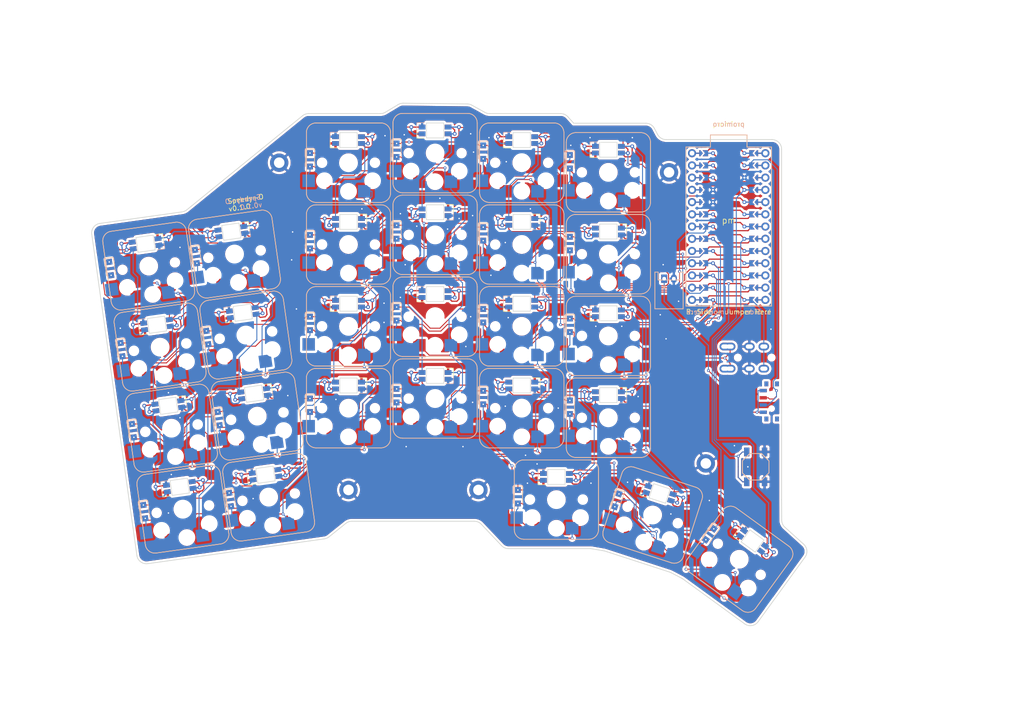
<source format=kicad_pcb>
(kicad_pcb (version 20240108) (generator "pcbnew") (generator_version "8.0")
  (title_block (title "speedy-o") (date "2024-12-28") (rev "v1.0.0") (company "Unknown"))
  (layers (0 "F.Cu" signal) (31 "B.Cu" signal) (34 "B.Paste" user) (35 "F.Paste" user) (36 "B.SilkS" user "B.Silkscreen") (37 "F.SilkS" user "F.Silkscreen") (38 "B.Mask" user) (39 "F.Mask" user) (44 "Edge.Cuts" user))
  (net 0 "")
  (net 1 "VCC")
  (net 2 "rgb_main_outer_bottom")
  (net 3 "GND")
  (net 4 "rgb_main_outer_home")
  (net 5 "rgb_main_pinky_home")
  (net 6 "rgb_main_outer_top")
  (net 7 "rgb_main_outer_num")
  (net 8 "rgb_main_pinky_num")
  (net 9 "rgb_main_pinky_bottom")
  (net 10 "rgb_main_ring_bottom")
  (net 11 "rgb_main_pinky_top")
  (net 12 "rgb_main_ring_top")
  (net 13 "rgb_main_middle_bottom")
  (net 14 "rgb_main_ring_home")
  (net 15 "rgb_main_middle_top")
  (net 16 "rgb_main_ring_num")
  (net 17 "rgb_main_index_bottom")
  (net 18 "rgb_main_middle_home")
  (net 19 "rgb_main_index_top")
  (net 20 "rgb_main_middle_num")
  (net 21 "rgb_main_inner_bottom")
  (net 22 "rgb_main_index_home")
  (net 23 "rgb_main_inner_top")
  (net 24 "rgb_main_index_num")
  (net 25 "rgb_main_inner_home")
  (net 26 "rgb_main_inner_num")
  (net 27 "rgb_thumb_outer_home")
  (net 28 "rgb_thumb_home_home")
  (net 29 "P19")
  (net 30 "main_index_bottom")
  (net 31 "P6")
  (net 32 "main_index_home")
  (net 33 "P7")
  (net 34 "main_index_top")
  (net 35 "P8")
  (net 36 "main_index_num")
  (net 37 "P9")
  (net 38 "main_inner_bottom")
  (net 39 "main_inner_home")
  (net 40 "main_inner_top")
  (net 41 "main_inner_num")
  (net 42 "main_outer_bottom")
  (net 43 "P16")
  (net 44 "main_outer_home")
  (net 45 "main_outer_top")
  (net 46 "main_outer_num")
  (net 47 "main_pinky_bottom")
  (net 48 "main_pinky_home")
  (net 49 "main_pinky_top")
  (net 50 "main_pinky_num")
  (net 51 "main_ring_bottom")
  (net 52 "main_ring_home")
  (net 53 "main_ring_top")
  (net 54 "main_ring_num")
  (net 55 "main_middle_bottom")
  (net 56 "main_middle_home")
  (net 57 "main_middle_top")
  (net 58 "main_middle_num")
  (net 59 "thumb_outer_home")
  (net 60 "thumb_home_home")
  (net 61 "thumb_inner_home")
  (net 62 "P3")
  (net 63 "P4")
  (net 64 "P5")
  (net 65 "P18")
  (net 66 "P15")
  (net 67 "P14")
  (net 68 "P1")
  (net 69 "P0")
  (net 70 "P2")
  (net 71 "P21")
  (net 72 "P20")
  (net 73 "P10")
  (net 74 "RAW")
  (net 75 "B+")
  (net 76 "B-")
  (net 77 "RST")
  (net 78 "_1_0")
  (net 79 "_1_25")
  (net 80 "_1_1")
  (net 81 "_1_24")
  (net 82 "_1_2")
  (net 83 "_1_23")
  (net 84 "_1_3")
  (net 85 "_1_22")
  (net 86 "_1_4")
  (net 87 "_1_21")
  (net 88 "_1_5")
  (net 89 "_1_20")
  (net 90 "_1_6")
  (net 91 "_1_19")
  (net 92 "_1_7")
  (net 93 "_1_18")
  (net 94 "_1_8")
  (net 95 "_1_17")
  (net 96 "_1_9")
  (net 97 "_1_16")
  (net 98 "_1_10")
  (net 99 "_1_15")
  (net 100 "_1_11")
  (net 101 "_1_14")
  (net 102 "_1_12")
  (net 103 "_1_13")
  (net 104 "pos")
  (footprint "E73:SW_TACT_ALPS_SKQGABE010" (layer "F.Cu") (at 219.0131 141.2063 -90)
    (property "Reference" "B1" (hide yes))
    (property "Value" "" (hide yes))
  )
  (footprint "Diode_SMD:Nexperia_CFP3_SOD-123W" (layer "F.Cu") (at 126.4131 77.4063 -90)
    (property "Reference" "D20" (hide yes))
    (property "Value" "Nexperia_CFP3_SOD-123W" (hide yes))
  )
  (footprint "Diode_SMD:Nexperia_CFP3_SOD-123W" (layer "F.Cu") (at 162.4131 92.8063 -90)
    (property "Reference" "D3" (hide yes))
    (property "Value" "Nexperia_CFP3_SOD-123W" (hide yes))
  )
  (footprint "Diode_SMD:Nexperia_CFP3_SOD-123W" (layer "F.Cu") (at 109.8192 148.0141 -82)
    (property "Reference" "D13" (hide yes))
    (property "Value" "Nexperia_CFP3_SOD-123W" (hide yes))
  )
  (footprint "PG1350" (layer "F.Cu") (at 152.4131 93.0063 180)
    (property "Reference" "S15" (hide yes))
    (property "Value" "" (hide yes))
  )
  (footprint "Diode_SMD:Nexperia_CFP3_SOD-123W" (layer "F.Cu") (at 162.4131 75.8063 -90)
    (property "Reference" "D4" (hide yes))
    (property "Value" "Nexperia_CFP3_SOD-123W" (hide yes))
  )
  (footprint "Diode_SMD:Nexperia_CFP3_SOD-123W" (layer "F.Cu") (at 162.4131 126.8063 -90)
    (property "Reference" "D1" (hide yes))
    (property "Value" "Nexperia_CFP3_SOD-123W" (hide yes))
  )
  (footprint "TRRS-PJ-320A-dual" (layer "F.Cu") (at 223.9131 120.8063 -90)
    (property "Reference" "TRRS" (hide yes))
    (property "Value" "TRRS-PJ-320A-dual" (hide yes))
  )
  (footprint "PG1350" (layer "F.Cu") (at 152.4131 127.0063 180)
    (property "Reference" "S13" (hide yes))
    (property "Value" "" (hide yes))
  )
  (footprint "ceoloide:mounting_hole_plated" (layer "F.Cu") (at 120.0131 78.0063)
    (property "Reference" "H1" (hide yes))
    (property "Value" "")
  )
  (footprint "Diode_SMD:Nexperia_CFP3_SOD-123W" (layer "F.Cu") (at 144.4131 109.4063 -90)
    (property "Reference" "D22" (hide yes))
    (property "Value" "Nexperia_CFP3_SOD-123W" (hide yes))
  )
  (footprint "Diode_SMD:Nexperia_CFP3_SOD-123W" (layer "F.Cu") (at 126.4131 94.4063 -90)
    (property "Reference" "D19" (hide yes))
    (property "Value" "Nexperia_CFP3_SOD-123W" (hide yes))
  )
  (footprint "PG1350" (layer "F.Cu") (at 215.6131 160.4063 144)
    (property "Reference" "S27" (hide yes))
    (property "Value" "" (hide yes))
  )
  (footprint "PG1350" (layer "F.Cu") (at 134.4131 78.0063 180)
    (property "Reference" "S12" (hide yes))
    (property "Value" "" (hide yes))
  )
  (footprint "Diode_SMD:Nexperia_CFP3_SOD-123W" (layer "F.Cu") (at 84.8965 100.0156 -82)
    (property "Reference" "D12" (hide yes))
    (property "Value" "Nexperia_CFP3_SOD-123W" (hide yes))
  )
  (footprint "ceoloide:mounting_hole_plated" (layer "F.Cu") (at 201.0131 80.0063)
    (property "Reference" "H5" (hide yes))
    (property "Value" "")
  )
  (footprint "PG1350" (layer "F.Cu") (at 188.4131 114.0063 180)
    (property "Reference" "S22" (hide yes))
    (property "Value" "" (hide yes))
  )
  (footprint "Diode_SMD:Nexperia_CFP3_SOD-123W" (layer "F.Cu") (at 144.4131 92.4063 -90)
    (property "Reference" "D23" (hide yes))
    (property "Value" "Nexperia_CFP3_SOD-123W" (hide yes))
  )
  (footprint "PG1350" (layer "F.Cu") (at 134.4131 95.0063 180)
    (property "Reference" "S11" (hide yes))
    (property "Value" "" (hide yes))
  )
  (footprint "Diode_SMD:Nexperia_CFP3_SOD-123W" (layer "F.Cu") (at 126.4131 111.4063 -90)
    (property "Reference" "D18" (hide yes))
    (property "Value" "Nexperia_CFP3_SOD-123W" (hide yes))
  )
  (footprint "Diode_SMD:Nexperia_CFP3_SOD-123W" (layer "F.Cu") (at 190.1901 148.1635 -108)
    (property "Reference" "D26" (hide yes))
    (property "Value" "Nexperia_CFP3_SOD-123W" (hide yes))
  )
  (footprint "JST_PH_S2B-PH-K_02x2.00mm_Angled" (layer "F.Cu") (at 201.0131 102.1063)
    (property "Reference" "JST2" (hide yes))
    (property "Value" "" (hide yes))
  )
  (footprint "PG1350" (layer "F.Cu") (at 170.4131 95.0063 180)
    (property "Reference" "S19" (hide yes))
    (property "Value" "" (hide yes))
  )
  (footprint "Diode_SMD:Nexperia_CFP3_SOD-123W" (layer "F.Cu") (at 180.4131 111.8063 -90)
    (property "Reference" "D6" (hide yes))
    (property "Value" "Nexperia_CFP3_SOD-123W" (hide yes))
  )
  (footprint "Diode_SMD:Nexperia_CFP3_SOD-123W" (layer "F.Cu") (at 180.4131 128.8063 -90)
    (property "Reference" "D5" (hide yes))
    (property "Value" "Nexperia_CFP3_SOD-123W" (hide yes))
  )
  (footprint "Diode_SMD:Nexperia_CFP3_SOD-123W" (layer "F.Cu") (at 107.4532 131.1796 -82)
    (property "Reference" "D14" (hide yes))
    (property "Value" "Nexperia_CFP3_SOD-123W" (hide yes))
  )
  (footprint "PG1350" (layer "F.Cu") (at 177.6131 148.0063 180)
    (property "Reference" "S25" (hide yes))
    (property "Value" "" (hide yes))
  )
  (footprint "PG1350" (layer "F.Cu") (at 152.4131 76.0063 180)
    (property "Reference" "S16" (hide yes))
    (property "Value" "" (hide yes))
  )
  (footprint "Diode_SMD:Nexperia_CFP3_SOD-123W" (layer "F.Cu") (at 144.4131 126.4063 -90)
    (property "Reference" "D21" (hide yes))
    (property "Value" "Nexperia_CFP3_SOD-123W" (hide yes))
  )
  (footprint "PG1350" (layer "F.Cu") (at 188.4131 97.0063 180)
    (property "Reference" "S23" (hide yes))
    (property "Value" "" (hide yes))
  )
  (footprint "Diode_SMD:Nexperia_CFP3_SOD-123W" (layer "F.Cu") (at 102.7213 97.5104 -82)
    (property "Reference" "D16" (hide yes))
    (property "Value" "Nexperia_CFP3_SOD-123W" (hide yes))
  )
  (footprint "Diode_SMD:Nexperia_CFP3_SOD-123W" (layer "F.Cu") (at 169.6131 147.4063 -90)
    (property "Reference" "D25" (hide yes))
    (property "Value" "Nexperia_CFP3_SOD-123W" (hide yes))
  )
  (footprint "Diode_SMD:Nexperia_CFP3_SOD-123W" (layer "F.Cu") (at 180.4131 94.8063 -90)
    (property "Reference" "D7" (hide yes))
    (property "Value" "Nexperia_CFP3_SOD-123W" (hide yes))
  )
  (footprint "PG1350" (layer "F.Cu") (at 92.9022 99.4963 -172)
    (property "Reference" "S4" (hide yes))
    (property "Value" "" (hide yes))
  )
  (footprint "PG1350" (layer "F.Cu") (at 188.4131 80.0063 180)
    (property "Reference" "S24" (hide yes))
    (property "Value" "" (hide yes))
  )
  (footprint "Diode_SMD:Nexperia_CFP3_SOD-123W" (layer "F.Cu") (at 180.4131 77.8063 -90)
    (property "Reference" "D8" (hide yes))
    (property "Value" "Nexperia_CFP3_SOD-123W" (hide yes))
  )
  (footprint "PG1350" (layer "F.Cu") (at 170.4131 78.0063 180)
    (property "Reference" "S20" (hide yes))
    (property "Value" "" (hide yes))
  )
  (footprint "ceoloide:mounting_hole_plated" (layer "F.Cu") (at 161.4131 146.0063)
    (property "Reference" "H3" (hide yes))
    (property "Value" "")
  )
  (footprint "PG1350" (layer "F.Cu") (at 188.4131 131.0063 180)
    (property "Reference" "S21" (hide yes))
    (property "Value" "" (hide yes))
  )
  (footprint "JST_PH_S2B-PH-K_02x2.00mm_Angled" (layer "F.Cu") (at 201.0131 102.1063)
    (property "Reference" "JST1" (hide yes))
    (property "Value" "" (hide yes))
  )
  (footprint "Diode_SMD:Nexperia_CFP3_SOD-123W" (layer "F.Cu") (at 91.9944 150.5192 -82)
    (property "Reference" "D9" (hide yes))
    (property "Value" "Nexperia_CFP3_SOD-123W" (hide yes))
  )
  (footprint "PG1350" (layer "F.Cu") (at 134.4131 112.0063 180)
    (property "Reference" "S10" (hide yes))
    (property "Value" "" (hide yes))
  )
  (footprint "ceoloide:mounting_hole_plated" (layer "F.Cu") (at 134.4131 146.0063)
    (property "Reference" "H2" (hide yes))
    (property "Value" "")
  )
  (footprint "PG1350" (layer "F.Cu") (at 110.727 96.9912 -172)
    (property "Reference" "S8" (hide yes))
    (property "Value" "" (hide yes))
  )
  (footprint "E73:SW_TACT_ALPS_SKQGABE010" (layer "F.Cu") (at 219.0131 141.2063 -90)
    (property "Reference" "B2" (hide yes))
    (property "Value" "" (hide yes))
  )
  (footprint "PG1350" (layer "F.Cu") (at 170.4131 112.0063 180)
    (property "Reference" "S18" (hide yes))
    (property "Value" "" (hide yes))
  )
  (footprint "Diode_SMD:Nexperia_CFP3_SOD-123W" (layer "F.Cu") (at 105.0873 114.345 -82)
    (property "Reference" "D15" (hide yes))
    (property "Value" "Nexperia_CFP3_SOD-123W" (hide yes))
  )
  (footprint "Diode_SMD:Nexperia_CFP3_SOD-123W" (layer "F.Cu") (at 144.4131 75.4063 -90)
    (property "Reference" "D24" (hide yes))
    (property "Value" "Nexperia_CFP3_SOD-123W" (hide yes))
  )
  (footprint "ceoloide:mounting_hole_plated" (layer "F.Cu") (at 208.6634 140.4969 -18)
    (property "Reference" "H4" (hide yes))
    (property "Value" "")
  )
  (footprint "ProMicro" (layer "F.Cu") (at 213.4131 90.0063)
    (property "Reference" "pm")
    (property "Value" "")
  )
  (footprint "PG1350" (layer "F.Cu") (at 197.6131 151.2063 162)
    (property "Reference" "S26" (hide yes))
    (property "Value" "" (hide yes))
  )
  (footprint "Diode_SMD:Nexperia_CFP3_SOD-123W" (layer "F.Cu") (at 126.4131 128.4063 -90)
    (property "Reference" "D17" (hide yes))
    (property "Value" "Nexperia_CFP3_SOD-123W" (hide yes))
  )
  (footprint "PG1350" (layer "F.Cu") (at 152.4131 110.0063 180)
    (property "Reference" "S14" (hide yes))
    (property "Value" "" (hide yes))
  )
  (footprint "PG1350" (layer "F.Cu") (at 97.6341 133.1654 -172)
    (property "Reference" "S2" (hide yes))
    (property "Value" "" (hide yes))
  )
  (footprint "PG1350" (layer "F.Cu") (at 134.4131 129.0063 180)
    (property "Reference" "S9" (hide yes))
    (property "Value" "" (hide yes))
  )
  (footprint "Diode_SMD:Nexperia_CFP3_SOD-123W" (layer "F.Cu") (at 89.6284 133.6847 -82)
    (property "Reference" "D10" (hide yes))
    (property "Value" "Nexperia_CFP3_SOD-123W" (hide yes))
  )
  (footprint "Diode_SMD:Nexperia_CFP3_SOD-123W" (layer "F.Cu") (at 87.2625 116.8501 -82)
    (property "Reference" "D11" (hide yes))
    (property "Value" "Nexperia_CFP3_SOD-123W" (hide yes))
  )
  (footprint "PG1350" (layer "F.Cu") (at 113.0929 113.8258 -172)
    (property "Reference" "S7" (hide yes))
    (property "Value" "" (hide yes))
  )
  (footprint "PG1350" (layer "F.Cu") (at 100 150 -172)
    (property "Reference" "S1" (hide yes))
    (property "Value" "" (hide yes))
  )
  (footprint "Diode_SMD:Nexperia_CFP3_SOD-123W" (layer "F.Cu") (at 209.4937 155.2186 -126)
    (property "Reference" "D27" (hide yes))
    (property "Value" "Nexperia_CFP3_SOD-123W" (hide yes))
  )
  (footprint "Diode_SMD:Nexperia_CFP3_SOD-123W" (layer "F.Cu") (at 162.4131 109.8063 -90)
    (property "Reference" "D2" (hide yes))
    (property "Value" "Nexperia_CFP3_SOD-123W" (hide yes))
  )
  (footprint "PG1350" (layer "F.Cu") (at 115.4589 130.6603 -172)
    (property "Reference" "S6" (hide yes))
    (property "Value" "" (hide yes))
  )
  (footprint "Button_Switch_SMD:SW_SPDT_PCM12" (layer "F.Cu") (at 222.0131 127.6063 90)
    (property "Reference" "T1" (hide yes))
    (property "Value" "" (hide yes))
  )
  (footprint "PG1350" (layer "F.Cu") (at 117.8248 147.4949 -172)
    (property "Reference" "S5" (hide yes))
    (property "Value" "" (hide yes))
  )
  (footprint "PG1350" (layer "F.Cu") (at 95.2681 116.3309 -172)
    (property "Reference" "S3" (hide yes))
    (property "Value" "" (hide yes))
  )
  (footprint "PG1350" (layer "F.Cu") (at 170.4131 129.0063 180)
    (property "Reference" "S17" (hide yes))
    (property "Value" "" (hide yes))
  )
  (footprint "ceoloide:led_SK6812mini-e (per-key, reversible)" (layer "B.Cu") (at 188.4131 75.3063)
    (property "Reference" "LED24" (hide yes))
    (property "Value" "")
    (fp_rect (start -1.8 -1.55) (end 1.8 1.55) (stroke (width 0.12)) (fill none) (layer "Edge.Cuts"))
  )
  (footprint "ceoloide:led_SK6812mini-e (per-key, reversible)" (layer "B.Cu") (at 152.4131 105.3063)
    (property "Reference" "LED14" (hide yes))
    (property "Value" "")
    (fp_rect (start -1.8 -1.55) (end 1.8 1.55) (stroke (width 0.12)) (fill none) (layer "Edge.Cuts"))
  )
  (footprint "ceoloide:led_SK6812mini-e (per-key, reversible)" (layer "B.Cu") (at 110.0729 92.337 -172)
    (property "Reference" "LED8" (hide yes))
    (property "Value" "")
    (fp_poly (pts (xy -1.8 -1.55) (xy 1.8 -1.55) (xy 1.8 1.55) (xy -1.8 1.55)) (stroke (width 0.12)) (fill none) (layer "Edge.Cuts"))
  )
  (footprint "ceoloide:led_SK6812mini-e (per-key, reversible)" (layer "B.Cu") (at 188.4131 92.3063 180)
    (property "Reference" "LED23" (hide yes))
    (property "Value" "")
    (fp_rect (start -1.8 -1.55) (end 1.8 1.55) (stroke (width 0.12)) (fill none) (layer "Edge.Cuts"))
  )
  (footprint "ceoloide:led_SK6812mini-e (per-key, reversible)" (layer "B.Cu") (at 114.8048 126.0061 -172)
    (property "Reference" "LED6" (hide yes))
    (property "Value" "")
    (fp_poly (pts (xy -1.8 -1.55) (xy 1.8 -1.55) (xy 1.8 1.55) (xy -1.8 1.55)) (stroke (width 0.12)) (fill none) (layer "Edge.Cuts"))
  )
  (footprint "ceoloide:led_SK6812mini-e (per-key, reversible)" (layer "B.Cu") (at 134.4131 107.3063)
    (property "Reference" "LED10" (hide yes))
    (property "Value" "")
    (fp_rect (start -1.8 -1.55) (end 1.8 1.55) (stroke (width 0.12)) (fill none) (layer "Edge.Cuts"))
  )
  (footprint "ceoloide:led_SK6812mini-e (per-key, reversible)" (layer "B.Cu") (at 152.4131 88.3063 180)
    (property "Reference" "LED15" (hide yes))
    (property "Value" "")
    (fp_rect (start -1.8 -1.55) (end 1.8 1.55) (stroke (width 0.12)) (fill none) (layer "Edge.Cuts"))
  )
  (footprint "ceoloide:led_SK6812mini-e (per-key, reversible)" (layer "B.Cu") (at 152.4131 122.3063 180)
    (property "Reference" "LED13" (hide yes))
    (property "Value" "")
    (fp_rect (start -1.8 -1.55) (end 1.8 1.55) (stroke (width 0.12)) (fill none) (layer "Edge.Cuts"))
  )
  (footprint "ceoloide:led_SK6812mini-e (per-key, reversible)" (layer "B.Cu") (at 199.0655 146.7363 -18)
    (property "Reference" "LED26" (hide yes))
    (property "Value" "")
    (fp_poly (pts (xy -1.8 -1.55) (xy 1.8 -1.55) (xy 1.8 1.55) (xy -1.8 1.55)) (stroke (width 0.12)) (fill none) (layer "Edge.Cuts"))
  )
  (footprint "ceoloide:led_SK6812mini-e (per-key, reversible)" (layer "B.Cu") (at 218.3757 156.6039 -36)
    (property "Reference" "LED27" (hide yes))
    (property "Value" "")
    (fp_poly (pts (xy -1.8 -1.55) (xy 1.8 -1.55) (xy 1.8 1.55) (xy -1.8 1.55)) (stroke (width 0.12)) (fill none) (layer "Edge.Cuts"))
  )
  (footprint "ceoloide:led_SK6812mini-e (per-key, reversible)" (layer "B.Cu") (at 188.4131 126.3063 180)
    (property "Reference" "LED21" (hide yes))
    (property "Value" "")
    (fp_rect (start -1.8 -1.55) (end 1.8 1.55) (stroke (width 0.12)) (fill none) (layer "Edge.Cuts"))
  )
  (footprint "ceoloide:led_SK6812mini-e (per-key, reversible)" (layer "B.Cu") (at 117.1707 142.8406 8)
    (property "Reference" "LED5" (hide yes))
    (property "Value" "")
    (fp_poly (pts (xy -1.8 -1.55) (xy 1.8 -1.55) (xy 1.8 1.55) (xy -1.8 1.55)) (stroke (width 0.12)) (fill none) (layer "Edge.Cuts"))
  )
  (footprint "ceoloide:led_SK6812mini-e (per-key, reversible)" (layer "B.Cu") (at 170.4131 124.3063 180)
    (property "Reference" "LED17" (hide yes))
    (property "Value" "")
    (fp_rect (start -1.8 -1.55) (end 1.8 1.55) (stroke (width 0.12)) (fill none) (layer "Edge.Cuts"))
  )
  (footprint "ceoloide:led_SK6812mini-e (per-key, reversible)" (layer "B.Cu") (at 134.4131 124.3063 180)
    (property "Reference" "LED9" (hide yes))
    (property "Value" "")
    (fp_rect (start -1.8 -1.55) (end 1.8 1.55) (stroke (width 0.12)) (fill none) (layer "Edge.Cuts"))
  )
  (footprint "ceoloide:led_SK6812mini-e (per-key, reversible)" (layer "B.Cu") (at 170.4131 90.3063 180)
    (property "Reference" "LED19" (hide yes))
    (property "Value" "")
    (fp_rect (start -1.8 -1.55) (end 1.8 1.55) (stroke (width 0.12)) (fill none) (layer "Edge.Cuts"))
  )
  (footprint "ceoloide:led_SK6812mini-e (per-key, reversible)" (layer "B.Cu") (at 170.4131 107.3063)
    (property "Reference" "LED18" (hide yes))
    (property "Value" "")
    (fp_rect (start -1.8 -1.55) (end 1.8 1.55) (stroke (width 0.12)) (fill none) (layer "Edge.Cuts"))
  )
  (footprint "ceoloide:led_SK6812mini-e (per-key, reversible)" (layer "B.Cu") (at 177.6131 143.3063)
    (property "Reference" "LED25" (hide yes))
    (property "Value" "")
    (fp_rect (start -1.8 -1.55) (end 1.8 1.55) (stroke (width 0.12)) (fill none) (layer "Edge.Cuts"))
  )
  (footprint "ceoloide:led_SK6812mini-e (per-key, reversible)" (layer "B.Cu") (at 134.4131 73.3063)
    (property "Reference" "LED12" (hide yes))
    (property "Value" "")
    (fp_rect (start -1.8 -1.55) (end 1.8 1.55) (stroke (width 0.12)) (fill none) (layer "Edge.Cuts"))
  )
  (footprint "ceoloide:led_SK6812mini-e (per-key, reversible)" (layer "B.Cu") (at 152.4131 71.3063)
    (property "Reference" "LED16" (hide yes))
    (property "Value" "")
    (fp_rect (start -1.8 -1.55) (end 1.8 1.55) (stroke (width 0.12)) (fill none) (layer "Edge.Cuts"))
  )
  (footprint "ceoloide:led_SK6812mini-e (per-key, reversible)" (layer "B.Cu") (at 134.4131 90.3063 180)
    (property "Reference" "LED11" (hide yes))
    (property "Value" "")
    (fp_rect (start -1.8 -1.55) (end 1.8 1.55) (stroke (width 0.12)) (fill none) (layer "Edge.Cuts"))
  )
  (footprint "ceoloide:led_SK6812mini-e (per-key, reversible)" (layer "B.Cu") (at 112.4388 109.1715 8)
    (property "Reference" "LED7" (hide yes))
    (property "Value" "")
    (fp_poly (pts (xy -1.8 -1.55) (xy 1.8 -1.55) (xy 1.8 1.55) (xy -1.8 1.55)) (stroke (width 0.12)) (fill none) (layer "Edge.Cuts"))
  )
  (footprint "ceoloide:led_SK6812mini-e (per-key, reversible)" (layer "B.Cu") (at 94.614 111.6766 8)
    (property "Reference" "LED3" (hide yes))
    (property "Value" "")
    (fp_poly (pts (xy -1.8 -1.55) (xy 1.8 -1.55) (xy 1.8 1.55) (xy -1.8 1.55)) (stroke (width 0.12)) (fill none) (layer "Edge.Cuts"))
  )
  (footprint "ceoloide:led_SK6812mini-e (per-key, reversible)" (layer "B.Cu") (at 188.4131 109.3063)
    (property "Reference" "LED22" (hide yes))
    (property "Value" "")
    (fp_rect (start -1.8 -1.55) (end 1.8 1.55) (stroke (width 0.12)) (fill none) (layer "Edge.Cuts"))
  )
  (footprint "ceoloide:led_SK6812mini-e (per-key, reversible)" (layer "B.Cu") (at 99.3459 145.3457 8)
    (property "Reference" "LED1" (hide yes))
    (property "Value" "")
    (fp_poly (pts (xy -1.8 -1.55) (xy 1.8 -1.55) (xy 1.8 1.55) (xy -1.8 1.55)) (stroke (width 0.12)) (fill none) (layer "Edge.Cuts"))
  )
  (footprint "ceoloide:led_SK6812mini-e (per-key, reversible)" (layer "B.Cu") (at 92.2481 94.8421 -172)
    (property "Reference" "LED4" (hide yes))
    (property "Value" "")
    (fp_poly (pts (xy -1.8 -1.55) (xy 1.8 -1.55) (xy 1.8 1.55) (xy -1.8 1.55)) (stroke (width 0.12)) (fill none) (layer "Edge.Cuts"))
  )
  (footprint "ceoloide:led_SK6812mini-e (per-key, reversible)" (layer "B.Cu") (at 96.9799 128.5112 -172)
    (property "Reference" "LED2" (hide yes))
    (property "Value" "")
    (fp_poly (pts (xy -1.8 -1.55) (xy 1.8 -1.55) (xy 1.8 1.55) (xy -1.8 1.55)) (stroke (width 0.12)) (fill none) (layer "Edge.Cuts"))
  )
  (footprint "ceoloide:led_SK6812mini-e (per-key, reversible)" (layer "B.Cu") (at 170.4131 73.3063)
    (property "Reference" "LED20" (hide yes))
    (property "Value" "")
    (fp_rect (start -1.8 -1.55) (end 1.8 1.55) (stroke (width 0.12)) (fill none) (layer "Edge.Cuts"))
  )
  (gr_line (start 101.19232 92.019802) (end 102.931983 104.398153) (stroke (width 0.15)) (layer "B.SilkS"))
  (gr_line (start 161.663149 88.756306) (end 161.663149 101.256306) (stroke (width 0.15)) (layer "B.SilkS"))
  (gr_line (start 98.438303 90.387198) (end 85.069684 92.266035) (stroke (width 0.15)) (layer "B.SilkS"))
  (gr_line (start 125.663149 71.756306) (end 125.663149 84.256306) (stroke (width 0.15)) (layer "B.SilkS"))
  (gr_line (start 145.663149 118.256306) (end 159.163149 118.256306) (stroke (width 0.15)) (layer "B.SilkS"))
  (gr_line (start 143.163149 118.256306) (end 143.163149 105.756306) (stroke (width 0.15)) (layer "B.SilkS"))
  (gr_line (start 125.663149 88.756306) (end 125.663149 101.256306) (stroke (width 0.15)) (layer "B.SilkS"))
  (gr_arc (start 204.003537 159.854308) (mid 203.009409 161.018316) (end 201.48339 161.138387) (stroke (width 0.15)) (layer "B.SilkS"))
  (gr_line (start 219.01839 170.605783) (end 226.365705 160.493071) (stroke (width 0.15)) (layer "B.SilkS"))
  (gr_line (start 212.207908 150.206829) (end 204.860592 160.319541) (stroke (width 0.15)) (layer "B.SilkS"))
  (gr_line (start 179.663149 107.756306) (end 179.663149 120.256306) (stroke (width 0.15)) (layer "B.SilkS"))
  (gr_arc (start 127.359503 152.466295) (mid 126.976218 153.948237) (end 125.657313 154.725177) (stroke (width 0.15)) (layer "B.SilkS"))
  (gr_line (start 177.163149 86.756306) (end 163.663149 86.756306) (stroke (width 0.15)) (layer "B.SilkS"))
  (gr_line (start 118.629071 104.71664) (end 105.260452 106.595477) (stroke (width 0.15)) (layer "B.SilkS"))
  (gr_arc (start 197.163149 137.256306) (mid 196.577357 138.670498) (end 195.163149 139.256306) (stroke (width 0.15)) (layer "B.SilkS"))
  (gr_line (start 163.663149 86.256306) (end 177.163149 86.256306) (stroke (width 0.15)) (layer "B.SilkS"))
  (gr_arc (start 116.263129 87.882083) (mid 117.745116 88.265338) (end 118.522011 89.584273) (stroke (width 0.15)) (layer "B.SilkS"))
  (gr_line (start 123.360957 138.385754) (end 109.992338 140.264591) (stroke (width 0.15)) (layer "B.SilkS"))
  (gr_arc (start 83.367494 94.524918) (mid 83.750773 93.042967) (end 85.069684 92.266035) (stroke (width 0.15)) (layer "B.SilkS"))
  (gr_arc (start 145.663149 135.256306) (mid 144.248902 134.670537) (end 143.663149 133.256306) (stroke (width 0.15)) (layer "B.SilkS"))
  (gr_arc (start 186.363149 154.256306) (mid 185.777357 155.670498) (end 184.363149 156.256306) (stroke (width 0.15)) (layer "B.SilkS"))
  (gr_arc (start 159.163149 101.756306) (mid 160.577329 102.34211) (end 161.163149 103.756306) (stroke (width 0.15)) (layer "B.SilkS"))
  (gr_arc (start 197.163149 86.256306) (mid 196.577357 87.670498) (end 195.163149 88.256306) (stroke (width 0.15)) (layer "B.SilkS"))
  (gr_arc (start 159.163149 84.756306) (mid 160.577329 85.34211) (end 161.163149 86.756306) (stroke (width 0.15)) (layer "B.SilkS"))
  (gr_line (start 163.663149 120.256306) (end 177.163149 120.256306) (stroke (width 0.15)) (layer "B.SilkS"))
  (gr_line (start 181.663149 122.256306) (end 195.163149 122.256306) (stroke (width 0.15)) (layer "B.SilkS"))
  (gr_arc (start 143.663149 120.756306) (mid 144.248936 119.342106) (end 145.663149 118.756306) (stroke (width 0.15)) (layer "B.SilkS"))
  (gr_line (start 105.536131 140.89087) (end 92.167512 142.769707) (stroke (width 0.15)) (layer "B.SilkS"))
  (gr_line (start 197.163149 120.256306) (end 197.163149 107.756306) (stroke (width 0.15)) (layer "B.SilkS"))
  (gr_line (start 141.163149 103.756306) (end 127.663149 103.756306) (stroke (width 0.15)) (layer "B.SilkS"))
  (gr_arc (start 109.534677 154.971411) (mid 109.151433 156.453424) (end 107.832488 157.230293) (stroke (width 0.15)) (layer "B.SilkS"))
  (gr_arc (start 195.163149 88.756306) (mid 196.577329 89.34211) (end 197.163149 90.756306) (stroke (width 0.15)) (layer "B.SilkS"))
  (gr_line (start 181.663149 88.256306) (end 195.163149 88.256306) (stroke (width 0.15)) (layer "B.SilkS"))
  (gr_arc (start 127.663149 86.256306) (mid 126.248902 85.670537) (end 125.663149 84.256306) (stroke (width 0.15)) (layer "B.SilkS"))
  (gr_line (start 225.923242 157.699467) (end 215.001513 149.764366) (stroke (width 0.15)) (layer "B.SilkS"))
  (gr_line (start 127.663149 86.256306) (end 141.163149 86.256306) (stroke (width 0.15)) (layer "B.SilkS"))
  (gr_arc (start 161.663149 122.756306) (mid 162.248936 121.342106) (end 163.663149 120.756306) (stroke (width 0.15)) (layer "B.SilkS"))
  (gr_arc (start 179.163149 84.256306) (mid 178.577357 85.670498) (end 177.163149 86.256306) (stroke (width 0.15)) (layer "B.SilkS"))
  (gr_arc (start 219.01839 170.605783) (mid 217.713233 171.405554) (end 216.224785 171.048247) (stroke (width 0.15)) (layer "B.SilkS"))
  (gr_line (start 92.097926 142.274573) (end 105.466545 140.395736) (stroke (width 0.15)) (layer "B.SilkS"))
  (gr_line (start 88.09938 128.194032) (end 89.839044 140.572383) (stroke (width 0.15)) (layer "B.SilkS"))
  (gr_line (start 161.163149 82.256306) (end 161.163149 69.756306) (stroke (width 0.15)) (layer "B.SilkS"))
  (gr_arc (start 206.582171 145.445955) (mid 207.746147 146.440093) (end 207.86625 147.966102) (stroke (width 0.15)) (layer "B.SilkS"))
  (gr_arc (start 161.163149 82.256306) (mid 160.577357 83.670498) (end 159.163149 84.256306) (stroke (width 0.15)) (layer "B.SilkS"))
  (gr_arc (start 168.863149 141.756306) (mid 169.448936 140.342106) (end 170.863149 139.756306) (stroke (width 0.15)) (layer "B.SilkS"))
  (gr_line (start 107.556808 122.9349) (end 120.925427 121.056063) (stroke (width 0.15)) (layer "B.SilkS"))
  (gr_arc (start 177.163149 103.756306) (mid 178.577329 104.34211) (end 179.163149 105.756306) (stroke (width 0.15)) (layer "B.SilkS"))
  (gr_line (start 181.663149 105.256306) (end 195.163149 105.256306) (stroke (width 0.15)) (layer "B.SilkS"))
  (gr_line (start 197.163149 86.256306) (end 197.163149 73.756306) (stroke (width 0.15)) (layer "B.SilkS"))
  (gr_line (start 159.163149 101.756306) (end 145.663149 101.756306) (stroke (width 0.15)) (layer "B.SilkS"))
  (gr_arc (start 123.360957 138.385754) (mid 124.842934 138.76902) (end 125.619839 140.087944) (stroke (width 0.15)) (layer "B.SilkS"))
  (gr_arc (start 105.924205 125.688916) (mid 106.307486 124.206969) (end 107.626395 123.430034) (stroke (width 0.15)) (layer "B.SilkS"))
  (gr_arc (start 179.163149 118.256306) (mid 178.577357 119.670498) (end 177.163149 120.256306) (stroke (width 0.15)) (layer "B.SilkS"))
  (gr_arc (start 122.627617 118.797181) (mid 122.244339 120.279135) (end 120.925427 121.056063) (stroke (width 0.15)) (layer "B.SilkS"))
  (gr_line (start 145.663149 84.256306) (end 159.163149 84.256306) (stroke (width 0.15)) (layer "B.SilkS"))
  (gr_arc (start 163.663149 103.256306) (mid 162.248902 102.670537) (end 161.663149 101.256306) (stroke (width 0.15)) (layer "B.SilkS"))
  (gr_arc (start 179.663149 90.756306) (mid 180.248936 89.342106) (end 181.663149 88.756306) (stroke (width 0.15)) (layer "B.SilkS"))
  (gr_arc (start 179.163149 101.256306) (mid 178.577357 102.670498) (end 177.163149 103.256306) (stroke (width 0.15)) (layer "B.SilkS"))
  (gr_arc (start 161.163149 116.256306) (mid 160.577357 117.670498) (end 159.163149 118.256306) (stroke (width 0.15)) (layer "B.SilkS"))
  (gr_arc (start 118.629071 104.71664) (mid 120.111043 105.099912) (end 120.887954 106.41883) (stroke (width 0.15)) (layer "B.SilkS"))
  (gr_arc (start 112.288694 156.604014) (mid 110.806693 156.220769) (end 110.029811 154.901824) (stroke (width 0.15)) (layer "B.SilkS"))
  (gr_line (start 177.163149 103.756306) (end 163.663149 103.756306) (stroke (width 0.15)) (layer "B.SilkS"))
  (gr_line (start 143.163149 101.256306) (end 143.163149 88.756306) (stroke (width 0.15)) (layer "B.SilkS"))
  (gr_line (start 94.463869 159.10913) (end 107.832488 157.230293) (stroke (width 0.15)) (layer "B.SilkS"))
  (gr_line (start 186.363149 154.256306) (end 186.363149 141.756306) (stroke (width 0.15)) (layer "B.SilkS"))
  (gr_arc (start 127.663149 120.256306) (mid 126.248902 119.670537) (end 125.663149 118.256306) (stroke (width 0.15)) (layer "B.SilkS"))
  (gr_line (start 179.663149 90.756306) (end 179.663149 103.256306) (stroke (width 0.15)) (layer "B.SilkS"))
  (gr_arc (start 107.556808 122.9349) (mid 106.074865 122.551616) (end 105.297926 121.23271) (stroke (width 0.15)) (layer "B.SilkS"))
  (gr_line (start 109.534678 154.971411) (end 107.795014 142.59306) (stroke (width 0.15)) (layer "B.SilkS"))
  (gr_arc (start 179.663149 107.756306) (mid 180.248936 106.342106) (end 181.663149 105.756306) (stroke (width 0.15)) (layer "B.SilkS"))
  (gr_arc (start 141.163149 103.756306) (mid 142.577329 104.34211) (end 143.163149 105.756306) (stroke (width 0.15)) (layer "B.SilkS"))
  (gr_arc (start 98.438303 90.387198) (mid 99.920239 90.770487) (end 100.697186 92.089388) (stroke (width 0.15)) (layer "B.SilkS"))
  (gr_line (start 161.663149 105.756306) (end 161.663149 118.256306) (stroke (width 0.15)) (layer "B.SilkS"))
  (gr_line (start 125.663149 105.756306) (end 125.663149 118.256306) (stroke (width 0.15)) (layer "B.SilkS"))
  (gr_line (start 159.163149 67.756306) (end 145.663149 67.756306) (stroke (width 0.15)) (layer "B.SilkS"))
  (gr_arc (start 145.663149 118.256306) (mid 144.248902 117.670537) (end 143.663149 116.256306) (stroke (width 0.15)) (layer "B.SilkS"))
  (gr_arc (start 145.663149 101.256306) (mid 144.248902 100.670537) (end 143.663149 99.256306) (stroke (width 0.15)) (layer "B.SilkS"))
  (gr_line (start 177.163149 69.756306) (end 163.663149 69.756306) (stroke (width 0.15)) (layer "B.SilkS"))
  (gr_arc (start 103.558262 108.854359) (mid 103.941521 107.372374) (end 105.260452 106.595477) (stroke (width 0.15)) (layer "B.SilkS"))
  (gr_line (start 122.627617 118.797181) (end 120.887954 106.41883) (stroke (width 0.15)) (layer "B.SilkS"))
  (gr_line (start 163.663149 137.256306) (end 177.163149 137.256306) (stroke (width 0.15)) (layer "B.SilkS"))
  (gr_line (start 143.163149 84.256306) (end 143.163149 71.756306) (stroke (width 0.15)) (layer "B.SilkS"))
  (gr_line (start 100.804246 107.221756) (end 87.435627 109.100592) (stroke (width 0.15)) (layer "B.SilkS"))
  (gr_arc (start 124.99356 135.631738) (mid 124.610303 137.11373) (end 123.29137 137.89062) (stroke (width 0.15)) (layer "B.SilkS"))
  (gr_line (start 191.222761 142.558304) (end 187.360048 154.446511) (stroke (width 0.15)) (layer "B.SilkS"))
  (gr_arc (start 159.163149 118.756306) (mid 160.577329 119.34211) (end 161.163149 120.756306) (stroke (width 0.15)) (layer "B.SilkS"))
  (gr_line (start 179.663149 73.756306) (end 179.663149 86.256306) (stroke (width 0.15)) (layer "B.SilkS"))
  (gr_arc (start 161.163149 133.256306) (mid 160.577357 134.670498) (end 159.163149 135.256306) (stroke (width 0.15)) (layer "B.SilkS"))
  (gr_arc (start 108.290148 142.523473) (mid 108.6734 141.041476) (end 109.992338 140.264591) (stroke (width 0.15)) (layer "B.SilkS"))
  (gr_line (start 177.163149 120.756306) (end 163.663149 120.756306) (stroke (width 0.15)) (layer "B.SilkS"))
  (gr_arc (start 177.163149 120.756306) (mid 178.577329 121.34211) (end 179.163149 122.756306) (stroke (width 0.15)) (layer "B.SilkS"))
  (gr_arc (start 102.436849 104.467739) (mid 102.053591 105.949728) (end 100.734659 106.726622) (stroke (width 0.15)) (layer "B.SilkS"))
  (gr_arc (start 197.163149 103.256306) (mid 196.577357 104.670498) (end 195.163149 105.256306) (stroke (width 0.15)) (layer "B.SilkS"))
  (gr_arc (start 125.663149 88.756306) (mid 126.248936 87.342106) (end 127.663149 86.756306) (stroke (width 0.15)) (layer "B.SilkS"))
  (gr_arc (start 179.163149 135.256306) (mid 178.577357 136.670498) (end 177.163149 137.256306) (stroke (width 0.15)) (layer "B.SilkS"))
  (gr_arc (start 105.536131 140.89087) (mid 107.01812 141.274125) (end 107.795014 142.59306) (stroke (width 0.15)) (layer "B.SilkS"))
  (gr_line (start 161.163149 133.256306) (end 161.163149 120.756306) (stroke (width 0.15)) (layer "B.SilkS"))
  (gr_line (start 163.663149 103.256306) (end 177.163149 103.256306) (stroke (width 0.15)) (layer "B.SilkS"))
  (gr_arc (start 212.207908 150.206829) (mid 213.513066 149.407052) (end 215.001513 149.764366) (stroke (width 0.15)) (layer "B.SilkS"))
  (gr_line (start 85.733437 111.359475) (end 87.473101 123.737826) (stroke (width 0.15)) (layer "B.SilkS"))
  (gr_arc (start 101.19232 92.019802) (mid 101.575603 90.537842) (end 102.89451 89.760919) (stroke (width 0.15)) (layer "B.SilkS"))
  (gr_arc (start 143.663149 86.756306) (mid 144.248936 85.342106) (end 145.663149 84.756306) (stroke (width 0.15)) (layer "B.SilkS"))
  (gr_line (start 143.163149 135.256306) (end 143.163149 122.756306) (stroke (width 0.15)) (layer "B.SilkS"))
  (gr_arc (start 89.731983 125.440016) (mid 88.249989 125.056767) (end 87.473101 123.737826) (stroke (width 0.15)) (layer "B.SilkS"))
  (gr_line (start 112.288694 156.604014) (end 125.657313 154.725177) (stroke (width 0.15)) (layer "B.SilkS"))
  (gr_arc (start 143.163149 118.256306) (mid 142.577357 119.670498) (end 141.163149 120.256306) (stroke (width 0.15)) (layer "B.SilkS"))
  (gr_line (start 83.367494 94.524918) (end 85.107158 106.903268) (stroke (width 0.15)) (layer "B.SilkS"))
  (gr_line (start 170.863149 156.256306) (end 184.363149 156.256306) (stroke (width 0.15)) (layer "B.SilkS"))
  (gr_arc (start 92.097926 142.274573) (mid 90.615953 141.8913) (end 89.839044 140.572383) (stroke (width 0.15)) (layer "B.SilkS"))
  (gr_line (start 105.190866 106.100343) (end 118.559485 104.221506) (stroke (width 0.15)) (layer "B.SilkS"))
  (gr_line (start 179.663149 124.756306) (end 179.663149 137.256306) (stroke (width 0.15)) (layer "B.SilkS"))
  (gr_arc (start 100.804246 107.221756) (mid 102.286229 107.605017) (end 103.063128 108.923946) (stroke (width 0.15)) (layer "B.SilkS"))
  (gr_line (start 159.163149 118.756306) (end 145.663149 118.756306) (stroke (width 0.15)) (layer "B.SilkS"))
  (gr_line (start 120.995014 121.551197) (end 107.626395 123.430034) (stroke (width 0.15)) (layer "B.SilkS"))
  (gr_arc (start 163.663149 137.256306) (mid 162.248902 136.670537) (end 161.663149 135.256306) (stroke (width 0.15)) (layer "B.SilkS"))
  (gr_arc (start 104.802792 121.302296) (mid 104.419506 122.784234) (end 103.100602 123.561179) (stroke (width 0.15)) (layer "B.SilkS"))
  (gr_line (start 195.163149 105.756306) (end 181.663149 105.756306) (stroke (width 0.15)) (layer "B.SilkS"))
  (gr_line (start 145.663149 101.256306) (end 159.163149 101.256306) (stroke (width 0.15)) (layer "B.SilkS"))
  (gr_line (start 197.163149 137.256306) (end 197.163149 124.756306) (stroke (width 0.15)) (layer "B.SilkS"))
  (gr_line (start 103.170189 124.056313) (end 89.80157 125.93515) (stroke (width 0.15)) (layer "B.SilkS"))
  (gr_arc (start 177.163149 69.756306) (mid 178.577329 70.34211) (end 179.163149 71.756306) (stroke (width 0.15)) (layer "B.SilkS"))
  (gr_arc (start 163.663149 86.256306) (mid 162.248902 85.670537) (end 161.663149 84.256306) (stroke (width 0.15)) (layer "B.SilkS"))
  (gr_arc (start 195.163149 71.756306) (mid 196.577329 72.34211) (end 197.163149 73.756306) (stroke (width 0.15)) (layer "B.SilkS"))
  (gr_arc (start 161.663149 88.756306) (mid 162.248936 87.342106) (end 163.663149 86.756306) (stroke (width 0.15)) (layer "B.SilkS"))
  (gr_line (start 159.163149 84.756306) (end 145.663149 84.756306) (stroke (width 0.15)) (layer "B.SilkS"))
  (gr_line (start 90.465322 145.028589) (end 92.204986 157.40694) (stroke (width 0.15)) (layer "B.SilkS"))
  (gr_arc (start 195.163149 122.756306) (mid 196.577329 123.34211) (end 197.163149 124.756306) (stroke (width 0.15)) (layer "B.SilkS"))
  (gr_line (start 141.163149 86.756306) (end 127.663149 86.756306) (stroke (width 0.15)) (layer "B.SilkS"))
  (gr_line (start 108.290148 142.523473) (end 110.029811 154.901824) (stroke (width 0.15)) (layer "B.SilkS"))
  (gr_arc (start 85.733437 111.359475) (mid 86.116688 109.877474) (end 87.435627 109.100592) (stroke (width 0.15)) (layer "B.SilkS"))
  (gr_arc (start 141.163149 120.756306) (mid 142.577329 121.34211) (end 143.163149 122.756306) (stroke (width 0.15)) (layer "B.SilkS"))
  (gr_line (start 124.99356 135.631738) (end 123.253896 123.253387) (stroke (width 0.15)) (layer "B.SilkS"))
  (gr_line (start 197.163149 103.256306) (end 197.163149 90.756306) (stroke (width 0.15)) (layer "B.SilkS"))
  (gr_line (start 181.663149 139.256306) (end 195.163149 139.256306) (stroke (width 0.15)) (layer "B.SilkS"))
  (gr_arc (start 141.163149 69.756306) (mid 142.577329 70.34211) (end 143.163149 71.756306) (stroke (width 0.15)) (layer "B.SilkS"))
  (gr_line (start 120.261675 101.962623) (end 118.522011 89.584273) (stroke (width 0.15)) (layer "B.SilkS"))
  (gr_arc (start 143.663149 69.756306) (mid 144.248936 68.342106) (end 145.663149 67.756306) (stroke (width 0.15)) (layer "B.SilkS"))
  (gr_line (start 179.163149 118.256306) (end 179.163149 105.756306) (stroke (width 0.15)) (layer "B.SilkS"))
  (gr_line (start 161.663149 122.756306) (end 161.663149 135.256306) (stroke (width 0.15)) (layer "B.SilkS"))
  (gr_line (start 195.163149 71.756306) (end 181.663149 71.756306) (stroke (width 0.15)) (layer "B.SilkS"))
  (gr_arc (start 170.863149 156.256306) (mid 169.448902 155.670537) (end 168.863149 154.256306) (stroke (width 0.15)) (layer "B.SilkS"))
  (gr_arc (start 103.170189 124.056313) (mid 104.65213 124.439596) (end 105.429071 125.758503) (stroke (width 0.15)) (layer "B.SilkS"))
  (gr_arc (start 127.663149 103.256306) (mid 126.248902 102.670537) (end 125.663149 101.256306) (stroke (width 0.15)) (layer "B.SilkS"))
  (gr_arc (start 191.222761 142.558304) (mid 192.216888 141.394288) (end 193.742908 141.274225) (stroke (width 0.15)) (layer "B.SilkS"))
  (gr_arc (start 125.663149 105.756306) (mid 126.248936 104.342106) (end 127.663149 103.756306) (stroke (width 0.15)) (layer "B.SilkS"))
  (gr_line (start 143.663149 103.756306) (end 143.663149 116.256306) (stroke (width 0.15)) (layer "B.SilkS"))
  (gr_line (start 109.922751 139.769457) (end 123.29137 137.89062) (stroke (width 0.15)) (layer "B.SilkS"))
  (gr_line (start 206.582171 145.445955) (end 193.742908 141.274225) (stroke (width 0.15)) (layer "B.SilkS"))
  (gr_line (start 141.163149 69.756306) (end 127.663149 69.756306) (stroke (width 0.15)) (layer "B.SilkS"))
  (gr_line (start 105.924205 125.688916) (end 107.663869 138.067267) (stroke (width 0.15)) (layer "B.SilkS"))
  (gr_arc (start 94.463869 159.10913) (mid 92.98188 158.725875) (end 92.204986 157.40694) (stroke (width 0.15)) (layer "B.SilkS"))
  (gr_line (start 168.863149 141.756306) (end 168.863149 154.256306) (stroke (width 0.15)) (layer "B.SilkS"))
  (gr_arc (start 143.163149 135.256306) (mid 142.577357 136.670498) (end 141.163149 137.256306) (stroke (width 0.15)) (layer "B.SilkS"))
  (gr_arc (start 181.663149 122.256306) (mid 180.248902 121.670537) (end 179.663149 120.256306) (stroke (width 0.15)) (layer "B.SilkS"))
  (gr_line (start 179.163149 135.256306) (end 179.163149 122.756306) (stroke (width 0.15)) (layer "B.SilkS"))
  (gr_line (start 103.558262 108.854359) (end 105.297926 121.23271) (stroke (width 0.15)) (layer "B.SilkS"))
  (gr_line (start 184.363149 139.756306) (end 170.863149 139.756306) (stroke (width 0.15)) (layer "B.SilkS"))
  (gr_line (start 127.663149 120.256306) (end 141.163149 120.256306) (stroke (width 0.15)) (layer "B.SilkS"))
  (gr_line (start 188.644127 156.966658) (end 201.48339 161.138387) (stroke (width 0.15)) (layer "B.SilkS"))
  (gr_arc (start 125.663149 122.756306) (mid 126.248936 121.342106) (end 127.663149 120.756306) (stroke (width 0.15)) (layer "B.SilkS"))
  (gr_arc (start 225.923242 157.699467) (mid 226.723059 159.004631) (end 226.365705 160.493071) (stroke (width 0.15)) (layer "B.SilkS"))
  (gr_arc (start 120.261675 101.962623) (mid 119.878426 103.444629) (end 118.559485 104.221506) (stroke (width 0.15)) (layer "B.SilkS"))
  (gr_line (start 195.163149 122.756306) (end 181.663149 122.756306) (stroke (width 0.15)) (layer "B.SilkS"))
  (gr_arc (start 107.168735 138.136854) (mid 106.78547 139.61883) (end 105.466545 140.395736) (stroke (width 0.15)) (layer "B.SilkS"))
  (gr_line (start 127.663149 137.256306) (end 141.163149 137.256306) (stroke (width 0.15)) (layer "B.SilkS"))
  (gr_arc (start 120.995014 121.551197) (mid 122.477007 121.934446) (end 123.253896 123.253387) (stroke (width 0.15)) (layer "B.SilkS"))
  (gr_arc (start 163.663149 120.256306) (mid 162.248902 119.670537) (end 161.663149 118.256306) (stroke (width 0.15)) (layer "B.SilkS"))
  (gr_arc (start 188.644127 156.966658) (mid 187.480145 155.97252) (end 187.360048 154.446511) (stroke (width 0.15)) (layer "B.SilkS"))
  (gr_arc (start 161.663149 105.756306) (mid 162.248936 104.342106) (end 163.663149 103.756306) (stroke (width 0.15)) (layer "B.SilkS"))
  (gr_line (start 161.663149 71.756306) (end 161.663149 84.256306) (stroke (width 0.15)) (layer "B.SilkS"))
  (gr_line (start 204.003537 159.854308) (end 207.86625 147.966102) (stroke (width 0.15)) (layer "B.SilkS"))
  (gr_arc (start 197.163149 120.256306) (mid 196.577357 121.670498) (end 195.163149 122.256306) (stroke (width 0.15)) (layer "B.SilkS"))
  (gr_arc (start 145.663149 84.256306) (mid 144.248902 83.670537) (end 143.663149 82.256306) (stroke (width 0.15)) (layer "B.SilkS"))
  (gr_arc (start 161.663149 71.756306) (mid 162.248936 70.342106) (end 163.663149 69.756306) (stroke (width 0.15)) (layer "B.SilkS"))
  (gr_line (start 89.731983 125.440016) (end 103.100602 123.561179) (stroke (width 0.15)) (layer "B.SilkS"))
  (gr_line (start 179.163149 84.256306) (end 179.163149 71.756306) (stroke (width 0.15)) (layer "B.SilkS"))
  (gr_line (start 143.663149 86.756306) (end 143.663149 99.256306) (stroke (width 0.15)) (layer "B.SilkS"))
  (gr_line (start 143.663149 69.756306) (end 143.663149 82.256306) (stroke (width 0.15)) (layer "B.SilkS"))
  (gr_arc (start 159.163149 67.756306) (mid 160.577329 68.34211) (end 161.163149 69.756306) (stroke (width 0.15)) (layer "B.SilkS"))
  (gr_line (start 161.163149 116.256306) (end 161.163149 103.756306) (stroke (width 0.15)) (layer "B.SilkS"))
  (gr_arc (start 177.163149 86.756306) (mid 178.577329 87.34211) (end 179.163149 88.756306) (stroke (width 0.15)) (layer "B.SilkS"))
  (gr_line (start 161.163149 99.256306) (end 161.163149 86.756306) (stroke (width 0.15)) (layer "B.SilkS"))
  (gr_arc (start 179.663149 124.756306) (mid 180.248936 123.342106) (end 181.663149 122.756306) (stroke (width 0.15)) (layer "B.SilkS"))
  (gr_line (start 195.163149 88.756306) (end 181.663149 88.756306) (stroke (width 0.15)) (layer "B.SilkS"))
  (gr_line (start 127.359503 152.466295) (end 125.619839 140.087944) (stroke (width 0.15)) (layer "B.SilkS"))
  (gr_arc (start 141.163149 86.756306) (mid 142.577329 87.34211) (end 143.163149 88.756306) (stroke (width 0.15)) (layer "B.SilkS"))
  (gr_line (start 141.163149 120.756306) (end 127.663149 120.756306) (stroke (width 0.15)) (layer "B.SilkS"))
  (gr_arc (start 143.163149 84.256306) (mid 142.577357 85.670498) (end 141.163149 86.256306) (stroke (width 0.15)) (layer "B.SilkS"))
  (gr_line (start 107.168735 138.136854) (end 105.429071 125.758503) (stroke (width 0.15)) (layer "B.SilkS"))
  (gr_line (start 145.663149 135.256306) (end 159.163149 135.256306) (stroke (width 0.15)) (layer "B.SilkS"))
  (gr_arc (start 143.663149 103.756306) (mid 144.248936 102.342106) (end 145.663149 101.756306) (stroke (width 0.15)) (layer "B.SilkS"))
  (gr_arc (start 161.163149 99.256306) (mid 160.577357 100.670498) (end 159.163149 101.256306) (stroke (width 0.15)) (layer "B.SilkS"))
  (gr_arc (start 90.465323 145.028589) (mid 90.848567 143.546576) (end 92.167512 142.769707) (stroke (width 0.15)) (layer "B.SilkS"))
  (gr_line (start 102.436849 104.467739) (end 100.697186 92.089388) (stroke (width 0.15)) (layer "B.SilkS"))
  (gr_line (start 87.36604 108.605458) (end 100.734659 106.726622) (stroke (width 0.15)) (layer "B.SilkS"))
  (gr_arc (start 127.663149 137.256306) (mid 126.248902 136.670537) (end 125.663149 135.256306) (stroke (width 0.15)) (layer "B.SilkS"))
  (gr_arc (start 195.163149 105.756306) (mid 196.577329 106.34211) (end 197.163149 107.756306) (stroke (width 0.15)) (layer "B.SilkS"))
  (gr_arc (start 87.36604 108.605458) (mid 85.884062 108.222191) (end 85.107158 106.903268) (stroke (width 0.15)) (layer "B.SilkS"))
  (gr_arc (start 181.663149 105.256306) (mid 180.248902 104.670537) (end 179.663149 103.256306) (stroke (width 0.15)) (layer "B.SilkS"))
  (gr_arc (start 205.303056 163.113146) (mid 204.503231 161.807979) (end 204.860592 160.319541) (stroke (width 0.15)) (layer "B.SilkS"))
  (gr_line (start 125.663149 122.756306) (end 125.663149 135.256306) (stroke (width 0.15)) (layer "B.SilkS"))
  (gr_arc (start 179.663149 73.756306) (mid 180.248936 72.342106) (end 181.663149 71.756306) (stroke (width 0.15)) (layer "B.SilkS"))
  (gr_arc (start 181.663149 88.256306) (mid 180.248902 87.670537) (end 179.663149 86.256306) (stroke (width 0.15)) (layer "B.SilkS"))
  (gr_arc (start 109.922751 139.769457) (mid 108.440766 139.386195) (end 107.663869 138.067267) (stroke (width 0.15)) (layer "B.SilkS"))
  (gr_arc (start 143.163149 101.256306) (mid 142.577357 102.670498) (end 141.163149 103.256306) (stroke (width 0.15)) (layer "B.SilkS"))
  (gr_arc (start 88.09938 128.194032) (mid 88.482652 126.712069) (end 89.80157 125.93515) (stroke (width 0.15)) (layer "B.SilkS"))
  (gr_arc (start 184.363149 139.756306) (mid 185.777329 140.34211) (end 186.363149 141.756306) (stroke (width 0.15)) (layer "B.SilkS"))
  (gr_line (start 127.663149 103.256306) (end 141.163149 103.256306) (stroke (width 0.15)) (layer "B.SilkS"))
  (gr_line (start 205.303056 163.113146) (end 216.224785 171.048247) (stroke (width 0.15)) (layer "B.SilkS"))
  (gr_line (start 104.802792 121.302296) (end 103.063128 108.923946) (stroke (width 0.15)) (layer "B.SilkS"))
  (gr_arc (start 181.663149 139.256306) (mid 180.248902 138.670537) (end 179.663149 137.256306) (stroke (width 0.15)) (layer "B.SilkS"))
  (gr_arc (start 105.190866 106.100343) (mid 103.708875 105.717087) (end 102.931983 104.398153) (stroke (width 0.15)) (layer "B.SilkS"))
  (gr_line (start 179.163149 101.256306) (end 179.163149 88.756306) (stroke (width 0.15)) (layer "B.SilkS"))
  (gr_arc (start 125.663149 71.756306) (mid 126.248936 70.342106) (end 127.663149 69.756306) (stroke (width 0.15)) (layer "B.SilkS"))
  (gr_line (start 143.663149 120.756306) (end 143.663149 133.256306) (stroke (width 0.15)) (layer "B.SilkS"))
  (gr_line (start 116.263129 87.882083) (end 102.89451 89.760919) (stroke (width 0.15)) (layer "B.SilkS"))
  (gr_line (start 179.663149 73.756306) (end 179.663149 86.256306) (stroke (width 0.15)) (layer "F.SilkS"))
  (gr_arc (start 161.163149 116.256306) (mid 160.577357 117.670498) (end 159.163149 118.256306) (stroke (width 0.15)) (layer "F.SilkS"))
  (gr_line (start 181.663149 122.256306) (end 195.163149 122.256306) (stroke (width 0.15)) (layer "F.SilkS"))
  (gr_arc (start 204.003537 159.854308) (mid 203.009409 161.018316) (end 201.48339 161.138387) (stroke (width 0.15)) (layer "F.SilkS"))
  (gr_arc (start 197.163149 137.256306) (mid 196.577357 138.670498) (end 195.163149 139.256306) (stroke (width 0.15)) (layer "F.SilkS"))
  (gr_arc (start 179.663149 90.756306) (mid 180.248936 89.342106) (end 181.663149 88.756306) (stroke (width 0.15)) (layer "F.SilkS"))
  (gr_line (start 161.163149 99.256306) (end 161.163149 86.756306) (stroke (width 0.15)) (layer "F.SilkS"))
  (gr_arc (start 188.644127 156.966658) (mid 187.480145 155.97252) (end 187.360048 154.446511) (stroke (width 0.15)) (layer "F.SilkS"))
  (gr_line (start 125.663149 88.756306) (end 125.663149 101.256306) (stroke (width 0.15)) (layer "F.SilkS"))
  (gr_arc (start 179.663149 73.756306) (mid 180.248936 72.342106) (end 181.663149 71.756306) (stroke (width 0.15)) (layer "F.SilkS"))
  (gr_arc (start 109.922751 139.769457) (mid 108.440766 139.386195) (end 107.663869 138.067267) (stroke (width 0.15)) (layer "F.SilkS"))
  (gr_line (start 143.663149 69.756306) (end 143.663149 82.256306) (stroke (width 0.15)) (layer "F.SilkS"))
  (gr_arc (start 195.163149 105.756306) (mid 196.577329 106.34211) (end 197.163149 107.756306) (stroke (width 0.15)) (layer "F.SilkS"))
  (gr_arc (start 102.436849 104.467739) (mid 102.053591 105.949728) (end 100.734659 106.726622) (stroke (width 0.15)) (layer "F.SilkS"))
  (gr_arc (start 145.663149 135.256306) (mid 144.248902 134.670537) (end 143.663149 133.256306) (stroke (width 0.15)) (layer "F.SilkS"))
  (gr_arc (start 100.804246 107.221756) (mid 102.286229 107.605017) (end 103.063128 108.923946) (stroke (width 0.15)) (layer "F.SilkS"))
  (gr_line (start 186.363149 154.256306) (end 186.363149 141.756306) (stroke (width 0.15)) (layer "F.SilkS"))
  (gr_line (start 161.163149 82.256306) (end 161.163149 69.756306) (stroke (width 0.15)) (layer "F.SilkS"))
  (gr_arc (start 127.663149 120.256306) (mid 126.248902 119.670537) (end 125.663149 118.256306) (stroke (width 0.15)) (layer "F.SilkS"))
  (gr_line (start 123.360957 138.385754) (end 109.992338 140.264591) (stroke (width 0.15)) (layer "F.SilkS"))
  (gr_line (start 127.359503 152.466295) (end 125.619839 140.087944) (stroke (width 0.15)) (layer "F.SilkS"))
  (gr_line (start 197.163149 103.256306) (end 197.163149 90.756306) (stroke (width 0.15)) (layer "F.SilkS"))
  (gr_line (start 184.363149 139.756306) (end 170.863149 139.756306) (stroke (width 0.15)) (layer "F.SilkS"))
  (gr_line (start 141.163149 86.756306) (end 127.663149 86.756306) (stroke (width 0.15)) (layer "F.SilkS"))
  (gr_arc (start 195.163149 122.756306) (mid 196.577329 123.34211) (end 197.163149 124.756306) (stroke (width 0.15)) (layer "F.SilkS"))
  (gr_arc (start 163.663149 86.256306) (mid 162.248902 85.670537) (end 161.663149 84.256306) (stroke (width 0.15)) (layer "F.SilkS"))
  (gr_line (start 105.190866 106.100343) (end 118.559485 104.221506) (stroke (width 0.15)) (layer "F.SilkS"))
  (gr_line (start 161.163149 133.256306) (end 161.163149 120.756306) (stroke (width 0.15)) (layer "F.SilkS"))
  (gr_arc (start 177.163149 69.756306) (mid 178.577329 70.34211) (end 179.163149 71.756306) (stroke (width 0.15)) (layer "F.SilkS"))
  (gr_line (start 104.802792 121.302296) (end 103.063128 108.923946) (stroke (width 0.15)) (layer "F.SilkS"))
  (gr_arc (start 143.663149 120.756306) (mid 144.248936 119.342106) (end 145.663149 118.756306) (stroke (width 0.15)) (layer "F.SilkS"))
  (gr_arc (start 186.363149 154.256306) (mid 185.777357 155.670498) (end 184.363149 156.256306) (stroke (width 0.15)) (layer "F.SilkS"))
  (gr_arc (start 212.207908 150.206829) (mid 213.513066 149.407052) (end 215.001513 149.764366) (stroke (width 0.15)) (layer "F.SilkS"))
  (gr_line (start 188.644127 156.966658) (end 201.48339 161.138387) (stroke (width 0.15)) (layer "F.SilkS"))
  (gr_line (start 204.003537 159.854308) (end 207.86625 147.966102) (stroke (width 0.15)) (layer "F.SilkS"))
  (gr_line (start 179.163149 84.256306) (end 179.163149 71.756306) (stroke (width 0.15)) (layer "F.SilkS"))
  (gr_arc (start 197.163149 86.256306) (mid 196.577357 87.670498) (end 195.163149 88.256306) (stroke (width 0.15)) (layer "F.SilkS"))
  (gr_line (start 89.731983 125.440016) (end 103.100602 123.561179) (stroke (width 0.15)) (layer "F.SilkS"))
  (gr_arc (start 141.163149 86.756306) (mid 142.577329 87.34211) (end 143.163149 88.756306) (stroke (width 0.15)) (layer "F.SilkS"))
  (gr_arc (start 103.558262 108.854359) (mid 103.941521 107.372374) (end 105.260452 106.595477) (stroke (width 0.15)) (layer "F.SilkS"))
  (gr_line (start 177.163149 120.756306) (end 163.663149 120.756306) (stroke (width 0.15)) (layer "F.SilkS"))
  (gr_line (start 206.582171 145.445955) (end 193.742908 141.274225) (stroke (width 0.15)) (layer "F.SilkS"))
  (gr_line (start 90.465322 145.028589) (end 92.204986 157.40694) (stroke (width 0.15)) (layer "F.SilkS"))
  (gr_line (start 161.163149 116.256306) (end 161.163149 103.756306) (stroke (width 0.15)) (layer "F.SilkS"))
  (gr_arc (start 181.663149 122.256306) (mid 180.248902 121.670537) (end 179.663149 120.256306) (stroke (width 0.15)) (layer "F.SilkS"))
  (gr_arc (start 206.582171 145.445955) (mid 207.746147 146.440093) (end 207.86625 147.966102) (stroke (width 0.15)) (layer "F.SilkS"))
  (gr_arc (start 219.01839 170.605783) (mid 217.713233 171.405554) (end 216.224785 171.048247) (stroke (width 0.15)) (layer "F.SilkS"))
  (gr_line (start 125.663149 105.756306) (end 125.663149 118.256306) (stroke (width 0.15)) (layer "F.SilkS"))
  (gr_line (start 112.288694 156.604014) (end 125.657313 154.725177) (stroke (width 0.15)) (layer "F.SilkS"))
  (gr_line (start 159.163149 84.756306) (end 145.663149 84.756306) (stroke (width 0.15)) (layer "F.SilkS"))
  (gr_line (start 85.733437 111.359475) (end 87.473101 123.737826) (stroke (width 0.15)) (layer "F.SilkS"))
  (gr_arc (start 191.222761 142.558304) (mid 192.216888 141.394288) (end 193.742908 141.274225) (stroke (width 0.15)) (layer "F.SilkS"))
  (gr_arc (start 195.163149 71.756306) (mid 196.577329 72.34211) (end 197.163149 73.756306) (stroke (width 0.15)) (layer "F.SilkS"))
  (gr_arc (start 92.097926 142.274573) (mid 90.615953 141.8913) (end 89.839044 140.572383) (stroke (width 0.15)) (layer "F.SilkS"))
  (gr_line (start 161.663149 88.756306) (end 161.663149 101.256306) (stroke (width 0.15)) (layer "F.SilkS"))
  (gr_arc (start 179.163149 118.256306) (mid 178.577357 119.670498) (end 177.163149 120.256306) (stroke (width 0.15)) (layer "F.SilkS"))
  (gr_arc (start 85.733437 111.359475) (mid 86.116688 109.877474) (end 87.435627 109.100592) (stroke (width 0.15)) (layer "F.SilkS"))
  (gr_line (start 145.663149 101.256306) (end 159.163149 101.256306) (stroke (width 0.15)) (layer "F.SilkS"))
  (gr_arc (start 127.663149 137.256306) (mid 126.248902 136.670537) (end 125.663149 135.256306) (stroke (width 0.15)) (layer "F.SilkS"))
  (gr_arc (start 143.663149 103.756306) (mid 144.248936 102.342106) (end 145.663149 101.756306) (stroke (width 0.15)) (layer "F.SilkS"))
  (gr_line (start 177.163149 103.756306) (end 163.663149 103.756306) (stroke (width 0.15)) (layer "F.SilkS"))
  (gr_arc (start 159.163149 118.756306) (mid 160.577329 119.34211) (end 161.163149 120.756306) (stroke (width 0.15)) (layer "F.SilkS"))
  (gr_line (start 197.163149 86.256306) (end 197.163149 73.756306) (stroke (width 0.15)) (layer "F.SilkS"))
  (gr_line (start 143.663149 120.756306) (end 143.663149 133.256306) (stroke (width 0.15)) (layer "F.SilkS"))
  (gr_line (start 127.663149 137.256306) (end 141.163149 137.256306) (stroke (width 0.15)) (layer "F.SilkS"))
  (gr_arc (start 195.163149 88.756306) (mid 196.577329 89.34211) (end 197.163149 90.756306) (stroke (width 0.15)) (layer "F.SilkS"))
  (gr_arc (start 143.663149 86.756306) (mid 144.248936 85.342106) (end 145.663149 84.756306) (stroke (width 0.15)) (layer "F.SilkS"))
  (gr_line (start 127.663149 120.256306) (end 141.163149 120.256306) (stroke (width 0.15)) (layer "F.SilkS"))
  (gr_arc (start 125.663149 88.756306) (mid 126.248936 87.342106) (end 127.663149 86.756306) (stroke (width 0.15)) (layer "F.SilkS"))
  (gr_line (start 161.663149 122.756306) (end 161.663149 135.256306) (stroke (width 0.15)) (layer "F.SilkS"))
  (gr_arc (start 170.863149 156.256306) (mid 169.448902 155.670537) (end 168.863149 154.256306) (stroke (width 0.15)) (layer "F.SilkS"))
  (gr_arc (start 179.163149 101.256306) (mid 178.577357 102.670498) (end 177.163149 103.256306) (stroke (width 0.15)) (layer "F.SilkS"))
  (gr_arc (start 159.163149 101.756306) (mid 160.577329 102.34211) (end 161.163149 103.756306) (stroke (width 0.15)) (layer "F.SilkS"))
  (gr_arc (start 90.465323 145.028589) (mid 90.848567 143.546576) (end 92.167512 142.769707) (stroke (width 0.15)) (layer "F.SilkS"))
  (gr_line (start 143.163149 84.256306) (end 143.163149 71.756306) (stroke (width 0.15)) (layer "F.SilkS"))
  (gr_arc (start 94.463869 159.10913) (mid 92.98188 158.725875) (end 92.204986 157.40694) (stroke (width 0.15)) (layer "F.SilkS"))
  (gr_line (start 170.863149 156.256306) (end 184.363149 156.256306) (stroke (width 0.15)) (layer "F.SilkS"))
  (gr_line (start 143.163149 101.256306) (end 143.163149 88.756306) (stroke (width 0.15)) (layer "F.SilkS"))
  (gr_line (start 109.534678 154.971411) (end 107.795014 142.59306) (stroke (width 0.15)) (layer "F.SilkS"))
  (gr_line (start 127.663149 103.256306) (end 141.163149 103.256306) (stroke (width 0.15)) (layer "F.SilkS"))
  (gr_arc (start 197.163149 103.256306) (mid 196.577357 104.670498) (end 195.163149 105.256306) (stroke (width 0.15)) (layer "F.SilkS"))
  (gr_arc (start 177.163149 103.756306) (mid 178.577329 104.34211) (end 179.163149 105.756306) (stroke (width 0.15)) (layer "F.SilkS"))
  (gr_arc (start 123.360957 138.385754) (mid 124.842934 138.76902) (end 125.619839 140.087944) (stroke (width 0.15)) (layer "F.SilkS"))
  (gr_arc (start 145.663149 84.256306) (mid 144.248902 83.670537) (end 143.663149 82.256306) (stroke (width 0.15)) (layer "F.SilkS"))
  (gr_arc (start 161.663149 122.756306) (mid 162.248936 121.342106) (end 163.663149 120.756306) (stroke (width 0.15)) (layer "F.SilkS"))
  (gr_line (start 179.163149 101.256306) (end 179.163149 88.756306) (stroke (width 0.15)) (layer "F.SilkS"))
  (gr_line (start 195.163149 105.756306) (end 181.663149 105.756306) (stroke (width 0.15)) (layer "F.SilkS"))
  (gr_line (start 105.924205 125.688916) (end 107.663869 138.067267) (stroke (width 0.15)) (layer "F.SilkS"))
  (gr_line (start 145.663149 135.256306) (end 159.163149 135.256306) (stroke (width 0.15)) (layer "F.SilkS"))
  (gr_arc (start 87.36604 108.605458) (mid 85.884062 108.222191) (end 85.107158 106.903268) (stroke (width 0.15)) (layer "F.SilkS"))
  (gr_line (start 143.163149 118.256306) (end 143.163149 105.756306) (stroke (width 0.15)) (layer "F.SilkS"))
  (gr_line (start 195.163149 71.756306) (end 181.663149 71.756306) (stroke (width 0.15)) (layer "F.SilkS"))
  (gr_line (start 179.163149 118.256306) (end 179.163149 105.756306) (stroke (width 0.15)) (layer "F.SilkS"))
  (gr_line (start 179.163149 135.256306) (end 179.163149 122.756306) (stroke (width 0.15)) (layer "F.SilkS"))
  (gr_line (start 181.663149 88.256306) (end 195.163149 88.256306) (stroke (width 0.15)) (layer "F.SilkS"))
  (gr_arc (start 124.99356 135.631738) (mid 124.610303 137.11373) (end 123.29137 137.89062) (stroke (width 0.15)) (layer "F.SilkS"))
  (gr_line (start 145.663149 84.256306) (end 159.163149 84.256306) (stroke (width 0.15)) (layer "F.SilkS"))
  (gr_arc (start 118.629071 104.71664) (mid 120.111043 105.099912) (end 120.887954 106.41883) (stroke (width 0.15)) (layer "F.SilkS"))
  (gr_line (start 168.863149 141.756306) (end 168.863149 154.256306) (stroke (width 0.15)) (layer "F.SilkS"))
  (gr_arc (start 141.163149 120.756306) (mid 142.577329 121.34211) (end 143.163149 122.756306) (stroke (width 0.15)) (layer "F.SilkS"))
  (gr_line (start 120.261675 101.962623) (end 118.522011 89.584273) (stroke (width 0.15)) (layer "F.SilkS"))
  (gr_line (start 101.19232 92.019802) (end 102.931983 104.398153) (stroke (width 0.15)) (layer "F.SilkS"))
  (gr_arc (start 143.663149 69.756306) (mid 144.248936 68.342106) (end 145.663149 67.756306) (stroke (width 0.15)) (layer "F.SilkS"))
  (gr_line (start 118.629071 104.71664) (end 105.260452 106.595477) (stroke (width 0.15)) (layer "F.SilkS"))
  (gr_arc (start 163.663149 120.256306) (mid 162.248902 119.670537) (end 161.663149 118.256306) (stroke (width 0.15)) (layer "F.SilkS"))
  (gr_line (start 159.163149 118.756306) (end 145.663149 118.756306) (stroke (width 0.15)) (layer "F.SilkS"))
  (gr_arc (start 168.863149 141.756306) (mid 169.448936 140.342106) (end 170.863149 139.756306) (stroke (width 0.15)) (layer "F.SilkS"))
  (gr_arc (start 177.163149 86.756306) (mid 178.577329 87.34211) (end 179.163149 88.756306) (stroke (width 0.15)) (layer "F.SilkS"))
  (gr_arc (start 225.923242 157.699467) (mid 226.723059 159.004631) (end 226.365705 160.493071) (stroke (width 0.15)) (layer "F.SilkS"))
  (gr_line (start 98.438303 90.387198) (end 85.069684 92.266035) (stroke (width 0.15)) (layer "F.SilkS"))
  (gr_arc (start 179.663149 124.756306) (mid 180.248936 123.342106) (end 181.663149 122.756306) (stroke (width 0.15)) (layer "F.SilkS"))
  (gr_line (start 161.663149 105.756306) (end 161.663149 118.256306) (stroke (width 0.15)) (layer "F.SilkS"))
  (gr_arc (start 143.163149 135.256306) (mid 142.577357 136.670498) (end 141.163149 137.256306) (stroke (width 0.15)) (layer "F.SilkS"))
  (gr_line (start 163.663149 137.256306) (end 177.163149 137.256306) (stroke (width 0.15)) (layer "F.SilkS"))
  (gr_line (start 109.922751 139.769457) (end 123.29137 137.89062) (stroke (width 0.15)) (layer "F.SilkS"))
  (gr_line (start 83.367494 94.524918) (end 85.107158 106.903268) (stroke (width 0.15)) (layer "F.SilkS"))
  (gr_line (start 181.663149 105.256306) (end 195.163149 105.256306) (stroke (width 0.15)) (layer "F.SilkS"))
  (gr_line (start 163.663149 86.256306) (end 177.163149 86.256306) (stroke (width 0.15)) (layer "F.SilkS"))
  (gr_arc (start 159.163149 67.756306) (mid 160.577329 68.34211) (end 161.163149 69.756306) (stroke (width 0.15)) (layer "F.SilkS"))
  (gr_line (start 103.558262 108.854359) (end 105.297926 121.23271) (stroke (width 0.15)) (layer "F.SilkS"))
  (gr_line (start 107.168735 138.136854) (end 105.429071 125.758503) (stroke (width 0.15)) (layer "F.SilkS"))
  (gr_line (start 212.207908 150.206829) (end 204.860592 160.319541) (stroke (width 0.15)) (layer "F.SilkS"))
  (gr_arc (start 108.290148 142.523473) (mid 108.6734 141.041476) (end 109.992338 140.264591) (stroke (width 0.15)) (layer "F.SilkS"))
  (gr_line (start 122.627617 118.797181) (end 120.887954 106.41883) (stroke (width 0.15)) (layer "F.SilkS"))
  (gr_line (start 87.36604 108.605458) (end 100.734659 106.726622) (stroke (width 0.15)) (layer "F.SilkS"))
  (gr_arc (start 120.995014 121.551197) (mid 122.477007 121.934446) (end 123.253896 123.253387) (stroke (width 0.15)) (layer "F.SilkS"))
  (gr_arc (start 104.802792 121.302296) (mid 104.419506 122.784234) (end 103.100602 123.561179) (stroke (width 0.15)) (layer "F.SilkS"))
  (gr_line (start 195.163149 122.756306) (end 181.663149 122.756306) (stroke (width 0.15)) (layer "F.SilkS"))
  (gr_arc (start 141.163149 103.756306) (mid 142.577329 104.34211) (end 143.163149 105.756306) (stroke (width 0.15)) (layer "F.SilkS"))
  (gr_line (start 105.536131 140.89087) (end 92.167512 142.769707) (stroke (width 0.15)) (layer "F.SilkS"))
  (gr_arc (start 89.731983 125.440016) (mid 88.249989 125.056767) (end 87.473101 123.737826) (stroke (width 0.15)) (layer "F.SilkS"))
  (gr_arc (start 109.534677 154.971411) (mid 109.151433 156.453424) (end 107.832488 157.230293) (stroke (width 0.15)) (layer "F.SilkS"))
  (gr_line (start 161.663149 71.756306) (end 161.663149 84.256306) (stroke (width 0.15)) (layer "F.SilkS"))
  (gr_line (start 92.097926 142.274573) (end 105.466545 140.395736) (stroke (width 0.15)) (layer "F.SilkS"))
  (gr_line (start 141.163149 120.756306) (end 127.663149 120.756306) (stroke (width 0.15)) (layer "F.SilkS"))
  (gr_arc (start 105.536131 140.89087) (mid 107.01812 141.274125) (end 107.795014 142.59306) (stroke (width 0.15)) (layer "F.SilkS"))
  (gr_arc (start 98.438303 90.387198) (mid 99.920239 90.770487) (end 100.697186 92.089388) (stroke (width 0.15)) (layer "F.SilkS"))
  (gr_arc (start 120.261675 101.962623) (mid 119.878426 103.444629) (end 118.559485 104.221506) (stroke (width 0.15)) (layer "F.SilkS"))
  (gr_arc (start 122.627617 118.797181) (mid 122.244339 120.279135) (end 120.925427 121.056063) (stroke (width 0.15)) (layer "F.SilkS"))
  (gr_line (start 125.663149 71.756306) (end 125.663149 84.256306) (stroke (width 0.15)) (layer "F.SilkS"))
  (gr_line (start 108.290148 142.523473) (end 110.029811 154.901824) (stroke (width 0.15)) (layer "F.SilkS"))
  (gr_line (start 102.436849 104.467739) (end 100.697186 92.089388) (stroke (width 0.15)) (layer "F.SilkS"))
  (gr_line (start 179.663149 124.756306) (end 179.663149 137.256306) (stroke (width 0.15)) (layer "F.SilkS"))
  (gr_arc (start 125.663149 122.756306) (mid 126.248936 121.342106) (end 127.663149 120.756306) (stroke (width 0.15)) (layer "F.SilkS"))
  (gr_line (start 225.923242 157.699467) (end 215.001513 149.764366) (stroke (width 0.15)) (layer "F.SilkS"))
  (gr_line (start 191.222761 142.558304) (end 187.360048 154.446511) (stroke (width 0.15)) (layer "F.SilkS"))
  (gr_line (start 177.163149 86.756306) (end 163.663149 86.756306) (stroke (width 0.15)) (layer "F.SilkS"))
  (gr_arc (start 105.190866 106.100343) (mid 103.708875 105.717087) (end 102.931983 104.398153) (stroke (width 0.15)) (layer "F.SilkS"))
  (gr_arc (start 141.163149 69.756306) (mid 142.577329 70.34211) (end 143.163149 71.756306) (stroke (width 0.15)) (layer "F.SilkS"))
  (gr_line (start 159.163149 67.756306) (end 145.663149 67.756306) (stroke (width 0.15)) (layer "F.SilkS"))
  (gr_line (start 197.163149 137.256306) (end 197.163149 124.756306) (stroke (width 0.15)) (layer "F.SilkS"))
  (gr_arc (start 161.163149 99.256306) (mid 160.577357 100.670498) (end 159.163149 101.256306) (stroke (width 0.15)) (layer "F.SilkS"))
  (gr_arc (start 163.663149 137.256306) (mid 162.248902 136.670537) (end 161.663149 135.256306) (stroke (width 0.15)) (layer "F.SilkS"))
  (gr_arc (start 125.663149 71.756306) (mid 126.248936 70.342106) (end 127.663149 69.756306) (stroke (width 0.15)) (layer "F.SilkS"))
  (gr_arc (start 101.19232 92.019802) (mid 101.575603 90.537842) (end 102.89451 89.760919) (stroke (width 0.15)) (layer "F.SilkS"))
  (gr_arc (start 88.09938 128.194032) (mid 88.482652 126.712069) (end 89.80157 125.93515) (stroke (width 0.15)) (layer "F.SilkS"))
  (gr_line (start 143.663149 86.756306) (end 143.663149 99.256306) (stroke (width 0.15)) (layer "F.SilkS"))
  (gr_arc (start 159.163149 84.756306) (mid 160.577329 85.34211) (end 161.163149 86.756306) (stroke (width 0.15)) (layer "F.SilkS"))
  (gr_line (start 181.663149 139.256306) (end 195.163149 139.256306) (stroke (width 0.15)) (layer "F.SilkS"))
  (gr_arc (start 112.288694 156.604014) (mid 110.806693 156.220769) (end 110.029811 154.901824) (stroke (width 0.15)) (layer "F.SilkS"))
  (gr_arc (start 127.663149 103.256306) (mid 126.248902 102.670537) (end 125.663149 101.256306) (stroke (width 0.15)) (layer "F.SilkS"))
  (gr_arc (start 163.663149 103.256306) (mid 162.248902 102.670537) (end 161.663149 101.256306) (stroke (width 0.15)) (layer "F.SilkS"))
  (gr_arc (start 181.663149 88.256306) (mid 180.248902 87.670537) (end 179.663149 86.256306) (stroke (width 0.15)) (layer "F.SilkS"))
  (gr_arc (start 103.170189 124.056313) (mid 104.65213 124.439596) (end 105.429071 125.758503) (stroke (width 0.15)) (layer "F.SilkS"))
  (gr_line (start 141.163149 69.756306) (end 127.663149 69.756306) (stroke (width 0.15)) (layer "F.SilkS"))
  (gr_arc (start 125.663149 105.756306) (mid 126.248936 104.342106) (end 127.663149 103.756306) (stroke (width 0.15)) (layer "F.SilkS"))
  (gr_arc (start 127.359503 152.466295) (mid 126.976218 153.948237) (end 125.657313 154.725177) (stroke (width 0.15)) (layer "F.SilkS"))
  (gr_arc (start 143.163149 101.256306) (mid 142.577357 102.670498) (end 141.163149 103.256306) (stroke (width 0.15)) (layer "F.SilkS"))
  (gr_arc (start 145.663149 101.256306) (mid 144.248902 100.670537) (end 143.663149 99.256306) (stroke (width 0.15)) (layer "F.SilkS"))
  (gr_line (start 219.01839 170.605783) (end 226.365705 160.493071) (stroke (width 0.15)) (layer "F.SilkS"))
  (gr_arc (start 107.556808 122.9349) (mid 106.074865 122.551616) (end 105.297926 121.23271) (stroke (width 0.15)) (layer "F.SilkS"))
  (gr_line (start 127.663149 86.256306) (end 141.163149 86.256306) (stroke (width 0.15)) (layer "F.SilkS"))
  (gr_arc (start 127.663149 86.256306) (mid 126.248902 85.670537) (end 125.663149 84.256306) (stroke (width 0.15)) (layer "F.SilkS"))
  (gr_line (start 124.99356 135.631738) (end 123.253896 123.253387) (stroke (width 0.15)) (layer "F.SilkS"))
  (gr_arc (start 177.163149 120.756306) (mid 178.577329 121.34211) (end 179.163149 122.756306) (stroke (width 0.15)) (layer "F.SilkS"))
  (gr_line (start 205.303056 163.113146) (end 216.224785 171.048247) (stroke (width 0.15)) (layer "F.SilkS"))
  (gr_line (start 94.463869 159.10913) (end 107.832488 157.230293) (stroke (width 0.15)) (layer "F.SilkS"))
  (gr_line (start 195.163149 88.756306) (end 181.663149 88.756306) (stroke (width 0.15)) (layer "F.SilkS"))
  (gr_arc (start 179.163149 135.256306) (mid 178.577357 136.670498) (end 177.163149 137.256306) (stroke (width 0.15)) (layer "F.SilkS"))
  (gr_arc (start 181.663149 139.256306) (mid 180.248902 138.670537) (end 179.663149 137.256306) (stroke (width 0.15)) (layer "F.SilkS"))
  (gr_line (start 103.170189 124.056313) (end 89.80157 125.93515) (stroke (width 0.15)) (layer "F.SilkS"))
  (gr_arc (start 179.163149 84.256306) (mid 178.577357 85.670498) (end 177.163149 86.256306) (stroke (width 0.15)) (layer "F.SilkS"))
  (gr_arc (start 161.663149 105.756306) (mid 162.248936 104.342106) (end 163.663149 103.756306) (stroke (width 0.15)) (layer "F.SilkS"))
  (gr_line (start 125.663149 122.756306) (end 125.663149 135.256306) (stroke (width 0.15)) (layer "F.SilkS"))
  (gr_arc (start 116.263129 87.882083) (mid 117.745116 88.265338) (end 118.522011 89.584273) (stroke (width 0.15)) (layer "F.SilkS"))
  (gr_line (start 197.163149 120.256306) (end 197.163149 107.756306) (stroke (width 0.15)) (layer "F.SilkS"))
  (gr_line (start 145.663149 118.256306) (end 159.163149 118.256306) (stroke (width 0.15)) (layer "F.SilkS"))
  (gr_line (start 179.663149 107.756306) (end 179.663149 120.256306) (stroke (width 0.15)) (layer "F.SilkS"))
  (gr_arc (start 197.163149 120.256306) (mid 196.577357 121.670498) (end 195.163149 122.256306) (stroke (width 0.15)) (layer "F.SilkS"))
  (gr_line (start 116.263129 87.882083) (end 102.89451 89.760919) (stroke (width 0.15)) (layer "F.SilkS"))
  (gr_arc (start 184.363149 139.756306) (mid 185.777329 140.34211) (end 186.363149 141.756306) (stroke (width 0.15)) (layer "F.SilkS"))
  (gr_arc (start 143.163149 118.256306) (mid 142.577357 119.670498) (end 141.163149 120.256306) (stroke (width 0.15)) (layer "F.SilkS"))
  (gr_arc (start 205.303056 163.113146) (mid 204.503231 161.807979) (end 204.860592 160.319541) (stroke (width 0.15)) (layer "F.SilkS"))
  (gr_arc (start 83.367494 94.524918) (mid 83.750773 93.042967) (end 85.069684 92.266035) (stroke (width 0.15)) (layer "F.SilkS"))
  (gr_arc (start 105.924205 125.688916) (mid 106.307486 124.206969) (end 107.626395 123.430034) (stroke (width 0.15)) (layer "F.SilkS"))
  (gr_line (start 179.663149 90.756306) (end 179.663149 103.256306) (stroke (width 0.15)) (layer "F.SilkS"))
  (gr_arc (start 181.663149 105.256306) (mid 180.248902 104.670537) (end 179.663149 103.256306) (stroke (width 0.15)) (layer "F.SilkS"))
  (gr_line (start 143.663149 103.756306) (end 143.663149 116.256306) (stroke (width 0.15)) (layer "F.SilkS"))
  (gr_line (start 100.804246 107.221756) (end 87.435627 109.100592) (stroke (width 0.15)) (layer "F.SilkS"))
  (gr_line (start 88.09938 128.194032) (end 89.839044 140.572383) (stroke (width 0.15)) (layer "F.SilkS"))
  (gr_line (start 163.663149 120.256306) (end 177.163149 120.256306) (stroke (width 0.15)) (layer "F.SilkS"))
  (gr_arc (start 161.663149 71.756306) (mid 162.248936 70.342106) (end 163.663149 69.756306) (stroke (width 0.15)) (layer "F.SilkS"))
  (gr_arc (start 161.163149 82.256306) (mid 160.577357 83.670498) (end 159.163149 84.256306) (stroke (width 0.15)) (layer "F.SilkS"))
  (gr_line (start 163.663149 103.256306) (end 177.163149 103.256306) (stroke (width 0.15)) (layer "F.SilkS"))
  (gr_line (start 141.163149 103.756306) (end 127.663149 103.756306) (stroke (width 0.15)) (layer "F.SilkS"))
  (gr_line (start 107.556808 122.9349) (end 120.925427 121.056063) (stroke (width 0.15)) (layer "F.SilkS"))
  (gr_arc (start 143.163149 84.256306) (mid 142.577357 85.670498) (end 141.163149 86.256306) (stroke (width 0.15)) (layer "F.SilkS"))
  (gr_arc (start 107.168735 138.136854) (mid 106.78547 139.61883) (end 105.466545 140.395736) (stroke (width 0.15)) (layer "F.SilkS"))
  (gr_arc (start 161.663149 88.756306) (mid 162.248936 87.342106) (end 163.663149 86.756306) (stroke (width 0.15)) (layer "F.SilkS"))
  (gr_arc (start 145.663149 118.256306) (mid 144.248902 117.670537) (end 143.663149 116.256306) (stroke (width 0.15)) (layer "F.SilkS"))
  (gr_line (start 177.163149 69.756306) (end 163.663149 69.756306) (stroke (width 0.15)) (layer "F.SilkS"))
  (gr_arc (start 179.663149 107.756306) (mid 180.248936 106.342106) (end 181.663149 105.756306) (stroke (width 0.15)) (layer "F.SilkS"))
  (gr_line (start 159.163149 101.756306) (end 145.663149 101.756306) (stroke (width 0.15)) (layer "F.SilkS"))
  (gr_arc (start 161.163149 133.256306) (mid 160.577357 134.670498) (end 159.163149 135.256306) (stroke (width 0.15)) (layer "F.SilkS"))
  (gr_line (start 143.163149 135.256306) (end 143.163149 122.756306) (stroke (width 0.15)) (layer "F.SilkS"))
  (gr_line (start 120.995014 121.551197) (end 107.626395 123.430034) (stroke (width 0.15)) (layer "F.SilkS"))
  (gr_arc (start 222.413149 73.206306) (mid 223.827329 73.79211) (end 224.413149 75.206306) (stroke (width 0.15)) (layer "Edge.Cuts"))
  (gr_arc (start 196.208986 69.806306) (mid 197.240603 70.092891) (end 197.976562 70.870531) (stroke (width 0.15)) (layer "Edge.Cuts"))
  (gr_arc (start 219.530693 173.388326) (mid 218.225537 174.188122) (end 216.737089 173.83079) (stroke (width 0.15)) (layer "Edge.Cuts"))
  (gr_line (start 126.123488 67.806306) (end 141.056984 67.806306) (stroke (width 0.15)) (layer "Edge.Cuts"))
  (gr_line (start 100.82697 87.791912) (end 124.861948 68.254367) (stroke (width 0.15)) (layer "Edge.Cuts"))
  (gr_arc (start 130.367889 155.748982) (mid 129.909918 156.024543) (end 129.395324 156.168998) (stroke (width 0.15)) (layer "Edge.Cuts"))
  (gr_line (start 181.213149 69.806306) (end 196.208986 69.806306) (stroke (width 0.15)) (layer "Edge.Cuts"))
  (gr_arc (start 142.089472 67.519189) (mid 141.592816 67.733186) (end 141.056984 67.806306) (stroke (width 0.15)) (layer "Edge.Cuts"))
  (gr_arc (start 100.82697 87.791912) (mid 100.364643 88.073358) (end 99.843776 88.220508) (stroke (width 0.15)) (layer "Edge.Cuts"))
  (gr_arc (start 184.644435 158.206306) (mid 184.812551 158.213387) (end 184.979478 158.234569) (stroke (width 0.15)) (layer "Edge.Cuts"))
  (gr_line (start 216.737089 173.83079) (end 203.912771 164.513377) (stroke (width 0.15)) (layer "Edge.Cuts"))
  (gr_line (start 203.661323 164.357715) (end 201.45648 163.208958) (stroke (width 0.15)) (layer "Edge.Cuts"))
  (gr_arc (start 203.661323 164.357715) (mid 203.789928 164.430892) (end 203.912771 164.513377) (stroke (width 0.15)) (layer "Edge.Cuts"))
  (gr_line (start 133.864894 152.945786) (end 130.367889 155.748982) (stroke (width 0.15)) (layer "Edge.Cuts"))
  (gr_line (start 142.089472 67.519189) (end 144.725916 65.929999) (stroke (width 0.15)) (layer "Edge.Cuts"))
  (gr_arc (start 178.522424 67.806306) (mid 179.336095 67.979315) (end 180.009013 68.468377) (stroke (width 0.15)) (layer "Edge.Cuts"))
  (gr_arc (start 201.150391 163.080541) (mid 201.306105 163.138387) (end 201.45648 163.208958) (stroke (width 0.15)) (layer "Edge.Cuts"))
  (gr_arc (start 225.092324 153.75112) (mid 224.607834 153.08367) (end 224.433867 152.277471) (stroke (width 0.15)) (layer "Edge.Cuts"))
  (gr_arc (start 224.413172 148.011151) (mid 224.413155 148.006301) (end 224.413149 148.00145) (stroke (width 0.15)) (layer "Edge.Cuts"))
  (gr_arc (start 200.417312 73.206306) (mid 199.385694 72.919722) (end 198.649736 72.142082) (stroke (width 0.15)) (layer "Edge.Cuts"))
  (gr_arc (start 81.066057 92.8792) (mid 81.449343 91.397251) (end 82.768247 90.620317) (stroke (width 0.15)) (layer "Edge.Cuts"))
  (gr_arc (start 163.731401 67.806306) (mid 163.229718 67.742363) (end 162.760115 67.554621) (stroke (width 0.15)) (layer "Edge.Cuts"))
  (gr_arc (start 159.107511 65.800337) (mid 159.597003 65.867136) (end 160.055187 66.051883) (stroke (width 0.15)) (layer "Edge.Cuts"))
  (gr_line (start 90.446324 159.623268) (end 81.066057 92.8792) (stroke (width 0.15)) (layer "Edge.Cuts"))
  (gr_arc (start 144.725916 65.929999) (mid 145.233954 65.712872) (end 145.782013 65.643022) (stroke (width 0.15)) (layer "Edge.Cuts"))
  (gr_line (start 163.731401 67.806306) (end 178.522424 67.806306) (stroke (width 0.15)) (layer "Edge.Cuts"))
  (gr_line (start 166.221507 157.581795) (end 162.004791 153.130817) (stroke (width 0.15)) (layer "Edge.Cuts"))
  (gr_line (start 197.976562 70.870531) (end 198.649736 72.142082) (stroke (width 0.15)) (layer "Edge.Cuts"))
  (gr_line (start 187.46953 158.657685) (end 184.979478 158.234569) (stroke (width 0.15)) (layer "Edge.Cuts"))
  (gr_arc (start 187.46953 158.657685) (mid 187.612296 158.687334) (end 187.752522 158.727309) (stroke (width 0.15)) (layer "Edge.Cuts"))
  (gr_arc (start 133.864894 152.945786) (mid 134.452872 152.619372) (end 135.115805 152.506306) (stroke (width 0.15)) (layer "Edge.Cuts"))
  (gr_line (start 180.009012 68.468377) (end 181.213149 69.806306) (stroke (width 0.15)) (layer "Edge.Cuts"))
  (gr_arc (start 124.861948 68.254367) (mid 125.454114 67.921643) (end 126.123488 67.806306) (stroke (width 0.15)) (layer "Edge.Cuts"))
  (gr_line (start 160.552885 152.506306) (end 135.115805 152.506306) (stroke (width 0.15)) (layer "Edge.Cuts"))
  (gr_line (start 201.150391 163.080541) (end 187.752522 158.727309) (stroke (width 0.15)) (layer "Edge.Cuts"))
  (gr_line (start 82.768247 90.620317) (end 99.843776 88.220508) (stroke (width 0.15)) (layer "Edge.Cuts"))
  (gr_line (start 160.055187 66.051883) (end 162.760115 67.554621) (stroke (width 0.15)) (layer "Edge.Cuts"))
  (gr_arc (start 160.552885 152.506306) (mid 161.343148 152.669051) (end 162.004791 153.130817) (stroke (width 0.15)) (layer "Edge.Cuts"))
  (gr_arc (start 92.705207 161.325458) (mid 91.22325 160.942176) (end 90.446324 159.623268) (stroke (width 0.15)) (layer "Edge.Cuts"))
  (gr_line (start 92.705207 161.325458) (end 129.395324 156.168998) (stroke (width 0.15)) (layer "Edge.Cuts"))
  (gr_line (start 225.092324 153.75112) (end 229.013272 157.297167) (stroke (width 0.15)) (layer "Edge.Cuts"))
  (gr_line (start 184.644435 158.206306) (end 167.673413 158.206306) (stroke (width 0.15)) (layer "Edge.Cuts"))
  (gr_arc (start 167.673413 158.206306) (mid 166.88315 158.043561) (end 166.221507 157.581795) (stroke (width 0.15)) (layer "Edge.Cuts"))
  (gr_line (start 224.413172 148.011151) (end 224.433867 152.277471) (stroke (width 0.15)) (layer "Edge.Cuts"))
  (gr_line (start 200.417312 73.206306) (end 222.413149 73.206306) (stroke (width 0.15)) (layer "Edge.Cuts"))
  (gr_line (start 145.782013 65.643022) (end 159.107511 65.800337) (stroke (width 0.15)) (layer "Edge.Cuts"))
  (gr_line (start 229.289787 159.956087) (end 219.530693 173.388326) (stroke (width 0.15)) (layer "Edge.Cuts"))
  (gr_arc (start 229.013272 157.297167) (mid 229.661029 158.573638) (end 229.289787 159.956087) (stroke (width 0.15)) (layer "Edge.Cuts"))
  (gr_line (start 224.413149 75.206306) (end 224.413149 148.00145) (stroke (width 0.15)) (layer "Edge.Cuts"))
  (gr_text "Speedy-O\nv0.1.0" (at 116.437362 85.888432 8) (layer "B.SilkS") (effects (font (size 1 1)) (justify left mirror)))
  (gr_text "Speedy-O\nv0.1.0" (at 109.307431 86.890478 8) (layer "F.SilkS") (effects (font (size 1 1)) (justify left)))
  (segment (start 211.7689 146.3689) (end 202.0238 146.3689) (width 0.2) (layer "F.Cu") (net 1))
  (segment (start 173.8197 105.8997) (end 179.4045 105.8997) (width 0.2) (layer "F.Cu") (net 1))
  (segment (start 101.922 144.277) (end 102.2685 144.228) (width 0.25) (layer "F.Cu") (net 1))
  (segment (start 155.113 104.606) (end 155.1134 104.606) (width 0.25) (layer "F.Cu") (net 1))
  (segment (start 173.1131 72.6063) (end 173.813 72.6063) (width 0.25) (layer "F.Cu") (net 1))
  (segment (start 97.7102 110.5345) (end 101.1645 107.0802) (width 0.2) (layer "F.Cu") (net 1))
  (segment (start 220.972 157.625) (end 221.255 157.8305) (width 0.25) (layer "F.Cu") (net 1))
  (segment (start 180.6632 142.606) (end 181.3892 141.88) (width 0.2) (layer "F.Cu") (net 1))
  (segment (start 173.1131 106.6063) (end 173.8127 106.6063) (width 0.2) (layer "F.Cu") (net 1))
  (segment (start 207 118.6) (end 197 128.6) (width 0.2) (layer "F.Cu") (net 1))
  (segment (start 161.2 90) (end 160.6 90.6) (width 0.2) (layer "F.Cu") (net 1))
  (segment (start 168.6365 126.3062) (end 181.213 126.3062) (width 0.2) (layer "F.Cu") (net 1))
  (segment (start 155.113 70.6063) (end 155.1131 70.6063) (width 0.25) (layer "F.Cu") (net 1))
  (segment (start 138.473 73.2004) (end 138.473 74.0063) (width 0.25) (layer "F.Cu") (net 1))
  (segment (start 212.6 118.6) (end 213.7131 119.7131) (width 0.2) (layer "F.Cu") (net 1))
  (segment (start 102.615 144.179) (end 103.352 144.676) (width 0.25) (layer "F.Cu") (net 1))
  (segment (start 97.8835 110.51) (end 98.6197 111.007) (width 0.25) (layer "F.Cu") (net 1))
  (segment (start 130.406 91.0063) (end 130.4 91) (width 0.2) (layer "F.Cu") (net 1))
  (segment (start 114.1629 107.0802) (end 115.0636 107.9809) (width 0.2) (layer "F.Cu") (net 1))
  (segment (start 221.255 157.8305) (end 221.538 158.036) (width 0.25) (layer "F.Cu") (net 1))
  (segment (start 131.713 91.0063) (end 130.406 91.0063) (width 0.2) (layer "F.Cu") (net 1))
  (segment (start 149.7131 123.808) (end 149.7131 123.0063) (width 0.2) (layer "F.Cu") (net 1))
  (segment (start 156.473 105.2) (end 156.473 106.006) (width 0.25) (layer "F.Cu") (net 1))
  (segment (start 221.414642 157.014642) (end 221.414642 156.014642) (width 0.2) (layer "F.Cu") (net 1))
  (segment (start 155.813 70.6063) (end 156.473 71.2004) (width 0.25) (layer "F.Cu") (net 1))
  (segment (start 216.6751 86.1951) (end 216.6751 86.1963) (width 0.2) (layer "F.Cu") (net 1))
  (segment (start 138.3143 105) (end 137.1131 106.2012) (width 0.2) (layer "F.Cu") (net 1))
  (segment (start 155.5038 104.5654) (end 156.2045 103.8647) (width 0.2) (layer "F.Cu") (net 1))
  (segment (start 191.4631 74.6063) (end 191.4631 73.4631) (width 0.2) (layer "F.Cu") (net 1))
  (segment (start 156.473 71.2004) (end 156.473 72.0063) (width 0.25) (layer "F.Cu") (net 1))
  (segment (start 212.6 118.6) (end 207 118.6) (width 0.2) (layer "F.Cu") (net 1))
  (segment (start 86.4 94.2) (end 89 91.6) (width 0.2) (layer "F.Cu") (net 1))
  (segment (start 221.723 158.905) (end 221.249 159.557) (width 0.25) (layer "F.Cu") (net 1))
  (segment (start 202.1825 147.013) (end 202.515 147.121) (width 0.25) (layer "F.Cu") (net 1))
  (segment (start 107.4966 93.406) (end 106.8233 93.5006) (width 0.25) (layer "F.Cu") (net 1))
  (segment (start 191.1131 107.807772) (end 191.1131 108.6063) (width 0.2) (layer "F.Cu") (net 1))
  (segment (start 137.1131 72.6063) (end 137.813 72.6063) (width 0.25) (layer "F.Cu") (net 1))
  (segment (start 210.3316 84.9263) (end 201.9263 84.9263) (width 0.2) (layer "F.Cu") (net 1))
  (segment (start 120.0935 141.723) (end 119.7956 141.723) (width 0.2) (layer "F.Cu") (net 1))
  (segment (start 155.4632 104.606) (end 155.5038 104.5654) (width 0.2) (layer "F.Cu") (net 1))
  (segment (start 173.1131 105.5131) (end 173.1131 106.6063) (width 0.2) (layer "F.Cu") (net 1))
  (segment (start 213.7131 119.7131) (end 213.7131 120.8063) (width 0.2) (layer "F.Cu") (net 1))
  (segment (start 102.2685 144.228) (end 102.615 144.179) (width 0.25) (layer "F.Cu") (net 1))
  (segment (start 185.7131 127.9131) (end 185.7131 127.0063) (width 0.2) (layer "F.Cu") (net 1))
  (segment (start 209.015 85.775) (end 208.6381 86.1519) (width 0.2) (layer "F.Cu") (net 1))
  (segment (start 173.113 72.6063) (end 173.1131 72.6063) (width 0.25) (layer "F.Cu") (net 1))
  (segment (start 155.813 104.606) (end 156.473 105.2) (width 0.25) (layer "F.Cu") (net 1))
  (segment (start 202.1825 147.013) (end 201.9578 147.013) (width 0.2) (layer "F.Cu") (net 1))
  (segment (start 139.8596 103.4547) (end 147.9222 103.4547) (width 0.2) (layer "F.Cu") (net 1))
  (segment (start 101.4 91) (end 103.9952 93.5952) (width 0.2) (layer "F.Cu") (net 1))
  (segment (start 173.1131 106.6063) (end 173.8197 105.8997) (width 0.2) (layer "F.Cu") (net 1))
  (segment (start 149.713 123.006) (end 149.7128 123.006) (width 0.25) (layer "F.Cu") (net 1))
  (segment (start 137.1134 106.606) (end 137.1131 106.6063) (width 0.2) (layer "F.Cu") (net 1))
  (segment (start 154.7725 124.2275) (end 154.4 124.6) (width 0.2) (layer "F.Cu") (net 1))
  (segment (start 131.713 125.006) (end 131.7128 125.006) (width 0.25) (layer "F.Cu") (net 1))
  (segment (start 167.3364 125.0061) (end 168.6365 126.3062) (width 0.2) (layer "F.Cu") (net 1))
  (segment (start 131.7128 125.006) (end 130.353 125.006) (width 0.25) (layer "F.Cu") (net 1))
  (segment (start 213.7131 116.2063) (end 213.7131 117.4869) (width 0.2) (layer "F.Cu") (net 1))
  (segment (start 131.713 91.0063) (end 131.7131 91.0063) (width 0.2) (layer "F.Cu") (net 1))
  (segment (start 86.9003 96.1003) (end 86.4 95.6) (width 0.2) (layer "F.Cu") (net 1))
  (segment (start 83.8 105.4) (end 88 109) (width 0.2) (layer "F.Cu") (net 1))
  (segment (start 174.473 73.2004) (end 174.473 74.0063) (width 0.25) (layer "F.Cu") (net 1))
  (segment (start 191.113 74.6063) (end 191.1131 74.6063) (width 0.25) (layer "F.Cu") (net 1))
  (segment (start 213.7131 117.4869) (end 212.6 118.6) (width 0.2) (layer "F.Cu") (net 1))
  (segment (start 201.9263 84.9263) (end 195.3453 78.3453) (width 0.2) (layer "F.Cu") (net 1))
  (segment (start 215.83 85.35) (end 216.6751 86.1951) (width 0.25) (layer "F.Cu") (net 1))
  (segment (start 186.4 128.6) (end 185.7131 127.9131) (width 0.2) (layer "F.Cu") (net 1))
  (segment (start 98.6197 111.007) (end 98.7319 111.805) (width 0.25) (layer "F.Cu") (net 1))
  (segment (start 103.352 144.676) (end 103.464 145.474) (width 0.25) (layer "F.Cu") (net 1))
  (segment (start 191.1131 74.6063) (end 191.4631 74.6063) (width 0.25) (layer "F.Cu") (net 1))
  (segment (start 154.4 124.6) (end 150.5051 124.6) (width 0.2) (layer "F.Cu") (net 1))
  (segment (start 115.015 108.103) (end 115.3615 108.054) (width 0.25) (layer "F.Cu") (net 1))
  (segment (start 180.3134 142.606) (end 180.6632 142.606) (width 0.25) (layer "F.Cu") (net 1))
  (segment (start 137.1131 106.2012) (end 137.1131 106.6063) (width 0.2) (layer "F.Cu") (net 1))
  (segment (start 149.7131 90.2056) (end 150.1075 90.6) (width 0.2) (layer "F.Cu") (net 1))
  (segment (start 208.64 86.2) (end 209.015 85.775) (width 0.25) (layer "F.Cu") (net 1))
  (segment (start 185.7128 127.006) (end 185.7131 127.0063) (width 0.2) (layer "F.Cu") (net 1))
  (segment (start 173.8127 106.6063) (end 173.813 106.606) (width 0.2) (layer "F.Cu") (net 1))
  (segment (start 180.6632 142.606) (end 181.013 142.606) (width 0.25) (layer "F.Cu") (net 1))
  (segment (start 216.6751 86.1951) (end 216.68 86.2) (width 0.25) (layer "F.Cu") (net 1))
  (segment (start 132.35255 92.6) (end 131.7131 91.96055) (width 0.2) (layer "F.Cu") (net 1))
  (segment (start 112.1341 127.1695) (end 112.2285 127.0751) (width 0.2) (layer "F.Cu") (net 1))
  (segment (start 197 128.6) (end 186.4 128.6) (width 0.2) (layer "F.Cu") (net 1))
  (segment (start 167.7128 125.006) (end 166.9873 125.006) (width 0.25) (layer "F.Cu") (net 1))
  (segment (start 181.213 126.3062) (end 181.9128 127.006) (width 0.2) (layer "F.Cu") (net 1))
  (segment (start 173.813 72.6063) (end 174.473 73.2004) (width 0.25) (layer "F.Cu") (net 1))
  (segment (start 167.7128 125.006) (end 167.7131 125.0063) (width 0.2) (layer "F.Cu") (net 1))
  (segment (start 201.8497 146.9049) (end 202.0238 146.3689) (width 0.2) (layer "F.Cu") (net 1))
  (segment (start 192.473 75.2004) (end 192.473 76.0063) (width 0.25) (layer "F.Cu") (net 1))
  (segment (start 112.228 127.075) (end 111.555 127.1695) (width 0.25) (layer "F.Cu") (net 1))
  (segment (start 191.813 74.6063) (end 192.473 75.2004) (width 0.25) (layer "F.Cu") (net 1))
  (segment (start 184.353 93.0063) (end 183.6547 92.308) (width 0.2) (layer "F.Cu") (net 1))
  (segment (start 111.555 127.1695) (end 110.882 127.264) (width 0.25) (layer "F.Cu") (net 1))
  (segment (start 150.5051 124.6) (end 149.7131 123.808) (width 0.2) (layer "F.Cu") (net 1))
  (segment (start 181.673 143.2) (end 181.673 144.006) (width 0.25) (layer "F.Cu") (net 1))
  (segment (start 164.7063 91.0063) (end 163.7 90) (width 0.2) (layer "F.Cu") (net 1))
  (segment (start 94.4036 129.5802) (end 94.4036 129.58) (width 0.2) (layer "F.Cu") (net 1))
  (segment (start 107.497 93.4059) (end 107.4966 93.406) (width 0.25) (layer "F.Cu") (net 1))
  (segment (start 209.015 85.775) (end 209.39 85.35) (width 0.25) (layer "F.Cu") (net 1))
  (segment (start 155.1134 104.606) (end 155.1131 104.6063) (width 0.2) (layer "F.Cu") (net 1))
  (segment (start 119.747 141.772) (end 120.0935 141.723) (width 0.25) (layer "F.Cu") (net 1))
  (segment (start 149.713 89.0063) (end 148.353 89.0063) (width 0.25) (layer "F.Cu") (net 1))
  (segment (start 97.7102 110.5345) (end 97.8835 110.51) (width 0.25) (layer "F.Cu") (net 1))
  (segment (start 155.1131 70.6063) (end 155.813 70.6063) (width 0.25) (layer "F.Cu") (net 1))
  (segment (start 121.176 142.171) (end 121.289 142.969) (width 0.25) (layer "F.Cu") (net 1))
  (segment (start 131.75 91) (end 130.4 91) (width 0.25) (layer "F.Cu") (net 1))
  (segment (start 185.713 127.006) (end 185.7128 127.006) (width 0.25) (layer "F.Cu") (net 1))
  (segment (start 88.325 96.1003) (end 86.9003 96.1003) (width 0.2) (layer "F.Cu") (net 1))
  (segment (start 86.4 95.6) (end 86.4 94.2) (width 0.2) (layer "F.Cu") (net 1))
  (segment (start 88 109) (end 96.6 109) (width 0.2) (layer "F.Cu") (net 1))
  (segment (start 195.3453 78.3453) (end 192.473 78.3453) (width 0.2) (layer "F.Cu") (net 1))
  (segment (start 117.32225 105.72225) (end 117.6012 105.4433) (width 0.2) (layer "F.Cu") (net 1))
  (segment (start 120.44 141.674) (end 121.176 142.171) (width 0.25) (layer "F.Cu") (net 1))
  (segment (start 201.85 146.905) (end 202.1825 147.013) (width 0.25) (layer "F.Cu") (net 1))
  (segment (start 185.7128 127.006) (end 184.353 127.006) (width 0.25) (layer "F.Cu") (net 1))
  (segment (start 101.1645 107.0802) (end 114.1629 107.0802) (width 0.2) (layer "F.Cu") (net 1))
  (segment (start 167.3364 125.006) (end 167.3364 125.0061) (width 0.2) (layer "F.Cu") (net 1))
  (segment (start 136.4 105) (end 138.3143 105) (width 0.2) (layer "F.Cu") (net 1))
  (segment (start 191.4631 73.4631) (end 189.8602 71.8602) (width 0.2) (layer "F.Cu") (net 1))
  (segment (start 97.2389 110.559) (end 97.1903 110.6076) (width 0.2) (layer "F.Cu") (net 1))
  (segment (start 221.255 157.8305) (end 221.1774 157.8305) (width 0.2) (layer "F.Cu") (net 1))
  (segment (start 181.3892 141.88) (end 197.7558 141.88) (width 0.2) (layer "F.Cu") (net 1))
  (segment (start 183.6547 92.308) (end 168.2131 92.308) (width 0.2) (layer "F.Cu") (net 1))
  (segment (start 191.4631 74.6063) (end 191.813 74.6063) (width 0.25) (layer "F.Cu") (net 1))
  (segment (start 94.4036 129.58) (end 93.0569 129.769) (width 0.25) (layer "F.Cu") (net 1))
  (segment (start 201.7087 145.8329) (end 202.198 145.8329) (width 0.2) (layer "F.Cu") (net 1))
  (segment (start 173.813 106.606) (end 174.473 107.2) (width 0.25) (layer "F.Cu") (net 1))
  (segment (start 171.8516 104.2516) (end 173.1131 105.5131) (width 0.2) (layer "F.Cu") (net 1))
  (segment (start 180.1392 106.6344) (end 189.939728 106.6344) (width 0.2) (layer "F.Cu") (net 1))
  (segment (start 210.7553 85.35) (end 215.83 85.35) (width 0.25) (layer "F.Cu") (net 1))
  (segment (start 88.325 96.1003) (end 87.6253 96.8) (width 0.2) (layer "F.Cu") (net 1))
  (segment (start 83.8 96.8) (end 82.8 97.8) (width 0.2) (layer "F.Cu") (net 1))
  (segment (start 97.2 109.6) (end 97.2 110.2221) (width 0.2) (layer "F.Cu") (net 1))
  (segment (start 220.9715 157.6246) (end 221.414642 157.014642) (width 0.2) (layer "F.Cu") (net 1))
  (segment (start 163.7 90) (end 161.2 90) (width 0.2) (layer "F.Cu") (net 1))
  (segment (start 167.713 125.006) (end 167.7128 125.006) (width 0.25) (layer "F.Cu") (net 1))
  (segment (start 221.538 158.036) (end 221.723 158.905) (width 0.25) (layer "F.Cu") (net 1))
  (segment (start 147.2 89.808) (end 142.0888 89.808) (width 0.2) (layer "F.Cu") (net 1))
  (segment (start 103.9952 93.5952) (end 106.15 93.5952) (width 0.2) (layer "F.Cu") (net 1))
  (segment (start 147.5513 89.808) (end 148.353 89.0063) (width 0.2) (layer "F.Cu") (net 1))
  (segment (start 192.473 109.2) (end 192.473 110.006) (width 0.25) (layer "F.Cu") (net 1))
  (segment (start 89.6718 95.9111) (end 89.6718 95.911) (width 0.2) (layer "F.Cu") (net 1))
  (segment (start 111.555 127.1695) (end 112.1341 127.1695) (width 0.2) (layer "F.Cu") (net 1))
  (segment (start 115.0636 108.054) (end 115.0151 108.1025) (width 0.2) (layer "F.Cu") (net 1))
  (segment (start 155.5038 104.5654) (end 155.5038 103.9038) (width 0.2) (layer "F.Cu") (net 1))
  (segment (start 202.0238 146.3689) (end 202.198 145.8329) (width 0.2) (layer "F.Cu") (net 1))
  (segment (start 159.2775 103.8647) (end 159.6644 104.2516) (width 0.2) (layer "F.Cu") (net 1))
  (segment (start 118.0445 105) (end 136.4 105) (width 0.2) (layer "F.Cu") (net 1))
  (segment (start 115.3615 108.054) (end 115.0636 108.054) (width 0.2) (layer "F.Cu") (net 1))
  (segment (start 120.0935 141.723) (end 120.44 141.674) (width 0.25) (layer "F.Cu") (net 1))
  (segment (start 137.813 106.606) (end 138.473 107.2) (width 0.25) (layer "F.Cu") (net 1))
  (segment (start 167.713 91.0063) (end 167.7131 91.0063) (width 0.2) (layer "F.Cu") (net 1))
  (segment (start 117.32225 105.72225) (end 118.0445 105) (width 0.2) (layer "F.Cu") (net 1))
  (segment (start 149.7128 123.006) (end 149.7131 123.0063) (width 0.2) (layer "F.Cu") (net 1))
  (segment (start 159.6644 104.2516) (end 171.8516 104.2516) (width 0.2) (layer "F.Cu") (net 1))
  (segment (start 96.6 109) (end 97.2 109.6) (width 0.2) (layer "F.Cu") (net 1))
  (segment (start 201.9578 147.013) (end 201.8497 146.9049) (width 0.2) (layer "F.Cu") (net 1))
  (segment (start 89.6718 95.911) (end 88.325 96.1003) (width 0.25) (layer "F.Cu") (net 1))
  (segment (start 106.8233 93.5006) (end 106.15 93.5952) (width 0.25) (layer "F.Cu") (net 1))
  (segment (start 174.473 107.2) (end 174.473 108.006) (width 0.25) (layer "F.Cu") (net 1))
  (segment (start 160.6 90.6) (end 150.1075 90.6) (width 0.2) (layer "F.Cu") (net 1))
  (segment (start 97.5369 110.559) (end 97.2389 110.559) (width 0.2) (layer "F.Cu") (net 1))
  (segment (start 155.4632 104.606) (end 155.813 104.606) (width 0.25) (layer "F.Cu") (net 1))
  (segment (start 148.5769 102.8) (end 147.9222 103.4547) (width 0.2) (layer "F.Cu") (net 1))
  (segment (start 102.2685 144.228) (end 101.9709 144.228) (width 0.2) (layer "F.Cu") (net 1))
  (segment (start 166.9873 125.006) (end 166.353 125.006) (width 0.25) (layer "F.Cu") (net 1))
  (segment (start 137.1134 106.606) (end 137.813 106.606) (width 0.25) (layer "F.Cu") (net 1))
  (segment (start 97.5369 110.559) (end 97.7102 110.5345) (width 0.25) (layer "F.Cu") (net 1))
  (segment (start 185.713 93.0063) (end 185.7131 93.0063) (width 0.2) (layer "F.Cu") (net 1))
  (segment (start 130.4 91) (end 130.39 91) (width 0.25) (layer "F.Cu") (net 1))
  (segment (start 96 91.6) (end 96.6 91) (width 0.2) (layer "F.Cu") (net 1))
  (segment (start 191.813 108.606) (end 192.473 109.2) (width 0.25) (layer "F.Cu") (net 1))
  (segment (start 209.39 85.35) (end 210.7553 85.35) (width 0.25) (layer "F.Cu") (net 1))
  (segment (start 96.6 91) (end 101.4 91) (width 0.2) (layer "F.Cu") (net 1))
  (segment (start 149.7131 89.0063) (end 149.7131 90.2056) (width 0.2) (layer "F.Cu") (net 1))
  (segment (start 88.325 96.1003) (end 88.325 96.2093) (width 0.2) (layer "F.Cu") (net 1))
  (segment (start 119.7956 141.723) (end 119.747 141.7716) (width 0.2) (layer "F.Cu") (net 1))
  (segment (start 167.7131 91.0063) (end 167.7131 91.808) (width 0.2) (layer "F.Cu") (net 1))
  (segment (start 181.9128 127.006) (end 184.353 127.006) (width 0.2) (layer "F.Cu") (net 1))
  (segment (start 191.1134 108.606) (end 191.813 108.606) (width 0.25) (layer "F.Cu") (net 1))
  (segment (start 82.8 97.8) (end 83.8 105.4) (width 0.2) (layer "F.Cu") (net 1))
  (segment (start 155.5038 103.9038) (end 154.4 102.8) (width 0.2) (layer "F.Cu") (net 1))
  (segment (start 221.414642 156.014642) (end 211.7689 146.3689) (width 0.2) (layer "F.Cu") (net 1))
  (segment (start 164.55985 124.2275) (end 154.7725 124.2275) (width 0.2) (layer "F.Cu") (net 1))
  (segment (start 138.3143 105) (end 139.8596 103.4547) (width 0.2) (layer "F.Cu") (net 1))
  (segment (start 155.1134 104.606) (end 155.4632 104.606) (width 0.25) (layer "F.Cu") (net 1))
  (segment (start 154.4 102.8) (end 148.5769 102.8) (width 0.2) (layer "F.Cu") (net 1))
  (segment (start 174.5591 71.8602) (end 173.813 72.6063) (width 0.2) (layer "F.Cu") (net 1))
  (segment (start 202.515 147.121) (end 202.96 147.89) (width 0.25) (layer "F.Cu") (net 1))
  (segment (start 138.473 107.2) (end 138.473 108.006) (width 0.25) (layer "F.Cu") (net 1))
  (segment (start 149.713 89.0063) (end 149.7131 89.0063) (width 0.2) (layer "F.Cu") (net 1))
  (segment (start 87.6253 96.8) (end 83.8 96.8) (width 0.2) (layer "F.Cu") (net 1))
  (segment (start 149.7128 123.006) (end 148.353 123.006) (width 0.25) (layer "F.Cu") (net 1))
  (segment (start 142.0888 89.808) (end 139.2968 92.6) (width 0.2) (layer "F.Cu") (net 1))
  (segment (start 137.813 72.6063) (end 138.473 73.2004) (width 0.25) (layer "F.Cu") (net 1))
  (segment (start 197.7558 141.88) (end 201.7087 145.8329) (width 0.2) (layer "F.Cu") (net 1))
  (segment (start 168.2131 92.308) (end 167.7131 91.808) (width 0.2) (layer "F.Cu") (net 1))
  (segment (start 221.1774 157.8305) (end 220.9715 157.6246) (width 0.2) (layer "F.Cu") (net 1))
  (segment (start 137.113 106.606) (end 137.1134 106.606) (width 0.25) (layer "F.Cu") (net 1))
  (segment (start 166.353 125.006) (end 165.33835 125.006) (width 0.2) (layer "F.Cu") (net 1))
  (segment (start 156.2045 103.8647) (end 159.2775 103.8647) (width 0.2) (layer "F.Cu") (net 1))
  (segment (start 131.7131 91.96055) (end 131.7131 91.0063) (width 0.2) (layer "F.Cu") (net 1))
  (segment (start 191.113 108.606) (end 191.1134 108.606) (width 0.25) (layer "F.Cu") (net 1))
  (segment (start 185.713 93.0063) (end 184.353 93.0063) (width 0.25) (layer "F.Cu") (net 1))
  (segment (start 180.3134 142.606) (end 180.3131 142.6063) (width 0.2) (layer "F.Cu") (net 1))
  (segment (start 115.708 108.005) (end 116.445 108.502) (width 0.25) (layer "F.Cu") (net 1))
  (segment (start 166.353 91.0063) (end 164.7063 91.0063) (width 0.2) (layer "F.Cu") (net 1))
  (segment (start 165.33835 125.006) (end 164.55985 124.2275) (width 0.2) (layer "F.Cu") (net 1))
  (segment (start 210.7553 85.35) (end 210.3316 84.9263) (width 0.2) (layer "F.Cu") (net 1))
  (segment (start 97.2 110.2221) (end 97.5369 110.559) (width 0.2) (layer "F.Cu") (net 1))
  (segment (start 115.3615 108.054) (end 115.708 108.005) (width 0.25) (layer "F.Cu") (net 1))
  (segment (start 97.1903 110.608) (end 97.5369 110.559) (width 0.25) (layer "F.Cu") (net 1))
  (segment (start 139.2968 92.6) (end 132.35255 92.6) (width 0.2) (layer "F.Cu") (net 1))
  (segment (start 181.013 142.606) (end 181.673 143.2) (width 0.25) (layer "F.Cu") (net 1))
  (segment (start 180.313 142.606) (end 180.3134 142.606) (width 0.25) (layer "F.Cu") (net 1))
  (segment (start 115.0636 107.9809) (end 117.32225 105.72225) (width 0.2) (layer "F.Cu") (net 1))
  (segment (start 147.2 89.808) (end 147.5513 89.808) (width 0.2) (layer "F.Cu") (net 1))
  (segment (start 167.713 91.0063) (end 166.353 91.0063) (width 0.25) (layer "F.Cu") (net 1))
  (segment (start 191.1134 108.606) (end 191.1131 108.6063) (width 0.2) (layer "F.Cu") (net 1))
  (segment (start 115.0636 107.9809) (end 115.0636 108.054) (width 0.2) (layer "F.Cu") (net 1))
  (segment (start 116.445 108.502) (end 116.557 109.3) (width 0.25) (layer "F.Cu") (net 1))
  (segment (start 89 91.6) (end 96 91.6) (width 0.2) (layer "F.Cu") (net 1))
  (segment (start 189.939728 106.6344) (end 191.1131 107.807772) (width 0.2) (layer "F.Cu") (net 1))
  (segment (start 137.113 72.6063) (end 137.1131 72.6063) (width 0.25) (layer "F.Cu") (net 1))
  (segment (start 189.8602 71.8602) (end 174.5591 71.8602) (width 0.2) (layer "F.Cu") (net 1))
  (segment (start 101.9709 144.228) (end 101.9222 144.2767) (width 0.2) (layer "F.Cu") (net 1))
  (segment (start 131.7128 125.006) (end 131.7131 125.0063) (width 0.2) (layer "F.Cu") (net 1))
  (segment (start 202.96 147.89) (end 202.711 148.657) (width 0.25) (layer "F.Cu") (net 1))
  (segment (start 208.6381 86.1519) (end 208.6381 86.1963) (width 0.2) (layer "F.Cu") (net 1))
  (segment (start 179.4045 105.8997) (end 180.1392 106.6344) (width 0.2) (layer "F.Cu") (net 1))
  (segment (start 166.9873 125.006) (end 167.3364 125.006) (width 0.2) (layer "F.Cu") (net 1))
  (via (at 184.353 127.006) (size 0.8) (drill 0.4) (layers "F.Cu" "B.Cu") (net 1))
  (via (at 192.473 76.0063) (size 0.8) (drill 0.4) (layers "F.Cu" "B.Cu") (net 1))
  (via (at 148.353 89.0063) (size 0.8) (drill 0.4) (layers "F.Cu" "B.Cu") (net 1))
  (via (at 148.353 123.006) (size 0.8) (drill 0.4) (layers "F.Cu" "B.Cu") (net 1))
  (via (at 150.1075 90.6) (size 0.6) (drill 0.3) (layers "F.Cu" "B.Cu") (net 1))
  (via (at 166.353 91.0063) (size 0.8) (drill 0.4) (layers "F.Cu" "B.Cu") (net 1))
  (via (at 121.289 142.969) (size 0.8) (drill 0.4) (layers "F.Cu" "B.Cu") (net 1))
  (via (at 138.473 108.006) (size 0.8) (drill 0.4) (layers "F.Cu" "B.Cu") (net 1))
  (via (at 174.473 108.006) (size 0.8) (drill 0.4) (layers "F.Cu" "B.Cu") (net 1))
  (via (at 103.464 145.474) (size 0.8) (drill 0.4) (layers "F.Cu" "B.Cu") (net 1))
  (via (at 184.353 93.0063) (size 0.8) (drill 0.4) (layers "F.Cu" "B.Cu") (net 1))
  (via (at 147.9222 103.4547) (size 0.6) (drill 0.3) (layers "F.Cu" "B.Cu") (net 1))
  (via (at 156.473 72.0063) (size 0.8) (drill 0.4) (layers "F.Cu" "B.Cu") (net 1))
  (via (at 130.353 125.006) (size 0.8) (drill 0.4) (layers "F.Cu" "B.Cu") (net 1))
  (via (at 130.4 91) (size 0.8) (drill 0.4) (layers "F.Cu" "B.Cu") (net 1))
  (via (at 93.0569 129.769) (size 0.8) (drill 0.4) (layers "F.Cu" "B.Cu") (net 1))
  (via (at 156.473 106.006) (size 0.8) (drill 0.4) (layers "F.Cu" "B.Cu") (net 1))
  (via (at 174.473 74.0063) (size 0.8) (drill 0.4) (layers "F.Cu" "B.Cu") (net 1))
  (via (at 212.6 118.6) (size 0.6) (drill 0.3) (layers "F.Cu" "B.Cu") (net 1))
  (via (at 221.249 159.557) (size 0.8) (drill 0.4) (layers "F.Cu" "B.Cu") (net 1))
  (via (at 181.673 144.006) (size 0.8) (drill 0.4) (layers "F.Cu" "B.Cu") (net 1))
  (via (at 192.473 110.006) (size 0.8) (drill 0.4) (layers "F.Cu" "B.Cu") (net 1))
  (via (at 98.7319 111.805) (size 0.8) (drill 0.4) (layers "F.Cu" "B.Cu") (net 1))
  (via (at 110.882 127.264) (size 0.8) (drill 0.4) (layers "F.Cu" "B.Cu") (net 1))
  (via (at 138.3143 105) (size 0.6) (drill 0.3) (layers "F.Cu" "B.Cu") (net 1))
  (via (at 116.557 109.3) (size 0.8) (drill 0.4) (layers "F.Cu" "B.Cu") (net 1))
  (via (at 106.15 93.5952) (size 0.8) (drill 0.4) (layers "F.Cu" "B.Cu") (net 1))
  (via (at 202.711 148.657) (size 0.8) (drill 0.4) (layers "F.Cu" "B.Cu") (net 1))
  (via (at 88.325 96.1003) (size 0.8) (drill 0.4) (layers "F.Cu" "B.Cu") (net 1))
  (via (at 138.473 74.0063) (size 0.8) (drill 0.4) (layers "F.Cu" "B.Cu") (net 1))
  (via (at 166.353 125.006) (size 0.8) (drill 0.4) (layers "F.Cu" "B.Cu") (net 1))
  (via (at 192.473 78.3453) (size 0.6) (drill 0.3) (layers "F.Cu" "B.Cu") (net 1))
  (segment (start 115.3651 114.8336) (end 111.687 118.5117) (width 0.2) (layer "B.Cu") (net 1))
  (segment (start 184.353 125.467) (end 184.353 126.2) (width 0.2) (layer "B.Cu") (net 1))
  (segment (start 97.5343 117.2675) (end 97.5343 117.2697) (width 0.2) (layer "B.Cu") (net 1))
  (segment (start 111.9849 125.7375) (end 112.0337 125.6887) (width 0.2) (layer "B.Cu") (net 1))
  (segment (start 185.013 91.6063) (end 184.353 92.2004) (width 0.25) (layer "B.Cu") (net 1))
  (segment (start 131.7131 82.6869) (end 133.4 81) (width 0.2) (layer "B.Cu") (net 1))
  (segment (start 93.8622 128.2425) (end 93.5156 128.291) (width 0.25) (layer "B.Cu") (net 1))
  (segment (start 220.5484 159.157) (end 220.1486 158.7572) (width 0.2) (layer "B.Cu") (net 1))
  (segment (start 111.687 125.7375) (end 111.34 125.786) (width 0.25) (layer "B.Cu") (net 1))
  (segment (start 125.5753 128.4247) (end 126.9753 128.4247) (width 0.2) (layer "B.Cu") (net 1))
  (segment (start 124.4441 129.5559) (end 125.5753 128.4247) (width 0.2) (layer "B.Cu") (net 1))
  (segment (start 180.3134 144.006) (end 181.673 144.006) (width 0.25) (layer "B.Cu") (net 1))
  (segment (start 106.038 92.7971) (end 106.15 93.5952) (width 0.25) (layer "B.Cu") (net 1))
  (segment (start 149.013 87.6063) (end 148.353 88.2004) (width 0.25) (layer "B.Cu") (net 1))
  (segment (start 170.82575 81.4) (end 169.2 81.4) (width 0.2) (layer "B.Cu") (net 1))
  (segment (start 136.6 81) (end 137.7931 79.8069) (width 0.2) (layer "B.Cu") (net 1))
  (segment (start 216.6788 86.2) (end 216.6751 86.1963) (width 0.2) (layer "B.Cu") (net 1))
  (segment (start 112.034 125.689) (end 111.687 125.7375) (width 0.25) (layer "B.Cu") (net 1))
  (segment (start 102.7905 145.5685) (end 103.396 145.4835) (width 0.25) (layer "B.Cu") (net 1))
  (segment (start 147.9222 103.4547) (end 147.5591 103.4547) (width 0.2) (layer "B.Cu") (net 1))
  (segment (start 201.417 148.2364) (end 201.5024 148.2364) (width 0.2) (layer "B.Cu") (net 1))
  (segment (start 97.8353 116.9665) (end 97.5343 117.2675) (width 0.2) (layer "B.Cu") (net 1))
  (segment (start 97.8353 112.444175) (end 97.8353 116.9665) (width 0.2) (layer "B.Cu") (net 1))
  (segment (start 192.473 76.0063) (end 192.473 78.3453) (width 0.2) (layer "B.Cu") (net 1))
  (segment (start 185.4758 130.0572) (end 182.7313 127.3127) (width 0.2) (layer "B.Cu") (net 1))
  (segment (start 185.713 125.606) (end 185.7128 125.606) (width 0.25) (layer "B.Cu") (net 1))
  (segment (start 137.7931 74.0063) (end 138.473 74.0063) (width 0.25) (layer "B.Cu") (net 1))
  (segment (start 173.7931 78.43265) (end 170.82575 81.4) (width 0.2) (layer "B.Cu") (net 1))
  (segment (start 106.609 92.117) (end 106.1982 92.6063) (width 0.25) (layer "B.Cu") (net 1))
  (segment (start 131.3629 117.4371) (end 131.3629 123.606) (width 0.2) (layer "B.Cu") (net 1))
  (segment (start 149.713 121.606) (end 149.7128 121.606) (width 0.25) (layer "B.Cu") (net 1))
  (segment (start 182.1561 144.006) (end 185.4758 140.6863) (width 0.2) (layer "B.Cu") (net 1))
  (segment (start 185.4758 140.6863) (end 185.4758 130.0572) (width 0.2) (layer "B.Cu") (net 1))
  (segment (start 121.5096 142.9786) (end 124.4441 140.0441) (width 0.2) (layer "B.Cu") (net 1))
  (segment (start 131.3629 123.606) (end 131.013 123.606) (width 0.25) (layer "B.Cu") (net 1))
  (segment (start 121.221 142.9785) (end 121.2211 142.9786) (width 0.2) (layer "B.Cu") (net 1))
  (segment (start 103.396 145.4835) (end 103.3961 145.4836) (width 0.2) (layer "B.Cu") (net 1))
  (segment (start 220.699 159.157) (end 221.249 159.557) (width 0.25) (layer "B.Cu") (net 1))
  (segment (start 220.149 158.757) (end 220.699 159.157) (width 0.25) (layer "B.Cu") (net 1))
  (segment (start 93.8622 120.9418) (end 93.8622 128.2425) (width 0.2) (layer "B.Cu") (net 1))
  (segment (start 137.113 108.006) (end 137.1134 108.006) (width 0.25) (layer "B.Cu") (net 1))
  (segment (start 130.4 90.607) (end 130.4 91) (width 0.2) (layer "B.Cu") (net 1))
  (segment (start 191.113 76.0063) (end 191.1131 76.0063) (width 0.25) (layer "B.Cu") (net 1))
  (segment (start 146.7606 104.2532) (end 146.7606 107.5565) (width 0.2) (layer "B.Cu") (net 1))
  (segment (start 106.1982 92.1747) (end 106.1982 92.6063) (width 0.2) (layer "B.Cu") (net 1))
  (segment (start 149.013 121.606) (end 148.353 122.2) (width 0.25) (layer "B.Cu") (net 1))
  (segment (start 107.3018 92.0196) (end 106.1982 92.1747) (width 0.2) (layer "B.Cu") (net 1))
  (segment (start 201.543 148.277) (end 202.711 148.657) (width 0.25) (layer "B.Cu") (net 1))
  (segment (start 131.7128 123.606) (end 131.7131 123.6063) (width 0.2) (layer "B.Cu") (net 1))
  (segment (start 218.19 86.2) (end 218.1844 86.2) (width 0.25) (layer "B.Cu") (net 1))
  (segment (start 107.4 124.8) (end 111.144975 124.8) (width 0.2) (layer "B.Cu") (net 1))
  (segment (start 111.144975 124.8) (end 112.033655 125.68868) (width 0.2) (layer "B.Cu") (net 1))
  (segment (start 111.687 125.7375) (end 111.9849 125.7375) (width 0.2) (layer "B.Cu") (net 1))
  (segment (start 167.7128 123.606) (end 167.7131 123.6063) (width 0.2) (layer "B.Cu") (net 1))
  (segment (start 103.396 145.4835) (end 103.464 145.474) (width 0.25) (layer "B.Cu") (net 1))
  (segment (start 128.3589 123.6995) (end 129.1618 122.8966) (width 0.2) (layer "B.Cu") (net 1))
  (segment (start 115.3651 109.4889) (end 115.2099 109.4889) (width 0.2) (layer "B.Cu") (net 1))
  (segment (start 92.9447 128.971) (end 93.0569 129.769) (width 0.25) (layer "B.Cu") (net 1))
  (segment (start 131.7068 89.6) (end 131.7131 89.6063) (width 0.2) (layer "B.Cu") (net 1))
  (segment (start 134.644 115.756) (end 133.044 115.756) (width 0.2) (layer "B.Cu") (net 1))
  (segment (start 183.1358 124.8727) (end 183.7587 124.8727) (width 0.2) (layer "B.Cu") (net 1))
  (segment (start 151.6977 79.756) (end 149.7131 81.7406) (width 0.2) (layer "B.Cu") (net 1))
  (segment (start 191.1134 110.006) (end 191.1131 110.0063) (width 0.2) (layer "B.Cu") (net 1))
  (segment (start 149.7131 110.509) (end 149.7131 121.6063) (width 0.2) (layer "B.Cu") (net 1))
  (segment (start 119.942 143.158) (end 121.221 142.9785) (width 0.25) (layer "B.Cu") (net 1))
  (segment (start 201.417 148.236) (end 201.543 148.277) (width 0.25) (layer "B.Cu") (net 1))
  (segment (start 105.1948 129.8) (end 105.1948 127.0052) (width 0.2) (layer "B.Cu") (net 1))
  (segment (start 115.8835 109.3945) (end 116.557 109.3) (width 0.25) (layer "B.Cu") (net 1))
  (segment (start 97.385145 111.99402) (end 97.8353 112.444175) (width 0.2) (layer "B.Cu") (net 1))
  (segment (start 136.6 113.8) (end 137.1131 113.2869) (width 0.2) (layer "B.Cu") (net 1))
  (segment (start 130.353 124.2) (end 130.353 125.006) (width 0.25) (layer "B.Cu") (net 1))
  (segment (start 167.713 89.6063) (end 167.013 89.6063) (width 0.25) (layer "B.Cu") (net 1))
  (segment (start 107.302 92.0195) (end 106.609 92.117) (width 0.25) (layer "B.Cu") (net 1))
  (segment (start 173.1131 74.0063) (end 173.7931 74.0063) (width 0.25) (layer "B.Cu") (net 1))
  (segment (start 169.2 81.4) (end 167.7131 82.8869) (width 0.2) (layer "B.Cu") (net 1))
  (segment (start 151.8955 79.756) (end 151.6977 79.756) (width 0.2) (layer "B.Cu") (net 1))
  (segment (start 131.75 89.6) (end 131.7068 89.6) (width 0.25) (layer "B.Cu") (net 1))
  (segment (start 155.7931 75.8584) (end 151.8955 79.756) (width 0.2) (layer "B.Cu") (net 1))
  (segment (start 110.77 126.466) (end 110.882 127.264) (width 0.25) (layer "B.Cu") (net 1))
  (segment (start 111.687 118.5117) (end 111.687 125.7375) (width 0.2) (layer "B.Cu") (net 1))
  (segment (start 173.7931 74.0063) (end 174.473 74.0063) (width 0.25) (layer "B.Cu") (net 1))
  (segment (start 88.2128 95.3022) (end 88.325 96.1003) (width 0.25) (layer "B.Cu") (net 1))
  (segment (start 97.5343 117.2697) (end 93.8622 120.9418) (width 0.2) (layer "B.Cu") (net 1))
  (segment (start 133.044 115.756) (end 131.3629 117.4371) (width 0.2) (layer "B.Cu") (net 1))
  (segment (start 166.353 124.2) (end 166.353 125.006) (width 0.25) (layer "B.Cu") (net 1))
  (segment (start 148.353 88.2004) (end 148.353 89.0063) (width 0.25) (layer "B.Cu") (net 1))
  (segment (start 185.7128 125.606) (end 185.013 125.606) (width 0.25) (layer "B.Cu") (net 1))
  (segment (start 191.113 110.006) (end 191.1134 110.006) (width 0.25) (layer "B.Cu") (net 1))
  (segment (start 94.2088 128.194) (end 93.8622 128.2425) (width 0.25) (layer "B.Cu") (net 1))
  (segment (start 167.7131 82.8869) (end 167.7131 89.6063) (width 0.2) (layer "B.Cu") (net 1))
  (segment (start 146.7606 107.5565) (end 149.7131 110.509) (width 0.2) (layer "B.Cu") (net 1))
  (segment (start 115.3651 109.4889) (end 115.3651 114.8336) (width 0.2) (layer "B.Cu") (net 1))
  (segment (start 102.117 145.663) (end 102.7905 145.5685) (width 0.25) (layer "B.Cu") (net 1))
  (segment (start 128.3589 127.0411) (end 128.3589 123.6995) (width 0.2) (layer "B.Cu") (net 1))
  (segment (start 137.113 74.0063) (end 137.1131 74.0063) (width 0.25) (layer "B.Cu") (net 1))
  (segment (start 105.1948 143.9319) (end 105.1948 129.8) (width 0.2) (layer "B.Cu") (net 1))
  (segment (start 149.7131 87.6063) (end 149.713 87.6063) (width 0.2) (layer "B.Cu") (net 1))
  (segment (start 88.7837 94.6221) (end 88.2128 95.3022) (width 0.25) (layer "B.Cu") (net 1))
  (segment (start 121.221 142.9785) (end 121.289 142.969) (width 0.25) (layer "B.Cu") (net 1))
  (segment (start 89.4769 94.5246) (end 88.7837 94.6221) (width 0.25) (layer "B.Cu") (net 1))
  (segment (start 149.713 87.6063) (end 149.013 87.6063) (width 0.25) (layer "B.Cu") (net 1))
  (segment (start 167.7128 123.606) (end 167.013 123.606) (width 0.25) (layer "B.Cu") (net 1))
  (segment (start 182.7313 127.3127) (end 182.7313 125.2772) (width 0.2) (layer "B.Cu") (net 1))
  (segment (start 103.3961 145.4836) (end 103.6431 145.4836) (width 0.2) (layer "B.Cu") (net 1))
  (segment (start 131.7128 123.606) (end 131.3629 123.606) (width 0.25) (layer "B.Cu") (net 1))
  (segment (start 173.1134 108.006) (end 174.473 108.006) (width 0.25) (layer "B.Cu") (net 1))
  (segment (start 137.1131 74.0063) (end 137.7931 74.0063) (width 0.25) (layer "B.Cu") (net 1))
  (segment (start 155.1131 72.0063) (end 155.7931 72.0063) (width 0.25) (layer "B.Cu") (net 1))
  (segment (start 220.699 159.157) (end 220.5484 159.157) (width 0.2) (layer "B.Cu") (net 1))
  (segment (start 191.1131 76.0063) (end 192.473 76.0063) (width 0.25) (layer "B.Cu") (net 1))
  (segment (start 130.39 90.597) (end 130.4 90.607) (width 0.2) (layer "B.Cu") (net 1))
  (segment (start 191.1134 110.006) (end 192.473 110.006) (width 0.25) (layer "B.Cu") (net 1))
  (segment (start 111.34 125.786) (end 110.77 126.466) (width 0.25) (layer "B.Cu") (net 1))
  (segment (start 181.673 144.006) (end 182.1561 144.006) (width 0.2) (layer "B.Cu") (net 1))
  (segment (start 126.9753 128.4247) (end 128.3589 127.0411) (width 0.2) (layer "B.Cu") (net 1))
  (segment (start 129.7844 122.8966) (end 130.353 123.4652) (width 0.2) (layer "B.Cu") (net 1))
  (segment (start 130.353 123.4652) (end 130.353 124.2) (width 0.2) (layer "B.Cu") (net 1))
  (segment (start 131.7131 89.6063) (end 131.7131 82.6869) (width 0.2) (layer "B.Cu") (net 1))
  (segment (start 173.113 108.006) (end 173.1134 108.006) (width 0.25) (layer "B.Cu") (net 1))
  (segment (start 155.7931 72.0063) (end 155.7931 75.8584) (width 0.2) (layer "B.Cu") (net 1))
  (segment (start 149.7128 121.606) (end 149.7131 121.6063) (width 0.2) (layer "B.Cu") (net 1))
  (segment (start 180.313 144.006) (end 180.3134 144.006) (width 0.25) (layer "B.Cu") (net 1))
  (segment (start 155.113 106.006) (end 155.1134 106.006) (width 0.25) (layer "B.Cu") (net 1))
  (segment (start 167.013 123.606) (end 166.353 124.2) (width 0.25) (layer "B.Cu") (net 1))
  (segment (start 103.6431 145.4836) (end 105.1948 143.9319) (width 0.2) (layer "B.Cu") (net 1))
  (segment (start 185.713 91.6063) (end 185.013 91.6063) (width 0.25) (layer "B.Cu") (net 1))
  (segment (start 155.7931 72.0063) (end 156.473 72.0063) (width 0.25) (layer "B.Cu") (net 1))
  (segment (start 130.39 90.1941) (end 130.39 90.597) (width 0.25) (layer "B.Cu") (net 1))
  (segment (start 137.1131 113.2869) (end 137.1131 108.0063) (width 0.2) (layer "B.Cu") (net 1))
  (segment (start 155.113 72.0063) (end 155.1131 72.0063) (width 0.25) (layer "B.Cu") (net 1))
  (segment (start 166.353 90.2004) (end 166.353 91.0063) (width 0.25) (layer "B.Cu") (net 1))
  (segment (start 110.7699 126.466) (end 110.77 126.466) (width 0.2) (layer "B.Cu") (net 1))
  (segment (start 149.7131 81.7406) (end 149.7131 87.6063) (width 0.2) (layer "B.Cu") (net 1))
  (segment (start 150.1075 90.6) (end 150.1075 97.5533) (width 0.2) (layer "B.Cu") (net 1))
  (segment (start 167.013 89.6063) (end 166.353 90.2004) (width 0.25) (layer "B.Cu") (net 1))
  (segment (start 105.1948 129.8) (end 105.1948 129.5518) (width 0.2) (layer "B.Cu") (net 1))
  (segment (start 218.1844 86.2) (end 216.68 86.2) (width 0.25) (layer "B.Cu") (net 1))
  (segment (start 150.1075 97.5533) (end 147.9222 99.7386) (width 0.2) (layer "B.Cu") (net 1))
  (segment (start 147.9222 99.7386) (end 147.9222 103.4547) (width 0.2) (layer "B.Cu") (net 1))
  (segment (start 137.7931 79.8069) (end 137.7931 74.0063) (width 0.2) (layer "B.Cu") (net 1))
  (segment (start 131.713 123.606) (end 131.7128 123.606) (width 0.25) (layer "B.Cu") (net 1))
  (segment (start 136.6 113.8) (end 134.644 115.756) (width 0.2) (layer "B.Cu") (net 1))
  (segment (start 133.4 81) (end 136.6 81) (width 0.2) (layer "B.Cu") (net 1))
  (segment (start 138.473 108.006) (end 137.1134 108.006) (width 0.25) (layer "B.Cu") (net 1))
  (segment (start 183.7587 124.8727) (end 184.353 125.467) (width 0.2) (layer "B.Cu") (net 1))
  (segment (start 167.7131 89.6063) (end 167.713 89.6063) (width 0.2) (layer "B.Cu") (net 1))
  (segment (start 184.353 126.2) (end 184.353 127.006) (width 0.25) (layer "B.Cu") (net 1))
  (segment (start 182.7313 125.2772) (end 183.1358 124.8727) (width 0.2) (layer "B.Cu") (net 1))
  (segment (start 216.68 86.2) (end 216.6788 86.2) (width 0.2) (layer "B.Cu") (net 1))
  (segment (start 173.1134 108.006) (end 173.1131 108.0063) (width 0.2) (layer "B.Cu") (net 1))
  (segment (start 121.2211 142.9786) (end 121.5096 142.9786) (width 0.2) (layer "B.Cu") (net 1))
  (segment (start 155.1134 106.006) (end 155.1131 106.0063) (width 0.2) (layer "B.Cu") (net 1))
  (segment (start 173.113 74.0063) (end 173.1131 74.0063) (width 0.25) (layer "B.Cu") (net 1))
  (segment (start 115.21 109.489) (end 115.8835 109.3945) (width 0.25) (layer "B.Cu") (net 1))
  (segment (start 102.7905 145.5685) (end 102.2116 145.5685) (width 0.2) (layer "B.Cu") (net 1))
  (segment (start 180.3134 144.006) (end 180.3131 144.0063) (width 0.2) (layer "B.Cu") (net 1))
  (segment (start 185.7128 125.606) (end 185.7131 125.6063) (width 0.2) (layer "B.Cu") (net 1))
  (segment (start 124.4441 140.0441) (end 124.4441 129.5559) (width 0.2) (layer "B.Cu") (net 1))
  (segment (start 148.353 122.2) (end 148.353 123.006) (width 0.25) (layer "B.Cu") (net 1))
  (segment (start 131.05 89.6) (end 130.39 90.1941) (width 0.25) (layer "B.Cu") (net 1))
  (segment (start 94.1601 128.2425) (end 94.2088 128.1938) (width 0.2) (layer "B.Cu") (net 1))
  (segment (start 149.7128 121.606) (end 149.013 121.606) (width 0.25) (layer "B.Cu") (net 1))
  (segment (start 155.1134 106.006) (end 156.473 106.006) (width 0.25) (layer "B.Cu") (net 1))
  (segment (start 97.3851 111.994) (end 98.2536 111.8721) (width 0.25) (layer "B.Cu") (net 1))
  (segment (start 201.5024 148.2364) (end 201.543 148.277) (width 0.2) (layer "B.Cu") (net 1))
  (segment (start 129.1618 122.8966) (end 129.7844 122.8966) (width 0.2) (layer "B.Cu") (net 1))
  (segment (start 218.1844 86.2) (end 218.1881 86.1963) (width 0.2) (layer "B.Cu") (net 1))
  (segment (start 130.39 90.597) (end 130.39 91) (width 0.25) (layer "B.Cu") (net 1))
  (segment (start 98.2536 111.8721) (end 98.7319 111.805) (width 0.25) (layer "B.Cu") (net 1))
  (segment (start 167.713 123.606) (end 167.7128 123.606) (width 0.25) (layer "B.Cu") (net 1))
  (segment (start 147.5591 103.4547) (end 146.7606 104.2532) (width 0.2) (layer "B.Cu") (net 1))
  (segment (start 184.353 92.2004) (end 184.353 93.0063) (width 0.25) (layer "B.Cu") (net 1))
  (segment (start 131.013 123.606) (end 130.353 124.2) (width 0.25) (layer "B.Cu") (net 1))
  (segment (start 106.1982 92.6063) (end 106.038 92.7971) (width 0.25) (layer "B.Cu") (net 1))
  (segment (start 93.8622 128.2425) (end 94.1601 128.2425) (width 0.2) (layer "B.Cu") (net 1))
  (segment (start 131.7068 89.6) (end 131.05 89.6) (width 0.25) (layer "B.Cu") (net 1))
  (segment (start 89.477 94.5247) (end 89.4769 94.5246) (width 0.2) (layer "B.Cu") (net 1))
  (segment (start 105.1948 127.0052) (end 107.4 124.8) (width 0.2) (layer "B.Cu") (net 1))
  (segment (start 185.013 125.606) (end 184.353 126.2) (width 0.25) (layer "B.Cu") (net 1))
  (segment (start 115.4595 109.3945) (end 115.3651 109.4889) (width 0.2) (layer "B.Cu") (net 1))
  (segment (start 137.1134 108.006) (end 137.1131 108.0063) (width 0.25) (layer "B.Cu") (net 1))
  (segment (start 173.7931 74.0063) (end 173.7931 78.43265) (width 0.2) (layer "B.Cu") (net 1))
  (segment (start 115.8835 109.3945) (end 115.4595 109.3945) (width 0.2) (layer "B.Cu") (net 1))
  (segment (start 185.7131 91.6063) (end 185.713 91.6063) (width 0.2) (layer "B.Cu") (net 1))
  (segment (start 102.2116 145.5685) (end 102.117 145.6631) (width 0.2) (layer "B.Cu") (net 1))
  (segment (start 119.942 143.158) (end 119.9418 143.158) (width 0.2) (layer "B.Cu") (net 1))
  (segment (start 93.5156 128.291) (end 92.9447 128.971) (width 0.25) (layer "B.Cu") (net 1))
  (segment (start 103.3551 146.5966) (end 103.7212 146.2305) (width 0.2) (layer "F.Cu") (net 2))
  (segment (start 113.296 142.6784) (end 113.296 142.6783) (width 0.2) (layer "F.Cu") (net 2))
  (segment (start 102.117 145.663) (end 103 146.332) (width 0.25) (layer "F.Cu") (net 2))
  (segment (start 104.395 145.707) (end 104.15 143.964) (width 0.25) (layer "F.Cu") (net 2))
  (segment (start 112.171 142.836) (end 113.2855 142.6795) (width 0.25) (layer "F.Cu") (net 2))
  (segment (start 113.2949 142.6795) (end 113.296 142.6784) (width 0.2) (layer "F.Cu") (net 2))
  (segment (start 103 146.332) (end 103.7212 146.2305) (width 0.25) (layer "F.Cu") (net 2))
  (segment (start 112.171 142.836) (end 111.9025 142.5675) (width 0.2) (layer "F.Cu") (net 2))
  (segment (start 113.2855 142.6795) (end 114.4 142.523) (width 0.25) (layer "F.Cu") (net 2))
  (segment (start 111.0474 144.5276) (end 104.7136 144.5276) (width 0.2) (layer "F.Cu") (net 2))
  (segment (start 102.2482 146.5966) (end 103.3551 146.5966) (width 0.2) (layer "F.Cu") (net 2))
  (segment (start 113.2855 142.6795) (end 113.2949 142.6795) (width 0.2) (layer "F.Cu") (net 2))
  (segment (start 102.117 145.6631) (end 102.2482 146.5966) (width 0.2) (layer "F.Cu") (net 2))
  (segment (start 103.7212 146.2305) (end 104.037 146.186) (width 0.25) (layer "F.Cu") (net 2))
  (segment (start 104.7136 144.5276) (end 104.15 143.964) (width 0.2) (layer "F.Cu") (net 2))
  (segment (start 111.9025 142.5675) (end 111.0474 142.5675) (width 0.2) (layer "F.Cu") (net 2))
  (segment (start 104.037 146.186) (end 104.395 145.707) (width 0.25) (layer "F.Cu") (net 2))
  (segment (start 114.3996 142.5232) (end 113.296 142.6783) (width 0.2) (layer "F.Cu") (net 2))
  (via (at 112.171 142.836) (size 0.8) (drill 0.4) (layers "F.Cu" "B.Cu") (net 2))
  (via (at 111.0474 142.5675) (size 0.6) (drill 0.3) (layers "F.Cu" "B.Cu") (net 2))
  (via (at 111.0474 144.5276) (size 0.6) (drill 0.3) (layers "F.Cu" "B.Cu") (net 2))
  (via (at 104.15 143.964) (size 0.8) (drill 0.4) (layers "F.Cu" "B.Cu") (net 2))
  (segment (start 112.416 144.579) (end 112.171 142.836) (width 0.25) (layer "B.Cu") (net 2))
  (segment (start 112.892 144.941) (end 112.416 144.579) (width 0.25) (layer "B.Cu") (net 2))
  (segment (start 113.93 144.796) (end 112.892 144.941) (width 0.25) (layer "B.Cu") (net 2))
  (segment (start 114.594 143.91) (end 113.93 144.796) (width 0.25) (layer "B.Cu") (net 2))
  (segment (start 111.0474 144.5276) (end 111.0474 142.5675) (width 0.2) (layer "B.Cu") (net 2))
  (segment (start 102.0679 144.2565) (end 101.922 144.277) (width 0.25) (layer "B.Cu") (net 2))
  (segment (start 104.15 143.964) (end 102.0679 144.2565) (width 0.25) (layer "B.Cu") (net 2))
  (segment (start 102.0477 144.2767) (end 102.0679 144.2565) (width 0.2) (layer "B.Cu") (net 2))
  (segment (start 101.9222 144.2767) (end 102.0477 144.2767) (width 0.2) (layer "B.Cu") (net 2))
  (segment (start 114.5944 143.9096) (end 114.594 143.91) (width 0.2) (layer "B.Cu") (net 2))
  (via (at 185.8 112) (size 0.6) (drill 0.3) (layers "F.Cu" "B.Cu") (net 3))
  (via (at 97 125.8) (size 0.6) (drill 0.3) (layers "F.Cu" "B.Cu") (net 3))
  (via (at 199.2 109.6) (size 0.6) (drill 0.3) (layers "F.Cu" "B.Cu") (net 3))
  (via (at 184.6 72.8) (size 0.6) (drill 0.3) (layers "F.Cu" "B.Cu") (net 3))
  (via (at 146.4 137) (size 0.6) (drill 0.3) (layers "F.Cu" "B.Cu") (net 3))
  (via (at 167 94.6) (size 0.6) (drill 0.3) (layers "F.Cu" "B.Cu") (net 3))
  (via (at 209.4 148.2) (size 0.6) (drill 0.3) (layers "F.Cu" "B.Cu") (net 3))
  (via (at 203 106.8) (size 0.6) (drill 0.3) (layers "F.Cu" "B.Cu") (net 3))
  (via (at 122.8 92.4) (size 0.6) (drill 0.3) (layers "F.Cu" "B.Cu") (net 3))
  (via (at 148.6 91.2) (size 0.6) (drill 0.3) (layers "F.Cu" "B.Cu") (net 3))
  (via (at 123.6 108.4) (size 0.6) (drill 0.3) (layers "F.Cu" "B.Cu") (net 3))
  (via (at 97.6 142.8) (size 0.6) (drill 0.3) (layers "F.Cu" "B.Cu") (net 3))
  (via (at 171.2 138.8) (size 0.6) (drill 0.3) (layers "F.Cu" "B.Cu") (net 3))
  (via (at 145.2 106) (size 0.6) (drill 0.3) (layers "F.Cu" "B.Cu") (net 3))
  (via (at 194.6 126.6) (size 0.6) (drill 0.3) (layers "F.Cu" "B.Cu") (net 3))
  (via (at 217.4 141.2) (size 0.6) (drill 0.3) (layers "F.Cu" "B.Cu") (net 3))
  (via (at 167.2 77.8) (size 0.6) (drill 0.3) (layers "F.Cu" "B.Cu") (net 3))
  (via (at 141.8 111.2) (size 0.6) (drill 0.3) (layers "F.Cu" "B.Cu") (net 3))
  (via (at 173.6 140.6) (size 0.6) (drill 0.3) (layers "F.Cu" "B.Cu") (net 3))
  (via (at 141.8 107.2) (size 0.6) (drill 0.3) (layers "F.Cu" "B.Cu") (net 3))
  (via (at 142 72.4) (size 0.6) (drill 0.3) (layers "F.Cu" "B.Cu") (net 3))
  (via (at 172.2 87.6) (size 0.6) (drill 0.3) (layers "F.Cu" "B.Cu") (net 3))
  (via (at 145.2 88.6) (size 0.6) (drill 0.3) (layers "F.Cu" "B.Cu") (net 3))
  (via (at 155 91.8) (size 0.6) (drill 0.3) (layers "F.Cu" "B.Cu") (net 3))
  (via (at 153.4 85.4) (size 0.6) (drill 0.3) (layers "F.Cu" "B.Cu") (net 3))
  (via (at 146.2 99.2) (size 0.6) (drill 0.3) (layers "F.Cu" "B.Cu") (net 3))
  (via (at 121.8 126.4) (size 0.6) (drill 0.3) (layers "F.Cu" "B.Cu") (net 3))
  (via (at 146 72.2) (size 0.6) (drill 0.3) (layers "F.Cu" "B.Cu") (net 3))
  (via (at 201.4 151) (size 0.6) (drill 0.3) (layers "F.Cu" "B.Cu") (net 3))
  (via (at 160.2 127.8) (size 0.6) (drill 0.3) (layers "F.Cu" "B.Cu") (net 3))
  (via (at 222.2 112.6) (size 0.6) (drill 0.3) (layers "F.Cu" "B.Cu") (net 3))
  (via (at 90 129.2) (size 0.6) (drill 0.3) (layers "F.Cu" "B.Cu") (net 3))
  (via (at 99.4 131) (size 0.6) (drill 0.3) (layers "F.Cu" "B.Cu") (net 3))
  (via (at 167.6 110.2) (size 0.6) (drill 0.3) (layers "F.Cu" "B.Cu") (net 3))
  (via (at 99.4 95.6) (size 0.6) (drill 0.3) (layers "F.Cu" "B.Cu") (net 3))
  (via (at 184.8 144.6) (size 0.6) (drill 0.3) (layers "F.Cu" "B.Cu") (net 3))
  (via (at 114.6 147.8) (size 0.6) (drill 0.3) (layers "F.Cu" "B.Cu") (net 3))
  (via (at 199.8 99.2) (size 0.6) (drill 0.3) (layers "F.Cu" "B.Cu") (net 3))
  (via (at 160.4 75.8) (size 0.6) (drill 0.3) (layers "F.Cu" "B.Cu") (net 3))
  (via (at 131.8 127.2) (size 0.6) (drill 0.3) (layers "F.Cu" "B.Cu") (net 3))
  (via (at 159.8 110) (size 0.6) (drill 0.3) (layers "F.Cu" "B.Cu") (net 3))
  (via (at 171.6 144.6) (size 0.6) (drill 0.3) (layers "F.Cu" "B.Cu") (net 3))
  (via (at 158.2 137) (size 0.6) (drill 0.3) (layers "F.Cu" "B.Cu") (net 3))
  (via (at 97 150.8) (size 0.6) (drill 0.3) (layers "F.Cu" "B.Cu") (net 3))
  (via (at 191.2 112) (size 0.6) (drill 0.3) (layers "F.Cu" "B.Cu") (net 3))
  (via (at 200.4 114.6) (size 0.6) (drill 0.3) (layers "F.Cu" "B.Cu") (net 3))
  (via (at 137.2 87.6) (size 0.6) (drill 0.3) (layers "F.Cu" "B.Cu") (net 3))
  (via (at 192.4 144.4) (size 0.6) (drill 0.3) (layers "F.Cu" "B.Cu") (net 3))
  (via (at 214.6 136.8) (size 0.6) (drill 0.3) (layers "F.Cu" "B.Cu") (net 3))
  (via (at 167 128.6) (size 0.6) (drill 0.3) (layers "F.Cu" "B.Cu") (net 3))
  (via (at 87 112.4) (size 0.6) (drill 0.3) (layers "F.Cu" "B.Cu") (net 3))
  (via (at 180.6 74.4) (size 0.6) (drill 0.3) (layers "F.Cu" "B.Cu") (net 3))
  (via (at 193.4 72.8) (size 0.6) (drill 0.3) (layers "F.Cu" "B.Cu") (net 3))
  (via (at 122.6 98.2) (size 0.6) (drill 0.3) (layers "F.Cu" "B.Cu") (net 3))
  (via (at 159.8 72) (size 0.6) (drill 0.3) (layers "F.Cu" "B.Cu") (net 3))
  (via (at 158.8 116.2) (size 0.6) (drill 0.3) (layers "F.Cu" "B.Cu") (net 3))
  (via (at 164 101.4) (size 0.6) (drill 0.3) (layers "F.Cu" "B.Cu") (net 3))
  (via (at 157.4 89.6) (size 0.6) (drill 0.3) (layers "F.Cu" "B.Cu") (net 3))
  (via (at 163.6 72.8) (size 0.6) (drill 0.3) (layers "F.Cu" "B.Cu") (net 3))
  (via (at 160.2 89) (size 0.6) (drill 0.3) (layers "F.Cu" "B.Cu") (net 3))
  (via (at 178 129) (size 0.6) (drill 0.3) (layers "F.Cu" "B.Cu") (net 3))
  (segment (start 95.7236 145.1476) (end 96.5747 145.028) (width 0.25) (layer "F.Cu") (net 4))
  (segment (start 93.8103 128.1938) (end 93.745 128.2591) (width 0.2) (layer "F.Cu") (net 4))
  (segment (start 94.2088 128.1938) (end 93.8103 128.1938) (width 0.2) (layer "F.Cu") (net 4))
  (segment (start 91.9807 128.507) (end 93.745 128.2592) (width 0.25) (layer "F.Cu") (net 4))
  (segment (start 94.3466 145.341) (end 95.7236 145.1476) (width 0.25) (layer "F.Cu") (net 4))
  (segment (start 93.745 128.2592) (end 94.2088 128.194) (width 0.25) (layer "F.Cu") (net 4))
  (segment (start 93.745 128.2591) (end 93.745 128.2592) (width 0.2) (layer "F.Cu") (net 4))
  (via (at 94.3466 145.341) (size 0.8) (drill 0.4) (layers "F.Cu" "B.Cu") (net 4))
  (via (at 91.9807 128.507) (size 0.8) (drill 0.4) (layers "F.Cu" "B.Cu") (net 4))
  (segment (start 92.7017 130.612) (end 92.2256 130.25) (width 0.25) (layer "B.Cu") (net 4))
  (segment (start 96.1054 147.301) (end 95.0676 147.447) (width 0.25) (layer "B.Cu") (net 4))
  (segment (start 94.4036 129.58) (end 93.8133 130.3675) (width 0.25) (layer "B.Cu") (net 4))
  (segment (start 94.3466 140.9642) (end 94.3466 145.341) (width 0.2) (layer "B.Cu") (net 4))
  (segment (start 93.8133 130.3675) (end 93.8133 132.5473) (width 0.2) (layer "B.Cu") (net 4))
  (segment (start 95.2549 135.4301) (end 95.3191 135.4943) (width 0.2) (layer "B.Cu") (net 4))
  (segment (start 95.0676 147.447) (end 94.5916 147.084) (width 0.25) (layer "B.Cu") (net 4))
  (segment (start 94.5916 147.084) (end 94.3466 145.341) (width 0.25) (layer "B.Cu") (net 4))
  (segment (start 93.8133 132.5473) (end 95.2549 133.9889) (width 0.2) (layer "B.Cu") (net 4))
  (segment (start 94.4036 129.5802) (end 93.5524 130.4314) (width 0.2) (layer "B.Cu") (net 4))
  (segment (start 95.3191 135.4943) (end 95.3191 139.9917) (width 0.2) (layer "B.Cu") (net 4))
  (segment (start 96.7696 146.415) (end 96.1054 147.301) (width 0.25) (layer "B.Cu") (net 4))
  (segment (start 96.7696 146.415) (end 96.7696 146.4147) (width 0.2) (layer "B.Cu") (net 4))
  (segment (start 93.8133 130.3675) (end 93.7395 130.466) (width 0.25) (layer "B.Cu") (net 4))
  (segment (start 92.2256 130.25) (end 91.9807 128.507) (width 0.25) (layer "B.Cu") (net 4))
  (segment (start 93.5524 130.4314) (end 93.5524 130.4923) (width 0.2) (layer "B.Cu") (net 4))
  (segment (start 93.5524 130.4923) (end 92.7017 130.612) (width 0.25) (layer "B.Cu") (net 4))
  (segment (start 95.2549 133.9889) (end 95.2549 135.4301) (width 0.2) (layer "B.Cu") (net 4))
  (segment (start 95.3191 139.9917) (end 94.3466 140.9642) (width 0.2) (layer "B.Cu") (net 4))
  (segment (start 93.7395 130.466) (end 93.5524 130.4923) (width 0.25) (layer "B.Cu") (net 4))
  (segment (start 110.9299 125.8441) (end 112.034 125.689) (width 0.25) (layer "F.Cu") (net 5))
  (segment (start 100.634 129.497) (end 101.672 129.351) (width 0.25) (layer "F.Cu") (net 5))
  (segment (start 101.995 128.6298) (end 101.784 127.129) (width 0.25) (layer "F.Cu") (net 5))
  (segment (start 112.0337 125.6887) (end 110.9301 125.8438) (width 0.2) (layer "F.Cu") (net 5))
  (segment (start 102.99 125.923) (end 101.784 127.129) (width 0.2) (layer "F.Cu") (net 5))
  (segment (start 99.7511 128.829) (end 100.634 129.497) (width 0.25) (layer "F.Cu") (net 5))
  (segment (start 101.672 129.351) (end 102.029 128.872) (width 0.25) (layer "F.Cu") (net 5))
  (segment (start 109.806 126.002) (end 110.3679 125.9231) (width 0.25) (layer "F.Cu") (net 5))
  (segment (start 110.9299 125.8441) (end 110.9301 125.8439) (width 0.2) (layer "F.Cu") (net 5))
  (segment (start 110.3679 125.9231) (end 110.3678 125.923) (width 0.2) (layer "F.Cu") (net 5))
  (segment (start 110.3679 125.9231) (end 110.9299 125.8441) (width 0.25) (layer "F.Cu") (net 5))
  (segment (start 102.029 128.872) (end 101.995 128.6298) (width 0.25) (layer "F.Cu") (net 5))
  (segment (start 110.9301 125.8439) (end 110.9301 125.8438) (width 0.2) (layer "F.Cu") (net 5))
  (segment (start 110.3678 125.923) (end 102.99 125.923) (width 0.2) (layer "F.Cu") (net 5))
  (via (at 101.784 127.129) (size 0.8) (drill 0.4) (layers "F.Cu" "B.Cu") (net 5))
  (via (at 109.806 126.002) (size 0.8) (drill 0.4) (layers "F.Cu" "B.Cu") (net 5))
  (segment (start 111.564 127.961) (end 110.527 128.107) (width 0.25) (layer "B.Cu") (net 5))
  (segment (start 112.228 127.075) (end 111.896 127.518) (width 0.25) (layer "B.Cu") (net 5))
  (segment (start 100.6598 127.287) (end 100.6599 127.2869) (width 0.2) (layer "B.Cu") (net 5))
  (segment (start 112.2285 127.1855) (end 112.2285 127.0751) (width 0.2) (layer "B.Cu") (net 5))
  (segment (start 100.6598 127.2871) (end 100.6598 127.287) (width 0.2) (layer "B.Cu") (net 5))
  (segment (start 111.896 127.518) (end 112.2285 127.1855) (width 0.2) (layer "B.Cu") (net 5))
  (segment (start 111.896 127.518) (end 111.564 127.961) (width 0.25) (layer "B.Cu") (net 5))
  (segment (start 99.5562 127.4422) (end 100.6598 127.2871) (width 0.2) (layer "B.Cu") (net 5))
  (segment (start 101.784 127.129) (end 100.6599 127.2869) (width 0.25) (layer "B.Cu") (net 5))
  (segment (start 110.05 127.745) (end 109.806 126.002) (width 0.25) (layer "B.Cu") (net 5))
  (segment (start 110.527 128.107) (end 110.05 127.745) (width 0.25) (layer "B.Cu") (net 5))
  (segment (start 100.6599 127.2869) (end 99.5562 127.442) (width 0.25) (layer "B.Cu") (net 5))
  (segment (start 108.5629 109.0105) (end 108.5641 109.0093) (width 0.2) (layer "F.Cu") (net 6))
  (segment (start 98.2678 112.663) (end 99.3056 112.517) (width 0.25) (layer "F.Cu") (net 6))
  (segment (start 108.554 109.0105) (end 108.5629 109.0105) (width 0.2) (layer "F.Cu") (net 6))
  (segment (start 108.554 109.0105) (end 109.668 108.854) (width 0.25) (layer "F.Cu") (net 6))
  (segment (start 99.3056 112.517) (end 99.6634 112.037) (width 0.25) (layer "F.Cu") (net 6))
  (segment (start 108.5641 109.0093) (end 108.5641 109.0092) (width 0.2) (layer "F.Cu") (net 6))
  (segment (start 109.6677 108.8541) (end 108.5641 109.0092) (width 0.2) (layer "F.Cu") (net 6))
  (segment (start 99.6634 112.037) (end 99.4184 110.295) (width 0.25) (layer "F.Cu") (net 6))
  (segment (start 100.5464 109.167) (end 99.4184 110.295) (width 0.2) (layer "F.Cu") (net 6))
  (segment (start 107.44 109.167) (end 100.5464 109.167) (width 0.2) (layer "F.Cu") (net 6))
  (segment (start 107.44 109.167) (end 108.554 109.0105) (width 0.25) (layer "F.Cu") (net 6))
  (segment (start 97.3851 111.994) (end 98.2678 112.663) (width 0.25) (layer "F.Cu") (net 6))
  (via (at 107.44 109.167) (size 0.8) (drill 0.4) (layers "F.Cu" "B.Cu") (net 6))
  (via (at 99.4184 110.295) (size 0.8) (drill 0.4) (layers "F.Cu" "B.Cu") (net 6))
  (segment (start 98.2111 110.4646) (end 97.3333 110.4646) (width 0.2) (layer "B.Cu") (net 6))
  (segment (start 98.2111 110.4646) (end 97.1903 110.608) (width 0.25) (layer "B.Cu") (net 6))
  (segment (start 109.863 110.24) (end 109.198 111.127) (width 0.25) (layer "B.Cu") (net 6))
  (segment (start 99.4184 110.295) (end 98.2111 110.4646) (width 0.25) (layer "B.Cu") (net 6))
  (segment (start 107.685 110.91) (end 107.4709 109.3871) (width 0.25) (layer "B.Cu") (net 6))
  (segment (start 107.4709 109.3871) (end 107.44 109.167) (width 0.25) (layer "B.Cu") (net 6))
  (segment (start 109.198 111.127) (end 108.161 111.272) (width 0.25) (layer "B.Cu") (net 6))
  (segment (start 108.161 111.272) (end 107.685 110.91) (width 0.25) (layer "B.Cu") (net 6))
  (segment (start 97.3333 110.4646) (end 97.1903 110.6076) (width 0.2) (layer "B.Cu") (net 6))
  (segment (start 91.8429 111.3592) (end 91.0964 111.3592) (width 0.2) (layer "F.Cu") (net 7))
  (segment (start 90.9747 111.4809) (end 90.9747 111.481) (width 0.2) (layer "F.Cu") (net 7))
  (segment (start 89.0783 94.5247) (end 89.0132 94.5898) (width 0.2) (layer "F.Cu") (net 7))
  (segment (start 90.9747 111.481) (end 91.8429 111.359) (width 0.25) (layer "F.Cu") (net 7))
  (segment (start 89.6148 111.672) (end 90.9747 111.481) (width 0.25) (layer "F.Cu") (net 7))
  (segment (start 89.0132 94.5898) (end 89.4769 94.5246) (width 0.25) (layer "F.Cu") (net 7))
  (segment (start 91.0964 111.3592) (end 90.9747 111.4809) (width 0.2) (layer "F.Cu") (net 7))
  (segment (start 87.2488 94.8378) (end 89.0132 94.5898) (width 0.25) (layer "F.Cu") (net 7))
  (segment (start 89.477 94.5247) (end 89.0783 94.5247) (width 0.2) (layer "F.Cu") (net 7))
  (via (at 89.6148 111.672) (size 0.8) (drill 0.4) (layers "F.Cu" "B.Cu") (net 7))
  (via (at 87.2488 94.8378) (size 0.8) (drill 0.4) (layers "F.Cu" "B.Cu") (net 7))
  (segment (start 88.8206 96.7623) (end 88.8206 96.8234) (width 0.2) (layer "B.Cu") (net 7))
  (segment (start 89.6148 110.3852) (end 89.6148 111.672) (width 0.2) (layer "B.Cu") (net 7))
  (segment (start 87.4938 96.5807) (end 87.2488 94.8378) (width 0.25) (layer "B.Cu") (net 7))
  (segment (start 90.3357 113.777) (end 89.8597 113.415) (width 0.25) (layer "B.Cu") (net 7))
  (segment (start 89.671797 95.911055) (end 89.671797 100.871797) (width 0.2) (layer "B.Cu") (net 7))
  (segment (start 87.9698 96.9429) (end 87.4938 96.5807) (width 0.25) (layer "B.Cu") (net 7))
  (segment (start 88.8206 96.8234) (end 87.9698 96.9429) (width 0.25) (layer "B.Cu") (net 7))
  (segment (start 90.9689 113.6885) (end 90.3357 113.777) (width 0.25) (layer "B.Cu") (net 7))
  (segment (start 92.0377 112.746) (end 91.3736 113.632) (width 0.25) (layer "B.Cu") (net 7))
  (segment (start 90.6 109.4) (end 89.6148 110.3852) (width 0.2) (layer "B.Cu") (net 7))
  (segment (start 89.0076 96.7971) (end 88.8206 96.8234) (width 0.25) (layer "B.Cu") (net 7))
  (segment (start 89.6718 95.911) (end 89.5232 96.1092) (width 0.25) (layer "B.Cu") (net 7))
  (segment (start 89.6718 95.9111) (end 88.8206 96.7623) (width 0.2) (layer "B.Cu") (net 7))
  (segment (start 91.3736 113.632) (end 90.9689 113.6885) (width 0.25) (layer "B.Cu") (net 7))
  (segment (start 89.8597 113.415) (end 89.6148 111.672) (width 0.25) (layer "B.Cu") (net 7))
  (segment (start 89.5232 96.1092) (end 89.0076 96.7971) (width 0.25) (layer "B.Cu") (net 7))
  (segment (start 90.6 101.8) (end 90.6 109.4) (width 0.2) (layer "B.Cu") (net 7))
  (segment (start 89.671797 100.871797) (end 90.6 101.8) (width 0.2) (layer "B.Cu") (net 7))
  (segment (start 92.0377 112.746) (end 92.0377 112.7456) (width 0.2) (layer "B.Cu") (net 7))
  (segment (start 106.1982 92.1748) (end 106.1982 92.1747) (width 0.2) (layer "F.Cu") (net 8))
  (segment (start 95.0597 95.2) (end 96.4 95.2) (width 0.25) (layer "F.Cu") (net 8))
  (segment (start 97.0525 94.5475) (end 97.0525 93.46) (width 0.25) (layer "F.Cu") (net 8))
  (segment (start 105.074 92.3327) (end 106.188 92.1761) (width 0.25) (layer "F.Cu") (net 8))
  (segment (start 106.188 92.1761) (end 106.1969 92.1761) (width 0.2) (layer "F.Cu") (net 8))
  (segment (start 95.0192 95.1595) (end 95.0597 95.2) (width 0.25) (layer "F.Cu") (net 8))
  (segment (start 107.3018 92.0196) (end 106.1982 92.1747) (width 0.2) (layer "F.Cu") (net 8))
  (segment (start 96.4 95.2) (end 97.0525 94.5475) (width 0.25) (layer "F.Cu") (net 8))
  (segment (start 106.1969 92.1761) (end 106.1982 92.1748) (width 0.2) (layer "F.Cu") (net 8))
  (segment (start 106.188 92.1761) (end 107.302 92.0195) (width 0.25) (layer "F.Cu") (net 8))
  (via (at 105.074 92.3327) (size 0.8) (drill 0.4) (layers "F.Cu" "B.Cu") (net 8))
  (via (at 97.0525 93.46) (size 0.8) (drill 0.4) (layers "F.Cu" "B.Cu") (net 8))
  (segment (start 106.6455 94.2571) (end 106.6455 94.3182) (width 0.2) (layer "B.Cu") (net 8))
  (segment (start 107.4966 93.406) (end 106.6455 94.2571) (width 0.2) (layer "B.Cu") (net 8))
  (segment (start 105.074 92.3327) (end 98.1798 92.3327) (width 0.25) (layer "B.Cu") (net 8))
  (segment (start 105.319 94.0755) (end 105.074 92.3327) (width 0.25) (layer "B.Cu") (net 8))
  (segment (start 106.6455 94.3182) (end 105.795 94.4378) (width 0.25) (layer "B.Cu") (net 8))
  (segment (start 98.1798 92.3327) (end 97.0525 93.46) (width 0.25) (layer "B.Cu") (net 8))
  (segment (start 107.497 93.4059) (end 106.832 94.292) (width 0.25) (layer "B.Cu") (net 8))
  (segment (start 106.832 94.292) (end 106.6455 94.3182) (width 0.25) (layer "B.Cu") (net 8))
  (segment (start 97.0525 93.46) (end 94.8244 93.7731) (width 0.25) (layer "B.Cu") (net 8))
  (segment (start 105.795 94.4378) (end 105.319 94.0755) (width 0.25) (layer "B.Cu") (net 8))
  (segment (start 174.9128 142.606) (end 174.913 142.606) (width 0.25) (layer "F.Cu") (net 9))
  (segment (start 172.006 142.606) (end 168 138.6) (width 0.25) (layer "F.Cu") (net 9))
  (segment (start 119.942 143.158) (end 120.6459 143.6913) (width 0.25) (layer "F.Cu") (net 9))
  (segment (start 121.862 143.681) (end 122.22 143.201) (width 0.25) (layer "F.Cu") (net 9))
  (segment (start 120.4751 143.6913) (end 120.6459 143.6913) (width 0.2) (layer "F.Cu") (net 9))
  (segment (start 120.6459 143.6913) (end 120.825 143.827) (width 0.25) (layer "F.Cu") (net 9))
  (segment (start 168 138.6) (end 127.6 138.6) (width 0.25) (layer "F.Cu") (net 9))
  (segment (start 127.6 138.6) (end 124.741 141.459) (width 0.25) (layer "F.Cu") (net 9))
  (segment (start 173.3881 142.606) (end 174.9128 142.606) (width 0.25) (layer "F.Cu") (net 9))
  (segment (start 119.9418 143.158) (end 120.4751 143.6913) (width 0.2) (layer "F.Cu") (net 9))
  (segment (start 124.741 141.459) (end 121.975 141.459) (width 0.25) (layer "F.Cu") (net 9))
  (segment (start 174.9128 142.606) (end 174.9131 142.6063) (width 0.2) (layer "F.Cu") (net 9))
  (segment (start 122.22 143.201) (end 121.975 141.459) (width 0.25) (layer "F.Cu") (net 9))
  (segment (start 172.663 142.606) (end 173.3881 142.606) (width 0.25) (layer "F.Cu") (net 9))
  (segment (start 120.825 143.827) (end 121.862 143.681) (width 0.25) (layer "F.Cu") (net 9))
  (segment (start 172.663 142.606) (end 172.006 142.606) (width 0.25) (layer "F.Cu") (net 9))
  (via (at 172.663 142.606) (size 0.8) (drill 0.4) (layers "F.Cu" "B.Cu") (net 9))
  (via (at 121.975 141.459) (size 0.8) (drill 0.4) (layers "F.Cu" "B.Cu") (net 9))
  (segment (start 120.8506 141.6165) (end 120.8506 141.6164) (width 0.2) (layer "B.Cu") (net 9))
  (segment (start 119.747 141.7716) (end 120.8506 141.6165) (width 0.2) (layer "B.Cu") (net 9))
  (segment (start 174.9128 144.006) (end 173.269 144.006) (width 0.25) (layer "B.Cu") (net 9))
  (segment (start 121.975 141.459) (end 119.747 141.772) (width 0.25) (layer "B.Cu") (net 9))
  (segment (start 173.269 144.006) (end 172.663 143.4) (width 0.25) (layer "B.Cu") (net 9))
  (segment (start 174.913 144.006) (end 174.9128 144.006) (width 0.25) (layer "B.Cu") (net 9))
  (segment (start 172.663 143.4) (end 172.663 142.606) (width 0.25) (layer "B.Cu") (net 9))
  (segment (start 174.9128 144.006) (end 174.9131 144.0063) (width 0.2) (layer "B.Cu") (net 9))
  (segment (start 119.854 126.367) (end 119.609 124.624) (width 0.25) (layer "F.Cu") (net 10))
  (segment (start 129.463 123.606) (end 131.713 123.606) (width 0.25) (layer "F.Cu") (net 10))
  (segment (start 131.7131 123.6063) (end 131.713 123.6062) (width 0.2) (layer "F.Cu") (net 10))
  (segment (start 118.459 126.992) (end 119.496 126.846) (width 0.25) (layer "F.Cu") (net 10))
  (segment (start 118.0175 126.6575) (end 118.459 126.992) (width 0.25) (layer "F.Cu") (net 10))
  (segment (start 117.9099 126.6575) (end 117.5759 126.3235) (width 0.2) (layer "F.Cu") (net 10))
  (segment (start 118.0175 126.6575) (end 117.9099 126.6575) (width 0.2) (layer "F.Cu") (net 10))
  (segment (start 117.576 126.323) (end 118.0175 126.6575) (width 0.25) (layer "F.Cu") (net 10))
  (segment (start 129.463 123.606) (end 120.627 123.606) (width 0.2) (layer "F.Cu") (net 10))
  (segment (start 131.713 123.6062) (end 131.713 123.606) (width 0.2) (layer "F.Cu") (net 10))
  (segment (start 119.496 126.846) (end 119.854 126.367) (width 0.25) (layer "F.Cu") (net 10))
  (segment (start 120.627 123.606) (end 119.609 124.624) (width 0.2) (layer "F.Cu") (net 10))
  (via (at 119.609 124.624) (size 0.8) (drill 0.4) (layers "F.Cu" "B.Cu") (net 10))
  (via (at 129.463 123.606) (size 0.8) (drill 0.4) (layers "F.Cu" "B.Cu") (net 10))
  (segment (start 129.463 125.366) (end 129.463 123.606) (width 0.25) (layer "B.Cu") (net 10))
  (segment (start 131.3225 125.3985) (end 131.7131 125.0079) (width 0.2) (layer "B.Cu") (net 10))
  (segment (start 131.7131 125.0079) (end 131.7131 125.0063) (width 0.2) (layer "B.Cu") (net 10))
  (segment (start 118.4847 124.7819) (end 117.381 124.937) (width 0.25) (layer "B.Cu") (net 10))
  (segment (start 119.609 124.624) (end 118.4847 124.7819) (width 0.25) (layer "B.Cu") (net 10))
  (segment (start 131.713 125.006) (end 131.3225 125.3985) (width 0.25) (layer "B.Cu") (net 10))
  (segment (start 117.3811 124.9371) (end 118.4847 124.782) (width 0.2) (layer "B.Cu") (net 10))
  (segment (start 131.3225 125.3985) (end 130.932 125.791) (width 0.25) (layer "B.Cu") (net 10))
  (segment (start 118.4847 124.7819) (end 118.4847 124.782) (width 0.2) (layer "B.Cu") (net 10))
  (segment (start 130.932 125.791) (end 129.884 125.791) (width 0.25) (layer "B.Cu") (net 10))
  (segment (start 129.884 125.791) (end 129.463 125.366) (width 0.25) (layer "B.Cu") (net 10))
  (segment (start 119.232 105.8) (end 128.657 105.8) (width 0.2) (layer "F.Cu") (net 11))
  (segment (start 131.7128 106.606) (end 131.713 106.606) (width 0.25) (layer "F.Cu") (net 11))
  (segment (start 117.13 110.012) (end 117.488 109.532) (width 0.25) (layer "F.Cu") (net 11))
  (segment (start 131.7128 106.606) (end 131.7131 106.6063) (width 0.2) (layer "F.Cu") (net 11))
  (segment (start 117.488 109.532) (end 117.243 107.789) (width 0.25) (layer "F.Cu") (net 11))
  (segment (start 129.463 106.606) (end 131.7128 106.606) (width 0.25) (layer "F.Cu") (net 11))
  (segment (start 116.093 110.158) (end 117.13 110.012) (width 0.25) (layer "F.Cu") (net 11))
  (segment (start 117.243 107.789) (end 119.232 105.8) (width 0.2) (layer "F.Cu") (net 11))
  (segment (start 115.21 109.489) (end 116.093 110.158) (width 0.25) (layer "F.Cu") (net 11))
  (segment (start 128.657 105.8) (end 129.463 106.606) (width 0.2) (layer "F.Cu") (net 11))
  (segment (start 115.21 109.489) (end 115.2099 109.4889) (width 0.2) (layer "F.Cu") (net 11))
  (via (at 117.243 107.789) (size 0.8) (drill 0.4) (layers "F.Cu" "B.Cu") (net 11))
  (via (at 129.463 106.606) (size 0.8) (drill 0.4) (layers "F.Cu" "B.Cu") (net 11))
  (segment (start 131.713 108.006) (end 131.7128 108.006) (width 0.25) (layer "B.Cu") (net 11))
  (segment (start 117.243 107.789) (end 116.129 107.946) (width 0.25) (layer "B.Cu") (net 11))
  (segment (start 131.7128 108.006) (end 130.069 108.006) (width 0.25) (layer "B.Cu") (net 11))
  (segment (start 131.7128 108.006) (end 131.7131 108.0063) (width 0.2) (layer "B.Cu") (net 11))
  (segment (start 116.129 107.946) (end 115.015 108.103) (width 0.25) (layer "B.Cu") (net 11))
  (segment (start 115.0151 108.1025) (end 116.1187 107.9474) (width 0.2) (layer "B.Cu") (net 11))
  (segment (start 130.069 108.006) (end 129.463 107.4) (width 0.25) (layer "B.Cu") (net 11))
  (segment (start 116.129 107.946) (end 116.12 107.946) (width 0.2) (layer "B.Cu") (net 11))
  (segment (start 116.12 107.946) (end 116.1187 107.9473) (width 0.2) (layer "B.Cu") (net 11))
  (segment (start 116.1187 107.9473) (end 116.1187 107.9474) (width 0.2) (layer "B.Cu") (net 11))
  (segment (start 129.463 107.4) (end 129.463 106.606) (width 0.25) (layer "B.Cu") (net 11))
  (segment (start 115.122 92.6977) (end 114.877 90.9549) (width 0.25) (layer "F.Cu") (net 12))
  (segment (start 116.2256 89.6063) (end 114.877 90.9549) (width 0.2) (layer "F.Cu") (net 12))
  (segment (start 113.727 93.323) (end 114.764 93.1772) (width 0.25) (layer "F.Cu") (net 12))
  (segment (start 129.463 89.6063) (end 116.2256 89.6063) (width 0.2) (layer "F.Cu") (net 12))
  (segment (start 114.764 93.1772) (end 115.122 92.6977) (width 0.25) (layer "F.Cu") (net 12))
  (segment (start 112.844 92.6544) (end 113.727 93.323) (width 0.25) (layer "F.Cu") (net 12))
  (segment (start 129.463 89.6063) (end 131.713 89.6063) (width 0.25) (layer "F.Cu") (net 12))
  (segment (start 131.713 89.6063) (end 131.7131 89.6063) (width 0.2) (layer "F.Cu") (net 12))
  (via (at 114.877 90.9549) (size 0.8) (drill 0.4) (layers "F.Cu" "B.Cu") (net 12))
  (via (at 129.463 89.6063) (size 0.8) (drill 0.4) (layers "F.Cu" "B.Cu") (net 12))
  (segment (start 114.2465 91.0435) (end 112.649 91.268) (width 0.25) (layer "B.Cu") (net 12))
  (segment (start 113.7528 91.1129) (end 113.7528 91.1128) (width 0.2) (layer "B.Cu") (net 12))
  (segment (start 129.463 91.3663) (end 129.463 89.6063) (width 0.25) (layer "B.Cu") (net 12))
  (segment (start 112.6492 91.268) (end 113.7528 91.1129) (width 0.2) (layer "B.Cu") (net 12))
  (segment (start 113.7528 91.1128) (end 113.8221 91.0435) (width 0.2) (layer "B.Cu") (net 12))
  (segment (start 131.3225 91.3988) (end 131.7131 91.0082) (width 0.2) (layer "B.Cu") (net 12))
  (segment (start 113.8221 91.0435) (end 114.2465 91.0435) (width 0.2) (layer "B.Cu") (net 12))
  (segment (start 131.7131 91.0082) (end 131.7131 91.0063) (width 0.2) (layer "B.Cu") (net 12))
  (segment (start 129.884 91.7913) (end 129.463 91.3663) (width 0.25) (layer "B.Cu") (net 12))
  (segment (start 131.713 91.0063) (end 131.3225 91.3988) (width 0.25) (layer "B.Cu") (net 12))
  (segment (start 130.932 91.7913) (end 129.884 91.7913) (width 0.25) (layer "B.Cu") (net 12))
  (segment (start 131.3225 91.3988) (end 130.932 91.7913) (width 0.25) (layer "B.Cu") (net 12))
  (segment (start 114.877 90.9549) (end 114.2465 91.0435) (width 0.25) (layer "B.Cu") (net 12))
  (segment (start 147.457 121.6) (end 144.2 121.6) (width 0.2) (layer "F.Cu") (net 13))
  (segment (start 142.194 123.606) (end 139.363 123.606) (width 0.2) (layer "F.Cu") (net 13))
  (segment (start 149.713 121.6062) (end 149.713 121.606) (width 0.2) (layer "F.Cu") (net 13))
  (segment (start 144.2 121.6) (end 142.194 123.606) (width 0.2) (layer "F.Cu") (net 13))
  (segment (start 137.113 125.006) (end 137.5035 125.3985) (width 0.25) (layer "F.Cu") (net 13))
  (segment (start 139.363 124.237) (end 138.5937 125.0063) (width 0.25) (layer "F.Cu") (net 13))
  (segment (start 138.5937 125.0063) (end 137.1131 125.0063) (width 0.25) (layer "F.Cu") (net 13))
  (segment (start 147.463 121.606) (end 147.457 121.6) (width 0.2) (layer "F.Cu") (net 13))
  (segment (start 137.5035 125.3985) (end 137.1131 125.0081) (width 0.2) (layer "F.Cu") (net 13))
  (segment (start 137.1131 125.0081) (end 137.1131 125.0063) (width 0.2) (layer "F.Cu") (net 13))
  (segment (start 147.463 121.606) (end 149.713 121.606) (width 0.25) (layer "F.Cu") (net 13))
  (segment (start 139.363 123.606) (end 139.363 124.237) (width 0.25) (layer "F.Cu") (net 13))
  (segment (start 149.7131 121.6063) (end 149.713 121.6062) (width 0.2) (layer "F.Cu") (net 13))
  (segment (start 139.363 123.9561) (end 139.363 123.606) (width 0.25) (layer "F.Cu") (net 13))
  (via (at 147.463 121.606) (size 0.8) (drill 0.4) (layers "F.Cu" "B.Cu") (net 13))
  (via (at 139.363 123.606) (size 0.8) (drill 0.4) (layers "F.Cu" "B.Cu") (net 13))
  (segment (start 147.884 123.791) (end 147.463 123.366) (width 0.25) (layer "B.Cu") (net 13))
  (segment (start 149.713 123.006) (end 149.3225 123.3985) (width 0.25) (layer "B.Cu") (net 13))
  (segment (start 139.363 123.606) (end 137.1134 123.606) (width 0.25) (layer "B.Cu") (net 13))
  (segment (start 149.3225 123.3985) (end 149.7131 123.0079) (width 0.2) (layer "B.Cu") (net 13))
  (segment (start 137.1134 123.606) (end 137.1131 123.6063) (width 0.2) (layer "B.Cu") (net 13))
  (segment (start 149.7131 123.0079) (end 149.7131 123.0063) (width 0.2) (layer "B.Cu") (net 13))
  (segment (start 149.3225 123.3985) (end 148.932 123.791) (width 0.25) (layer "B.Cu") (net 13))
  (segment (start 147.463 123.366) (end 147.463 121.606) (width 0.25) (layer "B.Cu") (net 13))
  (segment (start 137.1134 123.606) (end 137.113 123.606) (width 0.25) (layer "B.Cu") (net 13))
  (segment (start 148.932 123.791) (end 147.884 123.791) (width 0.25) (layer "B.Cu") (net 13))
  (segment (start 137.894 108.791) (end 138.942 108.791) (width 0.25) (layer "F.Cu") (net 14))
  (segment (start 147.463 104.606) (end 149.7128 104.606) (width 0.25) (layer "F.Cu") (net 14))
  (segment (start 139.363 108.366) (end 139.363 106.606) (width 0.25) (layer "F.Cu") (net 14))
  (segment (start 147.463 104.606) (end 147.457 104.6) (width 0.2) (layer "F.Cu") (net 14))
  (segment (start 137.113 108.006) (end 137.8096 108.7062) (width 0.25) (layer "F.Cu") (net 14))
  (segment (start 137.1131 108.0097) (end 137.8096 108.7062) (width 0.2) (layer "F.Cu") (net 14))
  (segment (start 138.942 108.791) (end 139.363 108.366) (width 0.25) (layer "F.Cu") (net 14))
  (segment (start 141.369 104.6) (end 139.363 106.606) (width 0.2) (layer "F.Cu") (net 14))
  (segment (start 137.8096 108.7062) (end 137.894 108.791) (width 0.25) (layer "F.Cu") (net 14))
  (segment (start 147.457 104.6) (end 141.369 104.6) (width 0.2) (layer "F.Cu") (net 14))
  (segment (start 149.7128 104.606) (end 149.7131 104.6063) (width 0.2) (layer "F.Cu") (net 14))
  (segment (start 149.7128 104.606) (end 149.713 104.606) (width 0.25) (layer "F.Cu") (net 14))
  (segment (start 137.1131 108.0063) (end 137.1131 108.0097) (width 0.2) (layer "F.Cu") (net 14))
  (via (at 139.363 106.606) (size 0.8) (drill 0.4) (layers "F.Cu" "B.Cu") (net 14))
  (via (at 147.463 104.606) (size 0.8) (drill 0.4) (layers "F.Cu" "B.Cu") (net 14))
  (segment (start 139.363 106.606) (end 137.1134 106.606) (width 0.25) (layer "B.Cu") (net 14))
  (segment (start 137.1134 106.606) (end 137.1131 106.6063) (width 0.2) (layer "B.Cu") (net 14))
  (segment (start 148.069 106.006) (end 147.463 105.4) (width 0.25) (layer "B.Cu") (net 14))
  (segment (start 137.1134 106.606) (end 137.113 106.606) (width 0.25) (layer "B.Cu") (net 14))
  (segment (start 149.7128 106.006) (end 149.7131 106.0063) (width 0.2) (layer "B.Cu") (net 14))
  (segment (start 149.713 106.006) (end 149.7128 106.006) (width 0.25) (layer "B.Cu") (net 14))
  (segment (start 149.7128 106.006) (end 148.069 106.006) (width 0.25) (layer "B.Cu") (net 14))
  (segment (start 147.463 105.4) (end 147.463 104.606) (width 0.25) (layer "B.Cu") (net 14))
  (segment (start 147.463 87.6063) (end 141.363 87.6063) (width 0.2) (layer "F.Cu") (net 15))
  (segment (start 139.363 91.3663) (end 139.363 89.6063) (width 0.25) (layer "F.Cu") (net 15))
  (segment (start 141.363 87.6063) (end 139.363 89.6063) (width 0.2) (layer "F.Cu") (net 15))
  (segment (start 137.5035 91.3988) (end 137.1131 91.0084) (width 0.2) (layer "F.Cu") (net 15))
  (segment (start 137.894 91.7913) (end 138.942 91.7913) (width 0.25) (layer "F.Cu") (net 15))
  (segment (start 149.713 87.6063) (end 149.7131 87.6063) (width 0.2) (layer "F.Cu") (net 15))
  (segment (start 147.463 87.6063) (end 149.713 87.6063) (width 0.25) (layer "F.Cu") (net 15))
  (segment (start 137.1131 91.0084) (end 137.1131 91.0063) (width 0.2) (layer "F.Cu") (net 15))
  (segment (start 138.942 91.7913) (end 139.363 91.3663) (width 0.25) (layer "F.Cu") (net 15))
  (segment (start 137.113 91.0063) (end 137.5035 91.3988) (width 0.25) (layer "F.Cu") (net 15))
  (segment (start 137.5035 91.3988) (end 137.894 91.7913) (width 0.25) (layer "F.Cu") (net 15))
  (via (at 139.363 89.6063) (size 0.8) (drill 0.4) (layers "F.Cu" "B.Cu") (net 15))
  (via (at 147.463 87.6063) (size 0.8) (drill 0.4) (layers "F.Cu" "B.Cu") (net 15))
  (segment (start 139.363 89.6063) (end 137.1131 89.6063) (width 0.25) (layer "B.Cu") (net 15))
  (segment (start 149.7131 89.0082) (end 149.7131 89.0063) (width 0.2) (layer "B.Cu") (net 15))
  (segment (start 147.463 89.3663) (end 147.463 87.6063) (width 0.25) (layer "B.Cu") (net 15))
  (segment (start 148.932 89.7913) (end 147.884 89.7913) (width 0.25) (layer "B.Cu") (net 15))
  (segment (start 149.3225 89.3988) (end 149.7131 89.0082) (width 0.2) (layer "B.Cu") (net 15))
  (segment (start 147.884 89.7913) (end 147.463 89.3663) (width 0.25) (layer "B.Cu") (net 15))
  (segment (start 149.713 89.0063) (end 149.3225 89.3988) (width 0.25) (layer "B.Cu") (net 15))
  (segment (start 149.3225 89.3988) (end 148.932 89.7913) (width 0.25) (layer "B.Cu") (net 15))
  (segment (start 137.1131 89.6063) (end 137.113 89.6063) (width 0.25) (layer "B.Cu") (net 15))
  (segment (start 137.5035 74.3988) (end 137.1131 74.0084) (width 0.2) (layer "F.Cu") (net 16))
  (segment (start 137.113 74.0063) (end 137.5035 74.3988) (width 0.25) (layer "F.Cu") (net 16))
  (segment (start 147.463 70.6063) (end 141.363 70.6063) (width 0.2) (layer "F.Cu") (net 16))
  (segment (start 138.942 74.7913) (end 139.363 74.3663) (width 0.25) (layer "F.Cu") (net 16))
  (segment (start 137.1131 74.0084) (end 137.1131 74.0063) (width 0.2) (layer "F.Cu") (net 16))
  (segment (start 147.463 70.6063) (end 149.713 70.6063) (width 0.25) (layer "F.Cu") (net 16))
  (segment (start 141.363 70.6063) (end 139.363 72.6063) (width 0.2) (layer "F.Cu") (net 16))
  (segment (start 137.5035 74.3988) (end 137.894 74.7913) (width 0.25) (layer "F.Cu") (net 16))
  (segment (start 149.713 70.6063) (end 149.7131 70.6063) (width 0.2) (layer "F.Cu") (net 16))
  (segment (start 139.363 74.3663) (end 139.363 72.6063) (width 0.25) (layer "F.Cu") (net 16))
  (segment (start 137.894 74.7913) (end 138.942 74.7913) (width 0.25) (layer "F.Cu") (net 16))
  (via (at 147.463 70.6063) (size 0.8) (drill 0.4) (layers "F.Cu" "B.Cu") (net 16))
  (via (at 139.363 72.6063) (size 0.8) (drill 0.4) (layers "F.Cu" "B.Cu") (net 16))
  (segment (start 147.463 71.4) (end 147.463 70.6063) (width 0.25) (layer "B.Cu") (net 16))
  (segment (start 137.1131 72.6063) (end 137.113 72.6063) (width 0.25) (layer "B.Cu") (net 16))
  (segment (start 149.7131 72.0063) (end 149.713 72.0063) (width 0.2) (layer "B.Cu") (net 16))
  (segment (start 148.069 72.0063) (end 147.463 71.4) (width 0.25) (layer "B.Cu") (net 16))
  (segment (start 139.363 72.6063) (end 137.1131 72.6063) (width 0.25) (layer "B.Cu") (net 16))
  (segment (start 149.713 72.0063) (end 148.069 72.0063) (width 0.25) (layer "B.Cu") (net 16))
  (segment (start 156.5937 123.0063) (end 155.1131 123.0063) (width 0.25) (layer "F.Cu") (net 17))
  (segment (start 157.363 121.606) (end 157.363 122.237) (width 0.25) (layer "F.Cu") (net 17))
  (segment (start 155.113 123.006) (end 155.5035 123.3985) (width 0.25) (layer "F.Cu") (net 17))
  (segment (start 155.1131 123.0081) (end 155.1131 123.0063) (width 0.2) (layer "F.Cu") (net 17))
  (segment (start 163.463 121.606) (end 165.463 123.606) (width 0.25) (layer "F.Cu") (net 17))
  (segment (start 167.713 123.6062) (end 167.713 123.606) (width 0.2) (layer "F.Cu") (net 17))
  (segment (start 155.5035 123.3985) (end 155.1131 123.0081) (width 0.2) (layer "F.Cu") (net 17))
  (segment (start 165.463 123.606) (end 167.713 123.606) (width 0.25) (layer "F.Cu") (net 17))
  (segment (start 157.363 122.237) (end 156.5937 123.0063) (width 0.25) (layer "F.Cu") (net 17))
  (segment (start 157.363 121.606) (end 163.463 121.606) (width 0.25) (layer "F.Cu") (net 17))
  (segment (start 167.7131 123.6063) (end 167.713 123.6062) (width 0.2) (layer "F.Cu") (net 17))
  (via (at 157.363 121.606) (size 0.8) (drill 0.4) (layers "F.Cu" "B.Cu") (net 17))
  (via (at 165.463 123.606) (size 0.8) (drill 0.4) (layers "F.Cu" "B.Cu") (net 17))
  (segment (start 165.884 125.791) (end 165.463 125.366) (width 0.25) (layer "B.Cu") (net 17))
  (segment (start 166.932 125.791) (end 165.884 125.791) (width 0.25) (layer "B.Cu") (net 17))
  (segment (start 167.7131 125.0079) (end 167.7131 125.0063) (width 0.2) (layer "B.Cu") (net 17))
  (segment (start 165.463 125.366) (end 165.463 123.606) (width 0.25) (layer "B.Cu") (net 17))
  (segment (start 167.3225 125.3985) (end 166.932 125.791) (width 0.25) (layer "B.Cu") (net 17))
  (segment (start 155.1134 121.606) (end 155.1131 121.6063) (width 0.2) (layer "B.Cu") (net 17))
  (segment (start 157.363 121.606) (end 155.1134 121.606) (width 0.25) (layer "B.Cu") (net 17))
  (segment (start 155.1134 121.606) (end 155.113 121.606) (width 0.25) (layer "B.Cu") (net 17))
  (segment (start 167.713 125.006) (end 167.3225 125.3985) (width 0.25) (layer "B.Cu") (net 17))
  (segment (start 167.3225 125.3985) (end 167.7131 125.0079) (width 0.2) (layer "B.Cu") (net 17))
  (segment (start 157.363 106.366) (end 157.363 106.1889) (width 0.25) (layer "F.Cu") (net 18))
  (segment (start 155.894 106.791) (end 156.942 106.791) (width 0.25) (layer "F.Cu") (net 18))
  (segment (start 157.557 104.8) (end 157.363 104.606) (width 0.2) (layer "F.Cu") (net 18))
  (segment (start 155.1131 106.0097) (end 155.8096 106.7062) (width 0.2) (layer "F.Cu") (net 18))
  (segment (start 167.7128 106.606) (end 167.713 106.606) (width 0.25) (layer "F.Cu") (net 18))
  (segment (start 155.113 106.006) (end 155.8096 106.7062) (width 0.25) (layer "F.Cu") (net 18))
  (segment (start 156.942 106.791) (end 157.363 106.366) (width 0.25) (layer "F.Cu") (net 18))
  (segment (start 165.463 106.606) (end 163.657 104.8) (width 0.2) (layer "F.Cu") (net 18))
  (segment (start 167.7128 106.606) (end 167.7131 106.6063) (width 0.2) (layer "F.Cu") (net 18))
  (segment (start 157.363 106.1889) (end 157.363 104.606) (width 0.25) (layer "F.Cu") (net 18))
  (segment (start 155.8096 106.7062) (end 155.894 106.791) (width 0.25) (layer "F.Cu") (net 18))
  (segment (start 163.657 104.8) (end 157.557 104.8) (width 0.2) (layer "F.Cu") (net 18))
  (segment (start 155.1131 106.0063) (end 155.1131 106.0097) (width 0.2) (layer "F.Cu") (net 18))
  (segment (start 165.463 106.606) (end 167.7128 106.606) (width 0.25) (layer "F.Cu") (net 18))
  (via (at 165.463 106.606) (size 0.8) (drill 0.4) (layers "F.Cu" "B.Cu") (net 18))
  (via (at 157.363 104.606) (size 0.8) (drill 0.4) (layers "F.Cu" "B.Cu") (net 18))
  (segment (start 167.7128 108.006) (end 167.7131 108.0063) (width 0.2) (layer "B.Cu") (net 18))
  (segment (start 166.069 108.006) (end 165.463 107.4) (width 0.25) (layer "B.Cu") (net 18))
  (segment (start 157.363 104.606) (end 155.1134 104.606) (width 0.25) (layer "B.Cu") (net 18))
  (segment (start 165.463 107.4) (end 165.463 106.606) (width 0.25) (layer "B.Cu") (net 18))
  (segment (start 155.1134 104.606) (end 155.113 104.606) (width 0.25) (layer "B.Cu") (net 18))
  (segment (start 167.7128 108.006) (end 166.069 108.006) (width 0.25) (layer "B.Cu") (net 18))
  (segment (start 155.1134 104.606) (end 155.1131 104.6063) (width 0.2) (layer "B.Cu") (net 18))
  (segment (start 167.713 108.006) (end 167.7128 108.006) (width 0.25) (layer "B.Cu") (net 18))
  (segment (start 157.363 88.037) (end 157.363 87.6063) (width 0.25) (layer "F.Cu") (net 19))
  (segment (start 155.1193 89) (end 156.4 89) (width 0.25) (layer "F.Cu") (net 19))
  (segment (start 167.713 89.6063) (end 167.7131 89.6063) (width 0.2) (layer "F.Cu") (net 19))
  (segment (start 163.463 87.6063) (end 157.363 87.6063) (width 0.2) (layer "F.Cu") (net 19))
  (segment (start 156.4 89) (end 157.363 88.037) (width 0.25) (layer "F.Cu") (net 19))
  (segment (start 156.4 89) (end 155.1194 89) (width 0.2) (layer "F.Cu") (net 19))
  (segment (start 165.463 89.6063) (end 163.463 87.6063) (width 0.2) (layer "F.Cu") (net 19))
  (segment (start 155.113 89.0063) (end 155.1193 89) (width 0.25) (layer "F.Cu") (net 19))
  (segment (start 155.1194 89) (end 155.1131 89.0063) (width 0.2) (layer "F.Cu") (net 19))
  (segment (start 165.463 89.6063) (end 167.713 89.6063) (width 0.25) (layer "F.Cu") (net 19))
  (via (at 165.463 89.6063) (size 0.8) (drill 0.4) (layers "F.Cu" "B.Cu") (net 19))
  (via (at 157.363 87.6063) (size 0.8) (drill 0.4) (layers "F.Cu" "B.Cu") (net 19))
  (segment (start 165.884 91.7913) (end 165.463 91.3663) (width 0.25) (layer "B.Cu") (net 19))
  (segment (start 167.7131 91.0082) (end 167.7131 91.0063) (width 0.2) (layer "B.Cu") (net 19))
  (segment (start 157.363 87.6063) (end 155.1131 87.6063) (width 0.25) (layer "B.Cu") (net 19))
  (segment (start 155.1131 87.6063) (end 155.113 87.6063) (width 0.25) (layer "B.Cu") (net 19))
  (segment (start 167.3225 91.3988) (end 166.932 91.7913) (width 0.25) (layer "B.Cu") (net 19))
  (segment (start 166.932 91.7913) (end 165.884 91.7913) (width 0.25) (layer "B.Cu") (net 19))
  (segment (start 167.3225 91.3988) (end 167.7131 91.0082) (width 0.2) (layer "B.Cu") (net 19))
  (segment (start 167.713 91.0063) (end 167.3225 91.3988) (width 0.25) (layer "B.Cu") (net 19))
  (segment (start 165.463 91.3663) (end 165.463 89.6063) (width 0.25) (layer "B.Cu") (net 19))
  (segment (start 157.363 72.3663) (end 157.363 70.6855) (width 0.25) (layer "F.Cu") (net 20))
  (segment (start 155.1131 72.0084) (end 155.1131 72.0063) (width 0.2) (layer "F.Cu") (net 20))
  (segment (start 157.363 70.6855) (end 157.363 70.6063) (width 0.25) (layer "F.Cu") (net 20))
  (segment (start 166.1881 72.6063) (end 164.2673 70.6855) (width 0.2) (layer "F.Cu") (net 20))
  (segment (start 166.1881 72.6063) (end 167.713 72.6063) (width 0.25) (layer "F.Cu") (net 20))
  (segment (start 155.113 72.0063) (end 155.5035 72.3988) (width 0.25) (layer "F.Cu") (net 20))
  (segment (start 155.5035 72.3988) (end 155.894 72.7913) (width 0.25) (layer "F.Cu") (net 20))
  (segment (start 165.463 72.6063) (end 166.1881 72.6063) (width 0.25) (layer "F.Cu") (net 20))
  (segment (start 155.5035 72.3988) (end 155.1131 72.0084) (width 0.2) (layer "F.Cu") (net 20))
  (segment (start 167.713 72.6063) (end 167.7131 72.6063) (width 0.2) (layer "F.Cu") (net 20))
  (segment (start 164.2673 70.6855) (end 157.363 70.6855) (width 0.2) (layer "F.Cu") (net 20))
  (segment (start 156.942 72.7913) (end 157.363 72.3663) (width 0.25) (layer "F.Cu") (net 20))
  (segment (start 155.894 72.7913) (end 156.942 72.7913) (width 0.25) (layer "F.Cu") (net 20))
  (via (at 165.463 72.6063) (size 0.8) (drill 0.4) (layers "F.Cu" "B.Cu") (net 20))
  (via (at 157.363 70.6063) (size 0.8) (drill 0.4) (layers "F.Cu" "B.Cu") (net 20))
  (segment (start 166.069 74.0063) (end 165.463 73.4) (width 0.25) (layer "B.Cu") (net 20))
  (segment (start 157.363 70.6063) (end 155.1131 70.6063) (width 0.25) (layer "B.Cu") (net 20))
  (segment (start 167.713 74.0063) (end 166.069 74.0063) (width 0.25) (layer "B.Cu") (net 20))
  (segment (start 165.463 73.4) (end 165.463 72.6063) (width 0.25) (layer "B.Cu") (net 20))
  (segment (start 155.1131 70.6063) (end 155.113 70.6063) (width 0.25) (layer "B.Cu") (net 20))
  (segment (start 167.7131 74.0063) (end 167.713 74.0063) (width 0.2) (layer "B.Cu") (net 20))
  (segment (start 173.1131 125.0081) (end 173.1131 125.0063) (width 0.2) (layer "F.Cu") (net 21))
  (segment (start 175.1525 125.5785) (end 175.363 125.366) (width 0.25) (layer "F.Cu") (net 21))
  (segment (start 183.463 125.606) (end 185.713 125.606) (width 0.25) (layer "F.Cu") (net 21))
  (segment (start 173.894 125.791) (end 174.942 125.791) (width 0.25) (layer "F.Cu") (net 21))
  (segment (start 173.113 125.006) (end 173.5035 125.3985) (width 0.25) (layer "F.Cu") (net 21))
  (segment (start 173.5035 125.3985) (end 173.1131 125.0081) (width 0.2) (layer "F.Cu") (net 21))
  (segment (start 185.713 125.6062) (end 185.713 125.606) (width 0.2) (layer "F.Cu") (net 21))
  (segment (start 173.5035 125.3985) (end 173.894 125.791) (width 0.25) (layer "F.Cu") (net 21))
  (segment (start 183.4355 125.5785) (end 183.463 125.606) (width 0.2) (layer "F.Cu") (net 21))
  (segment (start 174.942 125.791) (end 175.1525 125.5785) (width 0.25) (layer "F.Cu") (net 21))
  (segment (start 175.1525 125.5785) (end 183.4355 125.5785) (width 0.2) (layer "F.Cu") (net 21))
  (segment (start 175.363 125.366) (end 175.363 123.606) (width 0.25) (layer "F.Cu") (net 21))
  (segment (start 185.7131 125.6063) (end 185.713 125.6062) (width 0.2) (layer "F.Cu") (net 21))
  (via (at 183.463 125.606) (size 0.8) (drill 0.4) (layers "F.Cu" "B.Cu") (net 21))
  (via (at 175.363 123.606) (size 0.8) (drill 0.4) (layers "F.Cu" "B.Cu") (net 21))
  (segment (start 185.3225 127.3985) (end 184.932 127.791) (width 0.25) (layer "B.Cu") (net 21))
  (segment (start 185.3225 127.3985) (end 185.7131 127.0079) (width 0.2) (layer "B.Cu") (net 21))
  (segment (start 173.1134 123.606) (end 173.113 123.606) (width 0.25) (layer "B.Cu") (net 21))
  (segment (start 183.463 127.366) (end 183.463 125.606) (width 0.25) (layer "B.Cu") (net 21))
  (segment (start 183.884 127.791) (end 183.463 127.366) (width 0.25) (layer "B.Cu") (net 21))
  (segment (start 175.363 123.606) (end 173.1134 123.606) (width 0.25) (layer "B.Cu") (net 21))
  (segment (start 185.713 127.006) (end 185.3225 127.3985) (width 0.25) (layer "B.Cu") (net 21))
  (segment (start 185.7131 127.0079) (end 185.7131 127.0063) (width 0.2) (layer "B.Cu") (net 21))
  (segment (start 173.1134 123.606) (end 173.1131 123.6063) (width 0.2) (layer "B.Cu") (net 21))
  (segment (start 184.932 127.791) (end 183.884 127.791) (width 0.25) (layer "B.Cu") (net 21))
  (segment (start 173.1131 108.0063) (end 173.1131 108.0097) (width 0.2) (layer "F.Cu") (net 22))
  (segment (start 185.7128 108.606) (end 185.713 108.606) (width 0.25) (layer "F.Cu") (net 22))
  (segment (start 182.057 107.2) (end 183.463 108.606) (width 0.2) (layer "F.Cu") (net 22))
  (segment (start 183.463 108.606) (end 185.7128 108.606) (width 0.25) (layer "F.Cu") (net 22))
  (segment (start 179.4 106.6) (end 180 107.2) (width 0.2) (layer "F.Cu") (net 22))
  (segment (start 175.363 106.606) (end 175.369 106.6) (width 0.2) (layer "F.Cu") (net 22))
  (segment (start 173.113 108.006) (end 173.8096 108.7062) (width 0.25) (layer "F.Cu") (net 22))
  (segment (start 173.1131 108.0097) (end 173.8096 108.7062) (width 0.2) (layer "F.Cu") (net 22))
  (segment (start 173.8096 108.7062) (end 173.894 108.791) (width 0.25) (layer "F.Cu") (net 22))
  (segment (start 175.363 108.1889) (end 175.363 106.606) (width 0.25) (layer "F.Cu") (net 22))
  (segment (start 173.894 108.791) (end 174.942 108.791) (width 0.25) (layer "F.Cu") (net 22))
  (segment (start 175.369 106.6) (end 179.4 106.6) (width 0.2) (layer "F.Cu") (net 22))
  (segment (start 174.942 108.791) (end 175.363 108.366) (width 0.25) (layer "F.Cu") (net 22))
  (segment (start 180 107.2) (end 182.057 107.2) (width 0.2) (layer "F.Cu") (net 22))
  (segment (start 185.7128 108.606) (end 185.7131 108.6063) (width 0.2) (layer "F.Cu") (net 22))
  (segment (start 175.363 108.366) (end 175.363 108.1889) (width 0.25) (layer "F.Cu") (net 22))
  (via (at 183.463 108.606) (size 0.8) (drill 0.4) (layers "F.Cu" "B.Cu") (net 22))
  (via (at 175.363 106.606) (size 0.8) (drill 0.4) (layers "F.Cu" "B.Cu") (net 22))
  (segment (start 185.713 110.006) (end 185.7128 110.006) (width 0.25) (layer "B.Cu") (net 22))
  (segment (start 173.1134 106.606) (end 173.1131 106.6063) (width 0.2) (layer "B.Cu") (net 22))
  (segment (start 184.069 110.006) (end 183.463 109.4) (width 0.25) (layer "B.Cu") (net 22))
  (segment (start 183.463 109.4) (end 183.463 108.606) (width 0.25) (layer "B.Cu") (net 22))
  (segment (start 185.7128 110.006) (end 185.7131 110.0063) (width 0.2) (layer "B.Cu") (net 22))
  (segment (start 173.1134 106.606) (end 173.113 106.606) (width 0.25) (layer "B.Cu") (net 22))
  (segment (start 175.363 106.606) (end 173.1134 106.606) (width 0.25) (layer "B.Cu") (net 22))
  (segment (start 185.7128 110.006) (end 184.069 110.006) (width 0.25) (layer "B.Cu") (net 22))
  (segment (start 173.5035 91.3988) (end 173.894 91.7913) (width 0.25) (layer "F.Cu") (net 23))
  (segment (start 173.113 91.0063) (end 173.5035 91.3988) (width 0.25) (layer "F.Cu") (net 23))
  (segment (start 173.894 91.7913) (end 174.942 91.7913) (width 0.25) (layer "F.Cu") (net 23))
  (segment (start 173.5035 91.3988) (end 173.1131 91.0084) (width 0.2) (layer "F.Cu") (net 23))
  (segment (start 174.942 91.7913) (end 175.1525 91.5788) (width 0.25) (layer "F.Cu") (net 23))
  (segment (start 175.1525 91.5788) (end 183.4355 91.5788) (width 0.2) (layer "F.Cu") (net 23))
  (segment (start 175.363 91.3663) (end 175.363 89.6063) (width 0.25) (layer "F.Cu") (net 23))
  (segment (start 173.1131 91.0084) (end 173.1131 91.0063) (width 0.2) (layer "F.Cu") (net 23))
  (segment (start 183.4355 91.5788) (end 183.463 91.6063) (width 0.2) (layer "F.Cu") (net 23))
  (segment (start 175.1525 91.5788) (end 175.363 91.3663) (width 0.25) (layer "F.Cu") (net 23))
  (segment (start 185.713 91.6063) (end 185.7131 91.6063) (width 0.2) (layer "F.Cu") (net 23))
  (segment (start 183.463 91.6063) (end 185.713 91.6063) (width 0.25) (layer "F.Cu") (net 23))
  (via (at 175.363 89.6063) (size 0.8) (drill 0.4) (layers "F.Cu" "B.Cu") (net 23))
  (via (at 183.463 91.6063) (size 0.8) (drill 0.4) (layers "F.Cu" "B.Cu") (net 23))
  (segment (start 185.713 93.0063) (end 185.3225 93.3988) (width 0.25) (layer "B.Cu") (net 23))
  (segment (start 183.463 93.3663) (end 183.463 91.6063) (width 0.25) (layer "B.Cu") (net 23))
  (segment (start 175.363 89.6063) (end 173.1131 89.6063) (width 0.25) (layer "B.Cu") (net 23))
  (segment (start 183.884 93.7913) (end 183.463 93.3663) (width 0.25) (layer "B.Cu") (net 23))
  (segment (start 185.7131 93.0082) (end 185.7131 93.0063) (width 0.2) (layer "B.Cu") (net 23))
  (segment (start 185.3225 93.3988) (end 184.932 93.7913) (width 0.25) (layer "B.Cu") (net 23))
  (segment (start 185.3225 93.3988) (end 185.7131 93.0082) (width 0.2) (layer "B.Cu") (net 23))
  (segment (start 173.1131 89.6063) (end 173.113 89.6063) (width 0.25) (layer "B.Cu") (net 23))
  (segment (start 184.932 93.7913) (end 183.884 93.7913) (width 0.25) (layer "B.Cu") (net 23))
  (segment (start 183.463 74.6063) (end 181.463 72.6063) (width 0.25) (layer "F.Cu") (net 24))
  (segment (start 174.942 74.7913) (end 175.363 74.3663) (width 0.25) (layer "F.Cu") (net 24))
  (segment (start 175.363 74.3663) (end 175.363 74.1892) (width 0.25) (layer "F.Cu") (net 24))
  (segment (start 183.463 74.6063) (end 184.588 74.6063) (width 0.25) (layer "F.Cu") (net 24))
  (segment (start 181.463 72.6063) (end 175.363 72.6063) (width 0.25) (layer "F.Cu") (net 24))
  (segment (start 173.1131 74.0084) (end 173.1131 74.0063) (width 0.2) (layer "F.Cu") (net 24))
  (segment (start 173.113 74.0063) (end 173.5035 74.3988) (width 0.25) (layer "F.Cu") (net 24))
  (segment (start 175.363 74.1892) (end 175.363 72.6063) (width 0.25) (layer "F.Cu") (net 24))
  (segment (start 173.894 74.7913) (end 174.942 74.7913) (width 0.25) (layer "F.Cu") (net 24))
  (segment (start 185.713 74.6063) (end 185.7131 74.6063) (width 0.2) (layer "F.Cu") (net 24))
  (segment (start 173.5035 74.3988) (end 173.1131 74.0084) (width 0.2) (layer "F.Cu") (net 24))
  (segment (start 173.5035 74.3988) (end 173.894 74.7913) (width 0.25) (layer "F.Cu") (net 24))
  (segment (start 184.588 74.6063) (end 185.713 74.6063) (width 0.25) (layer "F.Cu") (net 24))
  (via (at 175.363 72.6063) (size 0.8) (drill 0.4) (layers "F.Cu" "B.Cu") (net 24))
  (via (at 183.463 74.6063) (size 0.8) (drill 0.4) (layers "F.Cu" "B.Cu") (net 24))
  (segment (start 183.463 75.4) (end 183.463 74.6063) (width 0.25) (layer "B.Cu") (net 24))
  (segment (start 185.713 76.0063) (end 184.069 76.0063) (width 0.25) (layer "B.Cu") (net 24))
  (segment (start 175.363 72.6063) (end 173.1131 72.6063) (width 0.25) (layer "B.Cu") (net 24))
  (segment (start 184.069 76.0063) (end 183.463 75.4) (width 0.25) (layer "B.Cu") (net 24))
  (segment (start 185.7131 76.0063) (end 185.713 76.0063) (width 0.2) (layer "B.Cu") (net 24))
  (segment (start 173.1131 72.6063) (end 173.113 72.6063) (width 0.25) (layer "B.Cu") (net 24))
  (segment (start 191.894 110.791) (end 192.942 110.791) (width 0.25) (layer "F.Cu") (net 25))
  (segment (start 191.1131 110.0101) (end 191.8934 110.7904) (width 0.2) (layer "F.Cu") (net 25))
  (segment (start 193.363 110.366) (end 193.363 108.606) (width 0.25) (layer "F.Cu") (net 25))
  (segment (start 191.1131 110.0063) (end 191.1131 110.0101) (width 0.2) (layer "F.Cu") (net 25))
  (segment (start 191.1131 127.0081) (end 191.1131 127.0063) (width 0.2) (layer "F.Cu") (net 25))
  (segment (start 192.942 110.791) (end 193.363 110.366) (width 0.25) (layer "F.Cu") (net 25))
  (segment (start 193.363 127.366) (end 193.363 125.606) (width 0.25) (layer "F.Cu") (net 25))
  (segment (start 191.5035 127.3985) (end 191.894 127.791) (width 0.25) (layer "F.Cu") (net 25))
  (segment (start 191.5035 127.3985) (end 191.1131 127.0081) (width 0.2) (layer "F.Cu") (net 25))
  (segment (start 192.942 127.791) (end 193.363 127.366) (width 0.25) (layer "F.Cu") (net 25))
  (segment (start 191.894 127.791) (end 192.942 127.791) (width 0.25) (layer "F.Cu") (net 25))
  (segment (start 191.113 127.006) (end 191.5035 127.3985) (width 0.25) (layer "F.Cu") (net 25))
  (segment (start 191.113 110.006) (end 191.8934 110.7904) (width 0.25) (layer "F.Cu") (net 25))
  (segment (start 191.8934 110.7904) (end 191.894 110.791) (width 0.25) (layer "F.Cu") (net 25))
  (via (at 193.363 125.606) (size 0.8) (drill 0.4) (layers "F.Cu" "B.Cu") (net 25))
  (via (at 193.363 108.606) (size 0.8) (drill 0.4) (layers "F.Cu" "B.Cu") (net 25))
  (segment (start 191.1134 125.606) (end 191.113 125.606) (width 0.25) (layer "B.Cu") (net 25))
  (segment (start 193.2883 108.606) (end 195.528 110.8457) (width 0.2) (layer "B.Cu") (net 25))
  (segment (start 193.363 125.606) (end 191.1134 125.606) (width 0.25) (layer "B.Cu") (net 25))
  (segment (start 191.1134 108.606) (end 191.1131 108.6063) (width 0.2) (layer "B.Cu") (net 25))
  (segment (start 195.528 110.8457) (end 195.528 123.441) (width 0.2) (layer "B.Cu") (net 25))
  (segment (start 195.528 123.441) (end 193.363 125.606) (width 0.2) (layer "B.Cu") (net 25))
  (segment (start 193.2883 108.606) (end 191.1134 108.606) (width 0.25) (layer "B.Cu") (net 25))
  (segment (start 191.1134 108.606) (end 191.113 108.606) (width 0.25) (layer "B.Cu") (net 25))
  (segment (start 191.1134 125.606) (end 191.1131 125.6063) (width 0.2) (layer "B.Cu") (net 25))
  (segment (start 193.363 108.606) (end 193.2883 108.606) (width 0.25) (layer "B.Cu") (net 25))
  (segment (start 191.5035 93.3988) (end 191.1131 93.0084) (width 0.2) (layer "F.Cu") (net 26))
  (segment (start 191.1131 93.0084) (end 191.1131 93.0063) (width 0.2) (layer "F.Cu") (net 26))
  (segment (start 193.363 76.3663) (end 193.363 74.6063) (width 0.25) (layer "F.Cu") (net 26))
  (segment (start 191.5035 76.3988) (end 191.1131 76.0084) (width 0.2) (layer "F.Cu") (net 26))
  (segment (start 191.113 93.0063) (end 191.5035 93.3988) (width 0.25) (layer "F.Cu") (net 26))
  (segment (start 191.5035 76.3988) (end 191.894 76.7913) (width 0.25) (layer "F.Cu") (net 26))
  (segment (start 193.363 93.3663) (end 193.363 92.4863) (width 0.25) (layer "F.Cu") (net 26))
  (segment (start 191.5035 93.3988) (end 191.894 93.7913) (width 0.25) (layer "F.Cu") (net 26))
  (segment (start 193.363 92.4863) (end 195.5115 92.4863) (width 0.2) (layer "F.Cu") (net 26))
  (segment (start 191.894 76.7913) (end 192.942 76.7913) (width 0.25) (layer "F.Cu") (net 26))
  (segment (start 191.894 93.7913) (end 192.942 93.7913) (width 0.25) (layer "F.Cu") (net 26))
  (segment (start 193.363 92.4863) (end 193.363 91.6063) (width 0.25) (layer "F.Cu") (net 26))
  (segment (start 192.942 93.7913) (end 193.363 93.3663) (width 0.25) (layer "F.Cu") (net 26))
  (segment (start 191.113 76.0063) (end 191.5035 76.3988) (width 0.25) (layer "F.Cu") (net 26))
  (segment (start 192.942 76.7913) (end 193.363 76.3663) (width 0.25) (layer "F.Cu") (net 26))
  (segment (start 191.1131 76.0084) (end 191.1131 76.0063) (width 0.2) (layer "F.Cu") (net 26))
  (via (at 193.363 91.6063) (size 0.8) (drill 0.4) (layers "F.Cu" "B.Cu") (net 26))
  (via (at 195.5115 92.4863) (size 0.6) (drill 0.3) (layers "F.Cu" "B.Cu") (net 26))
  (via (at 193.363 74.6063) (size 0.8) (drill 0.4) (layers "F.Cu" "B.Cu") (net 26))
  (segment (start 191.1131 74.6063) (end 191.113 74.6063) (width 0.25) (layer "B.Cu") (net 26))
  (segment (start 193.363 74.6063) (end 191.1131 74.6063) (width 0.25) (layer "B.Cu") (net 26))
  (segment (start 191.1131 91.6063) (end 191.113 91.6063) (width 0.25) (layer "B.Cu") (net 26))
  (segment (start 193.363 74.6063) (end 195.5115 76.7548) (width 0.2) (layer "B.Cu") (net 26))
  (segment (start 195.5115 76.7548) (end 195.5115 92.4863) (width 0.2) (layer "B.Cu") (net 26))
  (segment (start 193.363 91.6063) (end 191.1131 91.6063) (width 0.25) (layer "B.Cu") (net 26))
  (segment (start 180.3131 144.0063) (end 180.3131 144.0097) (width 0.2) (layer "F.Cu") (net 27))
  (segment (start 194.574 144.541) (end 192.639 142.606) (width 0.25) (layer "F.Cu") (net 27))
  (segment (start 180.3131 144.0097) (end 181.0096 144.7062) (width 0.2) (layer "F.Cu") (net 27))
  (segment (start 195.644 144.8885) (end 196.714 145.236) (width 0.25) (layer "F.Cu") (net 27))
  (segment (start 182.563 144.366) (end 182.563 144.1889) (width 0.25) (layer "F.Cu") (net 27))
  (segment (start 181.094 144.791) (end 182.142 144.791) (width 0.25) (layer "F.Cu") (net 27))
  (segment (start 182.142 144.791) (end 182.563 144.366) (width 0.25) (layer "F.Cu") (net 27))
  (segment (start 194.574 144.541) (end 195.644 144.8885) (width 0.25) (layer "F.Cu") (net 27))
  (segment (start 192.639 142.606) (end 182.563 142.606) (width 0.25) (layer "F.Cu") (net 27))
  (segment (start 181.0096 144.7062) (end 181.094 144.791) (width 0.25) (layer "F.Cu") (net 27))
  (segment (start 180.313 144.006) (end 181.0096 144.7062) (width 0.25) (layer "F.Cu") (net 27))
  (segment (start 182.563 144.1889) (end 182.563 142.606) (width 0.25) (layer "F.Cu") (net 27))
  (via (at 182.563 142.606) (size 0.8) (drill 0.4) (layers "F.Cu" "B.Cu") (net 27))
  (via (at 194.574 144.541) (size 0.8) (drill 0.4) (layers "F.Cu" "B.Cu") (net 27))
  (segment (start 180.3134 142.606) (end 180.313 142.606) (width 0.25) (layer "B.Cu") (net 27))
  (segment (start 195.7367 146.847) (end 195.296 147.073) (width 0.25) (layer "B.Cu") (net 27))
  (segment (start 194.299 146.749) (end 194.03 146.215) (width 0.25) (layer "B.Cu") (net 27))
  (segment (start 196.016 146.5677) (end 195.7367 146.847) (width 0.2) (layer "B.Cu") (net 27))
  (segment (start 196.2813 146.5677) (end 196.016 146.5677) (width 0.2) (layer "B.Cu") (net 27))
  (segment (start 180.3134 142.606) (end 180.3131 142.6063) (width 0.2) (layer "B.Cu") (net 27))
  (segment (start 196.281 146.568) (end 195.7367 146.847) (width 0.25) (layer "B.Cu") (net 27))
  (segment (start 194.03 146.215) (end 194.574 144.541) (width 0.25) (layer "B.Cu") (net 27))
  (segment (start 195.296 147.073) (end 194.299 146.749) (width 0.25) (layer "B.Cu") (net 27))
  (segment (start 182.563 142.606) (end 180.3134 142.606) (width 0.25) (layer "B.Cu") (net 27))
  (segment (start 201.667 148.73) (end 201.917 149.224) (width 0.25) (layer "F.Cu") (net 28))
  (segment (start 201.917 149.224) (end 202.914 149.548) (width 0.25) (layer "F.Cu") (net 28))
  (segment (start 201.417 148.236) (end 201.667 148.73) (width 0.25) (layer "F.Cu") (net 28))
  (segment (start 203.446 149.274) (end 203.99 147.6) (width 0.25) (layer "F.Cu") (net 28))
  (segment (start 214.783 153.128) (end 211.1747 149.5197) (width 0.2) (layer "F.Cu") (net 28))
  (segment (start 214.783 153.128) (end 215.693 153.7895) (width 0.25) (layer "F.Cu") (net 28))
  (segment (start 211.1747 149.5197) (end 202.9689 149.5197) (width 0.2) (layer "F.Cu") (net 28))
  (segment (start 201.667 148.73) (end 201.417 148.48) (width 0.2) (layer "F.Cu") (net 28))
  (segment (start 202.914 149.548) (end 202.9689 149.5197) (width 0.25) (layer "F.Cu") (net 28))
  (segment (start 202.9689 149.5197) (end 203.446 149.274) (width 0.25) (layer "F.Cu") (net 28))
  (segment (start 201.417 148.48) (end 201.417 148.2364) (width 0.2) (layer "F.Cu") (net 28))
  (segment (start 215.693 153.7895) (end 216.603 154.451) (width 0.25) (layer "F.Cu") (net 28))
  (via (at 203.99 147.6) (size 0.8) (drill 0.4) (layers "F.Cu" "B.Cu") (net 28))
  (via (at 214.783 153.128) (size 0.8) (drill 0.4) (layers "F.Cu" "B.Cu") (net 28))
  (segment (start 215.2335 155.671) (end 215.6921 155.671) (width 0.2) (layer "B.Cu") (net 28))
  (segment (start 202.6804 147.1747) (end 201.85 146.905) (width 0.25) (layer "B.Cu") (net 28))
  (segment (start 203.99 147.6) (end 202.6804 147.1747) (width 0.25) (layer "B.Cu") (net 28))
  (segment (start 215.78 155.583) (end 215.2335 155.671) (width 0.25) (layer "B.Cu") (net 28))
  (segment (start 213.839 155.143) (end 213.748 154.552) (width 0.25) (layer "B.Cu") (net 28))
  (segment (start 202.6804 147.1747) (end 202.1195 147.1747) (width 0.2) (layer "B.Cu") (net 28))
  (segment (start 213.748 154.552) (end 214.783 153.128) (width 0.25) (layer "B.Cu") (net 28))
  (segment (start 215.2335 155.671) (end 214.687 155.759) (width 0.25) (layer "B.Cu") (net 28))
  (segment (start 214.687 155.759) (end 213.839 155.143) (width 0.25) (layer "B.Cu") (net 28))
  (segment (start 215.6921 155.671) (end 215.7799 155.5832) (width 0.2) (layer "B.Cu") (net 28))
  (segment (start 202.1195 147.1747) (end 201.8497 146.9049) (width 0.2) (layer "B.Cu") (net 28))
  (segment (start 220.319 159.851) (end 221.167 160.467) (width 0.25) (layer "F.Cu") (net 29))
  (segment (start 221.757 160.371) (end 222.792 158.947) (width 0.25) (layer "F.Cu") (net 29))
  (segment (start 220.149 158.757) (end 220.234 159.304) (width 0.25) (layer "F.Cu") (net 29))
  (segment (start 221.167 160.467) (end 221.757 160.371) (width 0.25) (layer "F.Cu") (net 29))
  (segment (start 209.39 92.97) (end 215.83 92.97) (width 0.25) (layer "F.Cu") (net 29))
  (segment (start 220.234 159.304) (end 220.319 159.851) (width 0.25) (layer "F.Cu") (net 29))
  (segment (start 215.83 92.97) (end 216.6751 93.8151) (width 0.25) (layer "F.Cu") (net 29))
  (segment (start 209.015 93.395) (end 209.39 92.97) (width 0.25) (layer "F.Cu") (net 29))
  (segment (start 220.1486 159.2186) (end 220.1486 158.7572) (width 0.2) (layer "F.Cu") (net 29))
  (segment (start 220.234 159.304) (end 220.1486 159.2186) (width 0.2) (layer "F.Cu") (net 29))
  (segment (start 209.015 93.395) (end 208.6381 93.7719) (width 0.2) (layer "F.Cu") (net 29))
  (segment (start 216.6751 93.8151) (end 216.6751 93.8163) (width 0.2) (layer "F.Cu") (net 29))
  (segment (start 208.64 93.82) (end 209.015 93.395) (width 0.25) (layer "F.Cu") (net 29))
  (segment (start 208.6381 93.7719) (end 208.6381 93.8163) (width 0.2) (layer "F.Cu") (net 29))
  (segment (start 216.6751 93.8151) (end 216.68 93.82) (width 0.25) (layer "F.Cu") (net 29))
  (via (at 222.792 158.947) (size 0.8) (drill 0.4) (layers "F.Cu" "B.Cu") (net 29))
  (segment (start 221.7149 148.7149) (end 218.6 145.6) (width 0.2) (layer "B.Cu") (net 29))
  (segment (start 216.6788 93.82) (end 216.6751 93.8163) (width 0.2) (layer "B.Cu") (net 29))
  (segment (start 220.9715 157.6246) (end 221.2206 157.6246) (width 0.2) (layer "B.Cu") (net 29))
  (segment (start 222.792 158.947) (end 221.882 158.286) (width 0.25) (layer "B.Cu") (net 29))
  (segment (start 221.220592 157.624608) (end 221.7149 157.1303) (width 0.2) (layer "B.Cu") (net 29))
  (segment (start 216.68 93.82) (end 216.6788 93.82) (width 0.2) (layer "B.Cu") (net 29))
  (segment (start 210.8 135.4) (end 210.8 115) (width 0.2) (layer "B.Cu") (net 29))
  (segment (start 218.6 136.8) (end 217.4 135.6) (width 0.2) (layer "B.Cu") (net 29))
  (segment (start 218.1844 93.82) (end 218.1881 93.8163) (width 0.2) (layer "B.Cu") (net 29))
  (segment (start 215.9185 94.5729) (end 216.6751 93.8163) (width 0.2) (layer "B.Cu") (net 29))
  (segment (start 211 135.6) (end 210.8 135.4) (width 0.2) (layer "B.Cu") (net 29))
  (segment (start 221.2206 157.6246) (end 221.882 158.286) (width 0.2) (layer "B.Cu") (net 29))
  (segment (start 217.4 135.6) (end 211 135.6) (width 0.2) (layer "B.Cu") (net 29))
  (segment (start 218.1844 93.82) (end 216.68 93.82) (width 0.25) (layer "B.Cu") (net 29))
  (segment (start 215.9185 109.8815) (end 215.9185 94.5729) (width 0.2) (layer "B.Cu") (net 29))
  (segment (start 221.882 158.286) (end 220.972 157.625) (width 0.25) (layer "B.Cu") (net 29))
  (segment (start 218.19 93.82) (end 218.1844 93.82) (width 0.25) (layer "B.Cu") (net 29))
  (segment (start 221.7149 157.1303) (end 221.7149 148.7149) (width 0.2) (layer "B.Cu") (net 29))
  (segment (start 218.6 145.6) (end 218.6 136.8) (width 0.2) (layer "B.Cu") (net 29))
  (segment (start 210.8 115) (end 215.9185 109.8815) (width 0.2) (layer "B.Cu") (net 29))
  (segment (start 221.2206 157.6246) (end 221.7149 157.1303) (width 0.2) (layer "B.Cu") (net 29))
  (segment (start 220.971496 157.624608) (end 221.220592 157.624608) (width 0.2) (layer "B.Cu") (net 29))
  (segment (start 171.986 130.6783) (end 171.3443 131.32) (width 0.2) (layer "F.Cu") (net 30))
  (segment (start 164.4911 130.6106) (end 163.3148 129.4343) (width 0.2) (layer "F.Cu") (net 30))
  (segment (start 176.6101 130.6783) (end 171.986 130.6783) (width 0.2) (layer "F.Cu") (net 30))
  (segment (start 178.6881 132.7563) (end 176.6101 130.6783) (width 0.2) (layer "F.Cu") (net 30))
  (segment (start 168.4004 131.32) (end 167.691 130.6106) (width 0.2) (layer "F.Cu") (net 30))
  (segment (start 171.3443 131.32) (end 168.4004 131.32) (width 0.2) (layer "F.Cu") (net 30))
  (segment (start 162.4131 128.2063) (end 163.3148 128.2063) (width 0.2) (layer "F.Cu") (net 30))
  (segment (start 163.3148 129.4343) (end 163.3148 128.2063) (width 0.2) (layer "F.Cu") (net 30))
  (segment (start 167.691 130.6106) (end 164.4911 130.6106) (width 0.2) (layer "F.Cu") (net 30))
  (segment (start 162.4131 130.8796) (end 162.4131 128.2063) (width 0.2) (layer "B.Cu") (net 30))
  (segment (start 162.1381 132.7563) (end 162.1381 131.1546) (width 0.2) (layer "B.Cu") (net 30))
  (segment (start 162.1381 131.1546) (end 162.4131 130.8796) (width 0.2) (layer "B.Cu") (net 30))
  (segment (start 100.4 134.1) (end 100.4 133) (width 0.2) (layer "F.Cu") (net 31))
  (segment (start 217.43 99.75) (end 210.99 99.75) (width 0.25) (layer "F.Cu") (net 31))
  (segment (start 118.8 129.7) (end 120.1516 128.3484) (width 0.2) (layer "F.Cu") (net 31))
  (segment (start 110.4501 129.6501) (end 114 133.2) (width 0.2) (layer "F.Cu") (net 31))
  (segment (start 210.99 99.75) (end 210.57 99.325) (width 0.25) (layer "F.Cu") (net 31))
  (segment (start 196.8 123.6) (end 184.16855 123.6) (width 0.2) (layer "F.Cu") (net 31))
  (segment (start 93.298325 132.298325) (end 96.6 135.6) (width 0.2) (layer "F.Cu") (net 31))
  (segment (start 137.4 128) (end 138.6 126.8) (width 0.2) (layer "F.Cu") (net 31))
  (segment (start 135.4 131.4) (end 137.4 129.4) (width 0.2) (layer "F.Cu") (net 31))
  (segment (start 143.9623 125.0063) (end 144.2695 124.6991) (width 0.2) (layer "F.Cu") (net 31))
  (segment (start 133.4 131.4) (end 135.4 131.4) (width 0.2) (layer "F.Cu") (net 31))
  (segment (start 129.0063 127.0063) (end 133.4 131.4) (width 0.2) (layer "F.Cu") (net 31))
  (segment (start 124.1937 127.0063) (end 126.4131 127.0063) (width 0.2) (layer "F.Cu") (net 31))
  (segment (start 150.4 129.4) (end 154.2 129.4) (width 0.2) (layer "F.Cu") (net 31))
  (segment (start 98.9 135.6) (end 100.4 134.1) (width 0.2) (layer "F.Cu") (net 31))
  (segment (start 209.2 111.2) (end 196.8 123.6) (width 0.2) (layer "F.Cu") (net 31))
  (segment (start 154.2 129.4) (end 155.8 127.8) (width 0.2) (layer "F.Cu") (net 31))
  (segment (start 138.6 126.8) (end 141.7177 126.8) (width 0.2) (layer "F.Cu") (net 31))
  (segment (start 210.57 99.325) (end 210.1511 98.9061) (width 0.2) (layer "F.Cu") (net 31))
  (segment (start 218.19 98.9) (end 217.4922 99.6804) (width 0.25) (layer "F.Cu") (net 31))
  (segment (start 144.4131 125.0063) (end 148.0063 125.0063) (width 0.2) (layer "F.Cu") (net 31))
  (segment (start 210.1511 98.9061) (end 210.1511 98.8963) (width 0.2) (layer "F.Cu") (net 31))
  (segment (start 148.0063 125.0063) (end 148.6 125.6) (width 0.2) (layer "F.Cu") (net 31))
  (segment (start 162.4131 125.4063) (end 163.3148 125.4063) (width 0.2) (layer "F.Cu") (net 31))
  (segment (start 184.16855 123.6) (end 182.78315 122.2146) (width 0.2) (layer "F.Cu") (net 31))
  (segment (start 141.7177 126.8) (end 143.5114 125.0063) (width 0.2) (layer "F.Cu") (net 31))
  (segment (start 178.8148 126.7097) (end 179.5114 127.4063) (width 0.2) (layer "F.Cu") (net 31))
  (segment (start 143.5114 125.0063) (end 143.9623 125.0063) (width 0.2) (layer "F.Cu") (net 31))
  (segment (start 107.2584 129.7932) (end 108.2768 129.6501) (width 0.2) (layer "F.Cu") (net 31))
  (segment (start 89.433558 132.298325) (end 93.298325 132.298325) (width 0.2) (layer "F.Cu") (net 31))
  (segment (start 116.4 133.2) (end 118.8 130.8) (width 0.2) (layer "F.Cu") (net 31))
  (segment (start 120.1516 128.3484) (end 122.8516 128.3484) (width 0.2) (layer "F.Cu") (net 31))
  (segment (start 182.78315 122.2146) (end 180.4131 122.2146) (width 0.2) (layer "F.Cu") (net 31))
  (segment (start 122.8516 128.3484) (end 124.1937 127.0063) (width 0.2) (layer "F.Cu") (net 31))
  (segment (start 148.6 125.6) (end 148.6 127.6) (width 0.2) (layer "F.Cu") (net 31))
  (segment (start 217.4922 99.6804) (end 217.43 99.75) (width 0.25) (layer "F.Cu") (net 31))
  (segment (start 102.6 130.8) (end 106.251583 130.8) (width 0.2) (layer "F.Cu") (net 31))
  (segment (start 108.2768 129.6501) (end 110.4501 129.6501) (width 0.2) (layer "F.Cu") (net 31))
  (segment (start 155.8 126.3) (end 156.6937 125.4063) (width 0.2) (layer "F.Cu") (net 31))
  (segment (start 155.8 127.8) (end 155.8 126.3) (width 0.2) (layer "F.Cu") (net 31))
  (segment (start 180.4131 127.4063) (end 179.5114 127.4063) (width 0.2) (layer "F.Cu") (net 31))
  (segment (start 106.251583 130.8) (end 107.258358 129.793225) (width 0.2) (layer "F.Cu") (net 31))
  (segment (start 210.57 99.325) (end 210.15 98.9) (width 0.25) (layer "F.Cu") (net 31))
  (segment (start 164.6182 126.7097) (end 178.8148 126.7097) (width 0.2) (layer "F.Cu") (net 31))
  (segment (start 96.6 135.6) (end 98.9 135.6) (width 0.2) (layer "F.Cu") (net 31))
  (segment (start 114 133.2) (end 116.4 133.2) (width 0.2) (layer "F.Cu") (net 31))
  (segment (start 126.4131 127.0063) (end 129.0063 127.0063) (width 0.2) (layer "F.Cu") (net 31))
  (segment (start 137.4 129.4) (end 137.4 128) (width 0.2) (layer "F.Cu") (net 31))
  (segment (start 156.6937 125.4063) (end 162.4131 125.4063) (width 0.2) (layer "F.Cu") (net 31))
  (segment (start 100.4 133) (end 102.6 130.8) (width 0.2) (layer "F.Cu") (net 31))
  (segment (start 163.3148 125.4063) (end 164.6182 126.7097) (width 0.2) (layer "F.Cu") (net 31))
  (segment (start 148.6 127.6) (end 150.4 129.4) (width 0.2) (layer "F.Cu") (net 31))
  (segment (start 144.4131 125.0063) (end 143.9623 125.0063) (width 0.2) (layer "F.Cu") (net 31))
  (segment (start 118.8 130.8) (end 118.8 129.7) (width 0.2) (layer "F.Cu") (net 31))
  (via (at 209.2 111.2) (size 0.6) (drill 0.3) (layers "F.Cu" "B.Cu") (net 31))
  (via (at 180.4131 122.2146) (size 0.6) (drill 0.3) (layers "F.Cu" "B.Cu") (net 31))
  (segment (start 208.64 98.9) (end 208.6418 98.9) (width 0.25) (layer "B.Cu") (net 31))
  (segment (start 209.2 111.2) (end 211.3035 109.0965) (width 0.2) (layer "B.Cu") (net 31))
  (segment (start 180.4131 127.4063) (end 180.4131 122.2146) (width 0.2) (layer "B.Cu") (net 31))
  (segment (start 210.1474 98.9) (end 210.15 98.9) (width 0.25) (layer "B.Cu") (net 31))
  (segment (start 208.6418 98.9) (end 210.1474 98.9) (width 0.25) (layer "B.Cu") (net 31))
  (segment (start 210.1474 98.9) (end 210.1511 98.8963) (width 0.2) (layer "B.Cu") (net 31))
  (segment (start 211.3035 100.0487) (end 210.1511 98.8963) (width 0.2) (layer "B.Cu") (net 31))
  (segment (start 211.3035 109.0965) (end 211.3035 100.0487) (width 0.2) (layer "B.Cu") (net 31))
  (segment (start 208.6418 98.9) (end 208.6381 98.8963) (width 0.2) (layer "B.Cu") (net 31))
  (segment (start 168.4 115.8) (end 166.2106 113.6106) (width 0.2) (layer "F.Cu") (net 32))
  (segment (start 176.6101 113.6783) (end 174.5217 113.6783) (width 0.2) (layer "F.Cu") (net 32))
  (segment (start 162.4131 111.5326) (end 162.4131 111.2063) (width 0.2) (layer "F.Cu") (net 32))
  (segment (start 172.4 115.8) (end 168.4 115.8) (width 0.2) (layer "F.Cu") (net 32))
  (segment (start 174.5217 113.6783) (end 172.4 115.8) (width 0.2) (layer "F.Cu") (net 32))
  (segment (start 164.4911 113.6106) (end 162.4131 111.5326) (width 0.2) (layer "F.Cu") (net 32))
  (segment (start 166.2106 113.6106) (end 164.4911 113.6106) (width 0.2) (layer "F.Cu") (net 32))
  (segment (start 178.6881 115.7563) (end 176.6101 113.6783) (width 0.2) (layer "F.Cu") (net 32))
  (segment (start 162.4131 113.8796) (end 162.4131 111.2063) (width 0.2) (layer "B.Cu") (net 32))
  (segment (start 162.1381 114.1546) (end 162.4131 113.8796) (width 0.2) (layer "B.Cu") (net 32))
  (segment (start 162.1381 115.7563) (end 162.1381 114.1546) (width 0.2) (layer "B.Cu") (net 32))
  (segment (start 210.99 102.29) (end 210.57 101.865) (width 0.25) (layer "F.Cu") (net 33))
  (segment (start 218.19 101.44) (end 217.4922 102.2204) (width 0.25) (layer "F.Cu") (net 33))
  (segment (start 162.4131 108.4063) (end 163.3148 108.4063) (width 0.2) (layer "F.Cu") (net 33))
  (segment (start 144.3937 108.0063) (end 144.4131 108.0063) (width 0.2) (layer "F.Cu") (net 33))
  (segment (start 151.4 112.4) (end 153.4 112.4) (width 0.2) (layer "F.Cu") (net 33))
  (segment (start 125.5937 110.0063) (end 126.4131 110.0063) (width 0.2) (layer "F.Cu") (net 33))
  (segment (start 185 112.8) (end 183.4 111.2) (width 0.2) (layer "F.Cu") (net 33))
  (segment (start 87.067658 115.463725) (end 90.463725 115.463725) (width 0.2) (layer "F.Cu") (net 33))
  (segment (start 129 110) (end 133.4 114.4) (width 0.2) (layer "F.Cu") (net 33))
  (segment (start 166.6 111.6915) (end 166.6 113.2) (width 0.2) (layer "F.Cu") (net 33))
  (segment (start 111.8 111.6) (end 124 111.6) (width 0.2) (layer "F.Cu") (net 33))
  (segment (start 181.2063 110.4063) (end 180.4131 110.4063) (width 0.2) (layer "F.Cu") (net 33))
  (segment (start 206.182 111.218) (end 193.982 111.218) (width 0.2) (layer "F.Cu") (net 33))
  (segment (start 163.3148 108.4063) (end 166.6 111.6915) (width 0.2) (layer "F.Cu") (net 33))
  (segment (start 127.3148 110.0063) (end 127.3211 110) (width 0.2) (layer "F.Cu") (net 33))
  (segment (start 124 111.6) (end 125.5937 110.0063) (width 0.2) (layer "F.Cu") (net 33))
  (segment (start 174.4 111.3) (end 175.2937 110.4063) (width 0.2) (layer "F.Cu") (net 33))
  (segment (start 207 110.4) (end 206.182 111.218) (width 0.2) (layer "F.Cu") (net 33))
  (segment (start 210.1511 101.4461) (end 210.1511 101.4363) (width 0.2) (layer "F.Cu") (net 33))
  (segment (start 157.3937 108.4063) (end 162.4131 108.4063) (width 0.2) (layer "F.Cu") (net 33))
  (segment (start 127.3211 110) (end 129 110) (width 0.2) (layer "F.Cu") (net 33))
  (segment (start 183.4 111.2) (end 182 111.2) (width 0.2) (layer "F.Cu") (net 33))
  (segment (start 166.6 113.2) (end 168.6 115.2) (width 0.2) (layer "F.Cu") (net 33))
  (segment (start 186.2 116.4) (end 185 115.2) (width 0.2) (layer "F.Cu") (net 33))
  (segment (start 104.892458 112.958625) (end 110.441375 112.958625) (width 0.2) (layer "F.Cu") (net 33))
  (segment (start 96.6 119) (end 99.2 116.4) (width 0.2) (layer "F.Cu") (net 33))
  (segment (start 100 114.2) (end 102.8 114.2) (width 0.2) (layer "F.Cu") (net 33))
  (segment (start 104.041375 112.958625) (end 104.892458 112.958625) (width 0.2) (layer "F.Cu") (net 33))
  (segment (start 94 119) (end 96.6 119) (width 0.2) (layer "F.Cu") (net 33))
  (segment (start 153.4 112.4) (end 157.3937 108.4063) (width 0.2) (layer "F.Cu") (net 33))
  (segment (start 192 114.4) (end 190 116.4) (width 0.2) (layer "F.Cu") (net 33))
  (segment (start 126.4131 110.0063) (end 127.3148 110.0063) (width 0.2) (layer "F.Cu") (net 33))
  (segment (start 135.4 114.4) (end 139.6 110.2) (width 0.2) (layer "F.Cu") (net 33))
  (segment (start 168.6 115.2) (end 172.2 115.2) (width 0.2) (layer "F.Cu") (net 33))
  (segment (start 175.2937 110.4063) (end 180.4131 110.4063) (width 0.2) (layer "F.Cu") (net 33))
  (segment (start 99.2 116.4) (end 99.2 115) (width 0.2) (layer "F.Cu") (net 33))
  (segment (start 174.4 113) (end 174.4 111.3) (width 0.2) (layer "F.Cu") (net 33))
  (segment (start 210.57 101.865) (end 210.15 101.44) (width 0.25) (layer "F.Cu") (net 33))
  (segment (start 217.4922 102.2204) (end 217.43 102.29) (width 0.25) (layer "F.Cu") (net 33))
  (segment (start 147.0063 108.0063) (end 151.4 112.4) (width 0.2) (layer "F.Cu") (net 33))
  (segment (start 99.2 115) (end 100 114.2) (width 0.2) (layer "F.Cu") (net 33))
  (segment (start 193.982 111.218) (end 192 113.2) (width 0.2) (layer "F.Cu") (net 33))
  (segment (start 217.43 102.29) (end 210.99 102.29) (width 0.25) (layer "F.Cu") (net 33))
  (segment (start 102.8 114.2) (end 104.041375 112.958625) (width 0.2) (layer "F.Cu") (net 33))
  (segment (start 139.6 110.2) (end 142.2 110.2) (width 0.2) (layer "F.Cu") (net 33))
  (segment (start 133.4 114.4) (end 135.4 114.4) (width 0.2) (layer "F.Cu") (net 33))
  (segment (start 182 111.2) (end 181.2063 110.4063) (width 0.2) (layer "F.Cu") (net 33))
  (segment (start 190 116.4) (end 186.2 116.4) (width 0.2) (layer "F.Cu") (net 33))
  (segment (start 142.2 110.2) (end 144.3937 108.0063) (width 0.2) (layer "F.Cu") (net 33))
  (segment (start 192 113.2) (end 192 114.4) (width 0.2) (layer "F.Cu") (net 33))
  (segment (start 144.4131 108.0063) (end 147.0063 108.0063) (width 0.2) (layer "F.Cu") (net 33))
  (segment (start 210.57 101.865) (end 210.1511 101.4461) (width 0.2) (layer "F.Cu") (net 33))
  (segment (start 172.2 115.2) (end 174.4 113) (width 0.2) (layer "F.Cu") (net 33))
  (segment (start 90.463725 115.463725) (end 94 119) (width 0.2) (layer "F.Cu") (net 33))
  (segment (start 185 115.2) (end 185 112.8) (width 0.2) (layer "F.Cu") (net 33))
  (via (at 207 110.4) (size 0.6) (drill 0.3) (layers "F.Cu" "B.Cu") (net 33))
  (segment (start 210.1474 101.44) (end 210.1511 101.4363) (width 0.2) (layer "B.Cu") (net 33))
  (segment (start 210.9018 102.1931) (end 210.9018 106.9793) (width 0.2) (layer "B.Cu") (net 33))
  (segment (start 210.1487 101.44) (end 210.15 101.44) (width 0.25) (layer "B.Cu") (net 33))
  (segment (start 208.64 101.44) (end 208.6418 101.44) (width 0.25) (layer "B.Cu") (net 33))
  (segment (start 207.4811 110.4) (end 207 110.4) (width 0.2) (layer "B.Cu") (net 33))
  (segment (start 208.6418 101.44) (end 208.6381 101.4363) (width 0.2) (layer "B.Cu") (net 33))
  (segment (start 210.1474 101.44) (end 210.1487 101.44) (width 0.25) (layer "B.Cu") (net 33))
  (segment (start 208.6418 101.44) (end 210.1474 101.44) (width 0.25) (layer "B.Cu") (net 33))
  (segment (start 210.1487 101.44) (end 210.9018 102.1931) (width 0.2) (layer "B.Cu") (net 33))
  (segment (start 210.9018 106.9793) (end 207.4811 110.4) (width 0.2) (layer "B.Cu") (net 33))
  (segment (start 178.6881 98.7563) (end 176.5318 96.6) (width 0.2) (layer "F.Cu") (net 34))
  (segment (start 162.4131 94.5326) (end 162.4131 94.2063) (width 0.2) (layer "F.Cu") (net 34))
  (segment (start 166.2106 96.6106) (end 164.4911 96.6106) (width 0.2) (layer "F.Cu") (net 34))
  (segment (start 172.03215 98.4) (end 168 98.4) (width 0.2) (layer "F.Cu") (net 34))
  (segment (start 176.5318 96.6) (end 173.83215 96.6) (width 0.2) (layer "F.Cu") (net 34))
  (segment (start 168 98.4) (end 166.2106 96.6106) (width 0.2) (layer "F.Cu") (net 34))
  (segment (start 173.83215 96.6) (end 172.03215 98.4) (width 0.2) (layer "F.Cu") (net 34))
  (segment (start 164.4911 96.6106) (end 162.4131 94.5326) (width 0.2) (layer "F.Cu") (net 34))
  (segment (start 162.1381 97.1546) (end 162.4131 96.8796) (width 0.2) (layer "B.Cu") (net 34))
  (segment (start 162.1381 98.7563) (end 162.1381 97.1546) (width 0.2) (layer "B.Cu") (net 34))
  (segment (start 162.4131 96.8796) (end 162.4131 94.2063) (width 0.2) (layer "B.Cu") (net 34))
  (segment (start 147.0063 91.0063) (end 148.4 92.4) (width 0.2) (layer "F.Cu") (net 35))
  (segment (start 141.6181 91.0063) (end 144.4131 91.0063) (width 0.2) (layer "F.Cu") (net 35))
  (segment (start 102.5265 96.124) (end 103.5449 95.9809) (width 0.2) (layer "F.Cu") (net 35))
  (segment (start 217.4922 104.7604) (end 217.43 104.83) (width 0.25) (layer "F.Cu") (net 35))
  (segment (start 162.4131 91.4063) (end 163.3148 91.4063) (width 0.2) (layer "F.Cu") (net 35))
  (segment (start 218.19 103.98) (end 217.4922 104.7604) (width 0.25) (layer "F.Cu") (net 35))
  (segment (start 144.4131 91.0063) (end 147.0063 91.0063) (width 0.2) (layer "F.Cu") (net 35))
  (segment (start 125.5114 93.908) (end 124.7213 94.6981) (width 0.2) (layer "F.Cu") (net 35))
  (segment (start 203.8592 97) (end 196.6 97) (width 0.2) (layer "F.Cu") (net 35))
  (segment (start 130.6 94.4) (end 130.6 96) (width 0.2) (layer "F.Cu") (net 35))
  (segment (start 150.2 95.4) (end 155 95.4) (width 0.2) (layer "F.Cu") (net 35))
  (segment (start 104.8276 94.6981) (end 103.5449 95.9808) (width 0.2) (layer "F.Cu") (net 35))
  (segment (start 157.4 91.4) (end 162.4068 91.4) (width 0.2) (layer "F.Cu") (net 35))
  (segment (start 217.43 104.83) (end 210.99 104.83) (width 0.25) (layer "F.Cu") (net 35))
  (segment (start 125.5114 93.0063) (end 125.5114 93.908) (width 0.2) (layer "F.Cu") (net 35))
  (segment (start 155 95.4) (end 156.4 94) (width 0.2) (layer "F.Cu") (net 35))
  (segment (start 126.4131 93.0063) (end 125.5114 93.0063) (width 0.2) (layer "F.Cu") (net 35))
  (segment (start 126.4131 93.0063) (end 129.2063 93.0063) (width 0.2) (layer "F.Cu") (net 35))
  (segment (start 162.4068 91.4) (end 162.4131 91.4063) (width 0.2) (layer "F.Cu") (net 35))
  (segment (start 181.3148 93.4063) (end 180.4131 93.4063) (width 0.2) (layer "F.Cu") (net 35))
  (segment (start 138.2 96) (end 138.2 94.4244) (width 0.2) (layer "F.Cu") (net 35))
  (segment (start 210.1511 103.9861) (end 210.1511 103.9763) (width 0.2) (layer "F.Cu") (net 35))
  (segment (start 164.6182 92.7097) (end 178.8148 92.7097) (width 0.2) (layer "F.Cu") (net 35))
  (segment (start 180.4131 93.4063) (end 179.5114 93.4063) (width 0.2) (layer "F.Cu") (net 35))
  (segment (start 163.3148 91.4063) (end 164.6182 92.7097) (width 0.2) (layer "F.Cu") (net 35))
  (segment (start 103.5449 95.9808) (end 103.5449 95.9809) (width 0.2) (layer "F.Cu") (net 35))
  (segment (start 132.6 98) (end 136.2 98) (width 0.2) (layer "F.Cu") (net 35))
  (segment (start 148.4 93.6) (end 150.2 95.4) (width 0.2) (layer "F.Cu") (net 35))
  (segment (start 182.5801 94.6716) (end 181.3148 93.4063) (width 0.2) (layer "F.Cu") (net 35))
  (segment (start 130.6 96) (end 132.6 98) (width 0.2) (layer "F.Cu") (net 35))
  (segment (start 178.8148 92.7097) (end 179.5114 93.4063) (width 0.2) (layer "F.Cu") (net 35))
  (segment (start 210.99 104.83) (end 210.57 104.405) (width 0.25) (layer "F.Cu") (net 35))
  (segment (start 136.2 98) (end 138.2 96) (width 0.2) (layer "F.Cu") (net 35))
  (segment (start 148.4 92.4) (end 148.4 93.6) (width 0.2) (layer "F.Cu") (net 35))
  (segment (start 156.4 92.4) (end 157.4 91.4) (width 0.2) (layer "F.Cu") (net 35))
  (segment (start 138.2 94.4244) (end 141.6181 91.0063) (width 0.2) (layer "F.Cu") (net 35))
  (segment (start 156.4 94) (end 156.4 92.4) (width 0.2) (layer "F.Cu") (net 35))
  (segment (start 124.7213 94.6981) (end 104.8276 94.6981) (width 0.2) (layer "F.Cu") (net 35))
  (segment (start 210.57 104.405) (end 210.1511 103.9861) (width 0.2) (layer "F.Cu") (net 35))
  (segment (start 210.57 104.405) (end 210.15 103.98) (width 0.25) (layer "F.Cu") (net 35))
  (segment (start 129.2063 93.0063) (end 130.6 94.4) (width 0.2) (layer "F.Cu") (net 35))
  (segment (start 196.6 97) (end 194.2716 94.6716) (width 0.2) (layer "F.Cu") (net 35))
  (segment (start 194.2716 94.6716) (end 182.5801 94.6716) (width 0.2) (layer "F.Cu") (net 35))
  (via (at 203.8592 97) (size 0.6) (drill 0.3) (layers "F.Cu" "B.Cu") (net 35))
  (segment (start 208.6418 103.98) (end 210.1474 103.98) (width 0.25) (layer "B.Cu") (net 35))
  (segment (start 207.4711 105.1489) (end 205.3229 105.1489) (width 0.2) (layer "B.Cu") (net 35))
  (segment (start 205.3229 105.1489) (end 203.8592 103.6852) (width 0.2) (layer "B.Cu") (net 35))
  (segment (start 208.6418 103.98) (end 208.6381 103.9763) (width 0.2) (layer "B.Cu") (net 35))
  (segment (start 210.1474 103.98) (end 210.15 103.98) (width 0.25) (layer "B.Cu") (net 35))
  (segment (start 208.64 103.98) (end 207.4711 105.1489) (width 0.2) (layer "B.Cu") (net 35))
  (segment (start 210.1474 103.98) (end 210.1511 103.9763) (width 0.2) (layer "B.Cu") (net 35))
  (segment (start 208.64 103.98) (end 208.6418 103.98) (width 0.25) (layer "B.Cu") (net 35))
  (segment (start 203.8592 103.6852) (end 203.8592 97) (width 0.2) (layer "B.Cu") (net 35))
  (segment (start 164.4911 79.6106) (end 163.3148 78.4343) (width 0.2) (layer "F.Cu") (net 36))
  (segment (start 163.3148 78.4343) (end 163.3148 77.2063) (width 0.2) (layer "F.Cu") (net 36))
  (segment (start 174.4 79.6) (end 173.2 80.8) (width 0.2) (layer "F.Cu") (net 36))
  (segment (start 178.6881 80.8881) (end 177.4 79.6) (width 0.2) (layer "F.Cu") (net 36))
  (segment (start 173.2 80.8) (end 167.8 80.8) (width 0.2) (layer "F.Cu") (net 36))
  (segment (start 167.8 80.8) (end 166.6106 79.6106) (width 0.2) (layer "F.Cu") (net 36))
  (segment (start 163.3148 77.2063) (end 162.4131 77.2063) (width 0.2) (layer "F.Cu") (net 36))
  (segment (start 166.6106 79.6106) (end 164.4911 79.6106) (width 0.2) (layer "F.Cu") (net 36))
  (segment (start 178.6881 81.7563) (end 178.6881 80.8881) (width 0.2) (layer "F.Cu") (net 36))
  (segment (start 177.4 79.6) (end 174.4 79.6) (width 0.2) (layer "F.Cu") (net 36))
  (segment (start 162.1381 80.1546) (end 162.4131 79.8796) (width 0.2) (layer "B.Cu") (net 36))
  (segment (start 162.4131 79.8796) (end 162.4131 77.2063) (width 0.2) (layer "B.Cu") (net 36))
  (segment (start 162.1381 81.7563) (end 162.1381 80.1546) (width 0.2) (layer "B.Cu") (net 36))
  (segment (start 162.4131 74.4063) (end 161.5114 74.4063) (width 0.2) (layer "F.Cu") (net 37))
  (segment (start 194.1427 111.6573) (end 206.8938 111.6573) (width 0.2) (layer "F.Cu") (net 37))
  (segment (start 164.6182 75.7097) (end 163.3148 74.4063) (width 0.2) (layer "F.Cu") (net 37))
  (segment (start 129.2082 76.0063) (end 133.4744 80.2725) (width 0.2) (layer "F.Cu") (net 37))
  (segment (start 206.8938 111.6573) (end 210.1511 108.4) (width 0.2) (layer "F.Cu") (net 37))
  (segment (start 218.19 106.52) (end 217.43 107.37) (width 0.25) (layer "F.Cu") (net 37))
  (segment (start 160.8158 73.7107) (end 161.5114 74.4063) (width 0.2) (layer "F.Cu") (net 37))
  (segment (start 180.4131 76.4063) (end 179.7165 75.7097) (width 0.2) (layer "F.Cu") (net 37))
  (segment (start 145.6104 73.7107) (end 147 73.7107) (width 0.2) (layer "F.Cu") (net 37))
  (segment (start 217.43 107.37) (end 217.3344 107.37) (width 0.25) (layer "F.Cu") (net 37))
  (segment (start 141.6181 74.0063) (end 143.5114 74.0063) (width 0.2) (layer "F.Cu") (net 37))
  (segment (start 144.4131 74.0063) (end 145.3148 74.0063) (width 0.2) (layer "F.Cu") (net 37))
  (segment (start 147 73.7107) (end 160.8158 73.7107) (width 0.2) (layer "F.Cu") (net 37))
  (segment (start 184.6 115.4) (end 186 116.8) (width 0.2) (layer "F.Cu") (net 37))
  (segment (start 145.3148 74.0063) (end 145.6104 73.7107) (width 0.2) (layer "F.Cu") (net 37))
  (segment (start 133.4744 80.2725) (end 135.3519 80.2725) (width 0.2) (layer "F.Cu") (net 37))
  (segment (start 210.1511 108.4) (end 210.1511 106.5163) (width 0.2) (layer "F.Cu") (net 37))
  (segment (start 210.57 106.945) (end 210.1511 106.5261) (width 0.2) (layer "F.Cu") (net 37))
  (segment (start 214.1622 107.37) (end 210.99 107.37) (width 0.25) (layer "F.Cu") (net 37))
  (segment (start 184.6 113.0573) (end 184.6 115.4) (width 0.2) (layer "F.Cu") (net 37))
  (segment (start 192.4 113.4) (end 194.1427 111.6573) (width 0.2) (layer "F.Cu") (net 37))
  (segment (start 217.3344 107.37) (end 214.1622 107.37) (width 0.25) (layer "F.Cu") (net 37))
  (segment (start 190.2 116.8) (end 192.4 114.6) (width 0.2) (layer "F.Cu") (net 37))
  (segment (start 183.2 111.6573) (end 184.6 113.0573) (width 0.2) (layer "F.Cu") (net 37))
  (segment (start 178.472 111.6573) (end 183.2 111.6573) (width 0.2) (layer "F.Cu") (net 37))
  (segment (start 126.4131 76.0063) (end 129.2082 76.0063) (width 0.2) (layer "F.Cu") (net 37))
  (segment (start 210.57 106.945) (end 210.15 106.52) (width 0.25) (layer "F.Cu") (net 37))
  (segment (start 144.4131 74.0063) (end 143.5114 74.0063) (width 0.2) (layer "F.Cu") (net 37))
  (segment (start 192.4 114.6) (end 192.4 113.4) (width 0.2) (layer "F.Cu") (net 37))
  (segment (start 163.3148 74.4063) (end 162.4131 74.4063) (width 0.2) (layer "F.Cu") (net 37))
  (segment (start 210.99 107.37) (end 210.57 106.945) (width 0.25) (layer "F.Cu") (net 37))
  (segment (start 210.1511 106.5261) (end 210.1511 106.5163) (width 0.2) (layer "F.Cu") (net 37))
  (segment (start 135.3519 80.2725) (end 141.6181 74.0063) (width 0.2) (layer "F.Cu") (net 37))
  (segment (start 186 116.8) (end 190.2 116.8) (width 0.2) (layer "F.Cu") (net 37))
  (segment (start 179.7165 75.7097) (end 164.6182 75.7097) (width 0.2) (layer "F.Cu") (net 37))
  (via (at 147 73.7107) (size 0.6) (drill 0.3) (layers "F.Cu" "B.Cu") (net 37))
  (via (at 178.472 111.6573) (size 0.6) (drill 0.3) (layers "F.Cu" "B.Cu") (net 37))
  (segment (start 210.1474 106.52) (end 210.15 106.52) (width 0.25) (layer "B.Cu") (net 37))
  (segment (start 180.4131 77.308) (end 178.472 79.2491) (width 0.2) (layer "B.Cu") (net 37))
  (segment (start 210.1474 106.52) (end 210.1511 106.5163) (width 0.2) (layer "B.Cu") (net 37))
  (segment (start 208.6418 106.52) (end 208.6381 106.5163) (width 0.2) (layer "B.Cu") (net 37))
  (segment (start 208.64 106.52) (end 208.6418 106.52) (width 0.25) (layer "B.Cu") (net 37))
  (segment (start 208.6418 106.52) (end 210.1474 106.52) (width 0.25) (layer "B.Cu") (net 37))
  (segment (start 180.4131 76.4063) (end 180.4131 77.308) (width 0.2) (layer "B.Cu") (net 37))
  (segment (start 178.472 79.2491) (end 178.472 111.6573) (width 0.2) (layer "B.Cu") (net 37))
  (segment (start 194.6101 132.6783) (end 189.986 132.6783) (width 0.2) (layer "F.Cu") (net 38))
  (segment (start 181.3148 131.4343) (end 181.3148 130.2063) (width 0.2) (layer "F.Cu") (net 38))
  (segment (start 196.6881 134.7563) (end 194.6101 132.6783) (width 0.2) (layer "F.Cu") (net 38))
  (segment (start 186.4004 133.32) (end 185.691 132.6106) (width 0.2) (layer "F.Cu") (net 38))
  (segment (start 182.4911 132.6106) (end 181.3148 131.4343) (width 0.2) (layer "F.Cu") (net 38))
  (segment (start 189.986 132.6783) (end 189.3443 133.32) (width 0.2) (layer "F.Cu") (net 38))
  (segment (start 185.691 132.6106) (end 182.4911 132.6106) (width 0.2) (layer "F.Cu") (net 38))
  (segment (start 180.4131 130.2063) (end 181.3148 130.2063) (width 0.2) (layer "F.Cu") (net 38))
  (segment (start 189.3443 133.32) (end 186.4004 133.32) (width 0.2) (layer "F.Cu") (net 38))
  (segment (start 180.1381 134.7563) (end 180.1381 133.1546) (width 0.2) (layer "B.Cu") (net 38))
  (segment (start 180.4131 132.8796) (end 180.4131 130.2063) (width 0.2) (layer "B.Cu") (net 38))
  (segment (start 180.1381 133.1546) (end 180.4131 132.8796) (width 0.2) (layer "B.Cu") (net 38))
  (segment (start 185.8 117.2) (end 184.2106 115.6106) (width 0.2) (layer "F.Cu") (net 39))
  (segment (start 181.3148 113.2063) (end 180.4131 113.2063) (width 0.2) (layer "F.Cu") (net 39))
  (segment (start 182.4911 115.6106) (end 181.3148 114.4343) (width 0.2) (layer "F.Cu") (net 39))
  (segment (start 191.9217 115.6783) (end 190.4 117.2) (width 0.2) (layer "F.Cu") (net 39))
  (segment (start 194.6101 115.6783) (end 191.9217 115.6783) (width 0.2) (layer "F.Cu") (net 39))
  (segment (start 181.3148 114.4343) (end 181.3148 113.2063) (width 0.2) (layer "F.Cu") (net 39))
  (segment (start 184.2106 115.6106) (end 182.4911 115.6106) (width 0.2) (layer "F.Cu") (net 39))
  (segment (start 190.4 117.2) (end 185.8 117.2) (width 0.2) (layer "F.Cu") (net 39))
  (segment (start 196.6881 117.7563) (end 194.6101 115.6783) (width 0.2) (layer "F.Cu") (net 39))
  (segment (start 180.1381 117.7563) (end 180.1381 116.1546) (width 0.2) (layer "B.Cu") (net 39))
  (segment (start 180.1381 116.1546) (end 180.4131 115.8796) (width 0.2) (layer "B.Cu") (net 39))
  (segment (start 180.4131 115.8796) (end 180.4131 113.2063) (width 0.2) (layer "B.Cu") (net 39))
  (segment (start 181.2417 105.0276) (end 180.6382 104.4241) (width 0.2) (layer "F.Cu") (net 40))
  (segment (start 190.0631 105.0276) (end 181.2417 105.0276) (width 0.2) (layer "F.Cu") (net 40))
  (segment (start 196.6881 100.7563) (end 194.2708 103.1736) (width 0.2) (layer "F.Cu") (net 40))
  (segment (start 191.9171 103.1736) (end 190.0631 105.0276) (width 0.2) (layer "F.Cu") (net 40))
  (segment (start 194.2708 103.1736) (end 191.9171 103.1736) (width 0.2) (layer "F.Cu") (net 40))
  (via (at 180.6382 104.4241) (size 0.6) (drill 0.3) (layers "F.Cu" "B.Cu") (net 40))
  (segment (start 180.1381 100.7013) (end 180.6382 101.2014) (width 0.2) (layer "B.Cu") (net 40))
  (segment (start 180.1381 100.7563) (end 180.1381 100.7013) (width 0.2) (layer "B.Cu") (net 40))
  (segment (start 180.1381 99.1546) (end 180.4131 98.8796) (width 0.2) (layer "B.Cu") (net 40))
  (segment (start 180.4131 98.8796) (end 180.4131 96.2063) (width 0.2) (layer "B.Cu") (net 40))
  (segment (start 180.1381 99.9554) (end 180.1381 99.1546) (width 0.2) (layer "B.Cu") (net 40))
  (segment (start 180.1381 99.9554) (end 180.1381 100.7013) (width 0.2) (layer "B.Cu") (net 40))
  (segment (start 180.6382 101.2014) (end 180.6382 104.4241) (width 0.2) (layer "B.Cu") (net 40))
  (segment (start 185.691 81.6106) (end 182.4911 81.6106) (width 0.2) (layer "F.Cu") (net 41))
  (segment (start 180.4131 79.5326) (end 182.4911 81.6106) (width 0.2) (layer "F.Cu") (net 41))
  (segment (start 186.4004 82.32) (end 185.691 81.6106) (width 0.2) (layer "F.Cu") (net 41))
  (segment (start 194.6101 81.6783) (end 189.986 81.6783) (width 0.2) (layer "F.Cu") (net 41))
  (segment (start 189.986 81.6783) (end 189.3443 82.32) (width 0.2) (layer "F.Cu") (net 41))
  (segment (start 196.6881 83.7563) (end 194.6101 81.6783) (width 0.2) (layer "F.Cu") (net 41))
  (segment (start 180.4131 79.2063) (end 180.4131 79.5326) (width 0.2) (layer "F.Cu") (net 41))
  (segment (start 189.3443 82.32) (end 186.4004 82.32) (width 0.2) (layer "F.Cu") (net 41))
  (segment (start 180.1381 82.1546) (end 180.4131 81.8796) (width 0.2) (layer "B.Cu") (net 41))
  (segment (start 180.4131 81.8796) (end 180.4131 79.2063) (width 0.2) (layer "B.Cu") (net 41))
  (segment (start 180.1381 83.7563) (end 180.1381 82.1546) (width 0.2) (layer "B.Cu") (net 41))
  (segment (start 107.090919 150.9364) (end 106 150.9364) (width 0.2) (layer "F.Cu") (net 42))
  (segment (start 101.5234 152.2975) (end 102.8845 150.9364) (width 0.2) (layer "F.Cu") (net 42))
  (segment (start 98.8389 152.2975) (end 101.5234 152.2975) (width 0.2) (layer "F.Cu") (net 42))
  (segment (start 108.716367 152.561848) (end 107.090919 150.9364) (width 0.2) (layer "F.Cu") (net 42))
  (segment (start 92.189242 151.905575) (end 92.581167 152.2975) (width 0.2) (layer "F.Cu") (net 42))
  (segment (start 102.8845 150.9364) (end 106 150.9364) (width 0.2) (layer "F.Cu") (net 42))
  (segment (start 92.581167 152.2975) (end 98.8389 152.2975) (width 0.2) (layer "F.Cu") (net 42))
  (segment (start 92.327431 152.043764) (end 92.189242 151.905575) (width 0.2) (layer "B.Cu") (net 42))
  (segment (start 92.327431 154.865163) (end 92.327431 152.043764) (width 0.2) (layer "B.Cu") (net 42))
  (segment (start 173.6063 146.0063) (end 174.4 146.8) (width 0.2) (layer "F.Cu") (net 43))
  (segment (start 127.77604 139.025) (end 121.62204 145.179) (width 0.2) (layer "F.Cu") (net 43))
  (segment (start 208.6381 103.9319) (end 208.6381 103.9763) (width 0.2) (layer "F.Cu") (net 43))
  (segment (start 209.015 103.555) (end 208.6381 103.9319) (width 0.2) (layer "F.Cu") (net 43))
  (segment (start 91.799558 149.132825) (end 96.985375 149.132825) (width 0.2) (layer "F.Cu") (net 43))
  (segment (start 216.6751 103.9751) (end 216.68 103.98) (width 0.25) (layer "F.Cu") (net 43))
  (segment (start 195.1609 150.248) (end 195.1609 152.18395) (width 0.2) (layer "F.Cu") (net 43))
  (segment (start 178.6 150.4) (end 182.6 146.4) (width 0.2) (layer "F.Cu") (net 43))
  (segment (start 202.0772 154.4) (end 210.002575 154.4) (width 0.2) (layer "F.Cu") (net 43))
  (segment (start 195.1609 152.18395) (end 196.57695 153.6) (width 0.2) (layer "F.Cu") (net 43))
  (segment (start 196.57695 153.6) (end 201.2772 153.6) (width 0.2) (layer "F.Cu") (net 43))
  (segment (start 110.6428 146.4845) (end 110.6428 146.4846) (width 0.2) (layer "F.Cu") (net 43))
  (segment (start 176.4 150.4) (end 178.6 150.4) (width 0.2) (layer "F.Cu") (net 43))
  (segment (start 108.6059 146.7709) (end 107.6586 147.7182) (width 0.2) (layer "F.Cu") (net 43))
  (segment (start 109.6244 146.6277) (end 108.6059 146.7709) (width 0.2) (layer "F.Cu") (net 43))
  (segment (start 121.62204 145.179) (end 111.9483 145.179) (width 0.2) (layer "F.Cu") (net 43))
  (segment (start 169.6131 146.0063) (end 169.6131 141.0381) (width 0.2) (layer "F.Cu") (net 43))
  (segment (start 208.64 103.98) (end 209.015 103.555) (width 0.25) (layer "F.Cu") (net 43))
  (segment (start 201.2772 153.6) (end 202.0772 154.4) (width 0.2) (layer "F.Cu") (net 43))
  (segment (start 210.002575 154.4) (end 210.316599 154.085976) (width 0.2) (layer "F.Cu") (net 43))
  (segment (start 169.6131 146.0063) (end 173.6063 146.0063) (width 0.2) (layer "F.Cu") (net 43))
  (segment (start 111.9483 145.179) (end 110.6428 146.4845) (width 0.2) (layer "F.Cu") (net 43))
  (segment (start 215.83 103.13) (end 216.6751 103.9751) (width 0.25) (layer "F.Cu") (net 43))
  (segment (start 190.622724 146.832021) (end 191.744921 146.832021) (width 0.2) (layer "F.Cu") (net 43))
  (segment (start 182.6 146.4) (end 190.190703 146.4) (width 0.2) (layer "F.Cu") (net 43))
  (segment (start 216.6751 103.9751) (end 216.6751 103.9763) (width 0.2) (layer "F.Cu") (net 43))
  (segment (start 209.015 103.555) (end 209.39 103.13) (width 0.25) (layer "F.Cu") (net 43))
  (segment (start 213.4074 103.13) (end 215.83 103.13) (width 0.25) (layer "F.Cu") (net 43))
  (segment (start 167.6 139.025) (end 127.77604 139.025) (width 0.2) (layer "F.Cu") (net 43))
  (segment (start 174.4 146.8) (end 174.4 148.4) (width 0.2) (layer "F.Cu") (net 43))
  (segment (start 209.39 103.13) (end 213.4074 103.13) (width 0.25) (layer "F.Cu") (net 43))
  (segment (start 107.6586 147.7182) (end 98.4 147.7182) (width 0.2) (layer "F.Cu") (net 43))
  (segment (start 190.190703 146.4) (end 190.622724 146.832021) (width 0.2) (layer "F.Cu") (net 43))
  (segment (start 96.985375 149.132825) (end 98.4 147.7182) (width 0.2) (layer "F.Cu") (net 43))
  (segment (start 191.744921 146.832021) (end 195.1609 150.248) (width 0.2) (layer "F.Cu") (net 43))
  (segment (start 174.4 148.4) (end 176.4 150.4) (width 0.2) (layer "F.Cu") (net 43))
  (segment (start 169.6131 141.0381) (end 167.6 139.025) (width 0.2) (layer "F.Cu") (net 43))
  (segment (start 110.6428 146.4846) (end 109.6244 146.6277) (width 0.2) (layer "F.Cu") (net 43))
  (via (at 213.4074 103.13) (size 0.6) (drill 0.3) (layers "F.Cu" "B.Cu") (net 43))
  (segment (start 218.19 103.98) (end 218.1844 103.98) (width 0.25) (layer "B.Cu") (net 43))
  (segment (start 210 135.887) (end 211.8 137.687) (width 0.2) (layer "B.Cu") (net 43))
  (segment (start 216.68 103.98) (end 216.6788 103.98) (width 0.2) (layer "B.Cu") (net 43))
  (segment (start 218.1844 103.98) (end 218.1881 103.9763) (width 0.2) (layer "B.Cu") (net 43))
  (segment (start 210 114.6) (end 210 135.887) (width 0.2) (layer "B.Cu") (net 43))
  (segment (start 211.8 137.687) (end 211.8 152.602575) (width 0.2) (layer "B.Cu") (net 43))
  (segment (start 213.4074 111.1926) (end 210 114.6) (width 0.2) (layer "B.Cu") (net 43))
  (segment (start 218.1844 103.98) (end 216.68 103.98) (width 0.25) (layer "B.Cu") (net 43))
  (segment (start 213.4074 103.13) (end 213.4074 111.1926) (width 0.2) (layer "B.Cu") (net 43))
  (segment (start 216.6788 103.98) (end 216.6751 103.9763) (width 0.2) (layer "B.Cu") (net 43))
  (segment (start 211.8 152.602575) (end 210.316599 154.085976) (width 0.2) (layer "B.Cu") (net 43))
  (segment (start 90.152167 135.4) (end 95.4 135.4) (width 0.2) (layer "F.Cu") (net 44))
  (segment (start 89.823242 135.071075) (end 90.152167 135.4) (width 0.2) (layer "F.Cu") (net 44))
  (segment (start 104.623219 134) (end 106.350467 135.727248) (width 0.2) (layer "F.Cu") (net 44))
  (segment (start 101.2 134) (end 104.623219 134) (width 0.2) (layer "F.Cu") (net 44))
  (segment (start 96.2 136.2) (end 99 136.2) (width 0.2) (layer "F.Cu") (net 44))
  (segment (start 99 136.2) (end 101.2 134) (width 0.2) (layer "F.Cu") (net 44))
  (segment (start 95.4 135.4) (end 96.2 136.2) (width 0.2) (layer "F.Cu") (net 44))
  (segment (start 89.823242 137.892274) (end 89.961531 138.030563) (width 0.2) (layer "B.Cu") (net 44))
  (segment (start 89.823242 135.071075) (end 89.823242 137.892274) (width 0.2) (layer "B.Cu") (net 44))
  (segment (start 96.6 119.6) (end 99 117.2) (width 0.2) (layer "F.Cu") (net 45))
  (segment (start 99 117.2) (end 102.291719 117.2) (width 0.2) (layer "F.Cu") (net 45))
  (segment (start 87.457342 118.236475) (end 87.820867 118.6) (width 0.2) (layer "F.Cu") (net 45))
  (segment (start 87.820867 118.6) (end 92.4 118.6) (width 0.2) (layer "F.Cu") (net 45))
  (segment (start 93.4 119.6) (end 96.6 119.6) (width 0.2) (layer "F.Cu") (net 45))
  (segment (start 92.4 118.6) (end 93.4 119.6) (width 0.2) (layer "F.Cu") (net 45))
  (segment (start 102.291719 117.2) (end 103.984467 118.892748) (width 0.2) (layer "F.Cu") (net 45))
  (segment (start 87.457342 121.057874) (end 87.457342 118.236475) (width 0.2) (layer "B.Cu") (net 45))
  (segment (start 87.595531 121.196063) (end 87.457342 121.057874) (width 0.2) (layer "B.Cu") (net 45))
  (segment (start 119.8257 149.8081) (end 121.1734 148.4604) (width 0.2) (layer "F.Cu") (net 47))
  (segment (start 121.1734 148.4604) (end 124.944819 148.4604) (width 0.2) (layer "F.Cu") (net 47))
  (segment (start 124.944819 148.4604) (end 126.541167 150.056748) (width 0.2) (layer "F.Cu") (net 47))
  (segment (start 110.421667 149.8081) (end 119.8257 149.8081) (width 0.2) (layer "F.Cu") (net 47))
  (segment (start 110.014042 149.400475) (end 110.421667 149.8081) (width 0.2) (layer "F.Cu") (net 47))
  (segment (start 110.152231 152.360063) (end 110.152231 149.538664) (width 0.2) (layer "B.Cu") (net 47))
  (segment (start 110.152231 149.538664) (end 110.014042 149.400475) (width 0.2) (layer "B.Cu") (net 47))
  (segment (start 122.4 131.6258) (end 122.5993 131.6258) (width 0.2) (layer "F.Cu") (net 48))
  (segment (start 116.6 133.8) (end 118.7742 131.6258) (width 0.2) (layer "F.Cu") (net 48))
  (segment (start 108.082067 133) (end 113 133) (width 0.2) (layer "F.Cu") (net 48))
  (segment (start 118.7742 131.6258) (end 122.4 131.6258) (width 0.2) (layer "F.Cu") (net 48))
  (segment (start 122.578919 131.6258) (end 122.4 131.6258) (width 0.2) (layer "F.Cu") (net 48))
  (segment (start 124.175267 133.222148) (end 122.578919 131.6258) (width 0.2) (layer "F.Cu") (net 48))
  (segment (start 107.648042 132.565975) (end 108.082067 133) (width 0.2) (layer "F.Cu") (net 48))
  (segment (start 113 133) (end 113.8 133.8) (width 0.2) (layer "F.Cu") (net 48))
  (segment (start 113.8 133.8) (end 116.6 133.8) (width 0.2) (layer "F.Cu") (net 48))
  (segment (start 107.532 133.7164) (end 107.5321 133.7164) (width 0.2) (layer "B.Cu") (net 48))
  (segment (start 107.7863 135.5255) (end 107.532 133.7164) (width 0.2) (layer "B.Cu") (net 48))
  (segment (start 107.5321 133.7164) (end 107.6641 133.5844) (width 0.2) (layer "B.Cu") (net 48))
  (segment (start 107.6641 133.5844) (end 107.7911 133.5844) (width 0.2) (layer "B.Cu") (net 48))
  (segment (start 107.648 132.566) (end 107.7911 133.5844) (width 0.2) (layer "B.Cu") (net 48))
  (segment (start 116.4415 114.7913) (end 120.2333 114.7913) (width 0.2) (layer "F.Cu") (net 49))
  (segment (start 112.0394 116.139) (end 115.0938 116.139) (width 0.2) (layer "F.Cu") (net 49))
  (segment (start 105.282142 115.731375) (end 105.689767 116.139) (width 0.2) (layer "F.Cu") (net 49))
  (segment (start 115.0938 116.139) (end 116.4415 114.7913) (width 0.2) (layer "F.Cu") (net 49))
  (segment (start 120.2333 114.811681) (end 121.809267 116.387648) (width 0.2) (layer "F.Cu") (net 49))
  (segment (start 105.689767 116.139) (end 112.0394 116.139) (width 0.2) (layer "F.Cu") (net 49))
  (segment (start 105.2982 116.7498) (end 105.4252 116.7498) (width 0.2) (layer "B.Cu") (net 49))
  (segment (start 105.2821 115.7314) (end 105.4252 116.7498) (width 0.2) (layer "B.Cu") (net 49))
  (segment (start 105.1661 116.8819) (end 105.2982 116.7498) (width 0.2) (layer "B.Cu") (net 49))
  (segment (start 105.4203 118.691) (end 105.166 116.8819) (width 0.2) (layer "B.Cu") (net 49))
  (segment (start 105.166 116.8819) (end 105.1661 116.8819) (width 0.2) (layer "B.Cu") (net 49))
  (segment (start 112.7616 99.2707) (end 114.0756 97.9567) (width 0.2) (layer "F.Cu") (net 50))
  (segment (start 117.8674 97.977081) (end 119.443367 99.553048) (width 0.2) (layer "F.Cu") (net 50))
  (segment (start 104.7293 99.2707) (end 108.8409 99.2707) (width 0.2) (layer "F.Cu") (net 50))
  (segment (start 104.355375 98.896775) (end 104 98.896775) (width 0.2) (layer "F.Cu") (net 50))
  (segment (start 114.0756 97.9567) (end 117.8674 97.9567) (width 0.2) (layer "F.Cu") (net 50))
  (segment (start 117.8674 97.9567) (end 117.8674 97.977081) (width 0.2) (layer "F.Cu") (net 50))
  (segment (start 102.916142 98.896775) (end 104 98.896775) (width 0.2) (layer "F.Cu") (net 50))
  (segment (start 104.7293 99.2707) (end 104.355375 98.896775) (width 0.2) (layer "F.Cu") (net 50))
  (segment (start 108.8409 99.2707) (end 112.7616 99.2707) (width 0.2) (layer "F.Cu") (net 50))
  (segment (start 103.054431 101.856363) (end 103.054431 99.035064) (width 0.2) (layer "B.Cu") (net 50))
  (segment (start 103.054431 99.035064) (end 102.916142 98.896775) (width 0.2) (layer "B.Cu") (net 50))
  (segment (start 136.9217 130.6783) (end 135.6 132) (width 0.2) (layer "F.Cu") (net 51))
  (segment (start 131.8106 130.6106) (end 128.1191 130.6106) (width 0.2) (layer "F.Cu") (net 51))
  (segment (start 142.6881 132.7563) (end 140.6101 130.6783) (width 0.2) (layer "F.Cu") (net 51))
  (segment (start 127.3148 129.8063) (end 126.4131 129.8063) (width 0.2) (layer "F.Cu") (net 51))
  (segment (start 128.1191 130.6106) (end 127.3148 129.8063) (width 0.2) (layer "F.Cu") (net 51))
  (segment (start 140.6101 130.6783) (end 136.9217 130.6783) (width 0.2) (layer "F.Cu") (net 51))
  (segment (start 135.6 132) (end 133.2 132) (width 0.2) (layer "F.Cu") (net 51))
  (segment (start 133.2 132) (end 131.8106 130.6106) (width 0.2) (layer "F.Cu") (net 51))
  (segment (start 126.4131 132.4813) (end 126.4131 129.8063) (width 0.2) (layer "B.Cu") (net 51))
  (segment (start 126.1381 132.7563) (end 126.4131 132.4813) (width 0.2) (layer "B.Cu") (net 51))
  (segment (start 140.6041 113.6723) (end 142.6881 115.7563) (width 0.2) (layer "F.Cu") (net 52))
  (segment (start 126.4131 112.8063) (end 126.4194 112.8) (width 0.2) (layer "F.Cu") (net 52))
  (segment (start 133.2 115) (end 135.6 115) (width 0.2) (layer "F.Cu") (net 52))
  (segment (start 127.2 112.8) (end 127.8515 113.4515) (width 0.2) (layer "F.Cu") (net 52))
  (segment (start 126.4194 112.8) (end 127.2 112.8) (width 0.2) (layer "F.Cu") (net 52))
  (segment (start 135.6 115) (end 136.9277 113.6723) (width 0.2) (layer "F.Cu") (net 52))
  (segment (start 127.8515 113.4515) (end 131.6515 113.4515) (width 0.2) (layer "F.Cu") (net 52))
  (segment (start 131.6515 113.4515) (end 133.2 115) (width 0.2) (layer "F.Cu") (net 52))
  (segment (start 136.9277 113.6723) (end 140.6041 113.6723) (width 0.2) (layer "F.Cu") (net 52))
  (segment (start 126.1381 115.7563) (end 126.1381 114.1546) (width 0.2) (layer "B.Cu") (net 52))
  (segment (start 126.4131 113.8796) (end 126.4131 112.8063) (width 0.2) (layer "B.Cu") (net 52))
  (segment (start 126.1381 114.1546) (end 126.4131 113.8796) (width 0.2) (layer "B.Cu") (net 52))
  (segment (start 126.4131 95.8063) (end 127.3148 95.8063) (width 0.2) (layer "F.Cu") (net 53))
  (segment (start 140.6101 96.6783) (end 142.6881 98.7563) (width 0.2) (layer "F.Cu") (net 53))
  (segment (start 130.6106 96.6106) (end 132.4 98.4) (width 0.2) (layer "F.Cu") (net 53))
  (segment (start 136.4 98.4) (end 138.1217 96.6783) (width 0.2) (layer "F.Cu") (net 53))
  (segment (start 127.3148 95.8063) (end 128.1191 96.6106) (width 0.2) (layer "F.Cu") (net 53))
  (segment (start 132.4 98.4) (end 136.4 98.4) (width 0.2) (layer "F.Cu") (net 53))
  (segment (start 138.1217 96.6783) (end 140.6101 96.6783) (width 0.2) (layer "F.Cu") (net 53))
  (segment (start 128.1191 96.6106) (end 130.6106 96.6106) (width 0.2) (layer "F.Cu") (net 53))
  (segment (start 126.1381 97.1546) (end 126.4131 96.8796) (width 0.2) (layer "B.Cu") (net 53))
  (segment (start 126.4131 96.8796) (end 126.4131 95.8063) (width 0.2) (layer "B.Cu") (net 53))
  (segment (start 126.1381 98.7563) (end 126.1381 97.1546) (width 0.2) (layer "B.Cu") (net 53))
  (segment (start 126.4131 78.8063) (end 127.3148 78.8063) (width 0.2) (layer "F.Cu") (net 54))
  (segment (start 132.7546 80.6742) (end 135.5182 80.6742) (width 0.2) (layer "F.Cu") (net 54))
  (segment (start 128.1191 79.6106) (end 131.691 79.6106) (width 0.2) (layer "F.Cu") (net 54))
  (segment (start 127.3148 78.8063) (end 128.1191 79.6106) (width 0.2) (layer "F.Cu") (net 54))
  (segment (start 135.5182 80.6742) (end 136.5141 79.6783) (width 0.2) (layer "F.Cu") (net 54))
  (segment (start 140.6101 79.6783) (end 142.6881 81.7563) (width 0.2) (layer "F.Cu") (net 54))
  (segment (start 136.5141 79.6783) (end 140.6101 79.6783) (width 0.2) (layer "F.Cu") (net 54))
  (segment (start 131.691 79.6106) (end 132.7546 80.6742) (width 0.2) (layer "F.Cu") (net 54))
  (segment (start 126.4131 79.8796) (end 126.4131 78.8063) (width 0.2) (layer "B.Cu") (net 54))
  (segment (start 126.1381 81.7563) (end 126.1381 80.1546) (width 0.2) (layer "B.Cu") (net 54))
  (segment (start 126.1381 80.1546) (end 126.4131 79.8796) (width 0.2) (layer "B.Cu") (net 54))
  (segment (start 160.6881 130.7563) (end 158.6101 128.6783) (width 0.2) (layer "F.Cu") (net 55))
  (segment (start 148.4106 128.6106) (end 146.1191 128.6106) (width 0.2) (layer "F.Cu") (net 55))
  (segment (start 146.1191 128.6106) (end 145.3148 127.8063) (width 0.2) (layer "F.Cu") (net 55))
  (segment (start 156.3217 128.6783) (end 154.8 130.2) (width 0.2) (layer "F.Cu") (net 55))
  (segment (start 154.8 130.2) (end 150 130.2) (width 0.2) (layer "F.Cu") (net 55))
  (segment (start 158.6101 128.6783) (end 156.3217 128.6783) (width 0.2) (layer "F.Cu") (net 55))
  (segment (start 150 130.2) (end 148.4106 128.6106) (width 0.2) (layer "F.Cu") (net 55))
  (segment (start 145.3148 127.8063) (end 144.4131 127.8063) (width 0.2) (layer "F.Cu") (net 55))
  (segment (start 144.4131 128.8796) (end 144.4131 127.8063) (width 0.2) (layer "B.Cu") (net 55))
  (segment (start 144.1381 130.7563) (end 144.1381 129.1546) (width 0.2) (layer "B.Cu") (net 55))
  (segment (start 144.1381 129.1546) (end 144.4131 128.8796) (width 0.2) (layer "B.Cu") (net 55))
  (segment (start 146.1085 111.6) (end 145.3148 110.8063) (width 0.2) (layer "F.Cu") (net 56))
  (segment (start 145.3148 110.8063) (end 144.4131 110.8063) (width 0.2) (layer "F.Cu") (net 56))
  (segment (start 149.8 111.6) (end 146.1085 111.6) (width 0.2) (layer "F.Cu") (net 56))
  (segment (start 160.6881 113.7563) (end 158.5318 111.6) (width 0.2) (layer "F.Cu") (net 56))
  (segment (start 155 111.6) (end 153.6 113) (width 0.2) (layer "F.Cu") (net 56))
  (segment (start 153.6 113) (end 151.2 113) (width 0.2) (layer "F.Cu") (net 56))
  (segment (start 151.2 113) (end 149.8 111.6) (width 0.2) (layer "F.Cu") (net 56))
  (segment (start 158.5318 111.6) (end 155 111.6) (width 0.2) (layer "F.Cu") (net 56))
  (segment (start 144.1381 112.1546) (end 144.4131 111.8796) (width 0.2) (layer "B.Cu") (net 56))
  (segment (start 144.1381 113.7563) (end 144.1381 112.1546) (width 0.2) (layer "B.Cu") (net 56))
  (segment (start 144.4131 111.8796) (end 144.4131 110.8063) (width 0.2) (layer "B.Cu") (net 56))
  (segment (start 146.1085 94.6) (end 145.3148 93.8063) (width 0.2) (layer "F.Cu") (net 57))
  (segment (start 150 95.8) (end 148.8 94.6) (width 0.2) (layer "F.Cu") (net 57))
  (segment (start 160.6881 96.7563) (end 158.6101 94.6783) (width 0.2) (layer "F.Cu") (net 57))
  (segment (start 145.3148 93.8063) (end 144.4131 93.8063) (width 0.2) (layer "F.Cu") (net 57))
  (segment (start 148.8 94.6) (end 146.1085 94.6) (width 0.2) (layer "F.Cu") (net 57))
  (segment (start 155.2 95.8) (end 150 95.8) (width 0.2) (layer "F.Cu") (net 57))
  (segment (start 156.3217 94.6783) (end 155.2 95.8) (width 0.2) (layer "F.Cu") (net 57))
  (segment (start 158.6101 94.6783) (end 156.3217 94.6783) (width 0.2) (layer "F.Cu") (net 57))
  (segment (start 144.1381 94.0813) (end 144.4131 93.8063) (width 0.2) (layer "B.Cu") (net 57))
  (segment (start 144.1381 96.7563) (end 144.1381 94.0813) (width 0.2) (layer "B.Cu") (net 57))
  (segment (start 160.6881 79.7563) (end 158.6101 77.6783) (width 0.2) (layer "F.Cu") (net 58))
  (segment (start 149.691 77.6106) (end 146.1191 77.6106) (width 0.2) (layer "F.Cu") (net 58))
  (segment (start 144.4131 76.8063) (end 145.3148 76.8063) (width 0.2) (layer "F.Cu") (net 58))
  (segment (start 153.3443 78.32) (end 150.4004 78.32) (width 0.2) (layer "F.Cu") (net 58))
  (segment (start 158.6101 77.6783) (end 153.986 77.6783) (width 0.2) (layer "F.Cu") (net 58))
  (segment (start 153.986 77.6783) (end 153.3443 78.32) (width 0.2) (layer "F.Cu") (net 58))
  (segment (start 150.4004 78.32) (end 149.691 77.6106) (width 0.2) (layer "F.Cu") (net 58))
  (segment (start 146.1191 77.6106) (end 145.3148 76.8063) (width 0.2) (layer "F.Cu") (net 58))
  (segment (start 144.1381 78.1546) (end 144.4131 77.8796) (width 0.2) (layer "B.Cu") (net 58))
  (segment (start 144.4131 77.8796) (end 144.4131 76.8063) (width 0.2) (layer "B.Cu") (net 58))
  (segment (start 144.1381 79.7563) (end 144.1381 78.1546) (width 0.2) (layer "B.Cu") (net 58))
  (segment (start 184 149.4) (end 180.8 149.4) (width 0.2) (layer "F.Cu") (net 59))
  (segment (start 174.8 149.6) (end 171.3085 149.6) (width 0.2) (layer "F.Cu") (net 59))
  (segment (start 170.5148 148.8063) (end 169.6131 148.8063) (width 0.2) (layer "F.Cu") (net 59))
  (segment (start 171.3085 149.6) (end 170.5148 148.8063) (width 0.2) (layer "F.Cu") (net 59))
  (segment (start 185.8881 151.7563) (end 185.8881 151.2881) (width 0.2) (layer "F.Cu") (net 59))
  (segment (start 180.8 149.4) (end 179.2 151) (width 0.2) (layer "F.Cu") (net 59))
  (segment (start 176.2 151) (end 174.8 149.6) (width 0.2) (layer "F.Cu") (net 59))
  (segment (start 179.2 151) (end 176.2 151) (width 0.2) (layer "F.Cu") (net 59))
  (segment (start 185.8881 151.2881) (end 184 149.4) (width 0.2) (layer "F.Cu") (net 59))
  (segment (start 169.3381 150.1546) (end 169.6131 149.8796) (width 0.2) (layer "B.Cu") (net 59))
  (segment (start 169.6131 149.8796) (end 169.6131 148.8063) (width 0.2) (layer "B.Cu") (net 59))
  (segment (start 169.3381 151.7563) (end 169.3381 150.1546) (width 0.2) (layer "B.Cu") (net 59))
  (segment (start 200.7066 158.8) (end 202.854157 158.8) (width 0.2) (layer "F.Cu") (net 60))
  (segment (start 197.682 155.7754) (end 200.7066 158.8) (width 0.2) (layer "F.Cu") (net 60))
  (segment (start 197.682 155.5598) (end 197.682 155.7754) (width 0.2) (layer "F.Cu") (net 60))
  (segment (start 202.854157 158.8) (end 204.324279 157.329878) (width 0.2) (layer "F.Cu") (net 60))
  (via (at 197.682 155.5598) (size 0.6) (drill 0.3) (layers "F.Cu" "B.Cu") (net 60))
  (segment (start 188.5843 151.4352) (end 188.5843 152.2156) (width 0.2) (layer "B.Cu") (net 60))
  (segment (start 189.7575 149.495) (end 189.3884 150.6312) (width 0.2) (layer "B.Cu") (net 60))
  (segment (start 190.8938 148.3587) (end 190.1267 148.3587) (width 0.2) (layer "B.Cu") (net 60))
  (segment (start 189.3884 150.6312) (end 189.3883 150.6312) (width 0.2) (layer "B.Cu") (net 60))
  (segment (start 193.7849 151.6627) (end 193.7849 148.9256) (width 0.2) (layer "B.Cu") (net 60))
  (segment (start 189.7575 149.495) (end 190.1267 148.3587) (width 0.2) (layer "B.Cu") (net 60))
  (segment (start 191.1484 148.1041) (end 190.8938 148.3587) (width 0.2) (layer "B.Cu") (net 60))
  (segment (start 189.3883 150.6312) (end 188.5843 151.4352) (width 0.2) (layer "B.Cu") (net 60))
  (segment (start 193.7849 148.9256) (end 192.9634 148.1041) (width 0.2) (layer "B.Cu") (net 60))
  (segment (start 197.682 155.5598) (end 193.7849 151.6627) (width 0.2) (layer "B.Cu") (net 60))
  (segment (start 192.9634 148.1041) (end 191.1484 148.1041) (width 0.2) (layer "B.Cu") (net 60))
  (segment (start 220.103521 168.304037) (end 218.4 170.007558) (width 0.2) (layer "F.Cu") (net 61))
  (segment (start 214.2 169.8) (end 212.4531 168.4626) (width 0.2) (layer "F.Cu") (net 61))
  (segment (start 218.4 170.007558) (end 214.2 169.8) (width 0.2) (layer "F.Cu") (net 61))
  (segment (start 220.1035 168.304) (end 219.9449 168.4626) (width 0.2) (layer "F.Cu") (net 61))
  (via (at 212.4531 168.4626) (size 0.6) (drill 0.3) (layers "F.Cu" "B.Cu") (net 61))
  (segment (start 208.6708 156.3512) (end 208.0568 157.1963) (width 0.2) (layer "B.Cu") (net 61))
  (segment (start 206.7143 158.5762) (end 207.8049 157.0752) (width 0.2) (layer "B.Cu") (net 61))
  (segment (start 207.926 157.1963) (end 208.0568 157.1963) (width 0.2) (layer "B.Cu") (net 61))
  (segment (start 207.8049 157.0752) (end 207.926 157.1963) (width 0.2) (layer "B.Cu") (net 61))
  (segment (start 206.71429 158.576191) (end 206.71429 164.31429) (width 0.2) (layer "B.Cu") (net 61))
  (segment (start 210.2 166.8) (end 212.4531 168.4626) (width 0.2) (layer "B.Cu") (net 61))
  (segment (start 206.4291 158.451) (end 207.8049 157.0752) (width 0.2) (layer "B.Cu") (net 61))
  (segment (start 206.71429 164.31429) (end 210.2 166.8) (width 0.2) (layer "B.Cu") (net 61))
  (segment (start 100.1121 124.4879) (end 100.4 124.2) (width 0.2) (layer "F.Cu") (net 62))
  (segment (start 190.9976 105.4293) (end 190.5959 105.831) (width 0.2) (layer "F.Cu") (net 62))
  (segment (start 158.3808 102.4) (end 139.647 102.4) (width 0.2) (layer "F.Cu") (net 62))
  (segment (start 180.469486 105.831) (end 178.4907 103.852214) (width 0.2) (layer "F.Cu") (net 62))
  (segment (start 96.5822 141.3224) (end 96.7954 141.1092) (width 0.2) (layer "F.Cu") (net 62))
  (segment (start 101.9596 141.1092) (end 105.9146 141.1092) (width 0.2) (layer "F.Cu") (net 62))
  (segment (start 203.2 100.6) (end 203.2 102.916328) (width 0.2) (layer "F.Cu") (net 62))
  (segment (start 192.424586 104) (end 190.9976 105.426986) (width 0.2) (layer "F.Cu") (net 62))
  (segment (start 217.43 92.13) (end 210.99 92.13) (width 0.25) (layer "F.Cu") (net 62))
  (segment (start 92.853052 122.678787) (end 94.662165 124.4879) (width 0.2) (layer "F.Cu") (net 62))
  (segment (start 178.4907 103.8499) (end 159.8307 103.8499) (width 0.2) (layer "F.Cu") (net 62))
  (segment (start 114.16825 104.59635) (end 113.6351 105.1295) (width 0.2) (layer "F.Cu") (net 62))
  (segment (start 95.4734 141.3224) (end 96.5822 141.3224) (width 0.2) (layer "F.Cu") (net 62))
  (segment (start 217.4922 92.0604) (end 217.43 92.13) (width 0.25) (layer "F.Cu") (net 62))
  (segment (start 96.7954 141.1092) (end 101.9596 141.1092) (width 0.2) (layer "F.Cu") (net 62))
  (segment (start 210.57 91.705) (end 210.1511 91.2861) (width 0.2) (layer "F.Cu") (net 62))
  (segment (start 90.487152 105.844187) (end 90.487152 105.512848) (width 0.2) (layer "F.Cu") (net 62))
  (segment (start 210.57 91.705) (end 210.15 91.28) (width 0.25) (layer "F.Cu") (net 62))
  (segment (start 113.6351 105.1295) (end 98.9908 105.1295) (width 0.2) (layer "F.Cu") (net 62))
  (segment (start 218.19 91.28) (end 217.4922 92.0604) (width 0.25) (layer "F.Cu") (net 62))
  (segment (start 190.9976 105.426986) (end 190.9976 105.4293) (width 0.2) (layer "F.Cu") (net 62))
  (segment (start 139.647 102.4) (end 137.45065 104.59635) (width 0.2) (layer "F.Cu") (net 62))
  (segment (start 95.2191 139.5133) (end 95.4734 141.3224) (width 0.2) (layer "F.Cu") (net 62))
  (segment (start 94.662165 124.4879) (end 100.1121 124.4879) (width 0.2) (layer "F.Cu") (net 62))
  (segment (start 202.116328 104) (end 192.424586 104) (width 0.2) (layer "F.Cu") (net 62))
  (segment (start 90.487152 105.512848) (end 93 103) (width 0.2) (layer "F.Cu") (net 62))
  (segment (start 190.5959 105.831) (end 180.469486 105.831) (width 0.2) (layer "F.Cu") (net 62))
  (segment (start 210.99 92.13) (end 210.57 91.705) (width 0.25) (layer "F.Cu") (net 62))
  (segment (start 93 103) (end 94.6 103) (width 0.2) (layer "F.Cu") (net 62))
  (segment (start 178.4907 103.852214) (end 178.4907 103.8499) (width 0.2) (layer "F.Cu") (net 62))
  (segment (start 203.2 102.916328) (end 202.116328 104) (width 0.2) (layer "F.Cu") (net 62))
  (segment (start 210.1511 91.2861) (end 210.1511 91.2763) (width 0.2) (layer "F.Cu") (net 62))
  (segment (start 159.8307 103.8499) (end 158.3808 102.4) (width 0.2) (layer "F.Cu") (net 62))
  (segment (start 137.45065 104.59635) (end 114.16825 104.59635) (width 0.2) (layer "F.Cu") (net 62))
  (via (at 98.9908 105.1295) (size 0.6) (drill 0.3) (layers "F.Cu" "B.Cu") (net 62))
  (via (at 105.9146 141.1092) (size 0.6) (drill 0.3) (layers "F.Cu" "B.Cu") (net 62))
  (via (at 100.4 124.2) (size 0.6) (drill 0.3) (layers "F.Cu" "B.Cu") (net 62))
  (via (at 203.2 100.6) (size 0.6) (drill 0.3) (layers "F.Cu" "B.Cu") (net 62))
  (via (at 101.9596 141.1092) (size 0.6) (drill 0.3) (layers "F.Cu" "B.Cu") (net 62))
  (via (at 94.6 103) (size 0.6) (drill 0.3) (layers "F.Cu" "B.Cu") (net 62))
  (segment (start 208.6418 91.28) (end 208.6381 91.2763) (width 0.2) (layer "B.Cu") (net 62))
  (segment (start 96.973408 104.932603) (end 96.532603 104.932603) (width 0.2) (layer "B.Cu") (net 62))
  (segment (start 99.339308 123.139308) (end 99.339308 121.767203) (width 0.2) (layer "B.Cu") (net 62))
  (segment (start 96.532603 104.932603) (end 94.6 103) (width 0.2) (layer "B.Cu") (net 62))
  (segment (start 101.83345 130.03345) (end 102.5362 129.3307) (width 0.2) (layer "B.Cu") (net 62))
  (segment (start 100.146 110.4) (end 100.146 106.2847) (width 0.2) (layer "B.Cu") (net 62))
  (segment (start 102.5362 126.3362) (end 100.4 124.2) (width 0.2) (layer "B.Cu") (net 62))
  (segment (start 100.8 131.0669) (end 101.83345 130.03345) (width 0.2) (layer "B.Cu") (net 62))
  (segment (start 204.01675 93.61675) (end 203.2 94.4335) (width 0.2) (layer "B.Cu") (net 62))
  (segment (start 97.170305 105.1295) (end 98.9908 105.1295) (width 0.2) (layer "B.Cu") (net 62))
  (segment (start 101.7053 138.6017) (end 101.9596 140.4108) (width 0.2) (layer "B.Cu") (net 62))
  (segment (start 208.6381 92.203) (end 208.2086 92.6325) (width 0.2) (layer "B.Cu") (net 62))
  (segment (start 101.83345 130.03345) (end 101.6795 130.1874) (width 0.2) (layer "B.Cu") (net 62))
  (segment (start 208.64 91.28) (end 208.6418 91.28) (width 0.25) (layer "B.Cu") (net 62))
  (segment (start 103.3615 154.7266) (end 103.3615 147.2398) (width 0.2) (layer "B.Cu") (net 62))
  (segment (start 101.705308 138.601703) (end 100.8 137.696395) (width 0.2) (layer "B.Cu") (net 62))
  (segment (start 96.973408 104.932603) (end 97.170305 105.1295) (width 0.2) (layer "B.Cu") (net 62))
  (segment (start 100.146 111.6727) (end 98.6335 113.1852) (width 0.2) (layer "B.Cu") (net 62))
  (segment (start 100.4 124.2) (end 99.339308 123.139308) (width 0.2) (layer "B.Cu") (net 62))
  (segment (start 208.6381 91.2763) (end 208.6381 92.203) (width 0.2) (layer "B.Cu") (net 62))
  (segment (start 210.1474 91.28) (end 210.15 91.28) (width 0.25) (layer "B.Cu") (net 62))
  (segment (start 102.5362 129.3307) (end 102.5362 126.3362) (width 0.2) (layer "B.Cu") (net 62))
  (segment (start 100.146 106.2847) (end 98.9908 105.1295) (width 0.2) (layer "B.Cu") (net 62))
  (segment (start 210.1474 91.28) (end 210.1511 91.2763) (width 0.2) (layer "B.Cu") (net 62))
  (segment (start 203.2 94.4335) (end 203.2 100.6) (width 0.2) (layer "B.Cu") (net 62))
  (segment (start 105.9146 144.6867) (end 105.9146 141.1092) (width 0.2) (layer "B.Cu") (net 62))
  (segment (start 103.3615 147.2398) (end 105.9146 144.6867) (width 0.2) (layer "B.Cu") (net 62))
  (segment (start 104.0712 155.4363) (end 103.3615 154.7266) (width 0.2) (layer "B.Cu") (net 62))
  (segment (start 98.6335 113.1852) (end 98.6335 121.0614) (width 0.2) (layer "B.Cu") (net 62))
  (segment (start 208.6418 91.28) (end 210.1474 91.28) (width 0.25) (layer "B.Cu") (net 62))
  (segment (start 98.6335 121.0614) (end 99.3393 121.7672) (width 0.2) (layer "B.Cu") (net 62))
  (segment (start 208.2086 92.6325) (end 205.001 92.6325) (width 0.2) (layer "B.Cu") (net 62))
  (segment (start 100.146 110.4) (end 100.146 111.6727) (width 0.2) (layer "B.Cu") (net 62))
  (segment (start 101.9596 140.4108) (end 101.9596 141.1092) (width 0.2) (layer "B.Cu") (net 62))
  (segment (start 205.001 92.6325) (end 204.01675 93.61675) (width 0.2) (layer "B.Cu") (net 62))
  (segment (start 100.8 137.696395) (end 100.8 131.0669) (width 0.2) (layer "B.Cu") (net 62))
  (segment (start 100.9766 137.873) (end 101.7053 138.6017) (width 0.2) (layer "B.Cu") (net 62))
  (segment (start 111.1395 100.3395) (end 112.9395 100.3395) (width 0.2) (layer "F.Cu") (net 63))
  (segment (start 117.1641 122.1075) (end 112.611665 122.1075) (width 0.2) (layer "F.Cu") (net 63))
  (segment (start 119.6064 138.6041) (end 114.639765 138.6041) (width 0.2) (layer "F.Cu") (net 63))
  (segment (start 115.409752 153.842787) (end 115.409752 152.790248) (width 0.2) (layer "F.Cu") (net 63))
  (segment (start 165.9585 120.7585) (end 182.3648 120.7585) (width 0.2) (layer "F.Cu") (net 63))
  (segment (start 140.28525 119) (end 164.2 119) (width 0.2) (layer "F.Cu") (net 63))
  (segment (start 117.2 151) (end 119.6 151) (width 0.2) (layer "F.Cu") (net 63))
  (segment (start 108.312 103.3391) (end 108.312 103.167) (width 0.2) (layer "F.Cu") (net 63))
  (segment (start 118.0716 121.2) (end 138.08525 121.2) (width 0.2) (layer "F.Cu") (net 63))
  (segment (start 217.43 94.67) (end 210.99 94.67) (width 0.25) (layer "F.Cu") (net 63))
  (segment (start 184.6094 123.0031) (end 196.4969 123.0031) (width 0.2) (layer "F.Cu") (net 63))
  (segment (start 108.312 103.167) (end 111.1395 100.3395) (width 0.2) (layer "F.Cu") (net 63))
  (segment (start 196.4969 123.0031) (end 209.2 110.3) (width 0.2) (layer "F.Cu") (net 63))
  (segment (start 210.57 94.245) (end 210.1511 93.8261) (width 0.2) (layer "F.Cu") (net 63))
  (segment (start 218.19 93.82) (end 217.4922 94.6004) (width 0.25) (layer "F.Cu") (net 63))
  (segment (start 120.5176 139.5153) (end 119.6064 138.6041) (width 0.2) (layer "F.Cu") (net 63))
  (segment (start 210.1511 93.8261) (end 210.1511 93.8163) (width 0.2) (layer "F.Cu") (net 63))
  (segment (start 210.57 94.245) (end 210.15 93.82) (width 0.25) (layer "F.Cu") (net 63))
  (segment (start 138.08525 121.2) (end 140.28525 119) (width 0.2) (layer "F.Cu") (net 63))
  (segment (start 209.2 110.3) (end 211.3 110.3) (width 0.2) (layer "F.Cu") (net 63))
  (segment (start 114.639765 138.6041) (end 113.043852 137.008187) (width 0.2) (layer "F.Cu") (net 63))
  (segment (start 120.4 151) (end 120.8 151) (width 0.2) (layer "F.Cu") (net 63))
  (segment (start 114.6202 138.6041) (end 119.6064 138.6041) (width 0.2) (layer "F.Cu") (net 63))
  (segment (start 125.1171 139.5153) (end 120.5176 139.5153) (width 0.2) (layer "F.Cu") (net 63))
  (segment (start 164.2 119) (end 165.9585 120.7585) (width 0.2) (layer "F.Cu") (net 63))
  (segment (start 117.1641 122.1075) (end 118.0716 121.2) (width 0.2) (layer "F.Cu") (net 63))
  (segment (start 119.6 151) (end 120.4 151) (width 0.2) (layer "F.Cu") (net 63))
  (segment (start 182.3648 120.7585) (end 184.6094 123.0031) (width 0.2) (layer "F.Cu") (net 63))
  (segment (start 117 151.2) (end 117.2 151) (width 0.2) (layer "F.Cu") (net 63))
  (segment (start 217.4922 94.6004) (end 217.43 94.67) (width 0.25) (layer "F.Cu") (net 63))
  (segment (start 112.611665 122.1075) (end 110.677852 120.173687) (width 0.2) (layer "F.Cu") (net 63))
  (segment (start 210.99 94.67) (end 210.57 94.245) (width 0.25) (layer "F.Cu") (net 63))
  (segment (start 115.409752 152.790248) (end 117 151.2) (width 0.2) (layer "F.Cu") (net 63))
  (via (at 120.8 151) (size 0.6) (drill 0.3) (layers "F.Cu" "B.Cu") (net 63))
  (via (at 112.9395 100.3395) (size 0.6) (drill 0.3) (layers "F.Cu" "B.Cu") (net 63))
  (via (at 119.6064 138.6041) (size 0.6) (drill 0.3) (layers "F.Cu" "B.Cu") (net 63))
  (via (at 125.1171 139.5153) (size 0.6) (drill 0.3) (layers "F.Cu" "B.Cu") (net 63))
  (via (at 211.3 110.3) (size 0.6) (drill 0.3) (layers "F.Cu" "B.Cu") (net 63))
  (via (at 117.1641 122.1075) (size 0.6) (drill 0.3) (layers "F.Cu" "B.Cu") (net 63))
  (segment (start 208.64 93.82) (end 208.6418 93.82) (width 0.25) (layer "B.Cu") (net 63))
  (segment (start 208.6418 93.82) (end 208.6381 93.8163) (width 0.2) (layer "B.Cu") (net 63))
  (segment (start 125.1171 142.4829) (end 125.1171 139.5153) (width 0.2) (layer "B.Cu") (net 63))
  (segment (start 125.1171 139.3708) (end 125.1171 139.5153) (width 0.2) (layer "B.Cu") (net 63))
  (segment (start 117.1641 119.262111) (end 117.164108 119.262103) (width 0.2) (layer "B.Cu") (net 63))
  (segment (start 120.8 151) (end 120.8 146.8) (width 0.2) (layer "B.Cu") (net 63))
  (segment (start 117.1641 119.2621) (end 116.4595 118.5575) (width 0.2) (layer "B.Cu") (net 63))
  (segment (start 116.4595 112) (end 118.6 109.8595) (width 0.2) (layer "B.Cu") (net 63))
  (segment (start 211.7052 108.4) (end 211.7052 109.8948) (width 0.2) (layer "B.Cu") (net 63))
  (segment (start 120.8 146.8) (end 125.1171 142.4829) (width 0.2) (layer "B.Cu") (net 63))
  (segment (start 118.6 106.229295) (end 118.6 107.7841) (width 0.2) (layer "B.Cu") (net 63))
  (segment (start 211.7052 109.8948) (end 211.3 110.3) (width 0.2) (layer "B.Cu") (net 63))
  (segment (start 210.1474 93.82) (end 211.7052 95.3778) (width 0.2) (layer "B.Cu") (net 63))
  (segment (start 116.4595 118.5575) (end 116.4595 112) (width 0.2) (layer "B.Cu") (net 63))
  (segment (start 118.6 109.8595) (end 118.6 107.7841) (width 0.2) (layer "B.Cu") (net 63))
  (segment (start 121.896008 152.931203) (end 121.896008 152.096008) (width 0.2) (layer "B.Cu") (net 63))
  (segment (start 114.798208 102.427503) (end 114.798208 102.198208) (width 0.2) (layer "B.Cu") (net 63))
  (segment (start 114.7982 102.4275) (end 114.7982 102.2239) (width 0.2) (layer "B.Cu") (net 63))
  (segment (start 117.1641 122.1075) (end 117.1641 119.262111) (width 0.2) (layer "B.Cu") (net 63))
  (segment (start 119.530108 136.096603) (end 119.6064 136.172895) (width 0.2) (layer "B.Cu") (net 63))
  (segment (start 210.1474 93.82) (end 210.1511 93.8163) (width 0.2) (layer "B.Cu") (net 63))
  (segment (start 114.798208 102.427503) (end 118.6 106.229295) (width 0.2) (layer "B.Cu") (net 63))
  (segment (start 121.896008 152.096008) (end 120.8 151) (width 0.2) (layer "B.Cu") (net 63))
  (segment (start 210.1474 93.82) (end 210.15 93.82) (width 0.25) (layer "B.Cu") (net 63))
  (segment (start 119.6064 136.172895) (end 119.6064 138.6041) (width 0.2) (layer "B.Cu") (net 63))
  (segment (start 208.6418 93.82) (end 210.1474 93.82) (width 0.25) (layer "B.Cu") (net 63))
  (segment (start 114.798208 102.198208) (end 112.9395 100.3395) (width 0.2) (layer "B.Cu") (net 63))
  (segment (start 211.7052 95.3778) (end 211.7052 108.4) (width 0.2) (layer "B.Cu") (net 63))
  (segment (start 210.1511 96.3661) (end 210.1511 96.3563) (width 0.2) (layer "F.Cu") (net 64))
  (segment (start 217.4922 97.0522) (end 217.4922 97.1404) (width 0.2) (layer "F.Cu") (net 64))
  (segment (start 133.1898 86.008) (end 138.3171 86.008) (width 0.2) (layer "F.Cu") (net 64))
  (segment (start 200.4208 103.5753) (end 192.2836 103.5753) (width 0.2) (layer "F.Cu") (net 64))
  (segment (start 210.57 96.785) (end 210.1511 96.3661) (width 0.2) (layer "F.Cu") (net 64))
  (segment (start 158.749 102) (end 138.7507 102) (width 0.2) (layer "F.Cu") (net 64))
  (segment (start 133.2444 103.0626) (end 137.6881 103.0626) (width 0.2) (layer "F.Cu") (net 64))
  (segment (start 200.9148 101.1313) (end 200.9148 103.0813) (width 0.2) (layer "F.Cu") (net 64))
  (segment (start 133.5655 120.3837) (end 137.6881 120.3837) (width 0.2) (layer "F.Cu") (net 64))
  (segment (start 131.1381 83.9563) (end 133.1898 86.008) (width 0.2) (layer "F.Cu") (net 64))
  (segment (start 133.8286 137.6468) (end 137.6881 137.6468) (width 0.2) (layer "F.Cu") (net 64))
  (segment (start 210.57 96.785) (end 210.15 96.36) (width 0.25) (layer "F.Cu") (net 64))
  (segment (start 217.43 97.21) (end 210.99 97.21) (width 0.25) (layer "F.Cu") (net 64))
  (segment (start 218.19 96.36) (end 217.4922 97.1404) (width 0.25) (layer "F.Cu") (net 64))
  (segment (start 178.7572 103.4482) (end 160.1972 103.4482) (width 0.2) (layer "F.Cu") (net 64))
  (segment (start 190.4296 105.4293) (end 180.7383 105.4293) (width 0.2) (layer "F.Cu") (net 64))
  (segment (start 200.5763 100.3169) (end 200.5763 100.7928) (width 0.2) (layer "F.Cu") (net 64))
  (segment (start 131.1381 117.9563) (end 133.5655 120.3837) (width 0.2) (layer "F.Cu") (net 64))
  (segment (start 200.9148 103.0813) (end 200.4208 103.5753) (width 0.2) (layer "F.Cu") (net 64))
  (segment (start 200.5763 100.7928) (end 200.9148 101.1313) (width 0.2) (layer "F.Cu") (net 64))
  (segment (start 138.7507 102) (end 137.6881 103.0626) (width 0.2) (layer "F.Cu") (net 64))
  (segment (start 218.1881 96.3563) (end 217.4922 97.0522) (width 0.2) (layer "F.Cu") (net 64))
  (segment (start 131.1381 134.9563) (end 133.8286 137.6468) (width 0.2) (layer "F.Cu") (net 64))
  (segment (start 180.7383 105.4293) (end 178.7572 103.4482) (width 0.2) (layer "F.Cu") (net 64))
  (segment (start 204.4672 99.9559) (end 200.9373 99.9559) (width 0.2) (layer "F.Cu") (net 64))
  (segment (start 192.2836 103.5753) (end 190.4296 105.4293) (width 0.2) (layer "F.Cu") (net 64))
  (segment (start 200.9373 99.9559) (end 200.5763 100.3169) (width 0.2) (layer "F.Cu") (net 64))
  (segment (start 160.1972 103.4482) (end 158.749 102) (width 0.2) (layer "F.Cu") (net 64))
  (segment (start 210.99 97.21) (end 210.57 96.785) (width 0.25) (layer "F.Cu") (net 64))
  (segment (start 217.4922 97.1404) (end 217.43 97.21) (width 0.25) (layer "F.Cu") (net 64))
  (segment (start 131.1381 100.9563) (end 133.2444 103.0626) (width 0.2) (layer "F.Cu") (net 64))
  (via (at 137.6881 120.3837) (size 0.6) (drill 0.3) (layers "F.Cu" "B.Cu") (net 64))
  (via (at 137.6881 137.6468) (size 0.6) (drill 0.3) (layers "F.Cu" "B.Cu") (net 64))
  (via (at 137.6881 103.0626) (size 0.6) (drill 0.3) (layers "F.Cu" "B.Cu") (net 64))
  (via (at 138.3171 86.008) (size 0.6) (drill 0.3) (layers "F.Cu" "B.Cu") (net 64))
  (via (at 204.4672 99.9559) (size 0.6) (drill 0.3) (layers "F.Cu" "B.Cu") (net 64))
  (segment (start 137.6881 100.9563) (end 137.6881 101.8395) (width 0.2) (layer "B.Cu") (net 64))
  (segment (start 137.8781 103.2542) (end 137.8781 103.2527) (width 0.2) (layer "B.Cu") (net 64))
  (segment (start 208.64 96.36) (end 208.6409 96.36) (width 0.25) (layer "B.Cu") (net 64))
  (segment (start 141.513 99.6178) (end 141.513 89.3829) (width 0.2) (layer "B.Cu") (net 64))
  (segment (start 137.8782 103.2526) (end 137.6881 103.0626) (width 0.2) (layer "B.Cu") (net 64))
  (segment (start 137.6881 117.9563) (end 137.3375 117.6057) (width 0.2) (layer "B.Cu") (net 64))
  (segment (start 208.6409 96.36) (end 208.6418 96.36) (width 0.25) (layer "B.Cu") (net 64))
  (segment (start 137.6881 118.5576) (end 137.6881 117.9563) (width 0.2) (layer "B.Cu") (net 64))
  (segment (start 137.3092 128.0908) (end 140.0836 125.3164) (width 0.2) (layer "B.Cu") (net 64))
  (segment (start 210.1474 96.36) (end 210.15 96.36) (width 0.25) (layer "B.Cu") (net 64))
  (segment (start 139.2898 83.9563) (end 139.2898 85.0353) (width 0.2) (layer "B.Cu") (net 64))
  (segment (start 138.2111 112.8325) (end 138.2111 109.7483) (width 0.2) (layer "B.Cu") (net 64))
  (segment (start 210.1474 96.36) (end 210.1511 96.3563) (width 0.2) (layer "B.Cu") (net 64))
  (segment (start 137.6881 101.8395) (end 137.6881 103.0626) (width 0.2) (layer "B.Cu") (net 64))
  (segment (start 137.3092 134.5774) (end 137.3092 128.0908) (width 0.2) (layer "B.Cu") (net 64))
  (segment (start 140.1102 107.8492) (end 140.1102 105.4863) (width 0.2) (layer "B.Cu") (net 64))
  (segment (start 140.0836 122.7792) (end 137.6881 120.3837) (width 0.2) (layer "B.Cu") (net 64))
  (segment (start 139.2898 85.0353) (end 138.3171 86.008) (width 0.2) (layer "B.Cu") (net 64))
  (segment (start 208.6409 96.36) (end 207.3746 97.6263) (width 0.2) (layer "B.Cu") (net 64))
  (segment (start 137.6881 118.5576) (end 137.6881 119.1589) (width 0.2) (layer "B.Cu") (net 64))
  (segment (start 205.4158 97.6263) (end 204.4672 98.5749) (width 0.2) (layer "B.Cu") (net 64))
  (segment (start 137.6881 119.1589) (end 137.6881 120.3837) (width 0.2) (layer "B.Cu") (net 64))
  (segment (start 204.4672 98.5749) (end 204.4672 99.9559) (width 0.2) (layer "B.Cu") (net 64))
  (segment (start 208.6418 96.36) (end 208.6381 96.3563) (width 0.2) (layer "B.Cu") (net 64))
  (segment (start 137.6881 83.9563) (end 139.2898 83.9563) (width 0.2) (layer "B.Cu") (net 64))
  (segment (start 137.6881 137.6468) (end 137.6881 134.9563) (width 0.2) (layer "B.Cu") (net 64))
  (segment (start 141.513 99.6178) (end 140.1745 100.9563) (width 0.2) (layer "B.Cu") (net 64))
  (segment (start 207.3746 97.6263) (end 205.4158 97.6263) (width 0.2) (layer "B.Cu") (net 64))
  (segment (start 141.513 89.3829) (end 137.6881 85.558) (width 0.2) (layer "B.Cu") (net 64))
  (segment (start 140.1745 100.9563) (end 137.6881 100.9563) (width 0.2) (layer "B.Cu") (net 64))
  (segment (start 140.1102 105.4863) (end 137.8781 103.2542) (width 0.2) (layer "B.Cu") (net 64))
  (segment (start 138.2111 109.7483) (end 140.1102 107.8492) (width 0.2) (layer "B.Cu") (net 64))
  (segment (start 137.8781 103.2527) (end 137.8782 103.2526) (width 0.2) (layer "B.Cu") (net 64))
  (segment (start 140.0836 125.3164) (end 140.0836 122.7792) (width 0.2) (layer "B.Cu") (net 64))
  (segment (start 137.3375 113.7061) (end 138.2111 112.8325) (width 0.2) (layer "B.Cu") (net 64))
  (segment (start 137.6881 83.9563) (end 137.6881 85.558) (width 0.2) (layer "B.Cu") (net 64))
  (segment (start 137.3375 117.6057) (end 137.3375 113.7061) (width 0.2) (layer "B.Cu") (net 64))
  (segment (start 208.6418 96.36) (end 210.1474 96.36) (width 0.25) (layer "B.Cu") (net 64))
  (segment (start 137.6881 134.9563) (end 137.3092 134.5774) (width 0.2) (layer "B.Cu") (net 64))
  (segment (start 208.64 96.36) (end 208.8275 96.1475) (width 0.25) (layer "F.Cu") (net 65))
  (segment (start 171.7563 153.9563) (end 169 151.2) (width 0.2) (layer "F.Cu") (net 65))
  (segment (start 160.7578 103.0318) (end 155.1452 97.4192) (width 0.2) (layer "F.Cu") (net 65))
  (segment (start 149.1381 132.9563) (end 151.2134 130.881) (width 0.2) (layer "F.Cu") (net 65))
  (segment (start 152.0042 79.0902) (end 154.4549 79.0902) (width 0.2) (layer "F.Cu") (net 65))
  (segment (start 176.4034 156.0216) (end 180.8881 156.0216) (width 0.2) (layer "F.Cu") (net 65))
  (segment (start 168.4 150.6) (end 168.4 142) (width 0.2) (layer "F.Cu") (net 65))
  (segment (start 174.3381 153.9563) (end 171.7563 153.9563) (width 0.2) (layer "F.Cu") (net 65))
  (segment (start 151.1898 118.008) (end 155.6881 118.008) (width 0.2) (layer "F.Cu") (net 65))
  (segment (start 193.2 95.6) (end 189.5102 99.2898) (width 0.2) (layer "F.Cu") (net 65))
  (segment (start 177.5955 103.0318) (end 160.7578 103.0318) (width 0.2) (layer "F.Cu") (net 65))
  (segment (start 151.2134 130.881) (end 155.1142 130.881) (width 0.2) (layer "F.Cu") (net 65))
  (segment (start 194.6 95.6) (end 193.2 95.6) (width 0.2) (layer "F.Cu") (net 65))
  (segment (start 189.5102 99.2898) (end 187.0898 99.2898) (width 0.2) (layer "F.Cu") (net 65))
  (segment (start 168.4 142) (end 168.4 141) (width 0.2) (layer "F.Cu") (net 65))
  (segment (start 208.8275 96.1475) (end 207.3487 97.6263) (width 0.2) (layer "F.Cu") (net 65))
  (segment (start 169 151.2) (end 168.4 150.6) (width 0.2) (layer "F.Cu") (net 65))
  (segment (start 209.39 95.51) (end 215.83 95.51) (width 0.25) (layer "F.Cu") (net 65))
  (segment (start 209.015 95.935) (end 209.39 95.51) (width 0.25) (layer "F.Cu") (net 65))
  (segment (start 208.8275 96.1475) (end 209.015 95.935) (width 0.25) (layer "F.Cu") (net 65))
  (segment (start 151.6125 96.4819) (end 155.1452 96.4819) (width 0.2) (layer "F.Cu") (net 65))
  (segment (start 207.3487 97.6263) (end 196.6263 97.6263) (width 0.2) (layer "F.Cu") (net 65))
  (segment (start 186.4723 98.6723) (end 181.955 98.6723) (width 0.2) (layer "F.Cu") (net 65))
  (segment (start 216.6751 96.3551) (end 216.6751 96.3563) (width 0.2) (layer "F.Cu") (net 65))
  (segment (start 181.955 98.6723) (end 177.5955 103.0318) (width 0.2) (layer "F.Cu") (net 65))
  (segment (start 187.0898 99.2898) (end 186.4723 98.6723) (width 0.2) (layer "F.Cu") (net 65))
  (segment (start 208.6381 96.3119) (end 208.6381 96.3563) (width 0.2) (layer "F.Cu") (net 65))
  (segment (start 196.6263 97.6263) (end 194.6 95.6) (width 0.2) (layer "F.Cu") (net 65))
  (segment (start 149.1381 115.9563) (end 151.1898 118.008) (width 0.2) (layer "F.Cu") (net 65))
  (segment (start 149.1381 98.9563) (end 151.6125 96.4819) (width 0.2) (layer "F.Cu") (net 65))
  (segment (start 174.3381 153.9563) (end 176.4034 156.0216) (width 0.2) (layer "F.Cu") (net 65))
  (segment (start 209.015 95.935) (end 208.6381 96.3119) (width 0.2) (layer "F.Cu") (net 65))
  (segment (start 149.1381 81.9563) (end 152.0042 79.0902) (width 0.2) (layer "F.Cu") (net 65))
  (segment (start 216.6751 96.3551) (end 216.68 96.36) (width 0.25) (layer "F.Cu") (net 65))
  (segment (start 155.1452 97.4192) (end 155.1452 96.4819) (width 0.2) (layer "F.Cu") (net 65))
  (segment (start 215.83 95.51) (end 216.6751 96.3551) (width 0.25) (layer "F.Cu") (net 65))
  (via (at 180.8881 156.0216) (size 0.6) (drill 0.3) (layers "F.Cu" "B.Cu") (net 65))
  (via (at 168.4 141) (size 0.6) (drill 0.3) (layers "F.Cu" "B.Cu") (net 65))
  (via (at 155.1452 96.4819) (size 0.6) (drill 0.3) (layers "F.Cu" "B.Cu") (net 65))
  (via (at 155.1142 130.881) (size 0.6) (drill 0.3) (layers "F.Cu" "B.Cu") (net 65))
  (via (at 154.4549 79.0902) (size 0.6) (drill 0.3) (layers "F.Cu" "B.Cu") (net 65))
  (via (at 155.6881 118.008) (size 0.6) (drill 0.3) (layers "F.Cu" "B.Cu") (net 65))
  (segment (start 155.3093 110.4964) (end 158.1057 107.7) (width 0.2) (layer "B.Cu") (net 65))
  (segment (start 155.6881 118.008) (end 158.1012 120.4211) (width 0.2) (layer "B.Cu") (net 65))
  (segment (start 155.3067 130.881) (end 155.3067 132.5749) (width 0.2) (layer "B.Cu") (net 65))
  (segment (start 155.6881 83.558) (end 155.6881 81.9563) (width 0.2) (layer "B.Cu") (net 65))
  (segment (start 154.4549 79.0902) (end 154.4549 80.7231) (width 0.2) (layer "B.Cu") (net 65))
  (segment (start 155.3067 127.3155) (end 155.3067 130.881) (width 0.2) (layer "B.Cu") (net 65))
  (segment (start 218.19 96.36) (end 218.1844 96.36) (width 0.25) (layer "B.Cu") (net 65))
  (segment (start 216.68 96.36) (end 216.6788 96.36) (width 0.2) (layer "B.Cu") (net 65))
  (segment (start 155.6881 117.558) (end 155.6881 118.008) (width 0.2) (layer "B.Cu") (net 65))
  (segment (start 180.8881 153.9563) (end 180.8881 156.0216) (width 0.2) (layer "B.Cu") (net 65))
  (segment (start 218.1844 96.36) (end 218.1881 96.3563) (width 0.2) (layer "B.Cu") (net 65))
  (segment (start 158.6 86.4699) (end 155.6881 83.558) (width 0.2) (layer "B.Cu") (net 65))
  (segment (start 155.6881 115.9563) (end 155.3093 115.5775) (width 0.2) (layer "B.Cu") (net 65))
  (segment (start 162.2 134.8) (end 157.5318 134.8) (width 0.2) (layer "B.Cu") (net 65))
  (segment (start 218.1844 96.36) (end 216.68 96.36) (width 0.25) (layer "B.Cu") (net 65))
  (segment (start 155.6881 116.7571) (end 155.6881 117.558) (width 0.2) (layer "B.Cu") (net 65))
  (segment (start 155.3067 98.5749) (end 155.6881 98.9563) (width 0.2) (layer "B.Cu") (net 65))
  (segment (start 158.1057 107.7) (end 158.1057 102.9756) (width 0.2) (layer "B.Cu") (net 65))
  (segment (start 155.3067 130.881) (end 155.1142 130.881) (width 0.2) (layer "B.Cu") (net 65))
  (segment (start 155.3067 96.4819) (end 155.3067 98.5749) (width 0.2) (layer "B.Cu") (net 65))
  (segment (start 155.3093 115.5775) (end 155.3093 110.4964) (width 0.2) (layer "B.Cu") (net 65))
  (segment (start 168.4 141) (end 162.2 134.8) (width 0.2) (layer "B.Cu") (net 65))
  (segment (start 158.1012 120.4211) (end 158.1012 124.521) (width 0.2) (layer "B.Cu") (net 65))
  (segment (start 155.3067 96.4819) (end 155.1452 96.4819) (width 0.2) (layer "B.Cu") (net 65))
  (segment (start 216.6788 96.36) (end 216.6751 96.3563) (width 0.2) (layer "B.Cu") (net 65))
  (segment (start 154.4549 80.7231) (end 155.6881 81.9563) (width 0.2) (layer "B.Cu") (net 65))
  (segment (start 158.6 90.0242) (end 158.6 86.4699) (width 0.2) (layer "B.Cu") (net 65))
  (segment (start 158.1057 102.9756) (end 155.6881 100.558) (width 0.2) (layer "B.Cu") (net 65))
  (segment (start 155.6881 98.9563) (end 155.6881 100.558) (width 0.2) (layer "B.Cu") (net 65))
  (segment (start 157.5318 134.8) (end 155.6881 132.9563) (width 0.2) (layer "B.Cu") (net 65))
  (segment (start 155.3067 93.3175) (end 158.6 90.0242) (width 0.2) (layer "B.Cu") (net 65))
  (segment (start 155.3067 96.4819) (end 155.3067 93.3175) (width 0.2) (layer "B.Cu") (net 65))
  (segment (start 155.3067 132.5749) (end 155.6881 132.9563) (width 0.2) (layer "B.Cu") (net 65))
  (segment (start 155.6881 116.7571) (end 155.6881 115.9563) (width 0.2) (layer "B.Cu") (net 65))
  (segment (start 158.1012 124.521) (end 155.3067 127.3155) (width 0.2) (layer "B.Cu") (net 65))
  (segment (start 208.6381 98.8519) (end 208.6381 98.8963) (width 0.2) (layer "F.Cu") (net 66))
  (segment (start 192.6597 155.8531) (end 193.8466 154.6662) (width 0.2) (layer "F.Cu") (net 66))
  (segment (start 209.39 98.05) (end 215.83 98.05) (width 0.25) (layer "F.Cu") (net 66))
  (segment (start 170.0536 137.8718) (end 173.6881 137.8718) (width 0.2) (layer "F.Cu") (net 66))
  (segment (start 189.5946 140.4087) (end 176.225 140.4087) (width 0.2) (layer "F.Cu") (net 66))
  (segment (start 167.1381 117.9563) (end 169.2661 120.0843) (width 0.2) (layer "F.Cu") (net 66))
  (segment (start 192.5 104.490272) (end 192.5 104.4949) (width 0.2) (layer "F.Cu") (net 66))
  (segment (start 208.6381 99.823) (end 208.6381 98.8963) (width 0.2) (layer "F.Cu") (net 66))
  (segment (start 167.1381 134.9563) (end 170.0536 137.8718) (width 0.2) (layer "F.Cu") (net 66))
  (segment (start 167.1381 83.9563) (end 169.5831 81.5113) (width 0.2) (layer "F.Cu") (net 66))
  (segment (start 209.015 98.475) (end 209.39 98.05) (width 0.25) (layer "F.Cu") (net 66))
  (segment (start 169.3824 98.712) (end 173.1572 98.712) (width 0.2) (layer "F.Cu") (net 66))
  (segment (start 180.3055 106.2327) (end 179.5521 105.4793) (width 0.2) (layer "F.Cu") (net 66))
  (segment (start 208.2963 100.1648) (end 208.6381 99.823) (width 0.2) (layer "F.Cu") (net 66))
  (segment (start 204.241007 101.285493) (end 204.241007 102.441007) (width 0.2) (layer "F.Cu") (net 66))
  (segment (start 167.1381 100.9563) (end 169.3824 98.712) (width 0.2) (layer "F.Cu") (net 66))
  (segment (start 202.191742 104.490272) (end 192.5 104.490272) (width 0.2) (layer "F.Cu") (net 66))
  (segment (start 192.5 104.4949) (end 190.7622 106.2327) (width 0.2) (layer "F.Cu") (net 66))
  (segment (start 204.26325 101.26325) (end 205.3617 100.1648) (width 0.2) (layer "F.Cu") (net 66))
  (segment (start 216.6751 98.8951) (end 216.68 98.9) (width 0.25) (layer "F.Cu") (net 66))
  (segment (start 190.7622 106.2327) (end 180.3055 106.2327) (width 0.2) (layer "F.Cu") (net 66))
  (segment (start 193.8466 154.6662) (end 198.3949 154.6662) (width 0.2) (layer "F.Cu") (net 66))
  (segment (start 216.6751 98.8951) (end 216.6751 98.8963) (width 0.2) (layer "F.Cu") (net 66))
  (segment (start 209.015 98.475) (end 208.6381 98.8519) (width 0.2) (layer "F.Cu") (net 66))
  (segment (start 205.3617 100.1648) (end 204.241007 101.285493) (width 0.2) (layer "F.Cu") (net 66))
  (segment (start 205.3617 100.1648) (end 208.2963 100.1648) (width 0.2) (layer "F.Cu") (net 66))
  (segment (start 179.5521 105.4793) (end 175.0665 105.4793) (width 0.2) (layer "F.Cu") (net 66))
  (segment (start 204.241007 102.441007) (end 202.191742 104.490272) (width 0.2) (layer "F.Cu") (net 66))
  (segment (start 208.64 98.9) (end 209.015 98.475) (width 0.25) (layer "F.Cu") (net 66))
  (segment (start 169.5831 81.5113) (end 172.2663 81.5113) (width 0.2) (layer "F.Cu") (net 66))
  (segment (start 175.0665 105.4793) (end 174.8767 105.2895) (width 0.2) (layer "F.Cu") (net 66))
  (segment (start 215.83 98.05) (end 216.6751 98.8951) (width 0.25) (layer "F.Cu") (net 66))
  (segment (start 169.2661 120.0843) (end 173.6881 120.0843) (width 0.2) (layer "F.Cu") (net 66))
  (segment (start 176.225 140.4087) (end 173.6881 137.8718) (width 0.2) (layer "F.Cu") (net 66))
  (via (at 189.5946 140.4087) (size 0.6) (drill 0.3) (layers "F.Cu" "B.Cu") (net 66))
  (via (at 173.6881 120.0843) (size 0.6) (drill 0.3) (layers "F.Cu" "B.Cu") (net 66))
  (via (at 173.1572 98.712) (size 0.6) (drill 0.3) (layers "F.Cu" "B.Cu") (net 66))
  (via (at 198.3949 154.6662) (size 0.6) (drill 0.3) (layers "F.Cu" "B.Cu") (net 66))
  (via (at 174.8767 105.2895) (size 0.6) (drill 0.3) (layers "F.Cu" "B.Cu") (net 66))
  (via (at 173.6881 137.8718) (size 0.6) (drill 0.3) (layers "F.Cu" "B.Cu") (net 66))
  (via (at 172.2663 81.5113) (size 0.6) (drill 0.3) (layers "F.Cu" "B.Cu") (net 66))
  (segment (start 175.0886 105.2895) (end 174.8767 105.2895) (width 0.2) (layer "B.Cu") (net 66))
  (segment (start 172.2663 81.5113) (end 173.6881 82.9331) (width 0.2) (layer "B.Cu") (net 66))
  (segment (start 173.6881 82.9331) (end 173.6881 83.9563) (width 0.2) (layer "B.Cu") (net 66))
  (segment (start 216.68 98.9) (end 216.6788 98.9) (width 0.2) (layer "B.Cu") (net 66))
  (segment (start 173.6881 135.7571) (end 173.6881 136.558) (width 0.2) (layer "B.Cu") (net 66))
  (segment (start 198.3949 154.6662) (end 197.4662 154.6662) (width 0.2) (layer "B.Cu") (net 66))
  (segment (start 176.1078 92.5144) (end 173.3067 95.3155) (width 0.2) (layer "B.Cu") (net 66))
  (segment (start 194.1866 148.3284) (end 189.5946 143.7364) (width 0.2) (layer "B.Cu") (net 66))
  (segment (start 173.6881 120.0843) (end 176.0797 122.4759) (width 0.2) (layer "B.Cu") (net 66))
  (segment (start 173.6881 102.558) (end 174.8767 103.7466) (width 0.2) (layer "B.Cu") (net 66))
  (segment (start 173.1572 98.712) (end 173.3067 98.712) (width 0.2) (layer "B.Cu") (net 66))
  (segment (start 176.0797 122.4759) (end 176.0797 125.4752) (width 0.2) (layer "B.Cu") (net 66))
  (segment (start 173.3067 98.712) (end 173.3067 100.5749) (width 0.2) (layer "B.Cu") (net 66))
  (segment (start 176.1078 87.9777) (end 176.1078 92.5144) (width 0.2) (layer "B.Cu") (net 66))
  (segment (start 198.3949 157.3828) (end 198.3949 154.6662) (width 0.2) (layer "B.Cu") (net 66))
  (segment (start 197.4662 154.6662) (end 194.1866 151.3866) (width 0.2) (layer "B.Cu") (net 66))
  (segment (start 173.6881 100.9563) (end 173.6881 102.558) (width 0.2) (layer "B.Cu") (net 66))
  (segment (start 194.1866 151.3866) (end 194.1866 148.3284) (width 0.2) (layer "B.Cu") (net 66))
  (segment (start 189.5946 143.7364) (end 189.5946 140.4087) (width 0.2) (layer "B.Cu") (net 66))
  (segment (start 173.3093 134.5775) (end 173.6881 134.9563) (width 0.2) (layer "B.Cu") (net 66))
  (segment (start 173.3067 100.5749) (end 173.6881 100.9563) (width 0.2) (layer "B.Cu") (net 66))
  (segment (start 176.0653 109.7349) (end 176.0653 106.2662) (width 0.2) (layer "B.Cu") (net 66))
  (segment (start 173.6881 117.9563) (end 173.6881 120.0843) (width 0.2) (layer "B.Cu") (net 66))
  (segment (start 173.6881 83.9563) (end 173.6881 85.558) (width 0.2) (layer "B.Cu") (net 66))
  (segment (start 218.19 98.9) (end 218.1844 98.9) (width 0.25) (layer "B.Cu") (net 66))
  (segment (start 173.6881 135.7571) (end 173.6881 134.9563) (width 0.2) (layer "B.Cu") (net 66))
  (segment (start 173.6881 117.9563) (end 173.3069 117.5751) (width 0.2) (layer "B.Cu") (net 66))
  (segment (start 176.0797 125.4752) (end 173.3093 128.2456) (width 0.2) (layer "B.Cu") (net 66))
  (segment (start 173.6881 136.558) (end 173.6881 137.8718) (width 0.2) (layer "B.Cu") (net 66))
  (segment (start 173.3069 112.4933) (end 176.0653 109.7349) (width 0.2) (layer "B.Cu") (net 66))
  (segment (start 174.8767 103.7466) (end 174.8767 105.2895) (width 0.2) (layer "B.Cu") (net 66))
  (segment (start 216.6788 98.9) (end 216.6751 98.8963) (width 0.2) (layer "B.Cu") (net 66))
  (segment (start 218.1844 98.9) (end 216.68 98.9) (width 0.25) (layer "B.Cu") (net 66))
  (segment (start 173.3067 95.3155) (end 173.3067 98.712) (width 0.2) (layer "B.Cu") (net 66))
  (segment (start 173.3069 117.5751) (end 173.3069 112.4933) (width 0.2) (layer "B.Cu") (net 66))
  (segment (start 218.1844 98.9) (end 218.1881 98.8963) (width 0.2) (layer "B.Cu") (net 66))
  (segment (start 173.3093 128.2456) (end 173.3093 134.5775) (width 0.2) (layer "B.Cu") (net 66))
  (segment (start 173.6881 85.558) (end 176.1078 87.9777) (width 0.2) (layer "B.Cu") (net 66))
  (segment (start 198.8892 157.8771) (end 198.3949 157.3828) (width 0.2) (layer "B.Cu") (net 66))
  (segment (start 176.0653 106.2662) (end 175.0886 105.2895) (width 0.2) (layer "B.Cu") (net 66))
  (segment (start 209.4662 163.295) (end 209.5929 163.1683) (width 0.2) (layer "F.Cu") (net 67))
  (segment (start 193.4919 137.6742) (end 196.2154 137.6742) (width 0.2) (layer "F.Cu") (net 67))
  (segment (start 190.6171 134.897) (end 193.3943 137.6742) (width 0.2) (layer "F.Cu") (net 67))
  (segment (start 191.9197 122.1629) (end 191.6881 122.3945) (width 0.2) (layer "F.Cu") (net 67))
  (segment (start 204.6 102.6477) (end 207.4073 102.6477) (width 0.2) (layer "F.Cu") (net 67))
  (segment (start 209.015 101.015) (end 209.39 100.59) (width 0.25) (layer "F.Cu") (net 67))
  (segment (start 208.8275 101.2275) (end 209.015 101.015) (width 0.25) (layer "F.Cu") (net 67))
  (segment (start 188.2489 99.8455) (end 185.1381 102.9563) (width 0.2) (layer "F.Cu") (net 67))
  (segment (start 187.224 88.0422) (end 191.6881 88.0422) (width 0.2) (layer "F.Cu") (net 67))
  (segment (start 187.1974 134.897) (end 190.6171 134.897) (width 0.2) (layer "F.Cu") (net 67))
  (segment (start 216.6751 101.4351) (end 216.68 101.44) (width 0.25) (layer "F.Cu") (net 67))
  (segment (start 193.3943 137.6742) (end 193.4919 137.6742) (width 0.2) (layer "F.Cu") (net 67))
  (segment (start 208.64 101.44) (end 208.8275 101.2275) (width 0.25) (layer "F.Cu") (net 67))
  (segment (start 196.2154 122.1629) (end 191.9197 122.1629) (width 0.2) (layer "F.Cu") (net 67))
  (segment (start 185.1381 136.9563) (end 187.1974 134.897) (width 0.2) (layer "F.Cu") (net 67))
  (segment (start 209.015 101.015) (end 208.6381 101.3919) (width 0.2) (layer "F.Cu") (net 67))
  (segment (start 209.39 100.59) (end 215.83 100.59) (width 0.25) (layer "F.Cu") (net 67))
  (segment (start 215.83 100.59) (end 216.6751 101.4351) (width 0.25) (layer "F.Cu") (net 67))
  (segment (start 194.113728 104.890272) (end 202.357428 104.890272) (width 0.2) (layer "F.Cu") (net 67))
  (segment (start 204.5528 162.4765) (end 208.647793 162.4765) (width 0.2) (layer "F.Cu") (net 67))
  (segment (start 208.6381 101.3919) (end 208.6381 101.4363) (width 0.2) (layer "F.Cu") (net 67))
  (segment (start 209.5929 163.1683) (end 214.7653 163.1683) (width 0.2) (layer "F.Cu") (net 67))
  (segment (start 216.6751 101.4351) (end 216.6751 101.4363) (width 0.2) (layer "F.Cu") (net 67))
  (segment (start 207.4073 102.6477) (end 208.8275 101.2275) (width 0.2) (layer "F.Cu") (net 67))
  (segment (start 208.647793 162.4765) (end 209.466247 163.294954) (width 0.2) (layer "F.Cu") (net 67))
  (segment (start 185.1381 85.9563) (end 187.224 88.0422) (width 0.2) (layer "F.Cu") (net 67))
  (segment (start 192.5712 106.4328) (end 194.113728 104.890272) (width 0.2) (layer "F.Cu") (net 67))
  (segment (start 190.6 99.8455) (end 188.2489 99.8455) (width 0.2) (layer "F.Cu") (net 67))
  (segment (start 185.1381 119.9563) (end 187.5763 122.3945) (width 0.2) (layer "F.Cu") (net 67))
  (segment (start 187.5763 122.3945) (end 191.6881 122.3945) (width 0.2) (layer "F.Cu") (net 67))
  (segment (start 202.357428 104.890272) (end 204.6 102.6477) (width 0.2) (layer "F.Cu") (net 67))
  (via (at 191.6881 88.0422) (size 0.6) (drill 0.3) (layers "F.Cu" "B.Cu") (net 67))
  (via (at 196.2154 137.6742) (size 0.6) (drill 0.3) (layers "F.Cu" "B.Cu") (net 67))
  (via (at 214.7653 163.1683) (size 0.6) (drill 0.3) (layers "F.Cu" "B.Cu") (net 67))
  (via (at 196.2154 122.1629) (size 0.6) (drill 0.3) (layers "F.Cu" "B.Cu") (net 67))
  (via (at 193.4919 137.6742) (size 0.6) (drill 0.3) (layers "F.Cu" "B.Cu") (net 67))
  (via (at 204.5528 162.4765) (size 0.6) (drill 0.3) (layers "F.Cu" "B.Cu") (net 67))
  (via (at 191.6881 122.3945) (size 0.6) (drill 0.3) (layers "F.Cu" "B.Cu") (net 67))
  (via (at 192.5712 106.4328) (size 0.6) (drill 0.3) (layers "F.Cu" "B.Cu") (net 67))
  (via (at 190.6 99.8455) (size 0.6) (drill 0.3) (layers "F.Cu" "B.Cu") (net 67))
  (segment (start 204.734 146.1928) (end 204.734 157.1897) (width 0.2) (layer "B.Cu") (net 67))
  (segment (start 192.5712 105.4411) (end 192.5712 106.4328) (width 0.2) (layer "B.Cu") (net 67))
  (segment (start 216.6788 101.44) (end 216.6751 101.4363) (width 0.2) (layer "B.Cu") (net 67))
  (segment (start 191.6881 119.9563) (end 191.6881 121.494) (width 0.2) (layer "B.Cu") (net 67))
  (segment (start 218.19 101.44) (end 218.1844 101.44) (width 0.25) (layer "B.Cu") (net 67))
  (segment (start 218.1844 101.44) (end 216.68 101.44) (width 0.25) (layer "B.Cu") (net 67))
  (segment (start 192.5712 106.4328) (end 196.2154 110.077) (width 0.2) (layer "B.Cu") (net 67))
  (segment (start 190.6 101.8682) (end 191.6881 102.9563) (width 0.2) (layer "B.Cu") (net 67))
  (segment (start 196.2154 137.6742) (end 204.734 146.1928) (width 0.2) (layer "B.Cu") (net 67))
  (segment (start 193.2898 137.4721) (end 193.4919 137.6742) (width 0.2) (layer "B.Cu") (net 67))
  (segment (start 193.2898 136.9563) (end 193.2898 137.4721) (width 0.2) (layer "B.Cu") (net 67))
  (segment (start 218.1844 101.44) (end 218.1881 101.4363) (width 0.2) (layer "B.Cu") (net 67))
  (segment (start 191.6881 104.558) (end 192.5712 105.4411) (width 0.2) (layer "B.Cu") (net 67))
  (segment (start 204.5528 157.3709) (end 204.5528 162.4765) (width 0.2) (layer "B.Cu") (net 67))
  (segment (start 191.6881 102.9563) (end 191.3068 102.575) (width 0.2) (layer "B.Cu") (net 67))
  (segment (start 214.7653 167.1449) (end 214.7653 163.1683) (width 0.2) (layer "B.Cu") (net 67))
  (segment (start 216.68 101.44) (end 216.6788 101.44) (width 0.2) (layer "B.Cu") (net 67))
  (segment (start 190.6 99.8455) (end 190.6 98.2001) (width 0.2) (layer "B.Cu") (net 67))
  (segment (start 192.3425 136.9563) (end 193.2898 136.9563) (width 0.2) (layer "B.Cu") (net 67))
  (segment (start 194.1104 90.4645) (end 191.6881 88.0422) (width 0.2) (layer "B.Cu") (net 67))
  (segment (start 194.1104 94.6897) (end 194.1104 90.4645) (width 0.2) (layer "B.Cu") (net 67))
  (segment (start 191.6881 121.494) (end 191.6881 122.3945) (width 0.2) (layer "B.Cu") (net 67))
  (segment (start 192.3425 136.9563) (end 191.6881 136.9563) (width 0.2) (layer "B.Cu") (net 67))
  (segment (start 190.6 99.8455) (end 190.6 101.8682) (width 0.2) (layer "B.Cu") (net 67))
  (segment (start 204.734 157.1897) (end 204.5528 157.3709) (width 0.2) (layer "B.Cu") (net 67))
  (segment (start 196.2154 122.1629) (end 196.2154 137.6742) (width 0.2) (layer "B.Cu") (net 67))
  (segment (start 191.6881 102.9563) (end 191.6881 104.558) (width 0.2) (layer "B.Cu") (net 67))
  (segment (start 190.6 98.2001) (end 194.1104 94.6897) (width 0.2) (layer "B.Cu") (net 67))
  (segment (start 196.2154 110.077) (end 196.2154 122.1629) (width 0.2) (layer "B.Cu") (net 67))
  (segment (start 191.6881 85.9563) (end 191.6881 88.0422) (width 0.2) (layer "B.Cu") (net 67))
  (segment (start 210.57 79.005) (end 210.15 78.58) (width 0.25) (layer "F.Cu") (net 68))
  (segment (start 210.1511 78.5861) (end 210.1511 78.5763) (width 0.2) (layer "F.Cu") (net 68))
  (segment (start 218.19 78.58) (end 217.4922 79.3604) (width 0.25) (layer "F.Cu") (net 68))
  (segment (start 217.4922 79.3604) (end 217.43 79.43) (width 0.25) (layer "F.Cu") (net 68))
  (segment (start 210.57 79.005) (end 210.1511 78.5861) (width 0.2) (layer "F.Cu") (net 68))
  (segment (start 217.43 79.43) (end 210.99 79.43) (width 0.25) (layer "F.Cu") (net 68))
  (segment (start 210.99 79.43) (end 210.57 79.005) (width 0.25) (layer "F.Cu") (net 68))
  (segment (start 210.1474 78.58) (end 210.1511 78.5763) (width 0.2) (layer "B.Cu") (net 68))
  (segment (start 208.6418 78.58) (end 210.1474 78.58) (width 0.25) (layer "B.Cu") (net 68))
  (segment (start 208.6418 78.58) (end 208.6381 78.5763) (width 0.2) (layer "B.Cu") (net 68))
  (segment (start 208.64 78.58) (end 208.6418 78.58) (width 0.25) (layer "B.Cu") (net 68))
  (segment (start 210.1474 78.58) (end 210.15 78.58) (width 0.25) (layer "B.Cu") (net 68))
  (segment (start 210.57 81.545) (end 210.15 81.12) (width 0.25) (layer "F.Cu") (net 69))
  (segment (start 210.57 81.545) (end 210.99 81.97) (width 0.25) (layer "F.Cu") (net 69))
  (segment (start 210.57 81.545) (end 210.1511 81.1261) (width 0.2) (layer "F.Cu") (net 69))
  (segment (start 210.1511 81.1261) (end 210.1511 81.1163) (width 0.2) (layer "F.Cu") (net 69))
  (segment (start 217.3344 81.97) (end 218.1881 81.1163) (width 0.25) (layer "F.Cu") (net 69))
  (segment (start 210.99 81.97) (end 217.3344 81.97) (width 0.25) (layer "F.Cu") (net 69))
  (segment (start 208.6418 81.12) (end 208.6381 81.1163) (width 0.2) (layer "B.Cu") (net 69))
  (segment (start 210.1474 81.12) (end 210.15 81.12) (width 0.25) (layer "B.Cu") (net 69))
  (segment (start 208.64 81.12) (end 208.6418 81.12) (width 0.25) (layer "B.Cu") (net 69))
  (segment (start 208.6418 81.12) (end 210.1474 81.12) (width 0.25) (layer "B.Cu") (net 69))
  (segment (start 210.1474 81.12) (end 210.1511 81.1163) (width 0.2) (layer "B.Cu") (net 69))
  (segment (start 218.19 88.74) (end 217.4922 89.5204) (width 0.25) (layer "F.Cu") (net 70))
  (segment (start 210.57 89.165) (end 210.1511 88.7461) (width 0.2) (layer "F.Cu") (net 70))
  (segment (start 210.1511 88.7461) (end 210.1511 88.7363) (width 0.2) (layer "F.Cu") (net 70))
  (segment (start 210.57 89.165) (end 210.15 88.74) (width 0.25) (layer "F.Cu") (net 70))
  (segment (start 217.43 89.59) (end 210.99 89.59) (width 0.25) (layer "F.Cu") (net 70))
  (segment (start 217.4922 89.5204) (end 217.43 89.59) (width 0.25) (layer "F.Cu") (net 70))
  (segment (start 210.99 89.59) (end 210.57 89.165) (width 0.25) (layer "F.Cu") (net 70))
  (segment (start 208.6418 88.74) (end 210.1474 88.74) (width 0.25) (layer "B.Cu") (net 70))
  (segment (start 208.64 88.74) (end 208.6418 88.74) (width 0.25) (layer "B.Cu") (net 70))
  (segment (start 210.1474 88.74) (end 210.1511 88.7363) (width 0.2) (layer "B.Cu") (net 70))
  (segment (start 208.6418 88.74) (end 208.6381 88.7363) (width 0.2) (layer "B.Cu") (net 70))
  (segment (start 210.1474 88.74) (end 210.15 88.74) (width 0.25) (layer "B.Cu") (net 70))
  (segment (start 209.015 88.315) (end 209.39 87.89) (width 0.25) (layer "F.Cu") (net 71))
  (segment (start 215.83 87.89) (end 216.6751 88.7351) (width 0.25) (layer "F.Cu") (net 71))
  (segment (start 209.39 87.89) (end 215.83 87.89) (width 0.25) (layer "F.Cu") (net 71))
  (segment (start 208.64 88.74) (end 209.015 88.315) (width 0.25) (layer "F.Cu") (net 71))
  (segment (start 216.6751 88.7351) (end 216.6751 88.7363) (width 0.2) (layer "F.Cu") (net 71))
  (segment (start 216.6751 88.7351) (end 216.68 88.74) (width 0.25) (layer "F.Cu") (net 71))
  (segment (start 209.015 88.315) (end 208.6381 88.6919) (width 0.2) (layer "F.Cu") (net 71))
  (segment (start 208.6381 88.6919) (end 208.6381 88.7363) (width 0.2) (layer "F.Cu") (net 71))
  (segment (start 218.1844 88.74) (end 216.68 88.74) (width 0.25) (layer "B.Cu") (net 71))
  (segment (start 218.1844 88.74) (end 218.1881 88.7363) (width 0.2) (layer "B.Cu") (net 71))
  (segment (start 216.6788 88.74) (end 216.6751 88.7363) (width 0.2) (layer "B.Cu") (net 71))
  (segment (start 218.19 88.74) (end 218.1844 88.74) (width 0.25) (layer "B.Cu") (net 71))
  (segment (start 216.68 88.74) (end 216.6788 88.74) (width 0.2) (layer "B.Cu") (net 71))
  (segment (start 209.015 90.855) (end 209.39 90.43) (width 0.25) (layer "F.Cu") (net 72))
  (segment (start 209.39 90.43) (end 215.83 90.43) (width 0.25) (layer "F.Cu") (net 72))
  (segment (start 208.6381 91.2319) (end 208.6381 91.2763) (width 0.2) (layer "F.Cu") (net 72))
  (segment (start 216.6751 91.2751) (end 216.6751 91.2763) (width 0.2) (layer "F.Cu") (net 72))
  (segment (start 209.015 90.855) (end 208.6381 91.2319) (width 0.2) (layer "F.Cu") (net 72))
  (segment (start 208.64 91.28) (end 209.015 90.855) (width 0.25) (layer "F.Cu") (net 72))
  (segment (start 216.6751 91.2751) (end 216.68 91.28) (width 0.25) (layer "F.Cu") (net 72))
  (segment (start 215.83 90.43) (end 216.6751 91.2751) (width 0.25) (layer "F.Cu") (net 72))
  (segment (start 218.1844 91.28) (end 216.68 91.28) (width 0.25) (layer "B.Cu") (net 72))
  (segment (start 216.6788 91.28) (end 216.6751 91.2763) (width 0.2) (layer "B.Cu") (net 72))
  (segment (start 218.19 91.28) (end 218.1844 91.28) (width 0.25) (layer "B.Cu") (net 72))
  (segment (start 216.68 91.28) (end 216.6788 91.28) (width 0.2) (layer "B.Cu") (net 72))
  (segment (start 218.1844 91.28) (end 218.1881 91.2763) (width 0.2) (layer "B.Cu") (net 72))
  (segment (start 209.015 106.095) (end 209.39 105.67) (width 0.25) (layer "F.Cu") (net 73))
  (segment (start 216.6751 106.5151) (end 216.6751 106.5163) (width 0.2) (layer "F.Cu") (net 73))
  (segment (start 216.6751 106.5151) (end 216.68 106.52) (width 0.25) (layer "F.Cu") (net 73))
  (segment (start 208.64 106.52) (end 209.015 106.095) (width 0.25) (layer "F.Cu") (net 73))
  (segment (start 208.6381 106.4719) (end 208.6381 106.5163) (width 0.2) (layer "F.Cu") (net 73))
  (segment (start 209.015 106.095) (end 208.6381 106.4719) (width 0.2) (layer "F.Cu") (net 73))
  (segment (start 215.83 105.67) (end 216.6751 106.5151) (width 0.25) (layer "F.Cu") (net 73))
  (segment (start 209.39 105.67) (end 215.83 105.67) (width 0.25) (layer "F.Cu") (net 73))
  (segment (start 220.7131 115.1046) (end 220.7131 109.0459) (width 0.2) (layer "B.Cu") (net 73))
  (segment (start 218.1872 106.52) (end 218.1844 106.52) (width 0.25) (layer "B.Cu") (net 73))
  (segment (start 220.7131 109.0459) (end 218.1872 106.52) (width 0.2) (layer "B.Cu") (net 73))
  (segment (start 218.19 106.52) (end 218.1872 106.52) (width 0.25) (layer "B.Cu") (net 73))
  (segment (start 220.7131 116.2063) (end 220.7131 115.1046) (width 0.2) (layer "B.Cu") (net 73))
  (segment (start 216.68 106.52) (end 216.6788 106.52) (width 0.2) (layer "B.Cu") (net 73))
  (segment (start 218.1844 106.52) (end 216.68 106.52) (width 0.25) (layer "B.Cu") (net 73))
  (segment (start 218.1844 106.52) (end 218.1881 106.5163) (width 0.2) (layer "B.Cu") (net 73))
  (segment (start 216.6788 106.52) (end 216.6751 106.5163) (width 0.2) (layer "B.Cu") (net 73))
  (segment (start 220.7131 120.8063) (end 220.7131 116.2063) (width 0.2) (layer "B.Cu") (net 73))
  (segment (start 220.5831 126.8563) (end 221.6348 126.8563) (width 0.2) (layer "F.Cu") (net 74))
  (segment (start 221.6348 126.8563) (end 221.8865 127.108) (width 0.2) (layer "F.Cu") (net 74))
  (segment (start 216.6751 78.5751) (end 216.6751 78.5763) (width 0.2) (layer "F.Cu") (net 74))
  (segment (start 208.64 78.58) (end 209.015 78.155) (width 0.25) (layer "F.Cu") (net 74))
  (segment (start 223.3448 126.5243) (end 223.3448 125.3728) (width 0.2) (layer "F.Cu") (net 74))
  (segment (start 209.015 78.155) (end 209.39 77.73) (width 0.25) (layer "F.Cu") (net 74))
  (segment (start 209.015 78.155) (end 208.6381 78.5319) (width 0.2) (layer "F.Cu") (net 74))
  (segment (start 209.39 77.73) (end 215.83 77.73) (width 0.25) (layer "F.Cu") (net 74))
  (segment (start 208.6381 78.5319) (end 208.6381 78.5763) (width 0.2) (layer "F.Cu") (net 74))
  (segment (start 222.7611 127.108) (end 223.3448 126.5243) (width 0.2) (layer "F.Cu") (net 74))
  (segment (start 216.6751 78.5751) (end 216.68 78.58) (width 0.25) (layer "F.Cu") (net 74))
  (segment (start 215.83 77.73) (end 216.6751 78.5751) (width 0.25) (layer "F.Cu") (net 74))
  (segment (start 221.8865 127.108) (end 222.7611 127.108) (width 0.2) (layer "F.Cu") (net 74))
  (via (at 223.3448 125.3728) (size 0.6) (drill 0.3) (layers "F.Cu" "B.Cu") (net 74))
  (segment (start 217.4322 78.58) (end 216.68 78.58) (width 0.25) (layer "B.Cu") (net 74))
  (segment (start 217.4322 78.58) (end 218.6133 77.3989) (width 0.2) (layer "B.Cu") (net 74))
  (segment (start 218.19 78.58) (end 218.1844 78.58) (width 0.25) (layer "B.Cu") (net 74))
  (segment (start 223.3448 126.6463) (end 223.3448 125.3728) (width 0.2) (layer "B.Cu") (net 74))
  (segment (start 221.6348 128.3563) (end 223.3448 126.6463) (width 0.2) (layer "B.Cu") (net 74))
  (segment (start 218.1844 78.58) (end 217.4322 78.58) (width 0.25) (layer "B.Cu") (net 74))
  (segment (start 222.7414 123.3313) (end 222.7414 124.7694) (width 0.2) (layer "B.Cu") (net 74))
  (segment (start 218.1844 78.58) (end 218.1881 78.5763) (width 0.2) (layer "B.Cu") (net 74))
  (segment (start 222.7414 124.7694) (end 223.3448 125.3728) (width 0.2) (layer "B.Cu") (net 74))
  (segment (start 218.6133 77.3989) (end 221.5472 77.3989) (width 0.2) (layer "B.Cu") (net 74))
  (segment (start 223.4989 79.3506) (end 223.4989 122.5738) (width 0.2) (layer "B.Cu") (net 74))
  (segment (start 216.68 78.58) (end 216.6788 78.58) (width 0.2) (layer "B.Cu") (net 74))
  (segment (start 221.5472 77.3989) (end 223.4989 79.3506) (width 0.2) (layer "B.Cu") (net 74))
  (segment (start 223.4989 122.5738) (end 222.7414 123.3313) (width 0.2) (layer "B.Cu") (net 74))
  (segment (start 216.6788 78.58) (end 216.6751 78.5763) (width 0.2) (layer "B.Cu") (net 74))
  (segment (start 220.5831 128.3563) (end 221.6348 128.3563) (width 0.2) (layer "B.Cu") (net 74))
  (segment (start 208.6381 75.9919) (end 208.6381 76.0363) (width 0.2) (layer "F.Cu") (net 75))
  (segment (start 208.64 76.04) (end 209.015 75.615) (width 0.25) (layer "F.Cu") (net 75))
  (segment (start 209.015 75.615) (end 208.6381 75.9919) (width 0.2) (layer "F.Cu") (net 75))
  (segment (start 216.6751 76.0351) (end 216.68 76.04) (width 0.25) (layer "F.Cu") (net 75))
  (segment (start 215.83 75.19) (end 216.6751 76.0351) (width 0.25) (layer "F.Cu") (net 75))
  (segment (start 209.015 75.615) (end 209.39 75.19) (width 0.25) (layer "F.Cu") (net 75))
  (segment (start 209.39 75.19) (end 215.83 75.19) (width 0.25) (layer "F.Cu") (net 75))
  (segment (start 216.6751 76.0351) (end 216.6751 76.0363) (width 0.2) (layer "F.Cu") (net 75))
  (segment (start 218.19 76.04) (end 218.1844 76.04) (width 0.25) (layer "B.Cu") (net 75))
  (segment (start 218.1844 76.04) (end 218.1881 76.0363) (width 0.2) (layer "B.Cu") (net 75))
  (segment (start 218.1844 76.04) (end 216.68 76.04) (width 0.25) (layer "B.Cu") (net 75))
  (segment (start 216.68 76.04) (end 216.6788 76.04) (width 0.2) (layer "B.Cu") (net 75))
  (segment (start 216.6788 76.04) (end 216.6751 76.0363) (width 0.2) (layer "B.Cu") (net 75))
  (segment (start 217.43 76.89) (end 210.99 76.89) (width 0.25) (layer "F.Cu") (net 76))
  (segment (start 210.57 76.465) (end 210.15 76.04) (width 0.25) (layer "F.Cu") (net 76))
  (segment (start 210.57 76.465) (end 210.1511 76.0461) (width 0.2) (layer "F.Cu") (net 76))
  (segment (start 210.1511 76.0461) (end 210.1511 76.0363) (width 0.2) (layer "F.Cu") (net 76))
  (segment (start 218.19 76.04) (end 217.4922 76.8204) (width 0.25) (layer "F.Cu") (net 76))
  (segment (start 217.4922 76.8204) (end 217.43 76.89) (width 0.25) (layer "F.Cu") (net 76))
  (segment (start 210.99 76.89) (end 210.57 76.465) (width 0.25) (layer "F.Cu") (net 76))
  (segment (start 208.6418 76.04) (end 208.6381 76.0363) (width 0.2) (layer "B.Cu") (net 76))
  (segment (start 208.6418 76.04) (end 210.1474 76.04) (width 0.25) (layer "B.Cu") (net 76))
  (segment (start 208.64 76.04) (end 208.6418 76.04) (width 0.25) (layer "B.Cu") (net 76))
  (segment (start 210.1474 76.04) (end 210.15 76.04) (width 0.25) (layer "B.Cu") (net 76))
  (segment (start 210.1474 76.04) (end 210.1511 76.0363) (width 0.2) (layer "B.Cu") (net 76))
  (segment (start 208.6381 83.6119) (end 208.6381 83.6563) (width 0.2) (layer "F.Cu") (net 77))
  (segment (start 209.39 82.81) (end 215.83 82.81) (width 0.25) (layer "F.Cu") (net 77))
  (segment (start 215.4 143.4) (end 215.4 141.2) (width 0.2) (layer "F.Cu") (net 77))
  (segment (start 216.6751 83.6551) (end 216.6751 83.6563) (width 0.2) (layer "F.Cu") (net 77))
  (segment (start 209.015 83.235) (end 209.39 82.81) (width 0.25) (layer "F.Cu") (net 77))
  (segment (start 216.6751 83.6551) (end 216.68 83.66) (width 0.25) (layer "F.Cu") (net 77))
  (segment (start 208.64 83.66) (end 209.015 83.235) (width 0.25) (layer "F.Cu") (net 77))
  (segment (start 216.2937 138.1063) (end 215.4 139) (width 0.2) (layer "F.Cu") (net 77))
  (segment (start 215.83 82.81) (end 216.6751 83.6551) (width 0.25) (layer "F.Cu") (net 77))
  (segment (start 215.4 141.2) (end 215.4 139) (width 0.2) (layer "F.Cu") (net 77))
  (segment (start 216.3063 144.3063) (end 215.4 143.4) (width 0.2) (layer "F.Cu") (net 77))
  (segment (start 209.015 83.235) (end 208.6381 83.6119) (width 0.2) (layer "F.Cu") (net 77))
  (segment (start 217.1631 144.3063) (end 216.3063 144.3063) (width 0.2) (layer "F.Cu") (net 77))
  (segment (start 217.1631 138.1063) (end 216.2937 138.1063) (width 0.2) (layer "F.Cu") (net 77))
  (via (at 215.4 139) (size 0.6) (drill 0.3) (layers "F.Cu" "B.Cu") (net 77))
  (segment (start 210.4 114.8) (end 215 110.2) (width 0.2) (layer "B.Cu") (net 77))
  (segment (start 218.19 83.66) (end 218.1844 83.66) (width 0.25) (layer "B.Cu") (net 77))
  (segment (start 215 85.34) (end 216.68 83.66) (width 0.2) (layer "B.Cu") (net 77))
  (segment (start 216.6751 83.6563) (end 215.4699 84.8615) (width 0.2) (layer "B.Cu") (net 77))
  (segment (start 216.68 83.66) (end 216.6788 83.66) (width 0.2) (layer "B.Cu") (net 77))
  (segment (start 215.4 143.4) (end 215.4 139) (width 0.2) (layer "B.Cu") (net 77))
  (segment (start 216.6788 83.66) (end 216.6751 83.6563) (width 0.2) (layer "B.Cu") (net 77))
  (segment (start 213.8 139) (end 210.4 135.6) (width 0.2) (layer "B.Cu") (net 77))
  (segment (start 218.1844 83.66) (end 216.68 83.66) (width 0.25) (layer "B.Cu") (net 77))
  (segment (start 216.2937 138.1063) (end 217.1631 138.1063) (width 0.2) (layer "B.Cu") (net 77))
  (segment (start 215 110.2) (end 215 85.34) (width 0.2) (layer "B.Cu") (net 77))
  (segment (start 218.1844 83.66) (end 218.1881 83.6563) (width 0.2) (layer "B.Cu") (net 77))
  (segment (start 215.4 139) (end 213.8 139) (width 0.2) (layer "B.Cu") (net 77))
  (segment (start 216.3063 144.3063) (end 215.4 143.4) (width 0.2) (layer "B.Cu") (net 77))
  (segment (start 210.4 135.6) (end 210.4 114.8) (width 0.2) (layer "B.Cu") (net 77))
  (segment (start 217.1631 144.3063) (end 216.3063 144.3063) (width 0.2) (layer "B.Cu") (net 77))
  (segment (start 215.4 139) (end 216.2937 138.1063) (width 0.2) (layer "B.Cu") (net 77))
  (segment (start 205.7968 76.04) (end 205.79 76.04) (width 0.25) (layer "F.Cu") (net 78))
  (segment (start 207.79 76.04) (end 205.7968 76.04) (width 0.25) (layer "F.Cu") (net 78))
  (segment (start 205.7968 76.04) (end 205.7931 76.0363) (width 0.2) (layer "F.Cu") (net 78))
  (segment (start 205.7968 76.04) (end 205.7931 76.0363) (width 0.2) (layer "B.Cu") (net 78))
  (segment (start 207.79 76.04) (end 205.7968 76.04) (width 0.25) (layer "B.Cu") (net 78))
  (segment (start 205.7968 76.04) (end 205.79 76.04) (width 0.25) (layer "B.Cu") (net 78))
  (segment (start 219.03 76.04) (end 221.03 76.04) (width 0.25) (layer "F.Cu") (net 79))
  (segment (start 221.0331 76.0363) (end 221.03 76.0394) (width 0.2) (layer "F.Cu") (net 79))
  (segment (start 221.03 76.0394) (end 221.03 76.04) (width 0.2) (layer "F.Cu") (net 79))
  (segment (start 219.03 76.04) (end 221.03 76.04) (width 0.25) (layer "B.Cu") (net 79))
  (segment (start 205.7968 78.58) (end 205.7931 78.5763) (width 0.2) (layer "F.Cu") (net 80))
  (segment (start 205.7968 78.58) (end 205.79 78.58) (width 0.25) (layer "F.Cu") (net 80))
  (segment (start 207.79 78.58) (end 205.7968 78.58) (width 0.25) (layer "F.Cu") (net 80))
  (segment (start 207.79 78.58) (end 205.7968 78.58) (width 0.25) (layer "B.Cu") (net 80))
  (segment (start 205.7968 78.58) (end 205.7931 78.5763) (width 0.2) (layer "B.Cu") (net 80))
  (segment (start 205.7968 78.58) (end 205.79 78.58) (width 0.25) (layer "B.Cu") (net 80))
  (segment (start 221.03 78.5794) (end 221.03 78.58) (width 0.2) (layer "F.Cu") (net 81))
  (segment (start 219.03 78.58) (end 221.03 78.58) (width 0.25) (layer "F.Cu") (net 81))
  (segment (start 221.0331 78.5763) (end 221.03 78.5794) (width 0.2) (layer "F.Cu") (net 81))
  (segment (start 219.03 78.58) (end 221.03 78.58) (width 0.25) (layer "B.Cu") (net 81))
  (segment (start 207.79 81.12) (end 205.7968 81.12) (width 0.25) (layer "F.Cu") (net 82))
  (segment (start 205.7968 81.12) (end 205.79 81.12) (width 0.25) (layer "F.Cu") (net 82))
  (segment (start 205.7968 81.12) (end 205.7931 81.1163) (width 0.2) (layer "F.Cu") (net 82))
  (segment (start 207.79 81.12) (end 205.7968 81.12) (width 0.25) (layer "B.Cu") (net 82))
  (segment (start 205.7968 81.12) (end 205.79 81.12) (width 0.25) (layer "B.Cu") (net 82))
  (segment (start 205.7968 81.12) (end 205.7931 81.1163) (width 0.2) (layer "B.Cu") (net 82))
  (segment (start 221.0331 81.1163) (end 221.03 81.1194) (width 0.2) (layer "F.Cu") (net 83))
  (segment (start 219.03 81.12) (end 221.03 81.12) (width 0.25) (layer "F.Cu") (net 83))
  (segment (start 221.03 81.1194) (end 221.03 81.12) (width 0.2) (layer "F.Cu") (net 83))
  (segment (start 219.03 81.12) (end 221.03 81.12) (width 0.25) (layer "B.Cu") (net 83))
  (segment (start 205.7968 83.66) (end 205.79 83.66) (width 0.25) (layer "F.Cu") (net 84))
  (segment (start 207.79 83.66) (end 205.7968 83.66) (width 0.25) (layer "F.Cu") (net 84))
  (segment (start 205.7968 83.66) (end 205.7931 83.6563) (width 0.2) (layer "F.Cu") (net 84))
  (segment (start 207.79 83.66) (end 205.7968 83.66) (width 0.25) (layer "B.Cu") (net 84))
  (segment (start 205.7968 83.66) (end 205.7931 83.6563) (width 0.2) (layer "B.Cu") (net 84))
  (segment (start 205.7968 83.66) (end 205.79 83.66) (width 0.25) (layer "B.Cu") (net 84))
  (segment (start 221.0331 83.6563) (end 221.03 83.6594) (width 0.2) (layer "F.Cu") (net 85))
  (segment (start 221.03 83.6594) (end 221.03 83.66) (width 0.2) (layer "F.Cu") (net 85))
  (segment (start 219.03 83.66) (end 221.03 83.66) (width 0.25) (layer "F.Cu") (net 85))
  (segment (start 219.03 83.66) (end 221.03 83.66) (width 0.25) (layer "B.Cu") (net 85))
  (segment (start 207.79 86.2) (end 205.7968 86.2) (width 0.25) (layer "F.Cu") (net 86))
  (segment (start 205.7968 86.2) (end 205.7931 86.1963) (width 0.2) (layer "F.Cu") (net 86))
  (segment (start 205.7968 86.2) (end 205.79 86.2) (width 0.25) (layer "F.Cu") (net 86))
  (segment (start 205.7968 86.2) (end 205.7931 86.1963) (width 0.2) (layer "B.Cu") (net 86))
  (segment (start 207.79 86.2) (end 205.7968 86.2) (width 0.25) (layer "B.Cu") (net 86))
  (segment (start 205.7968 86.2) (end 205.79 86.2) (width 0.25) (layer "B.Cu") (net 86))
  (segment (start 221.03 86.1994) (end 221.03 86.2) (width 0.2) (layer "F.Cu") (net 87))
  (segment (start 219.03 86.2) (end 221.03 86.2) (width 0.25) (layer "F.Cu") (net 87))
  (segment (start 221.0331 86.1963) (end 221.03 86.1994) (width 0.2) (layer "F.Cu") (net 87))
  (segment (start 219.03 86.2) (end 221.03 86.2) (width 0.25) (layer "B.Cu") (net 87))
  (segment (start 205.7968 88.74) (end 205.79 88.74) (width 0.25) (layer "F.Cu") (net 88))
  (segment (start 205.7968 88.74) (end 205.7931 88.7363) (width 0.2) (layer "F.Cu") (net 88))
  (segment (start 207.79 88.74) (end 205.7968 88.74) (width 0.25) (layer "F.Cu") (net 88))
  (segment (start 205.7968 88.74) (end 205.7931 88.7363) (width 0.2) (layer "B.Cu") (net 88))
  (segment (start 205.7968 88.74) (end 205.79 88.74) (width 0.25) (layer "B.Cu") (net 88))
  (segment (start 207.79 88.74) (end 205.7968 88.74) (width 0.25) (layer "B.Cu") (net 88))
  (segment (start 219.03 88.74) (end 221.03 88.74) (width 0.25) (layer "F.Cu") (net 89))
  (segment (start 221.0331 88.7363) (end 221.03 88.7394) (width 0.2) (layer "F.Cu") (net 89))
  (segment (start 221.03 88.7394) (end 221.03 88.74) (width 0.2) (layer "F.Cu") (net 89))
  (segment (start 219.03 88.74) (end 221.03 88.74) (width 0.25) (layer "B.Cu") (net 89))
  (segment (start 205.7968 91.28) (end 205.7931 91.2763) (width 0.2) (layer "F.Cu") (net 90))
  (segment (start 205.7968 91.28) (end 205.79 91.28) (width 0.25) (layer "F.Cu") (net 90))
  (segment (start 207.79 91.28) (end 205.7968 91.28) (width 0.25) (layer "F.Cu") (net 90))
  (segment (start 205.7968 91.28) (end 205.7931 91.2763) (width 0.2) (layer "B.Cu") (net 90))
  (segment (start 207.79 91.28) (end 205.7968 91.28) (width 0.25) (layer "B.Cu") (net 90))
  (segment (start 205.7968 91.28) (end 205.79 91.28) (width 0.25) (layer "B.Cu") (net 90))
  (segment (start 219.03 91.28) (end 221.03 91.28) (width 0.25) (layer "F.Cu") (net 91))
  (segment (start 221.0331 91.2763) (end 221.03 91.2794) (width 0.2) (layer "F.Cu") (net 91))
  (segment (start 221.03 91.2794) (end 221.03 91.28) (width 0.2) (layer "F.Cu") (net 91))
  (segment (start 219.03 91.28) (end 221.03 91.28) (width 0.25) (layer "B.Cu") (net 91))
  (segment (start 205.7968 93.82) (end 205.79 93.82) (width 0.25) (layer "F.Cu") (net 92))
  (segment (start 207.79 93.82) (end 205.7968 93.82) (width 0.25) (layer "F.Cu") (net 92))
  (segment (start 205.7968 93.82) (end 205.7931 93.8163) (width 0.2) (layer "F.Cu") (net 92))
  (segment (start 207.79 93.82) (end 205.7968 93.82) (width 0.25) (layer "B.Cu") (net 92))
  (segment (start 205.7968 93.82) (end 205.79 93.82) (width 0.25) (layer "B.Cu") (net 92))
  (segment (start 205.7968 93.82) (end 205.7931 93.8163) (width 0.2) (layer "B.Cu") (net 92))
  (segment (start 221.0331 93.8163) (end 221.03 93.8194) (width 0.2) (layer "F.Cu") (net 93))
  (segment (start 219.03 93.82) (end 221.03 93.82) (width 0.25) (layer "F.Cu") (net 93))
  (segment (start 221.03 93.8194) (end 221.03 93.82) (width 0.2) (layer "F.Cu") (net 93))
  (segment (start 219.03 93.82) (end 221.03 93.82) (width 0.25) (layer "B.Cu") (net 93))
  (segment (start 205.7968 96.36) (end 205.7931 96.3563) (width 0.2) (layer "F.Cu") (net 94))
  (segment (start 205.7968 96.36) (end 205.79 96.36) (width 0.25) (layer "F.Cu") (net 94))
  (segment (start 207.79 96.36) (end 205.7968 96.36) (width 0.25) (layer "F.Cu") (net 94))
  (segment (start 207.79 96.36) (end 205.7968 96.36) (width 0.25) (layer "B.Cu") (net 94))
  (segment (start 205.7968 96.36) (end 205.7931 96.3563) (width 0.2) (layer "B.Cu") (net 94))
  (segment (start 205.7968 96.36) (end 205.79 96.36) (width 0.25) (layer "B.Cu") (net 94))
  (segment (start 219.03 96.36) (end 221.03 96.36) (width 0.25) (layer "F.Cu") (net 95))
  (segment (start 221.0331 96.3563) (end 221.03 96.3594) (width 0.2) (layer "F.Cu") (net 95))
  (segment (start 221.03 96.3594) (end 221.03 96.36) (width 0.2) (layer "F.Cu") (net 95))
  (segment (start 219.03 96.36) (end 221.03 96.36) (width 0.25) (layer "B.Cu") (net 95))
  (segment (start 207.79 98.9) (end 205.7968 98.9) (width 0.25) (layer "F.Cu") (net 96))
  (segment (start 205.7968 98.9) (end 205.7931 98.8963) (width 0.2) (layer "F.Cu") (net 96))
  (segment (start 205.7968 98.9) (end 205.79 98.9) (width 0.25) (layer "F.Cu") (net 96))
  (segment (start 205.7968 98.9) (end 205.79 98.9) (width 0.25) (layer "B.Cu") (net 96))
  (segment (start 205.7968 98.9) (end 205.7931 98.8963) (width 0.2) (layer "B.Cu") (net 96))
  (segment (start 207.79 98.9) (end 205.7968 98.9) (width 0.25) (layer "B.Cu") (net 96))
  (segment (start 221.0331 98.8963) (end 221.03 98.8994) (width 0.2) (layer "F.Cu") (net 97))
  (segment (start 221.03 98.8994) (end 221.03 98.9) (width 0.2) (layer "F.Cu") (net 97))
  (segment (start 219.03 98.9) (end 221.03 98.9) (width 0.25) (layer "F.Cu") (net 97))
  (segment (start 219.03 98.9) (end 221.03 98.9) (width 0.25) (layer "B.Cu") (net 97))
  (segment (start 205.7968 101.44) (end 205.7931 101.4363) (width 0.2) (layer "F.Cu") (net 98))
  (segment (start 205.7968 101.44) (end 205.79 101.44) (width 0.25) (layer "F.Cu") (net 98))
  (segment (start 207.79 101.44) (end 205.7968 101.44) (width 0.25) (layer "F.Cu") (net 98))
  (segment (start 205.7968 101.44) (end 205.79 101.44) (width 0.25) (layer "B.Cu") (net 98))
  (segment (start 207.79 101.44) (end 205.7968 101.44) (width 0.25) (layer "B.Cu") (net 98))
  (segment (start 205.7968 101.44) (end 205.7931 101.4363) (width 0.2) (layer "B.Cu") (net 98))
  (segment (start 221.0331 101.4363) (end 221.03 101.4394) (width 0.2) (layer "F.Cu") (net 99))
  (segment (start 219.03 101.44) (end 221.03 101.44) (width 0.25) (layer "F.Cu") (net 99))
  (segment (start 221.03 101.4394) (end 221.03 101.44) (width 0.2) (layer "F.Cu") (net 99))
  (segment (start 219.03 101.44) (end 221.03 101.44) (width 0.25) (layer "B.Cu") (net 99))
  (segment (start 205.7968 103.98) (end 205.7931 103.9763) (width 0.2) (layer "F.Cu") (net 100))
  (segment (start 207.79 103.98) (end 205.7968 103.98) (width 0.25) (layer "F.Cu") (net 100))
  (segment (start 205.7968 103.98) (end 205.79 103.98) (width 0.25) (layer "F.Cu") (net 100))
  (segment (start 205.7968 103.98) (end 205.7931 103.9763) (width 0.2) (layer "B.Cu") (net 100))
  (segment (start 207.79 103.98) (end 205.7968 103.98) (width 0.25) (layer "B.Cu") (net 100))
  (segment (start 205.7968 103.98) (end 205.79 103.98) (width 0.25) (layer "B.Cu") (net 100))
  (segment (start 221.0331 103.9763) (end 221.03 103.9794) (width 0.2) (layer "F.Cu") (net 101))
  (segment (start 221.03 103.9794) (end 221.03 103.98) (width 0.2) (layer "F.Cu") (net 101))
  (segment (start 219.03 103.98) (end 221.03 103.98) (width 0.25) (layer "F.Cu") (net 101))
  (segment (start 219.03 103.98) (end 221.03 103.98) (width 0.25) (layer "B.Cu") (net 101))
  (segment (start 207.79 106.52) (end 205.7968 106.52) (width 0.25) (layer "F.Cu") (net 102))
  (segment (start 205.7968 106.52) (end 205.7931 106.5163) (width 0.2) (layer "F.Cu") (net 102))
  (segment (start 205.7968 106.52) (end 205.79 106.52) (width 0.25) (layer "F.Cu") (net 102))
  (segment (start 207.79 106.52) (end 205.7968 106.52) (width 0.25) (layer "B.Cu") (net 102))
  (segment (start 205.7968 106.52) (end 205.79 106.52) (width 0.25) (layer "B.Cu") (net 102))
  (segment (start 205.7968 106.52) (end 205.7931 106.5163) (width 0.2) (layer "B.Cu") (net 102))
  (segment (start 219.03 106.52) (end 221.03 106.52) (width 0.25) (layer "F.Cu") (net 103))
  (segment (start 221.03 106.5194) (end 221.03 106.52) (width 0.2) (layer "F.Cu") (net 103))
  (segment (start 221.0331 106.5163) (end 221.03 106.5194) (width 0.2) (layer "F.Cu") (net 103))
  (segment (start 219.03 106.52) (end 221.03 106.52) (width 0.25) (layer "B.Cu") (net 103))
  (segment (start 219.5314 129.8563) (end 219.3043 129.8563) (width 0.2) (layer "F.Cu") (net 104))
  (segment (start 219.3043 129.8563) (end 217.8563 129.8563) (width 0.2) (layer "F.Cu") (net 104))
  (segment (start 217.8563 129.8563) (end 209.2 121.2) (width 0.2) (layer "F.Cu") (net 104))
  (segment (start 220.5831 129.8563) (end 219.5314 129.8563) (width 0.2) (layer "F.Cu") (net 104))
  (via (at 219.3043 129.8563) (size 0.6) (drill 0.3) (layers "F.Cu" "B.Cu") (net 104))
  (via (at 209.2 121.2) (size 0.6) (drill 0.3) (layers "F.Cu" "B.Cu") (net 104))
  (segment (start 200.0131 106.8131) (end 200.0131 102.1063) (width 0.2) (layer "B.Cu") (net 104))
  (segment (start 209.2 121.2) (end 209.2 116) (width 0.2) (layer "B.Cu") (net 104))
  (segment (start 219.3043 129.8563) (end 219.5314 129.6292) (width 0.2) (layer "B.Cu") (net 104))
  (segment (start 209.2 116) (end 200.0131 106.8131) (width 0.2) (layer "B.Cu") (net 104))
  (segment (start 220.5831 125.3563) (end 219.5314 125.3563) (width 0.2) (layer "B.Cu") (net 104))
  (segment (start 219.5314 129.6292) (end 219.5314 125.3563) (width 0.2) (layer "B.Cu") (net 104))
  (zone (net 3) (net_name "GND") (layers "F&B.Cu") (connect_pads (clearance 0.5)) (min_thickness 0.25) (fill yes (thermal_gap 0.5) (thermal_bridge_width 0.5))
    (polygon (pts (xy 244.4 168.4) (xy 183 194.2) (xy 78 171.6) (xy 62 75.6) (xy 187.4 44.2) (xy 274.8 53.6)))
  )
)
</source>
